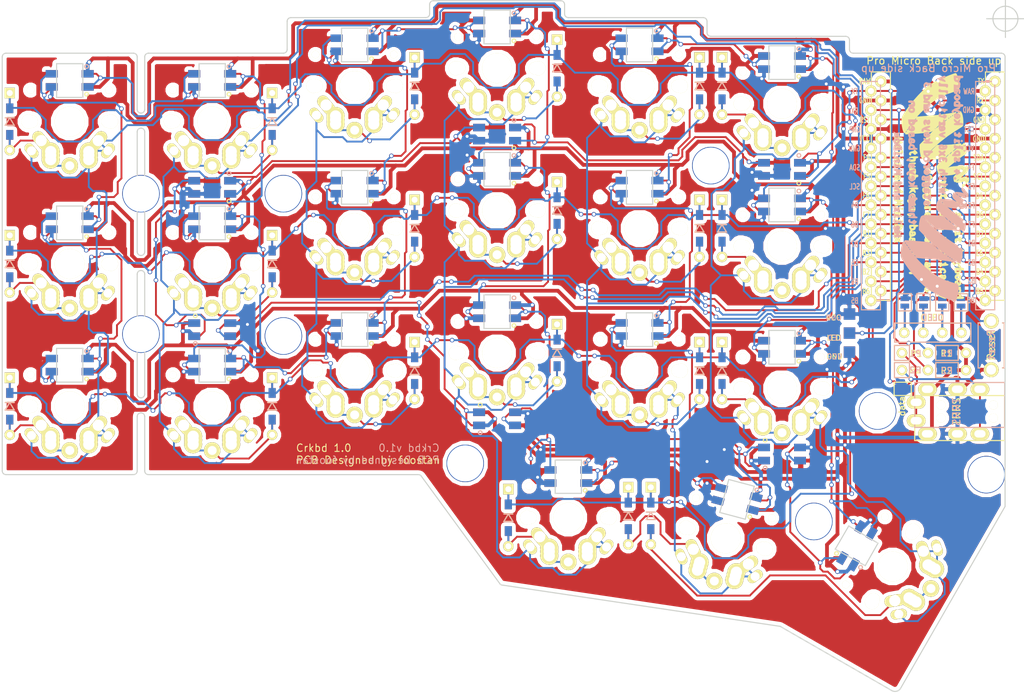
<source format=kicad_pcb>
(kicad_pcb (version 4) (host pcbnew 4.0.7)
  (title_block (title Crkbd) (date 2018/04/11) (rev 1.0) (company foostan))
  (layers (0 F.Cu signal) (31 B.Cu signal) (34 B.Paste user) (35 F.Paste user) (36 B.SilkS user) (37 F.SilkS user) (38 B.Mask user) (39 F.Mask user) (44 Edge.Cuts user))
  (net 0 "")
  (net 1 row0)
  (net 2 "Net-(D1-Pad2)")
  (net 3 row1)
  (net 4 "Net-(D2-Pad2)")
  (net 5 row2)
  (net 6 "Net-(D3-Pad2)")
  (net 7 row3)
  (net 8 "Net-(D4-Pad2)")
  (net 9 "Net-(D5-Pad2)")
  (net 10 "Net-(D6-Pad2)")
  (net 11 "Net-(D7-Pad2)")
  (net 12 "Net-(D8-Pad2)")
  (net 13 "Net-(D9-Pad2)")
  (net 14 "Net-(D10-Pad2)")
  (net 15 "Net-(D11-Pad2)")
  (net 16 "Net-(D12-Pad2)")
  (net 17 "Net-(D13-Pad2)")
  (net 18 "Net-(D14-Pad2)")
  (net 19 "Net-(D15-Pad2)")
  (net 20 "Net-(D16-Pad2)")
  (net 21 "Net-(D17-Pad2)")
  (net 22 "Net-(D18-Pad2)")
  (net 23 "Net-(D19-Pad2)")
  (net 24 "Net-(D20-Pad2)")
  (net 25 "Net-(D21-Pad2)")
  (net 26 GND)
  (net 27 VCC)
  (net 28 col0)
  (net 29 col1)
  (net 30 col2)
  (net 31 col3)
  (net 32 col4)
  (net 33 col5)
  (net 34 LED)
  (net 35 data)
  (net 36 "Net-(L1-Pad3)")
  (net 37 "Net-(L1-Pad1)")
  (net 38 "Net-(L3-Pad3)")
  (net 39 "Net-(L10-Pad1)")
  (net 40 "Net-(L11-Pad1)")
  (net 41 "Net-(L13-Pad1)")
  (net 42 "Net-(L14-Pad3)")
  (net 43 "Net-(L10-Pad3)")
  (net 44 "Net-(L12-Pad1)")
  (net 45 "Net-(L13-Pad3)")
  (net 46 "Net-(L15-Pad3)")
  (net 47 "Net-(L16-Pad3)")
  (net 48 reset)
  (net 49 SCL)
  (net 50 SDA)
  (net 51 "Net-(L5-Pad3)")
  (net 52 "Net-(U1-Pad14)")
  (net 53 "Net-(U1-Pad13)")
  (net 54 "Net-(U1-Pad12)")
  (net 55 "Net-(U1-Pad11)")
  (net 56 "Net-(J2-Pad1)")
  (net 57 "Net-(J2-Pad2)")
  (net 58 "Net-(J2-Pad3)")
  (net 59 "Net-(J2-Pad4)")
  (net 60 "Net-(L2-Pad3)")
  (net 61 "Net-(L3-Pad1)")
  (net 62 "Net-(L11-Pad3)")
  (net 63 "Net-(L14-Pad1)")
  (net 64 "Net-(L12-Pad3)")
  (net 65 "Net-(L17-Pad1)")
  (net 66 "Net-(L18-Pad3)")
  (net 67 "Net-(L19-Pad3)")
  (net 68 "Net-(J1-PadA)")
  (net 69 "Net-(J1-PadB)")
  (net 70 "Net-(U1-Pad24)")
  (net 71 "Net-(L21-Pad3)")
  (net 72 "Net-(L22-Pad3)")
  (net 73 "Net-(L22-Pad1)")
  (net 74 "Net-(L23-Pad3)")
  (net 75 "Net-(L25-Pad1)")
  (net 76 "Net-(L26-Pad1)")
  (module kbd:MX_ALPS_PG1350_noLed_1.75u (layer F.Cu) (at 179.75 136.5 240)
    (fp_text reference SW21 hide)
    (fp_text value SW_PUSH hide)
    (pad 1 thru_hole oval (at 5.1 -3.9 190) (size 2.2 1.25) (drill 1.2) (layers *.Cu *.Mask F.SilkS) (net 33 col5))
    (pad "" np_thru_hole circle (at 0 0 330) (size 4 4) (drill 4) (layers *.Cu *.Mask F.SilkS))
    (pad "" np_thru_hole circle (at -5.5 0 330) (size 1.9 1.9) (drill 1.9) (layers *.Cu *.Mask F.SilkS))
    (pad "" np_thru_hole circle (at 5.5 0 330) (size 1.9 1.9) (drill 1.9) (layers *.Cu *.Mask F.SilkS))
    (pad 1 thru_hole oval (at -5.1 -3.9 290) (size 2.2 1.25) (drill 1.2) (layers *.Cu *.Mask F.SilkS) (net 33 col5))
    (pad 2 thru_hole circle (at 0 -5.9 330) (size 2.2 2.2) (drill 1.2) (layers *.Cu *.Mask F.SilkS) (net 25 "Net-(D21-Pad2)"))
    (pad 2 thru_hole circle (at 2.54 -5.08 240) (size 2.4 2.4) (drill 1.5) (layers *.Cu *.Mask F.SilkS) (net 25 "Net-(D21-Pad2)"))
    (pad 1 thru_hole oval (at -3.81 -2.54 290) (size 2.8 1.55) (drill 1.5) (layers *.Cu *.Mask F.SilkS) (net 33 col5))
    (pad 1 thru_hole circle (at -2.54 -5.08 240) (size 2.4 2.4) (drill 1.5) (layers *.Cu *.Mask F.SilkS) (net 33 col5))
    (pad 2 thru_hole oval (at 3.81 -2.54 190) (size 2.8 1.55) (drill 1.5) (layers *.Cu *.Mask F.SilkS) (net 25 "Net-(D21-Pad2)"))
    (pad 2 thru_hole circle (at 2.54 -4.5 240) (size 2.4 2.4) (drill 1.5) (layers *.Cu *.Mask F.SilkS) (net 25 "Net-(D21-Pad2)"))
    (pad 2 thru_hole circle (at 2.54 -4 240) (size 2.4 2.4) (drill 1.5) (layers *.Cu *.Mask F.SilkS) (net 25 "Net-(D21-Pad2)"))
    (pad 1 thru_hole circle (at -2.54 -4 240) (size 2.4 2.4) (drill 1.5) (layers *.Cu *.Mask F.SilkS) (net 33 col5))
    (pad 1 thru_hole circle (at -2.54 -4.5 240) (size 2.4 2.4) (drill 1.5) (layers *.Cu *.Mask F.SilkS) (net 33 col5))
    (pad "" np_thru_hole circle (at 5.08 0 240) (size 1.7 1.7) (drill 1.7) (layers *.Cu *.Mask F.SilkS))
    (pad "" np_thru_hole circle (at -5.08 0 240) (size 1.7 1.7) (drill 1.7) (layers *.Cu *.Mask F.SilkS))
    (pad "" np_thru_hole circle (at 5.22 4.2 240) (size 1 1) (drill 1) (layers *.Cu *.Mask F.SilkS))
    (pad "" np_thru_hole circle (at -5.22 4.2 240) (size 1 1) (drill 1) (layers *.Cu *.Mask F.SilkS))
  )
  (module kbd:D3_TH_SMD (layer F.Cu) (at 62 77.125 270)
    (fp_text reference D1 hide)
    (fp_text value D hide)
    (pad 1 smd rect (at -1.775 0 270) (size 1.3 0.95) (layers F.Cu F.Paste F.Mask) (net 1 row0))
    (pad 2 smd rect (at 1.775 0 270) (size 1.3 0.95) (layers B.Cu B.Paste B.Mask) (net 2 "Net-(D1-Pad2)"))
    (pad 1 smd rect (at -1.775 0 270) (size 1.3 0.95) (layers B.Cu B.Paste B.Mask) (net 1 row0))
    (pad 1 thru_hole rect (at -3.81 0 270) (size 1.397 1.397) (drill 0.8128) (layers *.Cu *.Mask F.SilkS) (net 1 row0))
    (pad 2 thru_hole circle (at 3.81 0 270) (size 1.397 1.397) (drill 0.8128) (layers *.Cu *.Mask F.SilkS) (net 2 "Net-(D1-Pad2)"))
    (pad 2 smd rect (at 1.775 0 270) (size 1.3 0.95) (layers F.Cu F.Paste F.Mask) (net 2 "Net-(D1-Pad2)"))
  )
  (module kbd:D3_TH_SMD (layer F.Cu) (at 97 77.125 270)
    (fp_text reference D2 hide)
    (fp_text value D hide)
    (pad 1 smd rect (at -1.775 0 270) (size 1.3 0.95) (layers F.Cu F.Paste F.Mask) (net 1 row0))
    (pad 2 smd rect (at 1.775 0 270) (size 1.3 0.95) (layers B.Cu B.Paste B.Mask) (net 4 "Net-(D2-Pad2)"))
    (pad 1 smd rect (at -1.775 0 270) (size 1.3 0.95) (layers B.Cu B.Paste B.Mask) (net 1 row0))
    (pad 1 thru_hole rect (at -3.81 0 270) (size 1.397 1.397) (drill 0.8128) (layers *.Cu *.Mask F.SilkS) (net 1 row0))
    (pad 2 thru_hole circle (at 3.81 0 270) (size 1.397 1.397) (drill 0.8128) (layers *.Cu *.Mask F.SilkS) (net 4 "Net-(D2-Pad2)"))
    (pad 2 smd rect (at 1.775 0 270) (size 1.3 0.95) (layers F.Cu F.Paste F.Mask) (net 4 "Net-(D2-Pad2)"))
  )
  (module kbd:D3_TH_SMD (layer F.Cu) (at 116 72.375 270)
    (fp_text reference D3 hide)
    (fp_text value D hide)
    (pad 1 smd rect (at -1.775 0 270) (size 1.3 0.95) (layers F.Cu F.Paste F.Mask) (net 1 row0))
    (pad 2 smd rect (at 1.775 0 270) (size 1.3 0.95) (layers B.Cu B.Paste B.Mask) (net 6 "Net-(D3-Pad2)"))
    (pad 1 smd rect (at -1.775 0 270) (size 1.3 0.95) (layers B.Cu B.Paste B.Mask) (net 1 row0))
    (pad 1 thru_hole rect (at -3.81 0 270) (size 1.397 1.397) (drill 0.8128) (layers *.Cu *.Mask F.SilkS) (net 1 row0))
    (pad 2 thru_hole circle (at 3.81 0 270) (size 1.397 1.397) (drill 0.8128) (layers *.Cu *.Mask F.SilkS) (net 6 "Net-(D3-Pad2)"))
    (pad 2 smd rect (at 1.775 0 270) (size 1.3 0.95) (layers F.Cu F.Paste F.Mask) (net 6 "Net-(D3-Pad2)"))
  )
  (module kbd:D3_TH_SMD (layer F.Cu) (at 135 70 270)
    (fp_text reference D4 hide)
    (fp_text value D hide)
    (pad 1 smd rect (at -1.775 0 270) (size 1.3 0.95) (layers F.Cu F.Paste F.Mask) (net 1 row0))
    (pad 2 smd rect (at 1.775 0 270) (size 1.3 0.95) (layers B.Cu B.Paste B.Mask) (net 8 "Net-(D4-Pad2)"))
    (pad 1 smd rect (at -1.775 0 270) (size 1.3 0.95) (layers B.Cu B.Paste B.Mask) (net 1 row0))
    (pad 1 thru_hole rect (at -3.81 0 270) (size 1.397 1.397) (drill 0.8128) (layers *.Cu *.Mask F.SilkS) (net 1 row0))
    (pad 2 thru_hole circle (at 3.81 0 270) (size 1.397 1.397) (drill 0.8128) (layers *.Cu *.Mask F.SilkS) (net 8 "Net-(D4-Pad2)"))
    (pad 2 smd rect (at 1.775 0 270) (size 1.3 0.95) (layers F.Cu F.Paste F.Mask) (net 8 "Net-(D4-Pad2)"))
  )
  (module kbd:D3_TH_SMD (layer F.Cu) (at 154 72.375 270)
    (fp_text reference D5 hide)
    (fp_text value D hide)
    (pad 1 smd rect (at -1.775 0 270) (size 1.3 0.95) (layers F.Cu F.Paste F.Mask) (net 1 row0))
    (pad 2 smd rect (at 1.775 0 270) (size 1.3 0.95) (layers B.Cu B.Paste B.Mask) (net 9 "Net-(D5-Pad2)"))
    (pad 1 smd rect (at -1.775 0 270) (size 1.3 0.95) (layers B.Cu B.Paste B.Mask) (net 1 row0))
    (pad 1 thru_hole rect (at -3.81 0 270) (size 1.397 1.397) (drill 0.8128) (layers *.Cu *.Mask F.SilkS) (net 1 row0))
    (pad 2 thru_hole circle (at 3.81 0 270) (size 1.397 1.397) (drill 0.8128) (layers *.Cu *.Mask F.SilkS) (net 9 "Net-(D5-Pad2)"))
    (pad 2 smd rect (at 1.775 0 270) (size 1.3 0.95) (layers F.Cu F.Paste F.Mask) (net 9 "Net-(D5-Pad2)"))
  )
  (module kbd:D3_TH_SMD (layer F.Cu) (at 157 72.375 270)
    (fp_text reference D6 hide)
    (fp_text value D hide)
    (pad 1 smd rect (at -1.775 0 270) (size 1.3 0.95) (layers F.Cu F.Paste F.Mask) (net 1 row0))
    (pad 2 smd rect (at 1.775 0 270) (size 1.3 0.95) (layers B.Cu B.Paste B.Mask) (net 10 "Net-(D6-Pad2)"))
    (pad 1 smd rect (at -1.775 0 270) (size 1.3 0.95) (layers B.Cu B.Paste B.Mask) (net 1 row0))
    (pad 1 thru_hole rect (at -3.81 0 270) (size 1.397 1.397) (drill 0.8128) (layers *.Cu *.Mask F.SilkS) (net 1 row0))
    (pad 2 thru_hole circle (at 3.81 0 270) (size 1.397 1.397) (drill 0.8128) (layers *.Cu *.Mask F.SilkS) (net 10 "Net-(D6-Pad2)"))
    (pad 2 smd rect (at 1.775 0 270) (size 1.3 0.95) (layers F.Cu F.Paste F.Mask) (net 10 "Net-(D6-Pad2)"))
  )
  (module kbd:D3_TH_SMD (layer F.Cu) (at 62 96.125 270)
    (fp_text reference D7 hide)
    (fp_text value D hide)
    (pad 1 smd rect (at -1.775 0 270) (size 1.3 0.95) (layers F.Cu F.Paste F.Mask) (net 3 row1))
    (pad 2 smd rect (at 1.775 0 270) (size 1.3 0.95) (layers B.Cu B.Paste B.Mask) (net 11 "Net-(D7-Pad2)"))
    (pad 1 smd rect (at -1.775 0 270) (size 1.3 0.95) (layers B.Cu B.Paste B.Mask) (net 3 row1))
    (pad 1 thru_hole rect (at -3.81 0 270) (size 1.397 1.397) (drill 0.8128) (layers *.Cu *.Mask F.SilkS) (net 3 row1))
    (pad 2 thru_hole circle (at 3.81 0 270) (size 1.397 1.397) (drill 0.8128) (layers *.Cu *.Mask F.SilkS) (net 11 "Net-(D7-Pad2)"))
    (pad 2 smd rect (at 1.775 0 270) (size 1.3 0.95) (layers F.Cu F.Paste F.Mask) (net 11 "Net-(D7-Pad2)"))
  )
  (module kbd:D3_TH_SMD (layer F.Cu) (at 97 96.125 270)
    (fp_text reference D8 hide)
    (fp_text value D hide)
    (pad 1 smd rect (at -1.775 0 270) (size 1.3 0.95) (layers F.Cu F.Paste F.Mask) (net 3 row1))
    (pad 2 smd rect (at 1.775 0 270) (size 1.3 0.95) (layers B.Cu B.Paste B.Mask) (net 12 "Net-(D8-Pad2)"))
    (pad 1 smd rect (at -1.775 0 270) (size 1.3 0.95) (layers B.Cu B.Paste B.Mask) (net 3 row1))
    (pad 1 thru_hole rect (at -3.81 0 270) (size 1.397 1.397) (drill 0.8128) (layers *.Cu *.Mask F.SilkS) (net 3 row1))
    (pad 2 thru_hole circle (at 3.81 0 270) (size 1.397 1.397) (drill 0.8128) (layers *.Cu *.Mask F.SilkS) (net 12 "Net-(D8-Pad2)"))
    (pad 2 smd rect (at 1.775 0 270) (size 1.3 0.95) (layers F.Cu F.Paste F.Mask) (net 12 "Net-(D8-Pad2)"))
  )
  (module kbd:D3_TH_SMD (layer F.Cu) (at 116 91.375 270)
    (fp_text reference D9 hide)
    (fp_text value D hide)
    (pad 1 smd rect (at -1.775 0 270) (size 1.3 0.95) (layers F.Cu F.Paste F.Mask) (net 3 row1))
    (pad 2 smd rect (at 1.775 0 270) (size 1.3 0.95) (layers B.Cu B.Paste B.Mask) (net 13 "Net-(D9-Pad2)"))
    (pad 1 smd rect (at -1.775 0 270) (size 1.3 0.95) (layers B.Cu B.Paste B.Mask) (net 3 row1))
    (pad 1 thru_hole rect (at -3.81 0 270) (size 1.397 1.397) (drill 0.8128) (layers *.Cu *.Mask F.SilkS) (net 3 row1))
    (pad 2 thru_hole circle (at 3.81 0 270) (size 1.397 1.397) (drill 0.8128) (layers *.Cu *.Mask F.SilkS) (net 13 "Net-(D9-Pad2)"))
    (pad 2 smd rect (at 1.775 0 270) (size 1.3 0.95) (layers F.Cu F.Paste F.Mask) (net 13 "Net-(D9-Pad2)"))
  )
  (module kbd:D3_TH_SMD (layer F.Cu) (at 135 89 270)
    (fp_text reference D10 hide)
    (fp_text value D hide)
    (pad 1 smd rect (at -1.775 0 270) (size 1.3 0.95) (layers F.Cu F.Paste F.Mask) (net 3 row1))
    (pad 2 smd rect (at 1.775 0 270) (size 1.3 0.95) (layers B.Cu B.Paste B.Mask) (net 14 "Net-(D10-Pad2)"))
    (pad 1 smd rect (at -1.775 0 270) (size 1.3 0.95) (layers B.Cu B.Paste B.Mask) (net 3 row1))
    (pad 1 thru_hole rect (at -3.81 0 270) (size 1.397 1.397) (drill 0.8128) (layers *.Cu *.Mask F.SilkS) (net 3 row1))
    (pad 2 thru_hole circle (at 3.81 0 270) (size 1.397 1.397) (drill 0.8128) (layers *.Cu *.Mask F.SilkS) (net 14 "Net-(D10-Pad2)"))
    (pad 2 smd rect (at 1.775 0 270) (size 1.3 0.95) (layers F.Cu F.Paste F.Mask) (net 14 "Net-(D10-Pad2)"))
  )
  (module kbd:D3_TH_SMD (layer F.Cu) (at 154 91.375 270)
    (fp_text reference D11 hide)
    (fp_text value D hide)
    (pad 1 smd rect (at -1.775 0 270) (size 1.3 0.95) (layers F.Cu F.Paste F.Mask) (net 3 row1))
    (pad 2 smd rect (at 1.775 0 270) (size 1.3 0.95) (layers B.Cu B.Paste B.Mask) (net 15 "Net-(D11-Pad2)"))
    (pad 1 smd rect (at -1.775 0 270) (size 1.3 0.95) (layers B.Cu B.Paste B.Mask) (net 3 row1))
    (pad 1 thru_hole rect (at -3.81 0 270) (size 1.397 1.397) (drill 0.8128) (layers *.Cu *.Mask F.SilkS) (net 3 row1))
    (pad 2 thru_hole circle (at 3.81 0 270) (size 1.397 1.397) (drill 0.8128) (layers *.Cu *.Mask F.SilkS) (net 15 "Net-(D11-Pad2)"))
    (pad 2 smd rect (at 1.775 0 270) (size 1.3 0.95) (layers F.Cu F.Paste F.Mask) (net 15 "Net-(D11-Pad2)"))
  )
  (module kbd:D3_TH_SMD (layer F.Cu) (at 157 91.375 270)
    (fp_text reference D12 hide)
    (fp_text value D hide)
    (pad 1 smd rect (at -1.775 0 270) (size 1.3 0.95) (layers F.Cu F.Paste F.Mask) (net 3 row1))
    (pad 2 smd rect (at 1.775 0 270) (size 1.3 0.95) (layers B.Cu B.Paste B.Mask) (net 16 "Net-(D12-Pad2)"))
    (pad 1 smd rect (at -1.775 0 270) (size 1.3 0.95) (layers B.Cu B.Paste B.Mask) (net 3 row1))
    (pad 1 thru_hole rect (at -3.81 0 270) (size 1.397 1.397) (drill 0.8128) (layers *.Cu *.Mask F.SilkS) (net 3 row1))
    (pad 2 thru_hole circle (at 3.81 0 270) (size 1.397 1.397) (drill 0.8128) (layers *.Cu *.Mask F.SilkS) (net 16 "Net-(D12-Pad2)"))
    (pad 2 smd rect (at 1.775 0 270) (size 1.3 0.95) (layers F.Cu F.Paste F.Mask) (net 16 "Net-(D12-Pad2)"))
  )
  (module kbd:D3_TH_SMD (layer F.Cu) (at 62 115.125 270)
    (fp_text reference D13 hide)
    (fp_text value D hide)
    (pad 1 smd rect (at -1.775 0 270) (size 1.3 0.95) (layers F.Cu F.Paste F.Mask) (net 5 row2))
    (pad 2 smd rect (at 1.775 0 270) (size 1.3 0.95) (layers B.Cu B.Paste B.Mask) (net 17 "Net-(D13-Pad2)"))
    (pad 1 smd rect (at -1.775 0 270) (size 1.3 0.95) (layers B.Cu B.Paste B.Mask) (net 5 row2))
    (pad 1 thru_hole rect (at -3.81 0 270) (size 1.397 1.397) (drill 0.8128) (layers *.Cu *.Mask F.SilkS) (net 5 row2))
    (pad 2 thru_hole circle (at 3.81 0 270) (size 1.397 1.397) (drill 0.8128) (layers *.Cu *.Mask F.SilkS) (net 17 "Net-(D13-Pad2)"))
    (pad 2 smd rect (at 1.775 0 270) (size 1.3 0.95) (layers F.Cu F.Paste F.Mask) (net 17 "Net-(D13-Pad2)"))
  )
  (module kbd:D3_TH_SMD (layer F.Cu) (at 97 115.125 270)
    (fp_text reference D14 hide)
    (fp_text value D hide)
    (pad 1 smd rect (at -1.775 0 270) (size 1.3 0.95) (layers F.Cu F.Paste F.Mask) (net 5 row2))
    (pad 2 smd rect (at 1.775 0 270) (size 1.3 0.95) (layers B.Cu B.Paste B.Mask) (net 18 "Net-(D14-Pad2)"))
    (pad 1 smd rect (at -1.775 0 270) (size 1.3 0.95) (layers B.Cu B.Paste B.Mask) (net 5 row2))
    (pad 1 thru_hole rect (at -3.81 0 270) (size 1.397 1.397) (drill 0.8128) (layers *.Cu *.Mask F.SilkS) (net 5 row2))
    (pad 2 thru_hole circle (at 3.81 0 270) (size 1.397 1.397) (drill 0.8128) (layers *.Cu *.Mask F.SilkS) (net 18 "Net-(D14-Pad2)"))
    (pad 2 smd rect (at 1.775 0 270) (size 1.3 0.95) (layers F.Cu F.Paste F.Mask) (net 18 "Net-(D14-Pad2)"))
  )
  (module kbd:D3_TH_SMD (layer F.Cu) (at 116 110.375 270)
    (fp_text reference D15 hide)
    (fp_text value D hide)
    (pad 1 smd rect (at -1.775 0 270) (size 1.3 0.95) (layers F.Cu F.Paste F.Mask) (net 5 row2))
    (pad 2 smd rect (at 1.775 0 270) (size 1.3 0.95) (layers B.Cu B.Paste B.Mask) (net 19 "Net-(D15-Pad2)"))
    (pad 1 smd rect (at -1.775 0 270) (size 1.3 0.95) (layers B.Cu B.Paste B.Mask) (net 5 row2))
    (pad 1 thru_hole rect (at -3.81 0 270) (size 1.397 1.397) (drill 0.8128) (layers *.Cu *.Mask F.SilkS) (net 5 row2))
    (pad 2 thru_hole circle (at 3.81 0 270) (size 1.397 1.397) (drill 0.8128) (layers *.Cu *.Mask F.SilkS) (net 19 "Net-(D15-Pad2)"))
    (pad 2 smd rect (at 1.775 0 270) (size 1.3 0.95) (layers F.Cu F.Paste F.Mask) (net 19 "Net-(D15-Pad2)"))
  )
  (module kbd:D3_TH_SMD (layer F.Cu) (at 135 108 270)
    (fp_text reference D16 hide)
    (fp_text value D hide)
    (pad 1 smd rect (at -1.775 0 270) (size 1.3 0.95) (layers F.Cu F.Paste F.Mask) (net 5 row2))
    (pad 2 smd rect (at 1.775 0 270) (size 1.3 0.95) (layers B.Cu B.Paste B.Mask) (net 20 "Net-(D16-Pad2)"))
    (pad 1 smd rect (at -1.775 0 270) (size 1.3 0.95) (layers B.Cu B.Paste B.Mask) (net 5 row2))
    (pad 1 thru_hole rect (at -3.81 0 270) (size 1.397 1.397) (drill 0.8128) (layers *.Cu *.Mask F.SilkS) (net 5 row2))
    (pad 2 thru_hole circle (at 3.81 0 270) (size 1.397 1.397) (drill 0.8128) (layers *.Cu *.Mask F.SilkS) (net 20 "Net-(D16-Pad2)"))
    (pad 2 smd rect (at 1.775 0 270) (size 1.3 0.95) (layers F.Cu F.Paste F.Mask) (net 20 "Net-(D16-Pad2)"))
  )
  (module kbd:D3_TH_SMD (layer F.Cu) (at 157 110.375 270)
    (fp_text reference D18 hide)
    (fp_text value D hide)
    (pad 1 smd rect (at -1.775 0 270) (size 1.3 0.95) (layers F.Cu F.Paste F.Mask) (net 5 row2))
    (pad 2 smd rect (at 1.775 0 270) (size 1.3 0.95) (layers B.Cu B.Paste B.Mask) (net 22 "Net-(D18-Pad2)"))
    (pad 1 smd rect (at -1.775 0 270) (size 1.3 0.95) (layers B.Cu B.Paste B.Mask) (net 5 row2))
    (pad 1 thru_hole rect (at -3.81 0 270) (size 1.397 1.397) (drill 0.8128) (layers *.Cu *.Mask F.SilkS) (net 5 row2))
    (pad 2 thru_hole circle (at 3.81 0 270) (size 1.397 1.397) (drill 0.8128) (layers *.Cu *.Mask F.SilkS) (net 22 "Net-(D18-Pad2)"))
    (pad 2 smd rect (at 1.775 0 270) (size 1.3 0.95) (layers F.Cu F.Paste F.Mask) (net 22 "Net-(D18-Pad2)"))
  )
  (module kbd:D3_TH_SMD (layer F.Cu) (at 128.5 130 270)
    (fp_text reference D19 hide)
    (fp_text value D hide)
    (pad 1 smd rect (at -1.775 0 270) (size 1.3 0.95) (layers F.Cu F.Paste F.Mask) (net 7 row3))
    (pad 2 smd rect (at 1.775 0 270) (size 1.3 0.95) (layers B.Cu B.Paste B.Mask) (net 23 "Net-(D19-Pad2)"))
    (pad 1 smd rect (at -1.775 0 270) (size 1.3 0.95) (layers B.Cu B.Paste B.Mask) (net 7 row3))
    (pad 1 thru_hole rect (at -3.81 0 270) (size 1.397 1.397) (drill 0.8128) (layers *.Cu *.Mask F.SilkS) (net 7 row3))
    (pad 2 thru_hole circle (at 3.81 0 270) (size 1.397 1.397) (drill 0.8128) (layers *.Cu *.Mask F.SilkS) (net 23 "Net-(D19-Pad2)"))
    (pad 2 smd rect (at 1.775 0 270) (size 1.3 0.95) (layers F.Cu F.Paste F.Mask) (net 23 "Net-(D19-Pad2)"))
  )
  (module kbd:D3_TH_SMD (layer F.Cu) (at 144.5 129.75 270)
    (fp_text reference D20 hide)
    (fp_text value D hide)
    (pad 1 smd rect (at -1.775 0 270) (size 1.3 0.95) (layers F.Cu F.Paste F.Mask) (net 7 row3))
    (pad 2 smd rect (at 1.775 0 270) (size 1.3 0.95) (layers B.Cu B.Paste B.Mask) (net 24 "Net-(D20-Pad2)"))
    (pad 1 smd rect (at -1.775 0 270) (size 1.3 0.95) (layers B.Cu B.Paste B.Mask) (net 7 row3))
    (pad 1 thru_hole rect (at -3.81 0 270) (size 1.397 1.397) (drill 0.8128) (layers *.Cu *.Mask F.SilkS) (net 7 row3))
    (pad 2 thru_hole circle (at 3.81 0 270) (size 1.397 1.397) (drill 0.8128) (layers *.Cu *.Mask F.SilkS) (net 24 "Net-(D20-Pad2)"))
    (pad 2 smd rect (at 1.775 0 270) (size 1.3 0.95) (layers F.Cu F.Paste F.Mask) (net 24 "Net-(D20-Pad2)"))
  )
  (module kbd:D3_TH_SMD (layer F.Cu) (at 147.5 129.75 270)
    (fp_text reference D21 hide)
    (fp_text value D hide)
    (pad 1 smd rect (at -1.775 0 270) (size 1.3 0.95) (layers F.Cu F.Paste F.Mask) (net 7 row3))
    (pad 2 smd rect (at 1.775 0 270) (size 1.3 0.95) (layers B.Cu B.Paste B.Mask) (net 25 "Net-(D21-Pad2)"))
    (pad 1 smd rect (at -1.775 0 270) (size 1.3 0.95) (layers B.Cu B.Paste B.Mask) (net 7 row3))
    (pad 1 thru_hole rect (at -3.81 0 270) (size 1.397 1.397) (drill 0.8128) (layers *.Cu *.Mask F.SilkS) (net 7 row3))
    (pad 2 thru_hole circle (at 3.81 0 270) (size 1.397 1.397) (drill 0.8128) (layers *.Cu *.Mask F.SilkS) (net 25 "Net-(D21-Pad2)"))
    (pad 2 smd rect (at 1.775 0 270) (size 1.3 0.95) (layers F.Cu F.Paste F.Mask) (net 25 "Net-(D21-Pad2)"))
  )
  (module kbd:SK6812MINI_rev (layer F.Cu) (at 70 71.625)
    (fp_text reference L1 hide)
    (fp_text value SK6812MINI hide)
    (pad 4 smd rect (at 2.4 0.875) (size 1.6 1) (layers F.Cu F.Paste F.Mask) (net 27 VCC))
    (pad 3 smd rect (at 2.4 -0.875) (size 1.6 1) (layers F.Cu F.Paste F.Mask) (net 36 "Net-(L1-Pad3)"))
    (pad 1 smd rect (at -2.4 0.875) (size 1.6 1) (layers F.Cu F.Paste F.Mask) (net 37 "Net-(L1-Pad1)"))
    (pad 2 smd rect (at -2.4 -0.875) (size 1.6 1) (layers F.Cu F.Paste F.Mask) (net 26 GND))
    (pad 3 smd rect (at 2.4 0.875) (size 1.6 1) (layers B.Cu B.Paste B.Mask) (net 36 "Net-(L1-Pad3)"))
    (pad 4 smd rect (at 2.4 -0.875) (size 1.6 1) (layers B.Cu B.Paste B.Mask) (net 27 VCC))
    (pad 1 smd rect (at -2.4 -0.875) (size 1.6 1) (layers B.Cu B.Paste B.Mask) (net 37 "Net-(L1-Pad1)"))
    (pad 2 smd rect (at -2.4 0.875) (size 1.6 1) (layers B.Cu B.Paste B.Mask) (net 26 GND))
  )
  (module kbd:SK6812MINI_rev (layer F.Cu) (at 89 71.625)
    (fp_text reference L2 hide)
    (fp_text value SK6812MINI hide)
    (pad 4 smd rect (at 2.4 0.875) (size 1.6 1) (layers F.Cu F.Paste F.Mask) (net 27 VCC))
    (pad 3 smd rect (at 2.4 -0.875) (size 1.6 1) (layers F.Cu F.Paste F.Mask) (net 60 "Net-(L2-Pad3)"))
    (pad 1 smd rect (at -2.4 0.875) (size 1.6 1) (layers F.Cu F.Paste F.Mask) (net 36 "Net-(L1-Pad3)"))
    (pad 2 smd rect (at -2.4 -0.875) (size 1.6 1) (layers F.Cu F.Paste F.Mask) (net 26 GND))
    (pad 3 smd rect (at 2.4 0.875) (size 1.6 1) (layers B.Cu B.Paste B.Mask) (net 60 "Net-(L2-Pad3)"))
    (pad 4 smd rect (at 2.4 -0.875) (size 1.6 1) (layers B.Cu B.Paste B.Mask) (net 27 VCC))
    (pad 1 smd rect (at -2.4 -0.875) (size 1.6 1) (layers B.Cu B.Paste B.Mask) (net 36 "Net-(L1-Pad3)"))
    (pad 2 smd rect (at -2.4 0.875) (size 1.6 1) (layers B.Cu B.Paste B.Mask) (net 26 GND))
  )
  (module kbd:SK6812MINI_rev (layer F.Cu) (at 108 66.875)
    (fp_text reference L3 hide)
    (fp_text value SK6812MINI hide)
    (pad 4 smd rect (at 2.4 0.875) (size 1.6 1) (layers F.Cu F.Paste F.Mask) (net 27 VCC))
    (pad 3 smd rect (at 2.4 -0.875) (size 1.6 1) (layers F.Cu F.Paste F.Mask) (net 38 "Net-(L3-Pad3)"))
    (pad 1 smd rect (at -2.4 0.875) (size 1.6 1) (layers F.Cu F.Paste F.Mask) (net 61 "Net-(L3-Pad1)"))
    (pad 2 smd rect (at -2.4 -0.875) (size 1.6 1) (layers F.Cu F.Paste F.Mask) (net 26 GND))
    (pad 3 smd rect (at 2.4 0.875) (size 1.6 1) (layers B.Cu B.Paste B.Mask) (net 38 "Net-(L3-Pad3)"))
    (pad 4 smd rect (at 2.4 -0.875) (size 1.6 1) (layers B.Cu B.Paste B.Mask) (net 27 VCC))
    (pad 1 smd rect (at -2.4 -0.875) (size 1.6 1) (layers B.Cu B.Paste B.Mask) (net 61 "Net-(L3-Pad1)"))
    (pad 2 smd rect (at -2.4 0.875) (size 1.6 1) (layers B.Cu B.Paste B.Mask) (net 26 GND))
  )
  (module kbd:SK6812MINI_rev (layer F.Cu) (at 127 64.5)
    (fp_text reference L4 hide)
    (fp_text value SK6812MINI hide)
    (pad 4 smd rect (at 2.4 0.875) (size 1.6 1) (layers F.Cu F.Paste F.Mask) (net 27 VCC))
    (pad 3 smd rect (at 2.4 -0.875) (size 1.6 1) (layers F.Cu F.Paste F.Mask) (net 39 "Net-(L10-Pad1)"))
    (pad 1 smd rect (at -2.4 0.875) (size 1.6 1) (layers F.Cu F.Paste F.Mask) (net 38 "Net-(L3-Pad3)"))
    (pad 2 smd rect (at -2.4 -0.875) (size 1.6 1) (layers F.Cu F.Paste F.Mask) (net 26 GND))
    (pad 3 smd rect (at 2.4 0.875) (size 1.6 1) (layers B.Cu B.Paste B.Mask) (net 39 "Net-(L10-Pad1)"))
    (pad 4 smd rect (at 2.4 -0.875) (size 1.6 1) (layers B.Cu B.Paste B.Mask) (net 27 VCC))
    (pad 1 smd rect (at -2.4 -0.875) (size 1.6 1) (layers B.Cu B.Paste B.Mask) (net 38 "Net-(L3-Pad3)"))
    (pad 2 smd rect (at -2.4 0.875) (size 1.6 1) (layers B.Cu B.Paste B.Mask) (net 26 GND))
  )
  (module kbd:SK6812MINI_rev (layer F.Cu) (at 146 66.875)
    (fp_text reference L5 hide)
    (fp_text value SK6812MINI hide)
    (pad 4 smd rect (at 2.4 0.875) (size 1.6 1) (layers F.Cu F.Paste F.Mask) (net 27 VCC))
    (pad 3 smd rect (at 2.4 -0.875) (size 1.6 1) (layers F.Cu F.Paste F.Mask) (net 51 "Net-(L5-Pad3)"))
    (pad 1 smd rect (at -2.4 0.875) (size 1.6 1) (layers F.Cu F.Paste F.Mask) (net 62 "Net-(L11-Pad3)"))
    (pad 2 smd rect (at -2.4 -0.875) (size 1.6 1) (layers F.Cu F.Paste F.Mask) (net 26 GND))
    (pad 3 smd rect (at 2.4 0.875) (size 1.6 1) (layers B.Cu B.Paste B.Mask) (net 51 "Net-(L5-Pad3)"))
    (pad 4 smd rect (at 2.4 -0.875) (size 1.6 1) (layers B.Cu B.Paste B.Mask) (net 27 VCC))
    (pad 1 smd rect (at -2.4 -0.875) (size 1.6 1) (layers B.Cu B.Paste B.Mask) (net 62 "Net-(L11-Pad3)"))
    (pad 2 smd rect (at -2.4 0.875) (size 1.6 1) (layers B.Cu B.Paste B.Mask) (net 26 GND))
  )
  (module kbd:SK6812MINI_rev (layer F.Cu) (at 165 69.25)
    (fp_text reference L6 hide)
    (fp_text value SK6812MINI hide)
    (pad 4 smd rect (at 2.4 0.875) (size 1.6 1) (layers F.Cu F.Paste F.Mask) (net 27 VCC))
    (pad 3 smd rect (at 2.4 -0.875) (size 1.6 1) (layers F.Cu F.Paste F.Mask) (net 44 "Net-(L12-Pad1)"))
    (pad 1 smd rect (at -2.4 0.875) (size 1.6 1) (layers F.Cu F.Paste F.Mask) (net 51 "Net-(L5-Pad3)"))
    (pad 2 smd rect (at -2.4 -0.875) (size 1.6 1) (layers F.Cu F.Paste F.Mask) (net 26 GND))
    (pad 3 smd rect (at 2.4 0.875) (size 1.6 1) (layers B.Cu B.Paste B.Mask) (net 44 "Net-(L12-Pad1)"))
    (pad 4 smd rect (at 2.4 -0.875) (size 1.6 1) (layers B.Cu B.Paste B.Mask) (net 27 VCC))
    (pad 1 smd rect (at -2.4 -0.875) (size 1.6 1) (layers B.Cu B.Paste B.Mask) (net 51 "Net-(L5-Pad3)"))
    (pad 2 smd rect (at -2.4 0.875) (size 1.6 1) (layers B.Cu B.Paste B.Mask) (net 26 GND))
  )
  (module kbd:SK6812MINI_rev (layer F.Cu) (at 70 90.625)
    (fp_text reference L7 hide)
    (fp_text value SK6812MINI hide)
    (pad 4 smd rect (at 2.4 0.875) (size 1.6 1) (layers F.Cu F.Paste F.Mask) (net 27 VCC))
    (pad 3 smd rect (at 2.4 -0.875) (size 1.6 1) (layers F.Cu F.Paste F.Mask) (net 37 "Net-(L1-Pad1)"))
    (pad 1 smd rect (at -2.4 0.875) (size 1.6 1) (layers F.Cu F.Paste F.Mask) (net 45 "Net-(L13-Pad3)"))
    (pad 2 smd rect (at -2.4 -0.875) (size 1.6 1) (layers F.Cu F.Paste F.Mask) (net 26 GND))
    (pad 3 smd rect (at 2.4 0.875) (size 1.6 1) (layers B.Cu B.Paste B.Mask) (net 37 "Net-(L1-Pad1)"))
    (pad 4 smd rect (at 2.4 -0.875) (size 1.6 1) (layers B.Cu B.Paste B.Mask) (net 27 VCC))
    (pad 1 smd rect (at -2.4 -0.875) (size 1.6 1) (layers B.Cu B.Paste B.Mask) (net 45 "Net-(L13-Pad3)"))
    (pad 2 smd rect (at -2.4 0.875) (size 1.6 1) (layers B.Cu B.Paste B.Mask) (net 26 GND))
  )
  (module kbd:SK6812MINI_rev (layer F.Cu) (at 89 90.625)
    (fp_text reference L8 hide)
    (fp_text value SK6812MINI hide)
    (pad 4 smd rect (at 2.4 0.875) (size 1.6 1) (layers F.Cu F.Paste F.Mask) (net 27 VCC))
    (pad 3 smd rect (at 2.4 -0.875) (size 1.6 1) (layers F.Cu F.Paste F.Mask) (net 63 "Net-(L14-Pad1)"))
    (pad 1 smd rect (at -2.4 0.875) (size 1.6 1) (layers F.Cu F.Paste F.Mask) (net 60 "Net-(L2-Pad3)"))
    (pad 2 smd rect (at -2.4 -0.875) (size 1.6 1) (layers F.Cu F.Paste F.Mask) (net 26 GND))
    (pad 3 smd rect (at 2.4 0.875) (size 1.6 1) (layers B.Cu B.Paste B.Mask) (net 63 "Net-(L14-Pad1)"))
    (pad 4 smd rect (at 2.4 -0.875) (size 1.6 1) (layers B.Cu B.Paste B.Mask) (net 27 VCC))
    (pad 1 smd rect (at -2.4 -0.875) (size 1.6 1) (layers B.Cu B.Paste B.Mask) (net 60 "Net-(L2-Pad3)"))
    (pad 2 smd rect (at -2.4 0.875) (size 1.6 1) (layers B.Cu B.Paste B.Mask) (net 26 GND))
  )
  (module kbd:SK6812MINI_rev (layer F.Cu) (at 108 85.875)
    (fp_text reference L9 hide)
    (fp_text value SK6812MINI hide)
    (pad 4 smd rect (at 2.4 0.875) (size 1.6 1) (layers F.Cu F.Paste F.Mask) (net 27 VCC))
    (pad 3 smd rect (at 2.4 -0.875) (size 1.6 1) (layers F.Cu F.Paste F.Mask) (net 61 "Net-(L3-Pad1)"))
    (pad 1 smd rect (at -2.4 0.875) (size 1.6 1) (layers F.Cu F.Paste F.Mask) (net 46 "Net-(L15-Pad3)"))
    (pad 2 smd rect (at -2.4 -0.875) (size 1.6 1) (layers F.Cu F.Paste F.Mask) (net 26 GND))
    (pad 3 smd rect (at 2.4 0.875) (size 1.6 1) (layers B.Cu B.Paste B.Mask) (net 61 "Net-(L3-Pad1)"))
    (pad 4 smd rect (at 2.4 -0.875) (size 1.6 1) (layers B.Cu B.Paste B.Mask) (net 27 VCC))
    (pad 1 smd rect (at -2.4 -0.875) (size 1.6 1) (layers B.Cu B.Paste B.Mask) (net 46 "Net-(L15-Pad3)"))
    (pad 2 smd rect (at -2.4 0.875) (size 1.6 1) (layers B.Cu B.Paste B.Mask) (net 26 GND))
  )
  (module kbd:SK6812MINI_rev (layer F.Cu) (at 127 83.5)
    (fp_text reference L10 hide)
    (fp_text value SK6812MINI hide)
    (pad 4 smd rect (at 2.4 0.875) (size 1.6 1) (layers F.Cu F.Paste F.Mask) (net 27 VCC))
    (pad 3 smd rect (at 2.4 -0.875) (size 1.6 1) (layers F.Cu F.Paste F.Mask) (net 43 "Net-(L10-Pad3)"))
    (pad 1 smd rect (at -2.4 0.875) (size 1.6 1) (layers F.Cu F.Paste F.Mask) (net 39 "Net-(L10-Pad1)"))
    (pad 2 smd rect (at -2.4 -0.875) (size 1.6 1) (layers F.Cu F.Paste F.Mask) (net 26 GND))
    (pad 3 smd rect (at 2.4 0.875) (size 1.6 1) (layers B.Cu B.Paste B.Mask) (net 43 "Net-(L10-Pad3)"))
    (pad 4 smd rect (at 2.4 -0.875) (size 1.6 1) (layers B.Cu B.Paste B.Mask) (net 27 VCC))
    (pad 1 smd rect (at -2.4 -0.875) (size 1.6 1) (layers B.Cu B.Paste B.Mask) (net 39 "Net-(L10-Pad1)"))
    (pad 2 smd rect (at -2.4 0.875) (size 1.6 1) (layers B.Cu B.Paste B.Mask) (net 26 GND))
  )
  (module kbd:SK6812MINI_rev (layer F.Cu) (at 146 85.875)
    (fp_text reference L11 hide)
    (fp_text value SK6812MINI hide)
    (pad 4 smd rect (at 2.4 0.875) (size 1.6 1) (layers F.Cu F.Paste F.Mask) (net 27 VCC))
    (pad 3 smd rect (at 2.4 -0.875) (size 1.6 1) (layers F.Cu F.Paste F.Mask) (net 62 "Net-(L11-Pad3)"))
    (pad 1 smd rect (at -2.4 0.875) (size 1.6 1) (layers F.Cu F.Paste F.Mask) (net 40 "Net-(L11-Pad1)"))
    (pad 2 smd rect (at -2.4 -0.875) (size 1.6 1) (layers F.Cu F.Paste F.Mask) (net 26 GND))
    (pad 3 smd rect (at 2.4 0.875) (size 1.6 1) (layers B.Cu B.Paste B.Mask) (net 62 "Net-(L11-Pad3)"))
    (pad 4 smd rect (at 2.4 -0.875) (size 1.6 1) (layers B.Cu B.Paste B.Mask) (net 27 VCC))
    (pad 1 smd rect (at -2.4 -0.875) (size 1.6 1) (layers B.Cu B.Paste B.Mask) (net 40 "Net-(L11-Pad1)"))
    (pad 2 smd rect (at -2.4 0.875) (size 1.6 1) (layers B.Cu B.Paste B.Mask) (net 26 GND))
  )
  (module kbd:SK6812MINI_rev (layer F.Cu) (at 165 88.25)
    (fp_text reference L12 hide)
    (fp_text value SK6812MINI hide)
    (pad 4 smd rect (at 2.4 0.875) (size 1.6 1) (layers F.Cu F.Paste F.Mask) (net 27 VCC))
    (pad 3 smd rect (at 2.4 -0.875) (size 1.6 1) (layers F.Cu F.Paste F.Mask) (net 64 "Net-(L12-Pad3)"))
    (pad 1 smd rect (at -2.4 0.875) (size 1.6 1) (layers F.Cu F.Paste F.Mask) (net 44 "Net-(L12-Pad1)"))
    (pad 2 smd rect (at -2.4 -0.875) (size 1.6 1) (layers F.Cu F.Paste F.Mask) (net 26 GND))
    (pad 3 smd rect (at 2.4 0.875) (size 1.6 1) (layers B.Cu B.Paste B.Mask) (net 64 "Net-(L12-Pad3)"))
    (pad 4 smd rect (at 2.4 -0.875) (size 1.6 1) (layers B.Cu B.Paste B.Mask) (net 27 VCC))
    (pad 1 smd rect (at -2.4 -0.875) (size 1.6 1) (layers B.Cu B.Paste B.Mask) (net 44 "Net-(L12-Pad1)"))
    (pad 2 smd rect (at -2.4 0.875) (size 1.6 1) (layers B.Cu B.Paste B.Mask) (net 26 GND))
  )
  (module kbd:SK6812MINI_rev (layer F.Cu) (at 70 109.625)
    (fp_text reference L13 hide)
    (fp_text value SK6812MINI hide)
    (pad 4 smd rect (at 2.4 0.875) (size 1.6 1) (layers F.Cu F.Paste F.Mask) (net 27 VCC))
    (pad 3 smd rect (at 2.4 -0.875) (size 1.6 1) (layers F.Cu F.Paste F.Mask) (net 45 "Net-(L13-Pad3)"))
    (pad 1 smd rect (at -2.4 0.875) (size 1.6 1) (layers F.Cu F.Paste F.Mask) (net 41 "Net-(L13-Pad1)"))
    (pad 2 smd rect (at -2.4 -0.875) (size 1.6 1) (layers F.Cu F.Paste F.Mask) (net 26 GND))
    (pad 3 smd rect (at 2.4 0.875) (size 1.6 1) (layers B.Cu B.Paste B.Mask) (net 45 "Net-(L13-Pad3)"))
    (pad 4 smd rect (at 2.4 -0.875) (size 1.6 1) (layers B.Cu B.Paste B.Mask) (net 27 VCC))
    (pad 1 smd rect (at -2.4 -0.875) (size 1.6 1) (layers B.Cu B.Paste B.Mask) (net 41 "Net-(L13-Pad1)"))
    (pad 2 smd rect (at -2.4 0.875) (size 1.6 1) (layers B.Cu B.Paste B.Mask) (net 26 GND))
  )
  (module kbd:SK6812MINI_rev (layer F.Cu) (at 89 109.625)
    (fp_text reference L14 hide)
    (fp_text value SK6812MINI hide)
    (pad 4 smd rect (at 2.4 0.875) (size 1.6 1) (layers F.Cu F.Paste F.Mask) (net 27 VCC))
    (pad 3 smd rect (at 2.4 -0.875) (size 1.6 1) (layers F.Cu F.Paste F.Mask) (net 42 "Net-(L14-Pad3)"))
    (pad 1 smd rect (at -2.4 0.875) (size 1.6 1) (layers F.Cu F.Paste F.Mask) (net 63 "Net-(L14-Pad1)"))
    (pad 2 smd rect (at -2.4 -0.875) (size 1.6 1) (layers F.Cu F.Paste F.Mask) (net 26 GND))
    (pad 3 smd rect (at 2.4 0.875) (size 1.6 1) (layers B.Cu B.Paste B.Mask) (net 42 "Net-(L14-Pad3)"))
    (pad 4 smd rect (at 2.4 -0.875) (size 1.6 1) (layers B.Cu B.Paste B.Mask) (net 27 VCC))
    (pad 1 smd rect (at -2.4 -0.875) (size 1.6 1) (layers B.Cu B.Paste B.Mask) (net 63 "Net-(L14-Pad1)"))
    (pad 2 smd rect (at -2.4 0.875) (size 1.6 1) (layers B.Cu B.Paste B.Mask) (net 26 GND))
  )
  (module kbd:SK6812MINI_rev (layer F.Cu) (at 108 104.875)
    (fp_text reference L15 hide)
    (fp_text value SK6812MINI hide)
    (pad 4 smd rect (at 2.4 0.875) (size 1.6 1) (layers F.Cu F.Paste F.Mask) (net 27 VCC))
    (pad 3 smd rect (at 2.4 -0.875) (size 1.6 1) (layers F.Cu F.Paste F.Mask) (net 46 "Net-(L15-Pad3)"))
    (pad 1 smd rect (at -2.4 0.875) (size 1.6 1) (layers F.Cu F.Paste F.Mask) (net 42 "Net-(L14-Pad3)"))
    (pad 2 smd rect (at -2.4 -0.875) (size 1.6 1) (layers F.Cu F.Paste F.Mask) (net 26 GND))
    (pad 3 smd rect (at 2.4 0.875) (size 1.6 1) (layers B.Cu B.Paste B.Mask) (net 46 "Net-(L15-Pad3)"))
    (pad 4 smd rect (at 2.4 -0.875) (size 1.6 1) (layers B.Cu B.Paste B.Mask) (net 27 VCC))
    (pad 1 smd rect (at -2.4 -0.875) (size 1.6 1) (layers B.Cu B.Paste B.Mask) (net 42 "Net-(L14-Pad3)"))
    (pad 2 smd rect (at -2.4 0.875) (size 1.6 1) (layers B.Cu B.Paste B.Mask) (net 26 GND))
  )
  (module kbd:SK6812MINI_rev (layer F.Cu) (at 127 102.5)
    (fp_text reference L16 hide)
    (fp_text value SK6812MINI hide)
    (pad 4 smd rect (at 2.4 0.875) (size 1.6 1) (layers F.Cu F.Paste F.Mask) (net 27 VCC))
    (pad 3 smd rect (at 2.4 -0.875) (size 1.6 1) (layers F.Cu F.Paste F.Mask) (net 47 "Net-(L16-Pad3)"))
    (pad 1 smd rect (at -2.4 0.875) (size 1.6 1) (layers F.Cu F.Paste F.Mask) (net 43 "Net-(L10-Pad3)"))
    (pad 2 smd rect (at -2.4 -0.875) (size 1.6 1) (layers F.Cu F.Paste F.Mask) (net 26 GND))
    (pad 3 smd rect (at 2.4 0.875) (size 1.6 1) (layers B.Cu B.Paste B.Mask) (net 47 "Net-(L16-Pad3)"))
    (pad 4 smd rect (at 2.4 -0.875) (size 1.6 1) (layers B.Cu B.Paste B.Mask) (net 27 VCC))
    (pad 1 smd rect (at -2.4 -0.875) (size 1.6 1) (layers B.Cu B.Paste B.Mask) (net 43 "Net-(L10-Pad3)"))
    (pad 2 smd rect (at -2.4 0.875) (size 1.6 1) (layers B.Cu B.Paste B.Mask) (net 26 GND))
  )
  (module kbd:SK6812MINI_rev (layer F.Cu) (at 146 104.875)
    (fp_text reference L17 hide)
    (fp_text value SK6812MINI hide)
    (pad 4 smd rect (at 2.4 0.875) (size 1.6 1) (layers F.Cu F.Paste F.Mask) (net 27 VCC))
    (pad 3 smd rect (at 2.4 -0.875) (size 1.6 1) (layers F.Cu F.Paste F.Mask) (net 40 "Net-(L11-Pad1)"))
    (pad 1 smd rect (at -2.4 0.875) (size 1.6 1) (layers F.Cu F.Paste F.Mask) (net 65 "Net-(L17-Pad1)"))
    (pad 2 smd rect (at -2.4 -0.875) (size 1.6 1) (layers F.Cu F.Paste F.Mask) (net 26 GND))
    (pad 3 smd rect (at 2.4 0.875) (size 1.6 1) (layers B.Cu B.Paste B.Mask) (net 40 "Net-(L11-Pad1)"))
    (pad 4 smd rect (at 2.4 -0.875) (size 1.6 1) (layers B.Cu B.Paste B.Mask) (net 27 VCC))
    (pad 1 smd rect (at -2.4 -0.875) (size 1.6 1) (layers B.Cu B.Paste B.Mask) (net 65 "Net-(L17-Pad1)"))
    (pad 2 smd rect (at -2.4 0.875) (size 1.6 1) (layers B.Cu B.Paste B.Mask) (net 26 GND))
  )
  (module kbd:SK6812MINI_rev (layer F.Cu) (at 165 107.25)
    (fp_text reference L18 hide)
    (fp_text value SK6812MINI hide)
    (pad 4 smd rect (at 2.4 0.875) (size 1.6 1) (layers F.Cu F.Paste F.Mask) (net 27 VCC))
    (pad 3 smd rect (at 2.4 -0.875) (size 1.6 1) (layers F.Cu F.Paste F.Mask) (net 66 "Net-(L18-Pad3)"))
    (pad 1 smd rect (at -2.4 0.875) (size 1.6 1) (layers F.Cu F.Paste F.Mask) (net 64 "Net-(L12-Pad3)"))
    (pad 2 smd rect (at -2.4 -0.875) (size 1.6 1) (layers F.Cu F.Paste F.Mask) (net 26 GND))
    (pad 3 smd rect (at 2.4 0.875) (size 1.6 1) (layers B.Cu B.Paste B.Mask) (net 66 "Net-(L18-Pad3)"))
    (pad 4 smd rect (at 2.4 -0.875) (size 1.6 1) (layers B.Cu B.Paste B.Mask) (net 27 VCC))
    (pad 1 smd rect (at -2.4 -0.875) (size 1.6 1) (layers B.Cu B.Paste B.Mask) (net 64 "Net-(L12-Pad3)"))
    (pad 2 smd rect (at -2.4 0.875) (size 1.6 1) (layers B.Cu B.Paste B.Mask) (net 26 GND))
  )
  (module kbd:SK6812MINI_rev (layer F.Cu) (at 136.5 124.5)
    (fp_text reference L19 hide)
    (fp_text value SK6812MINI hide)
    (pad 4 smd rect (at 2.4 0.875) (size 1.6 1) (layers F.Cu F.Paste F.Mask) (net 27 VCC))
    (pad 3 smd rect (at 2.4 -0.875) (size 1.6 1) (layers F.Cu F.Paste F.Mask) (net 67 "Net-(L19-Pad3)"))
    (pad 1 smd rect (at -2.4 0.875) (size 1.6 1) (layers F.Cu F.Paste F.Mask) (net 47 "Net-(L16-Pad3)"))
    (pad 2 smd rect (at -2.4 -0.875) (size 1.6 1) (layers F.Cu F.Paste F.Mask) (net 26 GND))
    (pad 3 smd rect (at 2.4 0.875) (size 1.6 1) (layers B.Cu B.Paste B.Mask) (net 67 "Net-(L19-Pad3)"))
    (pad 4 smd rect (at 2.4 -0.875) (size 1.6 1) (layers B.Cu B.Paste B.Mask) (net 27 VCC))
    (pad 1 smd rect (at -2.4 -0.875) (size 1.6 1) (layers B.Cu B.Paste B.Mask) (net 47 "Net-(L16-Pad3)"))
    (pad 2 smd rect (at -2.4 0.875) (size 1.6 1) (layers B.Cu B.Paste B.Mask) (net 26 GND))
  )
  (module kbd:SK6812MINI_rev (layer F.Cu) (at 159 127.5 345)
    (fp_text reference L20 hide)
    (fp_text value SK6812MINI hide)
    (pad 4 smd rect (at 2.4 0.875 345) (size 1.6 1) (layers F.Cu F.Paste F.Mask) (net 27 VCC))
    (pad 3 smd rect (at 2.4 -0.875 345) (size 1.6 1) (layers F.Cu F.Paste F.Mask) (net 65 "Net-(L17-Pad1)"))
    (pad 1 smd rect (at -2.4 0.875 345) (size 1.6 1) (layers F.Cu F.Paste F.Mask) (net 67 "Net-(L19-Pad3)"))
    (pad 2 smd rect (at -2.4 -0.875 345) (size 1.6 1) (layers F.Cu F.Paste F.Mask) (net 26 GND))
    (pad 3 smd rect (at 2.4 0.875 345) (size 1.6 1) (layers B.Cu B.Paste B.Mask) (net 65 "Net-(L17-Pad1)"))
    (pad 4 smd rect (at 2.4 -0.875 345) (size 1.6 1) (layers B.Cu B.Paste B.Mask) (net 27 VCC))
    (pad 1 smd rect (at -2.4 -0.875 345) (size 1.6 1) (layers B.Cu B.Paste B.Mask) (net 67 "Net-(L19-Pad3)"))
    (pad 2 smd rect (at -2.4 0.875 345) (size 1.6 1) (layers B.Cu B.Paste B.Mask) (net 26 GND))
  )
  (module kbd:SK6812MINI_rev (layer F.Cu) (at 175 133.75 240)
    (fp_text reference L21 hide)
    (fp_text value SK6812MINI hide)
    (pad 4 smd rect (at 2.4 0.875 240) (size 1.6 1) (layers F.Cu F.Paste F.Mask) (net 27 VCC))
    (pad 3 smd rect (at 2.4 -0.875 240) (size 1.6 1) (layers F.Cu F.Paste F.Mask) (net 71 "Net-(L21-Pad3)"))
    (pad 1 smd rect (at -2.4 0.875 240) (size 1.6 1) (layers F.Cu F.Paste F.Mask) (net 66 "Net-(L18-Pad3)"))
    (pad 2 smd rect (at -2.4 -0.875 240) (size 1.6 1) (layers F.Cu F.Paste F.Mask) (net 26 GND))
    (pad 3 smd rect (at 2.4 0.875 240) (size 1.6 1) (layers B.Cu B.Paste B.Mask) (net 71 "Net-(L21-Pad3)"))
    (pad 4 smd rect (at 2.4 -0.875 240) (size 1.6 1) (layers B.Cu B.Paste B.Mask) (net 27 VCC))
    (pad 1 smd rect (at -2.4 -0.875 240) (size 1.6 1) (layers B.Cu B.Paste B.Mask) (net 66 "Net-(L18-Pad3)"))
    (pad 2 smd rect (at -2.4 0.875 240) (size 1.6 1) (layers B.Cu B.Paste B.Mask) (net 26 GND))
  )
  (module kbd:MX_ALPS_PG1350_noLed (layer F.Cu) (at 70 77.125 180)
    (fp_text reference SW1 hide)
    (fp_text value SW_PUSH hide)
    (pad 1 thru_hole oval (at 5.1 -3.9 130) (size 2.2 1.25) (drill 1.2) (layers *.Cu *.Mask F.SilkS) (net 28 col0))
    (pad "" np_thru_hole circle (at 0 0 270) (size 4 4) (drill 4) (layers *.Cu *.Mask F.SilkS))
    (pad "" np_thru_hole circle (at -5.5 0 270) (size 1.9 1.9) (drill 1.9) (layers *.Cu *.Mask F.SilkS))
    (pad "" np_thru_hole circle (at 5.5 0 270) (size 1.9 1.9) (drill 1.9) (layers *.Cu *.Mask F.SilkS))
    (pad 1 thru_hole oval (at -5.1 -3.9 230) (size 2.2 1.25) (drill 1.2) (layers *.Cu *.Mask F.SilkS) (net 28 col0))
    (pad 2 thru_hole circle (at 0 -5.9 270) (size 2.2 2.2) (drill 1.2) (layers *.Cu *.Mask F.SilkS) (net 2 "Net-(D1-Pad2)"))
    (pad 2 thru_hole circle (at 2.54 -5.08 180) (size 2.4 2.4) (drill 1.5) (layers *.Cu *.Mask F.SilkS) (net 2 "Net-(D1-Pad2)"))
    (pad 1 thru_hole oval (at -3.81 -2.54 230) (size 2.8 1.55) (drill 1.5) (layers *.Cu *.Mask F.SilkS) (net 28 col0))
    (pad 1 thru_hole circle (at -2.54 -5.08 180) (size 2.4 2.4) (drill 1.5) (layers *.Cu *.Mask F.SilkS) (net 28 col0))
    (pad 2 thru_hole oval (at 3.81 -2.54 130) (size 2.8 1.55) (drill 1.5) (layers *.Cu *.Mask F.SilkS) (net 2 "Net-(D1-Pad2)"))
    (pad 2 thru_hole circle (at 2.54 -4.5 180) (size 2.4 2.4) (drill 1.5) (layers *.Cu *.Mask F.SilkS) (net 2 "Net-(D1-Pad2)"))
    (pad 2 thru_hole circle (at 2.54 -4 180) (size 2.4 2.4) (drill 1.5) (layers *.Cu *.Mask F.SilkS) (net 2 "Net-(D1-Pad2)"))
    (pad 1 thru_hole circle (at -2.54 -4 180) (size 2.4 2.4) (drill 1.5) (layers *.Cu *.Mask F.SilkS) (net 28 col0))
    (pad 1 thru_hole circle (at -2.54 -4.5 180) (size 2.4 2.4) (drill 1.5) (layers *.Cu *.Mask F.SilkS) (net 28 col0))
    (pad "" np_thru_hole circle (at 5.08 0 180) (size 1.7 1.7) (drill 1.7) (layers *.Cu *.Mask F.SilkS))
    (pad "" np_thru_hole circle (at -5.08 0 180) (size 1.7 1.7) (drill 1.7) (layers *.Cu *.Mask F.SilkS))
    (pad "" np_thru_hole circle (at 5.22 4.2 180) (size 1 1) (drill 1) (layers *.Cu *.Mask F.SilkS))
    (pad "" np_thru_hole circle (at -5.22 4.2 180) (size 1 1) (drill 1) (layers *.Cu *.Mask F.SilkS))
  )
  (module kbd:MX_ALPS_PG1350_noLed (layer F.Cu) (at 89 77.125 180)
    (fp_text reference SW2 hide)
    (fp_text value SW_PUSH hide)
    (pad 1 thru_hole oval (at 5.1 -3.9 130) (size 2.2 1.25) (drill 1.2) (layers *.Cu *.Mask F.SilkS) (net 29 col1))
    (pad "" np_thru_hole circle (at 0 0 270) (size 4 4) (drill 4) (layers *.Cu *.Mask F.SilkS))
    (pad "" np_thru_hole circle (at -5.5 0 270) (size 1.9 1.9) (drill 1.9) (layers *.Cu *.Mask F.SilkS))
    (pad "" np_thru_hole circle (at 5.5 0 270) (size 1.9 1.9) (drill 1.9) (layers *.Cu *.Mask F.SilkS))
    (pad 1 thru_hole oval (at -5.1 -3.9 230) (size 2.2 1.25) (drill 1.2) (layers *.Cu *.Mask F.SilkS) (net 29 col1))
    (pad 2 thru_hole circle (at 0 -5.9 270) (size 2.2 2.2) (drill 1.2) (layers *.Cu *.Mask F.SilkS) (net 4 "Net-(D2-Pad2)"))
    (pad 2 thru_hole circle (at 2.54 -5.08 180) (size 2.4 2.4) (drill 1.5) (layers *.Cu *.Mask F.SilkS) (net 4 "Net-(D2-Pad2)"))
    (pad 1 thru_hole oval (at -3.81 -2.54 230) (size 2.8 1.55) (drill 1.5) (layers *.Cu *.Mask F.SilkS) (net 29 col1))
    (pad 1 thru_hole circle (at -2.54 -5.08 180) (size 2.4 2.4) (drill 1.5) (layers *.Cu *.Mask F.SilkS) (net 29 col1))
    (pad 2 thru_hole oval (at 3.81 -2.54 130) (size 2.8 1.55) (drill 1.5) (layers *.Cu *.Mask F.SilkS) (net 4 "Net-(D2-Pad2)"))
    (pad 2 thru_hole circle (at 2.54 -4.5 180) (size 2.4 2.4) (drill 1.5) (layers *.Cu *.Mask F.SilkS) (net 4 "Net-(D2-Pad2)"))
    (pad 2 thru_hole circle (at 2.54 -4 180) (size 2.4 2.4) (drill 1.5) (layers *.Cu *.Mask F.SilkS) (net 4 "Net-(D2-Pad2)"))
    (pad 1 thru_hole circle (at -2.54 -4 180) (size 2.4 2.4) (drill 1.5) (layers *.Cu *.Mask F.SilkS) (net 29 col1))
    (pad 1 thru_hole circle (at -2.54 -4.5 180) (size 2.4 2.4) (drill 1.5) (layers *.Cu *.Mask F.SilkS) (net 29 col1))
    (pad "" np_thru_hole circle (at 5.08 0 180) (size 1.7 1.7) (drill 1.7) (layers *.Cu *.Mask F.SilkS))
    (pad "" np_thru_hole circle (at -5.08 0 180) (size 1.7 1.7) (drill 1.7) (layers *.Cu *.Mask F.SilkS))
    (pad "" np_thru_hole circle (at 5.22 4.2 180) (size 1 1) (drill 1) (layers *.Cu *.Mask F.SilkS))
    (pad "" np_thru_hole circle (at -5.22 4.2 180) (size 1 1) (drill 1) (layers *.Cu *.Mask F.SilkS))
  )
  (module kbd:MX_ALPS_PG1350_noLed (layer F.Cu) (at 108 72.375 180)
    (fp_text reference SW3 hide)
    (fp_text value SW_PUSH hide)
    (pad 1 thru_hole oval (at 5.1 -3.9 130) (size 2.2 1.25) (drill 1.2) (layers *.Cu *.Mask F.SilkS) (net 30 col2))
    (pad "" np_thru_hole circle (at 0 0 270) (size 4 4) (drill 4) (layers *.Cu *.Mask F.SilkS))
    (pad "" np_thru_hole circle (at -5.5 0 270) (size 1.9 1.9) (drill 1.9) (layers *.Cu *.Mask F.SilkS))
    (pad "" np_thru_hole circle (at 5.5 0 270) (size 1.9 1.9) (drill 1.9) (layers *.Cu *.Mask F.SilkS))
    (pad 1 thru_hole oval (at -5.1 -3.9 230) (size 2.2 1.25) (drill 1.2) (layers *.Cu *.Mask F.SilkS) (net 30 col2))
    (pad 2 thru_hole circle (at 0 -5.9 270) (size 2.2 2.2) (drill 1.2) (layers *.Cu *.Mask F.SilkS) (net 6 "Net-(D3-Pad2)"))
    (pad 2 thru_hole circle (at 2.54 -5.08 180) (size 2.4 2.4) (drill 1.5) (layers *.Cu *.Mask F.SilkS) (net 6 "Net-(D3-Pad2)"))
    (pad 1 thru_hole oval (at -3.81 -2.54 230) (size 2.8 1.55) (drill 1.5) (layers *.Cu *.Mask F.SilkS) (net 30 col2))
    (pad 1 thru_hole circle (at -2.54 -5.08 180) (size 2.4 2.4) (drill 1.5) (layers *.Cu *.Mask F.SilkS) (net 30 col2))
    (pad 2 thru_hole oval (at 3.81 -2.54 130) (size 2.8 1.55) (drill 1.5) (layers *.Cu *.Mask F.SilkS) (net 6 "Net-(D3-Pad2)"))
    (pad 2 thru_hole circle (at 2.54 -4.5 180) (size 2.4 2.4) (drill 1.5) (layers *.Cu *.Mask F.SilkS) (net 6 "Net-(D3-Pad2)"))
    (pad 2 thru_hole circle (at 2.54 -4 180) (size 2.4 2.4) (drill 1.5) (layers *.Cu *.Mask F.SilkS) (net 6 "Net-(D3-Pad2)"))
    (pad 1 thru_hole circle (at -2.54 -4 180) (size 2.4 2.4) (drill 1.5) (layers *.Cu *.Mask F.SilkS) (net 30 col2))
    (pad 1 thru_hole circle (at -2.54 -4.5 180) (size 2.4 2.4) (drill 1.5) (layers *.Cu *.Mask F.SilkS) (net 30 col2))
    (pad "" np_thru_hole circle (at 5.08 0 180) (size 1.7 1.7) (drill 1.7) (layers *.Cu *.Mask F.SilkS))
    (pad "" np_thru_hole circle (at -5.08 0 180) (size 1.7 1.7) (drill 1.7) (layers *.Cu *.Mask F.SilkS))
    (pad "" np_thru_hole circle (at 5.22 4.2 180) (size 1 1) (drill 1) (layers *.Cu *.Mask F.SilkS))
    (pad "" np_thru_hole circle (at -5.22 4.2 180) (size 1 1) (drill 1) (layers *.Cu *.Mask F.SilkS))
  )
  (module kbd:MX_ALPS_PG1350_noLed (layer F.Cu) (at 127 70 180)
    (fp_text reference SW4 hide)
    (fp_text value SW_PUSH hide)
    (pad 1 thru_hole oval (at 5.1 -3.9 130) (size 2.2 1.25) (drill 1.2) (layers *.Cu *.Mask F.SilkS) (net 31 col3))
    (pad "" np_thru_hole circle (at 0 0 270) (size 4 4) (drill 4) (layers *.Cu *.Mask F.SilkS))
    (pad "" np_thru_hole circle (at -5.5 0 270) (size 1.9 1.9) (drill 1.9) (layers *.Cu *.Mask F.SilkS))
    (pad "" np_thru_hole circle (at 5.5 0 270) (size 1.9 1.9) (drill 1.9) (layers *.Cu *.Mask F.SilkS))
    (pad 1 thru_hole oval (at -5.1 -3.9 230) (size 2.2 1.25) (drill 1.2) (layers *.Cu *.Mask F.SilkS) (net 31 col3))
    (pad 2 thru_hole circle (at 0 -5.9 270) (size 2.2 2.2) (drill 1.2) (layers *.Cu *.Mask F.SilkS) (net 8 "Net-(D4-Pad2)"))
    (pad 2 thru_hole circle (at 2.54 -5.08 180) (size 2.4 2.4) (drill 1.5) (layers *.Cu *.Mask F.SilkS) (net 8 "Net-(D4-Pad2)"))
    (pad 1 thru_hole oval (at -3.81 -2.54 230) (size 2.8 1.55) (drill 1.5) (layers *.Cu *.Mask F.SilkS) (net 31 col3))
    (pad 1 thru_hole circle (at -2.54 -5.08 180) (size 2.4 2.4) (drill 1.5) (layers *.Cu *.Mask F.SilkS) (net 31 col3))
    (pad 2 thru_hole oval (at 3.81 -2.54 130) (size 2.8 1.55) (drill 1.5) (layers *.Cu *.Mask F.SilkS) (net 8 "Net-(D4-Pad2)"))
    (pad 2 thru_hole circle (at 2.54 -4.5 180) (size 2.4 2.4) (drill 1.5) (layers *.Cu *.Mask F.SilkS) (net 8 "Net-(D4-Pad2)"))
    (pad 2 thru_hole circle (at 2.54 -4 180) (size 2.4 2.4) (drill 1.5) (layers *.Cu *.Mask F.SilkS) (net 8 "Net-(D4-Pad2)"))
    (pad 1 thru_hole circle (at -2.54 -4 180) (size 2.4 2.4) (drill 1.5) (layers *.Cu *.Mask F.SilkS) (net 31 col3))
    (pad 1 thru_hole circle (at -2.54 -4.5 180) (size 2.4 2.4) (drill 1.5) (layers *.Cu *.Mask F.SilkS) (net 31 col3))
    (pad "" np_thru_hole circle (at 5.08 0 180) (size 1.7 1.7) (drill 1.7) (layers *.Cu *.Mask F.SilkS))
    (pad "" np_thru_hole circle (at -5.08 0 180) (size 1.7 1.7) (drill 1.7) (layers *.Cu *.Mask F.SilkS))
    (pad "" np_thru_hole circle (at 5.22 4.2 180) (size 1 1) (drill 1) (layers *.Cu *.Mask F.SilkS))
    (pad "" np_thru_hole circle (at -5.22 4.2 180) (size 1 1) (drill 1) (layers *.Cu *.Mask F.SilkS))
  )
  (module kbd:MX_ALPS_PG1350_noLed (layer F.Cu) (at 146 72.375 180)
    (fp_text reference SW5 hide)
    (fp_text value SW_PUSH hide)
    (pad 1 thru_hole oval (at 5.1 -3.9 130) (size 2.2 1.25) (drill 1.2) (layers *.Cu *.Mask F.SilkS) (net 32 col4))
    (pad "" np_thru_hole circle (at 0 0 270) (size 4 4) (drill 4) (layers *.Cu *.Mask F.SilkS))
    (pad "" np_thru_hole circle (at -5.5 0 270) (size 1.9 1.9) (drill 1.9) (layers *.Cu *.Mask F.SilkS))
    (pad "" np_thru_hole circle (at 5.5 0 270) (size 1.9 1.9) (drill 1.9) (layers *.Cu *.Mask F.SilkS))
    (pad 1 thru_hole oval (at -5.1 -3.9 230) (size 2.2 1.25) (drill 1.2) (layers *.Cu *.Mask F.SilkS) (net 32 col4))
    (pad 2 thru_hole circle (at 0 -5.9 270) (size 2.2 2.2) (drill 1.2) (layers *.Cu *.Mask F.SilkS) (net 9 "Net-(D5-Pad2)"))
    (pad 2 thru_hole circle (at 2.54 -5.08 180) (size 2.4 2.4) (drill 1.5) (layers *.Cu *.Mask F.SilkS) (net 9 "Net-(D5-Pad2)"))
    (pad 1 thru_hole oval (at -3.81 -2.54 230) (size 2.8 1.55) (drill 1.5) (layers *.Cu *.Mask F.SilkS) (net 32 col4))
    (pad 1 thru_hole circle (at -2.54 -5.08 180) (size 2.4 2.4) (drill 1.5) (layers *.Cu *.Mask F.SilkS) (net 32 col4))
    (pad 2 thru_hole oval (at 3.81 -2.54 130) (size 2.8 1.55) (drill 1.5) (layers *.Cu *.Mask F.SilkS) (net 9 "Net-(D5-Pad2)"))
    (pad 2 thru_hole circle (at 2.54 -4.5 180) (size 2.4 2.4) (drill 1.5) (layers *.Cu *.Mask F.SilkS) (net 9 "Net-(D5-Pad2)"))
    (pad 2 thru_hole circle (at 2.54 -4 180) (size 2.4 2.4) (drill 1.5) (layers *.Cu *.Mask F.SilkS) (net 9 "Net-(D5-Pad2)"))
    (pad 1 thru_hole circle (at -2.54 -4 180) (size 2.4 2.4) (drill 1.5) (layers *.Cu *.Mask F.SilkS) (net 32 col4))
    (pad 1 thru_hole circle (at -2.54 -4.5 180) (size 2.4 2.4) (drill 1.5) (layers *.Cu *.Mask F.SilkS) (net 32 col4))
    (pad "" np_thru_hole circle (at 5.08 0 180) (size 1.7 1.7) (drill 1.7) (layers *.Cu *.Mask F.SilkS))
    (pad "" np_thru_hole circle (at -5.08 0 180) (size 1.7 1.7) (drill 1.7) (layers *.Cu *.Mask F.SilkS))
    (pad "" np_thru_hole circle (at 5.22 4.2 180) (size 1 1) (drill 1) (layers *.Cu *.Mask F.SilkS))
    (pad "" np_thru_hole circle (at -5.22 4.2 180) (size 1 1) (drill 1) (layers *.Cu *.Mask F.SilkS))
  )
  (module kbd:MX_ALPS_PG1350_noLed (layer F.Cu) (at 165 74.75 180)
    (fp_text reference SW6 hide)
    (fp_text value SW_PUSH hide)
    (pad 1 thru_hole oval (at 5.1 -3.9 130) (size 2.2 1.25) (drill 1.2) (layers *.Cu *.Mask F.SilkS) (net 33 col5))
    (pad "" np_thru_hole circle (at 0 0 270) (size 4 4) (drill 4) (layers *.Cu *.Mask F.SilkS))
    (pad "" np_thru_hole circle (at -5.5 0 270) (size 1.9 1.9) (drill 1.9) (layers *.Cu *.Mask F.SilkS))
    (pad "" np_thru_hole circle (at 5.5 0 270) (size 1.9 1.9) (drill 1.9) (layers *.Cu *.Mask F.SilkS))
    (pad 1 thru_hole oval (at -5.1 -3.9 230) (size 2.2 1.25) (drill 1.2) (layers *.Cu *.Mask F.SilkS) (net 33 col5))
    (pad 2 thru_hole circle (at 0 -5.9 270) (size 2.2 2.2) (drill 1.2) (layers *.Cu *.Mask F.SilkS) (net 10 "Net-(D6-Pad2)"))
    (pad 2 thru_hole circle (at 2.54 -5.08 180) (size 2.4 2.4) (drill 1.5) (layers *.Cu *.Mask F.SilkS) (net 10 "Net-(D6-Pad2)"))
    (pad 1 thru_hole oval (at -3.81 -2.54 230) (size 2.8 1.55) (drill 1.5) (layers *.Cu *.Mask F.SilkS) (net 33 col5))
    (pad 1 thru_hole circle (at -2.54 -5.08 180) (size 2.4 2.4) (drill 1.5) (layers *.Cu *.Mask F.SilkS) (net 33 col5))
    (pad 2 thru_hole oval (at 3.81 -2.54 130) (size 2.8 1.55) (drill 1.5) (layers *.Cu *.Mask F.SilkS) (net 10 "Net-(D6-Pad2)"))
    (pad 2 thru_hole circle (at 2.54 -4.5 180) (size 2.4 2.4) (drill 1.5) (layers *.Cu *.Mask F.SilkS) (net 10 "Net-(D6-Pad2)"))
    (pad 2 thru_hole circle (at 2.54 -4 180) (size 2.4 2.4) (drill 1.5) (layers *.Cu *.Mask F.SilkS) (net 10 "Net-(D6-Pad2)"))
    (pad 1 thru_hole circle (at -2.54 -4 180) (size 2.4 2.4) (drill 1.5) (layers *.Cu *.Mask F.SilkS) (net 33 col5))
    (pad 1 thru_hole circle (at -2.54 -4.5 180) (size 2.4 2.4) (drill 1.5) (layers *.Cu *.Mask F.SilkS) (net 33 col5))
    (pad "" np_thru_hole circle (at 5.08 0 180) (size 1.7 1.7) (drill 1.7) (layers *.Cu *.Mask F.SilkS))
    (pad "" np_thru_hole circle (at -5.08 0 180) (size 1.7 1.7) (drill 1.7) (layers *.Cu *.Mask F.SilkS))
    (pad "" np_thru_hole circle (at 5.22 4.2 180) (size 1 1) (drill 1) (layers *.Cu *.Mask F.SilkS))
    (pad "" np_thru_hole circle (at -5.22 4.2 180) (size 1 1) (drill 1) (layers *.Cu *.Mask F.SilkS))
  )
  (module kbd:MX_ALPS_PG1350_noLed (layer F.Cu) (at 70 96.125 180)
    (fp_text reference SW7 hide)
    (fp_text value SW_PUSH hide)
    (pad 1 thru_hole oval (at 5.1 -3.9 130) (size 2.2 1.25) (drill 1.2) (layers *.Cu *.Mask F.SilkS) (net 28 col0))
    (pad "" np_thru_hole circle (at 0 0 270) (size 4 4) (drill 4) (layers *.Cu *.Mask F.SilkS))
    (pad "" np_thru_hole circle (at -5.5 0 270) (size 1.9 1.9) (drill 1.9) (layers *.Cu *.Mask F.SilkS))
    (pad "" np_thru_hole circle (at 5.5 0 270) (size 1.9 1.9) (drill 1.9) (layers *.Cu *.Mask F.SilkS))
    (pad 1 thru_hole oval (at -5.1 -3.9 230) (size 2.2 1.25) (drill 1.2) (layers *.Cu *.Mask F.SilkS) (net 28 col0))
    (pad 2 thru_hole circle (at 0 -5.9 270) (size 2.2 2.2) (drill 1.2) (layers *.Cu *.Mask F.SilkS) (net 11 "Net-(D7-Pad2)"))
    (pad 2 thru_hole circle (at 2.54 -5.08 180) (size 2.4 2.4) (drill 1.5) (layers *.Cu *.Mask F.SilkS) (net 11 "Net-(D7-Pad2)"))
    (pad 1 thru_hole oval (at -3.81 -2.54 230) (size 2.8 1.55) (drill 1.5) (layers *.Cu *.Mask F.SilkS) (net 28 col0))
    (pad 1 thru_hole circle (at -2.54 -5.08 180) (size 2.4 2.4) (drill 1.5) (layers *.Cu *.Mask F.SilkS) (net 28 col0))
    (pad 2 thru_hole oval (at 3.81 -2.54 130) (size 2.8 1.55) (drill 1.5) (layers *.Cu *.Mask F.SilkS) (net 11 "Net-(D7-Pad2)"))
    (pad 2 thru_hole circle (at 2.54 -4.5 180) (size 2.4 2.4) (drill 1.5) (layers *.Cu *.Mask F.SilkS) (net 11 "Net-(D7-Pad2)"))
    (pad 2 thru_hole circle (at 2.54 -4 180) (size 2.4 2.4) (drill 1.5) (layers *.Cu *.Mask F.SilkS) (net 11 "Net-(D7-Pad2)"))
    (pad 1 thru_hole circle (at -2.54 -4 180) (size 2.4 2.4) (drill 1.5) (layers *.Cu *.Mask F.SilkS) (net 28 col0))
    (pad 1 thru_hole circle (at -2.54 -4.5 180) (size 2.4 2.4) (drill 1.5) (layers *.Cu *.Mask F.SilkS) (net 28 col0))
    (pad "" np_thru_hole circle (at 5.08 0 180) (size 1.7 1.7) (drill 1.7) (layers *.Cu *.Mask F.SilkS))
    (pad "" np_thru_hole circle (at -5.08 0 180) (size 1.7 1.7) (drill 1.7) (layers *.Cu *.Mask F.SilkS))
    (pad "" np_thru_hole circle (at 5.22 4.2 180) (size 1 1) (drill 1) (layers *.Cu *.Mask F.SilkS))
    (pad "" np_thru_hole circle (at -5.22 4.2 180) (size 1 1) (drill 1) (layers *.Cu *.Mask F.SilkS))
  )
  (module kbd:MX_ALPS_PG1350_noLed (layer F.Cu) (at 89 96.125 180)
    (fp_text reference SW8 hide)
    (fp_text value SW_PUSH hide)
    (pad 1 thru_hole oval (at 5.1 -3.9 130) (size 2.2 1.25) (drill 1.2) (layers *.Cu *.Mask F.SilkS) (net 29 col1))
    (pad "" np_thru_hole circle (at 0 0 270) (size 4 4) (drill 4) (layers *.Cu *.Mask F.SilkS))
    (pad "" np_thru_hole circle (at -5.5 0 270) (size 1.9 1.9) (drill 1.9) (layers *.Cu *.Mask F.SilkS))
    (pad "" np_thru_hole circle (at 5.5 0 270) (size 1.9 1.9) (drill 1.9) (layers *.Cu *.Mask F.SilkS))
    (pad 1 thru_hole oval (at -5.1 -3.9 230) (size 2.2 1.25) (drill 1.2) (layers *.Cu *.Mask F.SilkS) (net 29 col1))
    (pad 2 thru_hole circle (at 0 -5.9 270) (size 2.2 2.2) (drill 1.2) (layers *.Cu *.Mask F.SilkS) (net 12 "Net-(D8-Pad2)"))
    (pad 2 thru_hole circle (at 2.54 -5.08 180) (size 2.4 2.4) (drill 1.5) (layers *.Cu *.Mask F.SilkS) (net 12 "Net-(D8-Pad2)"))
    (pad 1 thru_hole oval (at -3.81 -2.54 230) (size 2.8 1.55) (drill 1.5) (layers *.Cu *.Mask F.SilkS) (net 29 col1))
    (pad 1 thru_hole circle (at -2.54 -5.08 180) (size 2.4 2.4) (drill 1.5) (layers *.Cu *.Mask F.SilkS) (net 29 col1))
    (pad 2 thru_hole oval (at 3.81 -2.54 130) (size 2.8 1.55) (drill 1.5) (layers *.Cu *.Mask F.SilkS) (net 12 "Net-(D8-Pad2)"))
    (pad 2 thru_hole circle (at 2.54 -4.5 180) (size 2.4 2.4) (drill 1.5) (layers *.Cu *.Mask F.SilkS) (net 12 "Net-(D8-Pad2)"))
    (pad 2 thru_hole circle (at 2.54 -4 180) (size 2.4 2.4) (drill 1.5) (layers *.Cu *.Mask F.SilkS) (net 12 "Net-(D8-Pad2)"))
    (pad 1 thru_hole circle (at -2.54 -4 180) (size 2.4 2.4) (drill 1.5) (layers *.Cu *.Mask F.SilkS) (net 29 col1))
    (pad 1 thru_hole circle (at -2.54 -4.5 180) (size 2.4 2.4) (drill 1.5) (layers *.Cu *.Mask F.SilkS) (net 29 col1))
    (pad "" np_thru_hole circle (at 5.08 0 180) (size 1.7 1.7) (drill 1.7) (layers *.Cu *.Mask F.SilkS))
    (pad "" np_thru_hole circle (at -5.08 0 180) (size 1.7 1.7) (drill 1.7) (layers *.Cu *.Mask F.SilkS))
    (pad "" np_thru_hole circle (at 5.22 4.2 180) (size 1 1) (drill 1) (layers *.Cu *.Mask F.SilkS))
    (pad "" np_thru_hole circle (at -5.22 4.2 180) (size 1 1) (drill 1) (layers *.Cu *.Mask F.SilkS))
  )
  (module kbd:MX_ALPS_PG1350_noLed (layer F.Cu) (at 108 91.375 180)
    (fp_text reference SW9 hide)
    (fp_text value SW_PUSH hide)
    (pad 1 thru_hole oval (at 5.1 -3.9 130) (size 2.2 1.25) (drill 1.2) (layers *.Cu *.Mask F.SilkS) (net 30 col2))
    (pad "" np_thru_hole circle (at 0 0 270) (size 4 4) (drill 4) (layers *.Cu *.Mask F.SilkS))
    (pad "" np_thru_hole circle (at -5.5 0 270) (size 1.9 1.9) (drill 1.9) (layers *.Cu *.Mask F.SilkS))
    (pad "" np_thru_hole circle (at 5.5 0 270) (size 1.9 1.9) (drill 1.9) (layers *.Cu *.Mask F.SilkS))
    (pad 1 thru_hole oval (at -5.1 -3.9 230) (size 2.2 1.25) (drill 1.2) (layers *.Cu *.Mask F.SilkS) (net 30 col2))
    (pad 2 thru_hole circle (at 0 -5.9 270) (size 2.2 2.2) (drill 1.2) (layers *.Cu *.Mask F.SilkS) (net 13 "Net-(D9-Pad2)"))
    (pad 2 thru_hole circle (at 2.54 -5.08 180) (size 2.4 2.4) (drill 1.5) (layers *.Cu *.Mask F.SilkS) (net 13 "Net-(D9-Pad2)"))
    (pad 1 thru_hole oval (at -3.81 -2.54 230) (size 2.8 1.55) (drill 1.5) (layers *.Cu *.Mask F.SilkS) (net 30 col2))
    (pad 1 thru_hole circle (at -2.54 -5.08 180) (size 2.4 2.4) (drill 1.5) (layers *.Cu *.Mask F.SilkS) (net 30 col2))
    (pad 2 thru_hole oval (at 3.81 -2.54 130) (size 2.8 1.55) (drill 1.5) (layers *.Cu *.Mask F.SilkS) (net 13 "Net-(D9-Pad2)"))
    (pad 2 thru_hole circle (at 2.54 -4.5 180) (size 2.4 2.4) (drill 1.5) (layers *.Cu *.Mask F.SilkS) (net 13 "Net-(D9-Pad2)"))
    (pad 2 thru_hole circle (at 2.54 -4 180) (size 2.4 2.4) (drill 1.5) (layers *.Cu *.Mask F.SilkS) (net 13 "Net-(D9-Pad2)"))
    (pad 1 thru_hole circle (at -2.54 -4 180) (size 2.4 2.4) (drill 1.5) (layers *.Cu *.Mask F.SilkS) (net 30 col2))
    (pad 1 thru_hole circle (at -2.54 -4.5 180) (size 2.4 2.4) (drill 1.5) (layers *.Cu *.Mask F.SilkS) (net 30 col2))
    (pad "" np_thru_hole circle (at 5.08 0 180) (size 1.7 1.7) (drill 1.7) (layers *.Cu *.Mask F.SilkS))
    (pad "" np_thru_hole circle (at -5.08 0 180) (size 1.7 1.7) (drill 1.7) (layers *.Cu *.Mask F.SilkS))
    (pad "" np_thru_hole circle (at 5.22 4.2 180) (size 1 1) (drill 1) (layers *.Cu *.Mask F.SilkS))
    (pad "" np_thru_hole circle (at -5.22 4.2 180) (size 1 1) (drill 1) (layers *.Cu *.Mask F.SilkS))
  )
  (module kbd:MX_ALPS_PG1350_noLed (layer F.Cu) (at 127 89 180)
    (fp_text reference SW10 hide)
    (fp_text value SW_PUSH hide)
    (pad 1 thru_hole oval (at 5.1 -3.9 130) (size 2.2 1.25) (drill 1.2) (layers *.Cu *.Mask F.SilkS) (net 31 col3))
    (pad "" np_thru_hole circle (at 0 0 270) (size 4 4) (drill 4) (layers *.Cu *.Mask F.SilkS))
    (pad "" np_thru_hole circle (at -5.5 0 270) (size 1.9 1.9) (drill 1.9) (layers *.Cu *.Mask F.SilkS))
    (pad "" np_thru_hole circle (at 5.5 0 270) (size 1.9 1.9) (drill 1.9) (layers *.Cu *.Mask F.SilkS))
    (pad 1 thru_hole oval (at -5.1 -3.9 230) (size 2.2 1.25) (drill 1.2) (layers *.Cu *.Mask F.SilkS) (net 31 col3))
    (pad 2 thru_hole circle (at 0 -5.9 270) (size 2.2 2.2) (drill 1.2) (layers *.Cu *.Mask F.SilkS) (net 14 "Net-(D10-Pad2)"))
    (pad 2 thru_hole circle (at 2.54 -5.08 180) (size 2.4 2.4) (drill 1.5) (layers *.Cu *.Mask F.SilkS) (net 14 "Net-(D10-Pad2)"))
    (pad 1 thru_hole oval (at -3.81 -2.54 230) (size 2.8 1.55) (drill 1.5) (layers *.Cu *.Mask F.SilkS) (net 31 col3))
    (pad 1 thru_hole circle (at -2.54 -5.08 180) (size 2.4 2.4) (drill 1.5) (layers *.Cu *.Mask F.SilkS) (net 31 col3))
    (pad 2 thru_hole oval (at 3.81 -2.54 130) (size 2.8 1.55) (drill 1.5) (layers *.Cu *.Mask F.SilkS) (net 14 "Net-(D10-Pad2)"))
    (pad 2 thru_hole circle (at 2.54 -4.5 180) (size 2.4 2.4) (drill 1.5) (layers *.Cu *.Mask F.SilkS) (net 14 "Net-(D10-Pad2)"))
    (pad 2 thru_hole circle (at 2.54 -4 180) (size 2.4 2.4) (drill 1.5) (layers *.Cu *.Mask F.SilkS) (net 14 "Net-(D10-Pad2)"))
    (pad 1 thru_hole circle (at -2.54 -4 180) (size 2.4 2.4) (drill 1.5) (layers *.Cu *.Mask F.SilkS) (net 31 col3))
    (pad 1 thru_hole circle (at -2.54 -4.5 180) (size 2.4 2.4) (drill 1.5) (layers *.Cu *.Mask F.SilkS) (net 31 col3))
    (pad "" np_thru_hole circle (at 5.08 0 180) (size 1.7 1.7) (drill 1.7) (layers *.Cu *.Mask F.SilkS))
    (pad "" np_thru_hole circle (at -5.08 0 180) (size 1.7 1.7) (drill 1.7) (layers *.Cu *.Mask F.SilkS))
    (pad "" np_thru_hole circle (at 5.22 4.2 180) (size 1 1) (drill 1) (layers *.Cu *.Mask F.SilkS))
    (pad "" np_thru_hole circle (at -5.22 4.2 180) (size 1 1) (drill 1) (layers *.Cu *.Mask F.SilkS))
  )
  (module kbd:MX_ALPS_PG1350_noLed (layer F.Cu) (at 146 91.375 180)
    (fp_text reference SW11 hide)
    (fp_text value SW_PUSH hide)
    (pad 1 thru_hole oval (at 5.1 -3.9 130) (size 2.2 1.25) (drill 1.2) (layers *.Cu *.Mask F.SilkS) (net 32 col4))
    (pad "" np_thru_hole circle (at 0 0 270) (size 4 4) (drill 4) (layers *.Cu *.Mask F.SilkS))
    (pad "" np_thru_hole circle (at -5.5 0 270) (size 1.9 1.9) (drill 1.9) (layers *.Cu *.Mask F.SilkS))
    (pad "" np_thru_hole circle (at 5.5 0 270) (size 1.9 1.9) (drill 1.9) (layers *.Cu *.Mask F.SilkS))
    (pad 1 thru_hole oval (at -5.1 -3.9 230) (size 2.2 1.25) (drill 1.2) (layers *.Cu *.Mask F.SilkS) (net 32 col4))
    (pad 2 thru_hole circle (at 0 -5.9 270) (size 2.2 2.2) (drill 1.2) (layers *.Cu *.Mask F.SilkS) (net 15 "Net-(D11-Pad2)"))
    (pad 2 thru_hole circle (at 2.54 -5.08 180) (size 2.4 2.4) (drill 1.5) (layers *.Cu *.Mask F.SilkS) (net 15 "Net-(D11-Pad2)"))
    (pad 1 thru_hole oval (at -3.81 -2.54 230) (size 2.8 1.55) (drill 1.5) (layers *.Cu *.Mask F.SilkS) (net 32 col4))
    (pad 1 thru_hole circle (at -2.54 -5.08 180) (size 2.4 2.4) (drill 1.5) (layers *.Cu *.Mask F.SilkS) (net 32 col4))
    (pad 2 thru_hole oval (at 3.81 -2.54 130) (size 2.8 1.55) (drill 1.5) (layers *.Cu *.Mask F.SilkS) (net 15 "Net-(D11-Pad2)"))
    (pad 2 thru_hole circle (at 2.54 -4.5 180) (size 2.4 2.4) (drill 1.5) (layers *.Cu *.Mask F.SilkS) (net 15 "Net-(D11-Pad2)"))
    (pad 2 thru_hole circle (at 2.54 -4 180) (size 2.4 2.4) (drill 1.5) (layers *.Cu *.Mask F.SilkS) (net 15 "Net-(D11-Pad2)"))
    (pad 1 thru_hole circle (at -2.54 -4 180) (size 2.4 2.4) (drill 1.5) (layers *.Cu *.Mask F.SilkS) (net 32 col4))
    (pad 1 thru_hole circle (at -2.54 -4.5 180) (size 2.4 2.4) (drill 1.5) (layers *.Cu *.Mask F.SilkS) (net 32 col4))
    (pad "" np_thru_hole circle (at 5.08 0 180) (size 1.7 1.7) (drill 1.7) (layers *.Cu *.Mask F.SilkS))
    (pad "" np_thru_hole circle (at -5.08 0 180) (size 1.7 1.7) (drill 1.7) (layers *.Cu *.Mask F.SilkS))
    (pad "" np_thru_hole circle (at 5.22 4.2 180) (size 1 1) (drill 1) (layers *.Cu *.Mask F.SilkS))
    (pad "" np_thru_hole circle (at -5.22 4.2 180) (size 1 1) (drill 1) (layers *.Cu *.Mask F.SilkS))
  )
  (module kbd:MX_ALPS_PG1350_noLed (layer F.Cu) (at 165 93.75 180)
    (fp_text reference SW12 hide)
    (fp_text value SW_PUSH hide)
    (pad 1 thru_hole oval (at 5.1 -3.9 130) (size 2.2 1.25) (drill 1.2) (layers *.Cu *.Mask F.SilkS) (net 33 col5))
    (pad "" np_thru_hole circle (at 0 0 270) (size 4 4) (drill 4) (layers *.Cu *.Mask F.SilkS))
    (pad "" np_thru_hole circle (at -5.5 0 270) (size 1.9 1.9) (drill 1.9) (layers *.Cu *.Mask F.SilkS))
    (pad "" np_thru_hole circle (at 5.5 0 270) (size 1.9 1.9) (drill 1.9) (layers *.Cu *.Mask F.SilkS))
    (pad 1 thru_hole oval (at -5.1 -3.9 230) (size 2.2 1.25) (drill 1.2) (layers *.Cu *.Mask F.SilkS) (net 33 col5))
    (pad 2 thru_hole circle (at 0 -5.9 270) (size 2.2 2.2) (drill 1.2) (layers *.Cu *.Mask F.SilkS) (net 16 "Net-(D12-Pad2)"))
    (pad 2 thru_hole circle (at 2.54 -5.08 180) (size 2.4 2.4) (drill 1.5) (layers *.Cu *.Mask F.SilkS) (net 16 "Net-(D12-Pad2)"))
    (pad 1 thru_hole oval (at -3.81 -2.54 230) (size 2.8 1.55) (drill 1.5) (layers *.Cu *.Mask F.SilkS) (net 33 col5))
    (pad 1 thru_hole circle (at -2.54 -5.08 180) (size 2.4 2.4) (drill 1.5) (layers *.Cu *.Mask F.SilkS) (net 33 col5))
    (pad 2 thru_hole oval (at 3.81 -2.54 130) (size 2.8 1.55) (drill 1.5) (layers *.Cu *.Mask F.SilkS) (net 16 "Net-(D12-Pad2)"))
    (pad 2 thru_hole circle (at 2.54 -4.5 180) (size 2.4 2.4) (drill 1.5) (layers *.Cu *.Mask F.SilkS) (net 16 "Net-(D12-Pad2)"))
    (pad 2 thru_hole circle (at 2.54 -4 180) (size 2.4 2.4) (drill 1.5) (layers *.Cu *.Mask F.SilkS) (net 16 "Net-(D12-Pad2)"))
    (pad 1 thru_hole circle (at -2.54 -4 180) (size 2.4 2.4) (drill 1.5) (layers *.Cu *.Mask F.SilkS) (net 33 col5))
    (pad 1 thru_hole circle (at -2.54 -4.5 180) (size 2.4 2.4) (drill 1.5) (layers *.Cu *.Mask F.SilkS) (net 33 col5))
    (pad "" np_thru_hole circle (at 5.08 0 180) (size 1.7 1.7) (drill 1.7) (layers *.Cu *.Mask F.SilkS))
    (pad "" np_thru_hole circle (at -5.08 0 180) (size 1.7 1.7) (drill 1.7) (layers *.Cu *.Mask F.SilkS))
    (pad "" np_thru_hole circle (at 5.22 4.2 180) (size 1 1) (drill 1) (layers *.Cu *.Mask F.SilkS))
    (pad "" np_thru_hole circle (at -5.22 4.2 180) (size 1 1) (drill 1) (layers *.Cu *.Mask F.SilkS))
  )
  (module kbd:MX_ALPS_PG1350_noLed (layer F.Cu) (at 70 115.125 180)
    (fp_text reference SW13 hide)
    (fp_text value SW_PUSH hide)
    (pad 1 thru_hole oval (at 5.1 -3.9 130) (size 2.2 1.25) (drill 1.2) (layers *.Cu *.Mask F.SilkS) (net 28 col0))
    (pad "" np_thru_hole circle (at 0 0 270) (size 4 4) (drill 4) (layers *.Cu *.Mask F.SilkS))
    (pad "" np_thru_hole circle (at -5.5 0 270) (size 1.9 1.9) (drill 1.9) (layers *.Cu *.Mask F.SilkS))
    (pad "" np_thru_hole circle (at 5.5 0 270) (size 1.9 1.9) (drill 1.9) (layers *.Cu *.Mask F.SilkS))
    (pad 1 thru_hole oval (at -5.1 -3.9 230) (size 2.2 1.25) (drill 1.2) (layers *.Cu *.Mask F.SilkS) (net 28 col0))
    (pad 2 thru_hole circle (at 0 -5.9 270) (size 2.2 2.2) (drill 1.2) (layers *.Cu *.Mask F.SilkS) (net 17 "Net-(D13-Pad2)"))
    (pad 2 thru_hole circle (at 2.54 -5.08 180) (size 2.4 2.4) (drill 1.5) (layers *.Cu *.Mask F.SilkS) (net 17 "Net-(D13-Pad2)"))
    (pad 1 thru_hole oval (at -3.81 -2.54 230) (size 2.8 1.55) (drill 1.5) (layers *.Cu *.Mask F.SilkS) (net 28 col0))
    (pad 1 thru_hole circle (at -2.54 -5.08 180) (size 2.4 2.4) (drill 1.5) (layers *.Cu *.Mask F.SilkS) (net 28 col0))
    (pad 2 thru_hole oval (at 3.81 -2.54 130) (size 2.8 1.55) (drill 1.5) (layers *.Cu *.Mask F.SilkS) (net 17 "Net-(D13-Pad2)"))
    (pad 2 thru_hole circle (at 2.54 -4.5 180) (size 2.4 2.4) (drill 1.5) (layers *.Cu *.Mask F.SilkS) (net 17 "Net-(D13-Pad2)"))
    (pad 2 thru_hole circle (at 2.54 -4 180) (size 2.4 2.4) (drill 1.5) (layers *.Cu *.Mask F.SilkS) (net 17 "Net-(D13-Pad2)"))
    (pad 1 thru_hole circle (at -2.54 -4 180) (size 2.4 2.4) (drill 1.5) (layers *.Cu *.Mask F.SilkS) (net 28 col0))
    (pad 1 thru_hole circle (at -2.54 -4.5 180) (size 2.4 2.4) (drill 1.5) (layers *.Cu *.Mask F.SilkS) (net 28 col0))
    (pad "" np_thru_hole circle (at 5.08 0 180) (size 1.7 1.7) (drill 1.7) (layers *.Cu *.Mask F.SilkS))
    (pad "" np_thru_hole circle (at -5.08 0 180) (size 1.7 1.7) (drill 1.7) (layers *.Cu *.Mask F.SilkS))
    (pad "" np_thru_hole circle (at 5.22 4.2 180) (size 1 1) (drill 1) (layers *.Cu *.Mask F.SilkS))
    (pad "" np_thru_hole circle (at -5.22 4.2 180) (size 1 1) (drill 1) (layers *.Cu *.Mask F.SilkS))
  )
  (module kbd:MX_ALPS_PG1350_noLed (layer F.Cu) (at 89 115.125 180)
    (fp_text reference SW14 hide)
    (fp_text value SW_PUSH hide)
    (pad 1 thru_hole oval (at 5.1 -3.9 130) (size 2.2 1.25) (drill 1.2) (layers *.Cu *.Mask F.SilkS) (net 29 col1))
    (pad "" np_thru_hole circle (at 0 0 270) (size 4 4) (drill 4) (layers *.Cu *.Mask F.SilkS))
    (pad "" np_thru_hole circle (at -5.5 0 270) (size 1.9 1.9) (drill 1.9) (layers *.Cu *.Mask F.SilkS))
    (pad "" np_thru_hole circle (at 5.5 0 270) (size 1.9 1.9) (drill 1.9) (layers *.Cu *.Mask F.SilkS))
    (pad 1 thru_hole oval (at -5.1 -3.9 230) (size 2.2 1.25) (drill 1.2) (layers *.Cu *.Mask F.SilkS) (net 29 col1))
    (pad 2 thru_hole circle (at 0 -5.9 270) (size 2.2 2.2) (drill 1.2) (layers *.Cu *.Mask F.SilkS) (net 18 "Net-(D14-Pad2)"))
    (pad 2 thru_hole circle (at 2.54 -5.08 180) (size 2.4 2.4) (drill 1.5) (layers *.Cu *.Mask F.SilkS) (net 18 "Net-(D14-Pad2)"))
    (pad 1 thru_hole oval (at -3.81 -2.54 230) (size 2.8 1.55) (drill 1.5) (layers *.Cu *.Mask F.SilkS) (net 29 col1))
    (pad 1 thru_hole circle (at -2.54 -5.08 180) (size 2.4 2.4) (drill 1.5) (layers *.Cu *.Mask F.SilkS) (net 29 col1))
    (pad 2 thru_hole oval (at 3.81 -2.54 130) (size 2.8 1.55) (drill 1.5) (layers *.Cu *.Mask F.SilkS) (net 18 "Net-(D14-Pad2)"))
    (pad 2 thru_hole circle (at 2.54 -4.5 180) (size 2.4 2.4) (drill 1.5) (layers *.Cu *.Mask F.SilkS) (net 18 "Net-(D14-Pad2)"))
    (pad 2 thru_hole circle (at 2.54 -4 180) (size 2.4 2.4) (drill 1.5) (layers *.Cu *.Mask F.SilkS) (net 18 "Net-(D14-Pad2)"))
    (pad 1 thru_hole circle (at -2.54 -4 180) (size 2.4 2.4) (drill 1.5) (layers *.Cu *.Mask F.SilkS) (net 29 col1))
    (pad 1 thru_hole circle (at -2.54 -4.5 180) (size 2.4 2.4) (drill 1.5) (layers *.Cu *.Mask F.SilkS) (net 29 col1))
    (pad "" np_thru_hole circle (at 5.08 0 180) (size 1.7 1.7) (drill 1.7) (layers *.Cu *.Mask F.SilkS))
    (pad "" np_thru_hole circle (at -5.08 0 180) (size 1.7 1.7) (drill 1.7) (layers *.Cu *.Mask F.SilkS))
    (pad "" np_thru_hole circle (at 5.22 4.2 180) (size 1 1) (drill 1) (layers *.Cu *.Mask F.SilkS))
    (pad "" np_thru_hole circle (at -5.22 4.2 180) (size 1 1) (drill 1) (layers *.Cu *.Mask F.SilkS))
  )
  (module kbd:MX_ALPS_PG1350_noLed (layer F.Cu) (at 108 110.375 180)
    (fp_text reference SW15 hide)
    (fp_text value SW_PUSH hide)
    (pad 1 thru_hole oval (at 5.1 -3.9 130) (size 2.2 1.25) (drill 1.2) (layers *.Cu *.Mask F.SilkS) (net 30 col2))
    (pad "" np_thru_hole circle (at 0 0 270) (size 4 4) (drill 4) (layers *.Cu *.Mask F.SilkS))
    (pad "" np_thru_hole circle (at -5.5 0 270) (size 1.9 1.9) (drill 1.9) (layers *.Cu *.Mask F.SilkS))
    (pad "" np_thru_hole circle (at 5.5 0 270) (size 1.9 1.9) (drill 1.9) (layers *.Cu *.Mask F.SilkS))
    (pad 1 thru_hole oval (at -5.1 -3.9 230) (size 2.2 1.25) (drill 1.2) (layers *.Cu *.Mask F.SilkS) (net 30 col2))
    (pad 2 thru_hole circle (at 0 -5.9 270) (size 2.2 2.2) (drill 1.2) (layers *.Cu *.Mask F.SilkS) (net 19 "Net-(D15-Pad2)"))
    (pad 2 thru_hole circle (at 2.54 -5.08 180) (size 2.4 2.4) (drill 1.5) (layers *.Cu *.Mask F.SilkS) (net 19 "Net-(D15-Pad2)"))
    (pad 1 thru_hole oval (at -3.81 -2.54 230) (size 2.8 1.55) (drill 1.5) (layers *.Cu *.Mask F.SilkS) (net 30 col2))
    (pad 1 thru_hole circle (at -2.54 -5.08 180) (size 2.4 2.4) (drill 1.5) (layers *.Cu *.Mask F.SilkS) (net 30 col2))
    (pad 2 thru_hole oval (at 3.81 -2.54 130) (size 2.8 1.55) (drill 1.5) (layers *.Cu *.Mask F.SilkS) (net 19 "Net-(D15-Pad2)"))
    (pad 2 thru_hole circle (at 2.54 -4.5 180) (size 2.4 2.4) (drill 1.5) (layers *.Cu *.Mask F.SilkS) (net 19 "Net-(D15-Pad2)"))
    (pad 2 thru_hole circle (at 2.54 -4 180) (size 2.4 2.4) (drill 1.5) (layers *.Cu *.Mask F.SilkS) (net 19 "Net-(D15-Pad2)"))
    (pad 1 thru_hole circle (at -2.54 -4 180) (size 2.4 2.4) (drill 1.5) (layers *.Cu *.Mask F.SilkS) (net 30 col2))
    (pad 1 thru_hole circle (at -2.54 -4.5 180) (size 2.4 2.4) (drill 1.5) (layers *.Cu *.Mask F.SilkS) (net 30 col2))
    (pad "" np_thru_hole circle (at 5.08 0 180) (size 1.7 1.7) (drill 1.7) (layers *.Cu *.Mask F.SilkS))
    (pad "" np_thru_hole circle (at -5.08 0 180) (size 1.7 1.7) (drill 1.7) (layers *.Cu *.Mask F.SilkS))
    (pad "" np_thru_hole circle (at 5.22 4.2 180) (size 1 1) (drill 1) (layers *.Cu *.Mask F.SilkS))
    (pad "" np_thru_hole circle (at -5.22 4.2 180) (size 1 1) (drill 1) (layers *.Cu *.Mask F.SilkS))
  )
  (module kbd:MX_ALPS_PG1350_noLed (layer F.Cu) (at 146 110.375 180)
    (fp_text reference SW17 hide)
    (fp_text value SW_PUSH hide)
    (pad 1 thru_hole oval (at 5.1 -3.9 130) (size 2.2 1.25) (drill 1.2) (layers *.Cu *.Mask F.SilkS) (net 32 col4))
    (pad "" np_thru_hole circle (at 0 0 270) (size 4 4) (drill 4) (layers *.Cu *.Mask F.SilkS))
    (pad "" np_thru_hole circle (at -5.5 0 270) (size 1.9 1.9) (drill 1.9) (layers *.Cu *.Mask F.SilkS))
    (pad "" np_thru_hole circle (at 5.5 0 270) (size 1.9 1.9) (drill 1.9) (layers *.Cu *.Mask F.SilkS))
    (pad 1 thru_hole oval (at -5.1 -3.9 230) (size 2.2 1.25) (drill 1.2) (layers *.Cu *.Mask F.SilkS) (net 32 col4))
    (pad 2 thru_hole circle (at 0 -5.9 270) (size 2.2 2.2) (drill 1.2) (layers *.Cu *.Mask F.SilkS) (net 21 "Net-(D17-Pad2)"))
    (pad 2 thru_hole circle (at 2.54 -5.08 180) (size 2.4 2.4) (drill 1.5) (layers *.Cu *.Mask F.SilkS) (net 21 "Net-(D17-Pad2)"))
    (pad 1 thru_hole oval (at -3.81 -2.54 230) (size 2.8 1.55) (drill 1.5) (layers *.Cu *.Mask F.SilkS) (net 32 col4))
    (pad 1 thru_hole circle (at -2.54 -5.08 180) (size 2.4 2.4) (drill 1.5) (layers *.Cu *.Mask F.SilkS) (net 32 col4))
    (pad 2 thru_hole oval (at 3.81 -2.54 130) (size 2.8 1.55) (drill 1.5) (layers *.Cu *.Mask F.SilkS) (net 21 "Net-(D17-Pad2)"))
    (pad 2 thru_hole circle (at 2.54 -4.5 180) (size 2.4 2.4) (drill 1.5) (layers *.Cu *.Mask F.SilkS) (net 21 "Net-(D17-Pad2)"))
    (pad 2 thru_hole circle (at 2.54 -4 180) (size 2.4 2.4) (drill 1.5) (layers *.Cu *.Mask F.SilkS) (net 21 "Net-(D17-Pad2)"))
    (pad 1 thru_hole circle (at -2.54 -4 180) (size 2.4 2.4) (drill 1.5) (layers *.Cu *.Mask F.SilkS) (net 32 col4))
    (pad 1 thru_hole circle (at -2.54 -4.5 180) (size 2.4 2.4) (drill 1.5) (layers *.Cu *.Mask F.SilkS) (net 32 col4))
    (pad "" np_thru_hole circle (at 5.08 0 180) (size 1.7 1.7) (drill 1.7) (layers *.Cu *.Mask F.SilkS))
    (pad "" np_thru_hole circle (at -5.08 0 180) (size 1.7 1.7) (drill 1.7) (layers *.Cu *.Mask F.SilkS))
    (pad "" np_thru_hole circle (at 5.22 4.2 180) (size 1 1) (drill 1) (layers *.Cu *.Mask F.SilkS))
    (pad "" np_thru_hole circle (at -5.22 4.2 180) (size 1 1) (drill 1) (layers *.Cu *.Mask F.SilkS))
  )
  (module kbd:MX_ALPS_PG1350_noLed (layer F.Cu) (at 165 112.75 180)
    (fp_text reference SW18 hide)
    (fp_text value SW_PUSH hide)
    (pad 1 thru_hole oval (at 5.1 -3.9 130) (size 2.2 1.25) (drill 1.2) (layers *.Cu *.Mask F.SilkS) (net 33 col5))
    (pad "" np_thru_hole circle (at 0 0 270) (size 4 4) (drill 4) (layers *.Cu *.Mask F.SilkS))
    (pad "" np_thru_hole circle (at -5.5 0 270) (size 1.9 1.9) (drill 1.9) (layers *.Cu *.Mask F.SilkS))
    (pad "" np_thru_hole circle (at 5.5 0 270) (size 1.9 1.9) (drill 1.9) (layers *.Cu *.Mask F.SilkS))
    (pad 1 thru_hole oval (at -5.1 -3.9 230) (size 2.2 1.25) (drill 1.2) (layers *.Cu *.Mask F.SilkS) (net 33 col5))
    (pad 2 thru_hole circle (at 0 -5.9 270) (size 2.2 2.2) (drill 1.2) (layers *.Cu *.Mask F.SilkS) (net 22 "Net-(D18-Pad2)"))
    (pad 2 thru_hole circle (at 2.54 -5.08 180) (size 2.4 2.4) (drill 1.5) (layers *.Cu *.Mask F.SilkS) (net 22 "Net-(D18-Pad2)"))
    (pad 1 thru_hole oval (at -3.81 -2.54 230) (size 2.8 1.55) (drill 1.5) (layers *.Cu *.Mask F.SilkS) (net 33 col5))
    (pad 1 thru_hole circle (at -2.54 -5.08 180) (size 2.4 2.4) (drill 1.5) (layers *.Cu *.Mask F.SilkS) (net 33 col5))
    (pad 2 thru_hole oval (at 3.81 -2.54 130) (size 2.8 1.55) (drill 1.5) (layers *.Cu *.Mask F.SilkS) (net 22 "Net-(D18-Pad2)"))
    (pad 2 thru_hole circle (at 2.54 -4.5 180) (size 2.4 2.4) (drill 1.5) (layers *.Cu *.Mask F.SilkS) (net 22 "Net-(D18-Pad2)"))
    (pad 2 thru_hole circle (at 2.54 -4 180) (size 2.4 2.4) (drill 1.5) (layers *.Cu *.Mask F.SilkS) (net 22 "Net-(D18-Pad2)"))
    (pad 1 thru_hole circle (at -2.54 -4 180) (size 2.4 2.4) (drill 1.5) (layers *.Cu *.Mask F.SilkS) (net 33 col5))
    (pad 1 thru_hole circle (at -2.54 -4.5 180) (size 2.4 2.4) (drill 1.5) (layers *.Cu *.Mask F.SilkS) (net 33 col5))
    (pad "" np_thru_hole circle (at 5.08 0 180) (size 1.7 1.7) (drill 1.7) (layers *.Cu *.Mask F.SilkS))
    (pad "" np_thru_hole circle (at -5.08 0 180) (size 1.7 1.7) (drill 1.7) (layers *.Cu *.Mask F.SilkS))
    (pad "" np_thru_hole circle (at 5.22 4.2 180) (size 1 1) (drill 1) (layers *.Cu *.Mask F.SilkS))
    (pad "" np_thru_hole circle (at -5.22 4.2 180) (size 1 1) (drill 1) (layers *.Cu *.Mask F.SilkS))
  )
  (module kbd:MX_ALPS_PG1350_noLed (layer F.Cu) (at 136.5 130 180)
    (fp_text reference SW19 hide)
    (fp_text value SW_PUSH hide)
    (pad 1 thru_hole oval (at 5.1 -3.9 130) (size 2.2 1.25) (drill 1.2) (layers *.Cu *.Mask F.SilkS) (net 31 col3))
    (pad "" np_thru_hole circle (at 0 0 270) (size 4 4) (drill 4) (layers *.Cu *.Mask F.SilkS))
    (pad "" np_thru_hole circle (at -5.5 0 270) (size 1.9 1.9) (drill 1.9) (layers *.Cu *.Mask F.SilkS))
    (pad "" np_thru_hole circle (at 5.5 0 270) (size 1.9 1.9) (drill 1.9) (layers *.Cu *.Mask F.SilkS))
    (pad 1 thru_hole oval (at -5.1 -3.9 230) (size 2.2 1.25) (drill 1.2) (layers *.Cu *.Mask F.SilkS) (net 31 col3))
    (pad 2 thru_hole circle (at 0 -5.9 270) (size 2.2 2.2) (drill 1.2) (layers *.Cu *.Mask F.SilkS) (net 23 "Net-(D19-Pad2)"))
    (pad 2 thru_hole circle (at 2.54 -5.08 180) (size 2.4 2.4) (drill 1.5) (layers *.Cu *.Mask F.SilkS) (net 23 "Net-(D19-Pad2)"))
    (pad 1 thru_hole oval (at -3.81 -2.54 230) (size 2.8 1.55) (drill 1.5) (layers *.Cu *.Mask F.SilkS) (net 31 col3))
    (pad 1 thru_hole circle (at -2.54 -5.08 180) (size 2.4 2.4) (drill 1.5) (layers *.Cu *.Mask F.SilkS) (net 31 col3))
    (pad 2 thru_hole oval (at 3.81 -2.54 130) (size 2.8 1.55) (drill 1.5) (layers *.Cu *.Mask F.SilkS) (net 23 "Net-(D19-Pad2)"))
    (pad 2 thru_hole circle (at 2.54 -4.5 180) (size 2.4 2.4) (drill 1.5) (layers *.Cu *.Mask F.SilkS) (net 23 "Net-(D19-Pad2)"))
    (pad 2 thru_hole circle (at 2.54 -4 180) (size 2.4 2.4) (drill 1.5) (layers *.Cu *.Mask F.SilkS) (net 23 "Net-(D19-Pad2)"))
    (pad 1 thru_hole circle (at -2.54 -4 180) (size 2.4 2.4) (drill 1.5) (layers *.Cu *.Mask F.SilkS) (net 31 col3))
    (pad 1 thru_hole circle (at -2.54 -4.5 180) (size 2.4 2.4) (drill 1.5) (layers *.Cu *.Mask F.SilkS) (net 31 col3))
    (pad "" np_thru_hole circle (at 5.08 0 180) (size 1.7 1.7) (drill 1.7) (layers *.Cu *.Mask F.SilkS))
    (pad "" np_thru_hole circle (at -5.08 0 180) (size 1.7 1.7) (drill 1.7) (layers *.Cu *.Mask F.SilkS))
    (pad "" np_thru_hole circle (at 5.22 4.2 180) (size 1 1) (drill 1) (layers *.Cu *.Mask F.SilkS))
    (pad "" np_thru_hole circle (at -5.22 4.2 180) (size 1 1) (drill 1) (layers *.Cu *.Mask F.SilkS))
  )
  (module kbd:MX_ALPS_PG1350_noLed (layer F.Cu) (at 157.5 132.75 165)
    (fp_text reference SW20 hide)
    (fp_text value SW_PUSH hide)
    (pad 1 thru_hole oval (at 5.1 -3.9 115) (size 2.2 1.25) (drill 1.2) (layers *.Cu *.Mask F.SilkS) (net 32 col4))
    (pad "" np_thru_hole circle (at 0 0 255) (size 4 4) (drill 4) (layers *.Cu *.Mask F.SilkS))
    (pad "" np_thru_hole circle (at -5.5 0 255) (size 1.9 1.9) (drill 1.9) (layers *.Cu *.Mask F.SilkS))
    (pad "" np_thru_hole circle (at 5.5 0 255) (size 1.9 1.9) (drill 1.9) (layers *.Cu *.Mask F.SilkS))
    (pad 1 thru_hole oval (at -5.1 -3.9 215) (size 2.2 1.25) (drill 1.2) (layers *.Cu *.Mask F.SilkS) (net 32 col4))
    (pad 2 thru_hole circle (at 0 -5.9 255) (size 2.2 2.2) (drill 1.2) (layers *.Cu *.Mask F.SilkS) (net 24 "Net-(D20-Pad2)"))
    (pad 2 thru_hole circle (at 2.54 -5.08 165) (size 2.4 2.4) (drill 1.5) (layers *.Cu *.Mask F.SilkS) (net 24 "Net-(D20-Pad2)"))
    (pad 1 thru_hole oval (at -3.81 -2.54 215) (size 2.8 1.55) (drill 1.5) (layers *.Cu *.Mask F.SilkS) (net 32 col4))
    (pad 1 thru_hole circle (at -2.54 -5.08 165) (size 2.4 2.4) (drill 1.5) (layers *.Cu *.Mask F.SilkS) (net 32 col4))
    (pad 2 thru_hole oval (at 3.81 -2.54 115) (size 2.8 1.55) (drill 1.5) (layers *.Cu *.Mask F.SilkS) (net 24 "Net-(D20-Pad2)"))
    (pad 2 thru_hole circle (at 2.54 -4.5 165) (size 2.4 2.4) (drill 1.5) (layers *.Cu *.Mask F.SilkS) (net 24 "Net-(D20-Pad2)"))
    (pad 2 thru_hole circle (at 2.54 -4 165) (size 2.4 2.4) (drill 1.5) (layers *.Cu *.Mask F.SilkS) (net 24 "Net-(D20-Pad2)"))
    (pad 1 thru_hole circle (at -2.54 -4 165) (size 2.4 2.4) (drill 1.5) (layers *.Cu *.Mask F.SilkS) (net 32 col4))
    (pad 1 thru_hole circle (at -2.54 -4.5 165) (size 2.4 2.4) (drill 1.5) (layers *.Cu *.Mask F.SilkS) (net 32 col4))
    (pad "" np_thru_hole circle (at 5.08 0 165) (size 1.7 1.7) (drill 1.7) (layers *.Cu *.Mask F.SilkS))
    (pad "" np_thru_hole circle (at -5.08 0 165) (size 1.7 1.7) (drill 1.7) (layers *.Cu *.Mask F.SilkS))
    (pad "" np_thru_hole circle (at 5.22 4.2 165) (size 1 1) (drill 1) (layers *.Cu *.Mask F.SilkS))
    (pad "" np_thru_hole circle (at -5.22 4.2 165) (size 1 1) (drill 1) (layers *.Cu *.Mask F.SilkS))
  )
  (module kbd:R (layer F.Cu) (at 187 108 180)
    (fp_text reference R1 (at 0.05 -0.08 180) (layer F.SilkS) (effects (font (size 0.8128 0.8128))))
    (fp_text value R hide)
    (fp_text user R1 (at 0 -0.0635 180) (layer B.SilkS) (effects (font (size 0.8128 0.8128)) (justify mirror)))
    (pad 1 thru_hole circle (at -2.54 0 180) (size 1.397 1.397) (drill 0.8128) (layers *.Cu *.Mask F.SilkS) (net 27 VCC))
    (pad 2 thru_hole circle (at 2.54 0 180) (size 1.397 1.397) (drill 0.8128) (layers *.Cu *.Mask F.SilkS) (net 50 SDA))
  )
  (module kbd:R (layer F.Cu) (at 187 110.3 180)
    (fp_text reference R2 (at 0.05 -0.08 180) (layer F.SilkS) (effects (font (size 0.8128 0.8128))))
    (fp_text value R hide)
    (fp_text user R2 (at 0 -0.0635 180) (layer B.SilkS) (effects (font (size 0.8128 0.8128)) (justify mirror)))
    (pad 1 thru_hole circle (at -2.54 0 180) (size 1.397 1.397) (drill 0.8128) (layers *.Cu *.Mask F.SilkS) (net 27 VCC))
    (pad 2 thru_hole circle (at 2.54 0 180) (size 1.397 1.397) (drill 0.8128) (layers *.Cu *.Mask F.SilkS) (net 49 SCL))
  )
  (module kbd:Jumper (layer F.Cu) (at 188.875 101.25 270)
    (fp_text reference JP2 hide)
    (fp_text value " " (at -2.25 -0.125 270) (layer F.SilkS) (effects (font (size 0.8128 0.8128))))
    (pad 1 smd rect (at -0.50038 0 270) (size 0.635 1.143) (layers F.Cu F.Paste F.Mask) (net 26 GND) (clearance 0.1905))
    (pad 2 smd rect (at 0.50038 0 270) (size 0.635 1.143) (layers F.Cu F.Paste F.Mask) (net 59 "Net-(J2-Pad4)") (clearance 0.1905))
  )
  (module kbd:Jumper (layer F.Cu) (at 186.375 101.25 270)
    (fp_text reference JP3 hide)
    (fp_text value " " (at -2.25 0.125 270) (layer F.SilkS) (effects (font (size 0.8128 0.8128))))
    (pad 1 smd rect (at -0.50038 0 270) (size 0.635 1.143) (layers F.Cu F.Paste F.Mask) (net 27 VCC) (clearance 0.1905))
    (pad 2 smd rect (at 0.50038 0 270) (size 0.635 1.143) (layers F.Cu F.Paste F.Mask) (net 58 "Net-(J2-Pad3)") (clearance 0.1905))
  )
  (module kbd:Jumper (layer F.Cu) (at 183.875 101.25 270)
    (fp_text reference JP4 hide)
    (fp_text value " " (at -2.5 -0.125 270) (layer F.SilkS) (effects (font (size 0.8128 0.8128))))
    (pad 1 smd rect (at -0.50038 0 270) (size 0.635 1.143) (layers F.Cu F.Paste F.Mask) (net 49 SCL) (clearance 0.1905))
    (pad 2 smd rect (at 0.50038 0 270) (size 0.635 1.143) (layers F.Cu F.Paste F.Mask) (net 57 "Net-(J2-Pad2)") (clearance 0.1905))
  )
  (module kbd:Jumper (layer F.Cu) (at 181.375 101.25 270)
    (fp_text reference JP5 hide)
    (fp_text value " " (at -2.25 -0.125 270) (layer F.SilkS) (effects (font (size 0.8128 0.8128))))
    (pad 1 smd rect (at -0.50038 0 270) (size 0.635 1.143) (layers F.Cu F.Paste F.Mask) (net 50 SDA) (clearance 0.1905))
    (pad 2 smd rect (at 0.50038 0 270) (size 0.635 1.143) (layers F.Cu F.Paste F.Mask) (net 56 "Net-(J2-Pad1)") (clearance 0.1905))
  )
  (module kbd:Jumper (layer B.Cu) (at 188.875 101.25 270)
    (fp_text reference JP6 hide)
    (fp_text value " " (at -2.794 0 270) (layer B.SilkS) (effects (font (size 0.8128 0.8128)) (justify mirror)))
    (pad 1 smd rect (at -0.50038 0 270) (size 0.635 1.143) (layers B.Cu B.Paste B.Mask) (net 50 SDA) (clearance 0.1905))
    (pad 2 smd rect (at 0.50038 0 270) (size 0.635 1.143) (layers B.Cu B.Paste B.Mask) (net 59 "Net-(J2-Pad4)") (clearance 0.1905))
  )
  (module kbd:Jumper (layer B.Cu) (at 186.375 101.25 270)
    (fp_text reference JP7 hide)
    (fp_text value " " (at -2.794 0 270) (layer B.SilkS) (effects (font (size 0.8128 0.8128)) (justify mirror)))
    (pad 1 smd rect (at -0.50038 0 270) (size 0.635 1.143) (layers B.Cu B.Paste B.Mask) (net 49 SCL) (clearance 0.1905))
    (pad 2 smd rect (at 0.50038 0 270) (size 0.635 1.143) (layers B.Cu B.Paste B.Mask) (net 58 "Net-(J2-Pad3)") (clearance 0.1905))
  )
  (module kbd:Jumper (layer B.Cu) (at 183.875 101.25 270)
    (fp_text reference JP8 hide)
    (fp_text value " " (at -2.794 0 270) (layer B.SilkS) (effects (font (size 0.8128 0.8128)) (justify mirror)))
    (pad 1 smd rect (at -0.50038 0 270) (size 0.635 1.143) (layers B.Cu B.Paste B.Mask) (net 27 VCC) (clearance 0.1905))
    (pad 2 smd rect (at 0.50038 0 270) (size 0.635 1.143) (layers B.Cu B.Paste B.Mask) (net 57 "Net-(J2-Pad2)") (clearance 0.1905))
  )
  (module kbd:Jumper (layer B.Cu) (at 181.375 101.25 270)
    (fp_text reference JP9 hide)
    (fp_text value " " (at -2.794 0 270) (layer B.SilkS) (effects (font (size 0.8128 0.8128)) (justify mirror)))
    (pad 1 smd rect (at -0.50038 0 270) (size 0.635 1.143) (layers B.Cu B.Paste B.Mask) (net 26 GND) (clearance 0.1905))
    (pad 2 smd rect (at 0.50038 0 270) (size 0.635 1.143) (layers B.Cu B.Paste B.Mask) (net 56 "Net-(J2-Pad1)") (clearance 0.1905))
  )
  (module kbd:StripLED_rev (layer F.Cu) (at 174 107.9 180)
    (fp_text reference J3 hide)
    (fp_text value LED hide)
    (pad 3 smd rect (at 0 5.08 180) (size 1.524 1.524) (layers F.Cu F.Paste F.Mask) (net 27 VCC))
    (pad 2 smd rect (at 0 2.54 180) (size 1.524 1.524) (layers F.Cu F.Paste F.Mask) (net 34 LED))
    (pad 1 smd rect (at 0 0 180) (size 1.524 1.524) (layers F.Cu F.Paste F.Mask) (net 26 GND))
    (pad 1 smd rect (at 0 5.08 180) (size 1.524 1.524) (layers B.Cu B.Paste B.Mask) (net 26 GND))
    (pad 2 smd rect (at 0 2.54 180) (size 1.524 1.524) (layers B.Cu B.Paste B.Mask) (net 34 LED))
    (pad 3 smd rect (at 0 0 180) (size 1.524 1.524) (layers B.Cu B.Paste B.Mask) (net 27 VCC))
  )
  (module kbd:JPC2 (layer F.Cu) (at 181.1 112.8)
    (fp_text reference data (at -0.1 2.3 270) (layer F.SilkS) (effects (font (size 0.8128 0.8128) (thickness 0.1524))))
    (fp_text value " " hide)
    (pad 1 smd rect (at -0.50038 0) (size 0.635 1.143) (layers F.Cu F.Paste F.Mask) (net 35 data) (clearance 0.1905))
    (pad 2 smd rect (at 0.50038 0) (size 0.635 1.143) (layers F.Cu F.Paste F.Mask) (net 69 "Net-(J1-PadB)") (clearance 0.1905))
    (pad "" smd rect (at 0 0 90) (size 0.381 0.381) (layers F.Cu F.Paste F.Mask) (clearance 0.00254))
  )
  (module kbd:OLED (layer F.Cu) (at 181.3 105.3)
    (fp_text reference OLED (at 3.7 -2 180) (layer F.SilkS) (effects (font (size 0.8128 0.8128))))
    (fp_text value OLED hide)
    (pad 1 thru_hole circle (at 0 0) (size 1.397 1.397) (drill 0.8128) (layers *.Cu *.Mask F.SilkS) (net 56 "Net-(J2-Pad1)"))
    (pad 2 thru_hole circle (at 2.54 0) (size 1.397 1.397) (drill 0.8128) (layers *.Cu *.Mask F.SilkS) (net 57 "Net-(J2-Pad2)"))
    (pad 3 thru_hole circle (at 5.08 0) (size 1.397 1.397) (drill 0.8128) (layers *.Cu *.Mask F.SilkS) (net 58 "Net-(J2-Pad3)"))
    (pad 4 thru_hole circle (at 7.62 0) (size 1.397 1.397) (drill 0.8128) (layers *.Cu *.Mask F.SilkS) (net 59 "Net-(J2-Pad4)"))
  )
  (module kbd:ProMicro_v2 (layer F.Cu) (at 185.75 86.25)
    (fp_text reference U1 hide)
    (fp_text value ProMicro hide)
    (fp_text user RAW (at 4.191 -13.1445) (layer B.SilkS) (effects (font (size 0.75 0.5) (thickness 0.125)) (justify mirror)))
    (fp_text user TX (at -11.049 -13.1445) (layer B.SilkS) (effects (font (size 0.75 0.5) (thickness 0.125)) (justify mirror)))
    (fp_text user GND (at 4.1275 -10.668) (layer B.SilkS) (effects (font (size 0.75 0.5) (thickness 0.125)) (justify mirror)))
    (fp_text user RX (at -11.049 -10.541) (layer B.SilkS) (effects (font (size 0.75 0.5) (thickness 0.125)) (justify mirror)))
    (fp_text user RST (at 4.191 -8.0645) (layer B.SilkS) (effects (font (size 0.75 0.5) (thickness 0.125)) (justify mirror)))
    (fp_text user GND (at -11.049 -8.0645) (layer B.SilkS) (effects (font (size 0.75 0.5) (thickness 0.125)) (justify mirror)))
    (fp_text user VCC (at 4.1275 -5.5245) (layer B.SilkS) (effects (font (size 0.75 0.5) (thickness 0.125)) (justify mirror)))
    (fp_text user GND (at -11.049 -5.5245) (layer B.SilkS) (effects (font (size 0.75 0.5) (thickness 0.125)) (justify mirror)))
    (fp_text user F7 (at 4.5085 4.6355) (layer B.SilkS) (effects (font (size 0.75 0.5) (thickness 0.125)) (justify mirror)))
    (fp_text user D4 (at -11.049 2.032) (layer B.SilkS) (effects (font (size 0.75 0.5) (thickness 0.125)) (justify mirror)))
    (fp_text user F6 (at 4.5085 2.0955) (layer B.SilkS) (effects (font (size 0.75 0.5) (thickness 0.125)) (justify mirror)))
    (fp_text user SCL (at -11.049 -0.4445) (layer B.SilkS) (effects (font (size 0.75 0.5) (thickness 0.125)) (justify mirror)))
    (fp_text user F5 (at 4.5085 -0.4445) (layer B.SilkS) (effects (font (size 0.75 0.5) (thickness 0.125)) (justify mirror)))
    (fp_text user SDA (at -11.049 -2.9845) (layer B.SilkS) (effects (font (size 0.75 0.5) (thickness 0.125)) (justify mirror)))
    (fp_text user F4 (at 4.445 -2.9845) (layer B.SilkS) (effects (font (size 0.75 0.5) (thickness 0.125)) (justify mirror)))
    (fp_text user B6 (at 4.445 14.732) (layer B.SilkS) (effects (font (size 0.75 0.5) (thickness 0.125)) (justify mirror)))
    (fp_text user B5 (at -11.049 14.7955) (layer B.SilkS) (effects (font (size 0.75 0.5) (thickness 0.125)) (justify mirror)))
    (fp_text user B4 (at -11.049 12.2555) (layer B.SilkS) (effects (font (size 0.75 0.5) (thickness 0.125)) (justify mirror)))
    (fp_text user B2 (at 4.5085 12.1285) (layer B.SilkS) (effects (font (size 0.75 0.5) (thickness 0.125)) (justify mirror)))
    (fp_text user E6 (at -11.049 9.7155) (layer B.SilkS) (effects (font (size 0.75 0.5) (thickness 0.125)) (justify mirror)))
    (fp_text user B3 (at 4.5085 9.7155) (layer B.SilkS) (effects (font (size 0.75 0.5) (thickness 0.125)) (justify mirror)))
    (fp_text user D7 (at -11.049 7.239) (layer B.SilkS) (effects (font (size 0.75 0.5) (thickness 0.125)) (justify mirror)))
    (fp_text user B1 (at 4.5085 7.112) (layer B.SilkS) (effects (font (size 0.75 0.5) (thickness 0.125)) (justify mirror)))
    (fp_text user D6 (at -11.049 4.6355) (layer B.SilkS) (effects (font (size 0.75 0.5) (thickness 0.125)) (justify mirror)))
    (fp_text user D6 (at 5.6515 3.302) (layer F.SilkS) (effects (font (size 0.75 0.5) (thickness 0.125))))
    (fp_text user B1 (at -9.4615 5.842) (layer F.SilkS) (effects (font (size 0.75 0.5) (thickness 0.125))))
    (fp_text user D7 (at 5.6515 5.9055) (layer F.SilkS) (effects (font (size 0.75 0.5) (thickness 0.125))))
    (fp_text user B3 (at -9.525 8.4455) (layer F.SilkS) (effects (font (size 0.75 0.5) (thickness 0.125))))
    (fp_text user E6 (at 5.588 8.4455) (layer F.SilkS) (effects (font (size 0.75 0.5) (thickness 0.125))))
    (fp_text user B2 (at -9.525 10.922) (layer F.SilkS) (effects (font (size 0.75 0.5) (thickness 0.125))))
    (fp_text user B4 (at 5.6515 10.922) (layer F.SilkS) (effects (font (size 0.75 0.5) (thickness 0.125))))
    (fp_text user B5 (at 5.6515 13.5255) (layer F.SilkS) (effects (font (size 0.75 0.5) (thickness 0.125))))
    (fp_text user B6 (at -9.525 13.5255) (layer F.SilkS) (effects (font (size 0.75 0.5) (thickness 0.125))))
    (fp_text user F4 (at -9.4615 -4.318) (layer F.SilkS) (effects (font (size 0.75 0.5) (thickness 0.125))))
    (fp_text user SDA (at 5.461 -4.318) (layer F.SilkS) (effects (font (size 0.75 0.5) (thickness 0.125))))
    (fp_text user F5 (at -9.4615 -1.778) (layer F.SilkS) (effects (font (size 0.75 0.5) (thickness 0.125))))
    (fp_text user SCL (at 5.461 -1.778) (layer F.SilkS) (effects (font (size 0.75 0.5) (thickness 0.125))))
    (fp_text user F6 (at -9.525 0.762) (layer F.SilkS) (effects (font (size 0.75 0.5) (thickness 0.125))))
    (fp_text user D4 (at 5.588 0.8255) (layer F.SilkS) (effects (font (size 0.75 0.5) (thickness 0.125))))
    (fp_text user F7 (at -9.525 3.3655) (layer F.SilkS) (effects (font (size 0.75 0.5) (thickness 0.125))))
    (fp_text user GND (at 5.461 -6.7945) (layer F.SilkS) (effects (font (size 0.75 0.5) (thickness 0.125))))
    (fp_text user VCC (at -9.7155 -6.858) (layer F.SilkS) (effects (font (size 0.75 0.5) (thickness 0.125))))
    (fp_text user GND (at 5.5245 -9.3345) (layer F.SilkS) (effects (font (size 0.75 0.5) (thickness 0.125))))
    (fp_text user RST (at -9.7155 -9.3345) (layer F.SilkS) (effects (font (size 0.75 0.5) (thickness 0.125))))
    (fp_text user RX (at 5.715 -11.938) (layer F.SilkS) (effects (font (size 0.75 0.5) (thickness 0.125))))
    (fp_text user GND (at -9.7155 -11.938) (layer F.SilkS) (effects (font (size 0.75 0.5) (thickness 0.125))))
    (fp_text user TX (at 5.7785 -14.478) (layer F.SilkS) (effects (font (size 0.75 0.5) (thickness 0.125))))
    (fp_text user RAW (at -9.7155 -14.478) (layer F.SilkS) (effects (font (size 0.75 0.5) (thickness 0.125))))
    (fp_text user "Pro Micro Back side up" (at -1.2065 -16.256) (layer B.SilkS) (effects (justify mirror)))
    (fp_text user "Pro Micro Back side up" (at -0.5 -17.25) (layer F.SilkS))
    (pad 24 thru_hole circle (at -7.5636 -14.478) (size 1.524 1.524) (drill 0.8128) (layers *.Cu *.Mask F.SilkS) (net 70 "Net-(U1-Pad24)"))
    (pad 23 thru_hole circle (at -7.5636 -11.938) (size 1.524 1.524) (drill 0.8128) (layers *.Cu *.Mask F.SilkS) (net 26 GND))
    (pad 22 thru_hole circle (at -7.5636 -9.398) (size 1.524 1.524) (drill 0.8128) (layers *.Cu *.Mask F.SilkS) (net 48 reset))
    (pad 21 thru_hole circle (at -7.5636 -6.858) (size 1.524 1.524) (drill 0.8128) (layers *.Cu *.Mask F.SilkS) (net 27 VCC))
    (pad 20 thru_hole circle (at -7.5636 -4.318) (size 1.524 1.524) (drill 0.8128) (layers *.Cu *.Mask F.SilkS) (net 28 col0))
    (pad 19 thru_hole circle (at -7.5636 -1.778) (size 1.524 1.524) (drill 0.8128) (layers *.Cu *.Mask F.SilkS) (net 29 col1))
    (pad 18 thru_hole circle (at -7.5636 0.762) (size 1.524 1.524) (drill 0.8128) (layers *.Cu *.Mask F.SilkS) (net 30 col2))
    (pad 17 thru_hole circle (at -7.5636 3.302) (size 1.524 1.524) (drill 0.8128) (layers *.Cu *.Mask F.SilkS) (net 31 col3))
    (pad 16 thru_hole circle (at -7.5636 5.842) (size 1.524 1.524) (drill 0.8128) (layers *.Cu *.Mask F.SilkS) (net 32 col4))
    (pad 15 thru_hole circle (at -7.5636 8.382) (size 1.524 1.524) (drill 0.8128) (layers *.Cu *.Mask F.SilkS) (net 33 col5))
    (pad 14 thru_hole circle (at -7.5636 10.922) (size 1.524 1.524) (drill 0.8128) (layers *.Cu *.Mask F.SilkS) (net 52 "Net-(U1-Pad14)"))
    (pad 13 thru_hole circle (at -7.5636 13.462) (size 1.524 1.524) (drill 0.8128) (layers *.Cu *.Mask F.SilkS) (net 53 "Net-(U1-Pad13)"))
    (pad 12 thru_hole circle (at 7.6564 13.462) (size 1.524 1.524) (drill 0.8128) (layers *.Cu *.Mask F.SilkS) (net 54 "Net-(U1-Pad12)"))
    (pad 11 thru_hole circle (at 7.6564 10.922) (size 1.524 1.524) (drill 0.8128) (layers *.Cu *.Mask F.SilkS) (net 55 "Net-(U1-Pad11)"))
    (pad 10 thru_hole circle (at 7.6564 8.382) (size 1.524 1.524) (drill 0.8128) (layers *.Cu *.Mask F.SilkS) (net 7 row3))
    (pad 9 thru_hole circle (at 7.6564 5.842) (size 1.524 1.524) (drill 0.8128) (layers *.Cu *.Mask F.SilkS) (net 5 row2))
    (pad 8 thru_hole circle (at 7.6564 3.302) (size 1.524 1.524) (drill 0.8128) (layers *.Cu *.Mask F.SilkS) (net 3 row1))
    (pad 7 thru_hole circle (at 7.6564 0.762) (size 1.524 1.524) (drill 0.8128) (layers *.Cu *.Mask F.SilkS) (net 1 row0))
    (pad 6 thru_hole circle (at 7.6564 -1.778) (size 1.524 1.524) (drill 0.8128) (layers *.Cu *.Mask F.SilkS) (net 49 SCL))
    (pad 5 thru_hole circle (at 7.6564 -4.318) (size 1.524 1.524) (drill 0.8128) (layers *.Cu *.Mask F.SilkS) (net 50 SDA))
    (pad 4 thru_hole circle (at 7.6564 -6.858) (size 1.524 1.524) (drill 0.8128) (layers *.Cu *.Mask F.SilkS) (net 26 GND))
    (pad 3 thru_hole circle (at 7.6564 -9.398) (size 1.524 1.524) (drill 0.8128) (layers *.Cu *.Mask F.SilkS) (net 26 GND))
    (pad 2 thru_hole circle (at 7.6564 -11.938) (size 1.524 1.524) (drill 0.8128) (layers *.Cu *.Mask F.SilkS) (net 35 data))
    (pad 1 thru_hole circle (at 7.6564 -14.478) (size 1.524 1.524) (drill 0.8128) (layers *.Cu *.Mask F.SilkS) (net 34 LED))
    (pad 1 thru_hole circle (at -8.89 -13.208) (size 1.524 1.524) (drill 0.8128) (layers *.Cu *.Mask F.SilkS) (net 34 LED))
    (pad 2 thru_hole circle (at -8.89 -10.668) (size 1.524 1.524) (drill 0.8128) (layers *.Cu *.Mask F.SilkS) (net 35 data))
    (pad 3 thru_hole circle (at -8.89 -8.128) (size 1.524 1.524) (drill 0.8128) (layers *.Cu *.Mask F.SilkS) (net 26 GND))
    (pad 4 thru_hole circle (at -8.89 -5.588) (size 1.524 1.524) (drill 0.8128) (layers *.Cu *.Mask F.SilkS) (net 26 GND))
    (pad 5 thru_hole circle (at -8.89 -3.048) (size 1.524 1.524) (drill 0.8128) (layers *.Cu *.Mask F.SilkS) (net 50 SDA))
    (pad 6 thru_hole circle (at -8.89 -0.508) (size 1.524 1.524) (drill 0.8128) (layers *.Cu *.Mask F.SilkS) (net 49 SCL))
    (pad 7 thru_hole circle (at -8.89 2.032) (size 1.524 1.524) (drill 0.8128) (layers *.Cu *.Mask F.SilkS) (net 1 row0))
    (pad 8 thru_hole circle (at -8.89 4.572) (size 1.524 1.524) (drill 0.8128) (layers *.Cu *.Mask F.SilkS) (net 3 row1))
    (pad 9 thru_hole circle (at -8.89 7.112) (size 1.524 1.524) (drill 0.8128) (layers *.Cu *.Mask F.SilkS) (net 5 row2))
    (pad 10 thru_hole circle (at -8.89 9.652) (size 1.524 1.524) (drill 0.8128) (layers *.Cu *.Mask F.SilkS) (net 7 row3))
    (pad 11 thru_hole circle (at -8.89 12.192) (size 1.524 1.524) (drill 0.8128) (layers *.Cu *.Mask F.SilkS) (net 55 "Net-(U1-Pad11)"))
    (pad 12 thru_hole circle (at -8.89 14.732) (size 1.524 1.524) (drill 0.8128) (layers *.Cu *.Mask F.SilkS) (net 54 "Net-(U1-Pad12)"))
    (pad 13 thru_hole circle (at 6.35 14.732) (size 1.524 1.524) (drill 0.8128) (layers *.Cu *.Mask F.SilkS) (net 53 "Net-(U1-Pad13)"))
    (pad 14 thru_hole circle (at 6.35 12.192) (size 1.524 1.524) (drill 0.8128) (layers *.Cu *.Mask F.SilkS) (net 52 "Net-(U1-Pad14)"))
    (pad 15 thru_hole circle (at 6.35 9.652) (size 1.524 1.524) (drill 0.8128) (layers *.Cu *.Mask F.SilkS) (net 33 col5))
    (pad 16 thru_hole circle (at 6.35 7.112) (size 1.524 1.524) (drill 0.8128) (layers *.Cu *.Mask F.SilkS) (net 32 col4))
    (pad 17 thru_hole circle (at 6.35 4.572) (size 1.524 1.524) (drill 0.8128) (layers *.Cu *.Mask F.SilkS) (net 31 col3))
    (pad 18 thru_hole circle (at 6.35 2.032) (size 1.524 1.524) (drill 0.8128) (layers *.Cu *.Mask F.SilkS) (net 30 col2))
    (pad 19 thru_hole circle (at 6.35 -0.508) (size 1.524 1.524) (drill 0.8128) (layers *.Cu *.Mask F.SilkS) (net 29 col1))
    (pad 20 thru_hole circle (at 6.35 -3.048) (size 1.524 1.524) (drill 0.8128) (layers *.Cu *.Mask F.SilkS) (net 28 col0))
    (pad 21 thru_hole circle (at 6.35 -5.588) (size 1.524 1.524) (drill 0.8128) (layers *.Cu *.Mask F.SilkS) (net 27 VCC))
    (pad 22 thru_hole circle (at 6.35 -8.128) (size 1.524 1.524) (drill 0.8128) (layers *.Cu *.Mask F.SilkS) (net 48 reset))
    (pad 23 thru_hole circle (at 6.35 -10.668) (size 1.524 1.524) (drill 0.8128) (layers *.Cu *.Mask F.SilkS) (net 26 GND))
    (pad 24 thru_hole circle (at 6.35 -13.208) (size 1.524 1.524) (drill 0.8128) (layers *.Cu *.Mask F.SilkS) (net 70 "Net-(U1-Pad24)"))
  )
  (module kbd:LEGO_HOLE (layer F.Cu) (at 79.5 105.5)
    (fp_text reference "" (at 0 -3.2) (layer F.SilkS))
    (fp_text value "")
    (pad "" np_thru_hole circle (at 0 0) (size 5 5) (drill 4.8) (layers *.Cu *.Mask))
  )
  (module kbd:LEGO_HOLE (layer F.Cu) (at 177.75 115.75)
    (fp_text reference "" (at 0 -3.2) (layer F.SilkS))
    (fp_text value "")
    (pad "" np_thru_hole circle (at 0 0) (size 5 5) (drill 4.8) (layers *.Cu *.Mask))
  )
  (module kbd:LEGO_HOLE (layer F.Cu) (at 192.25 124.25)
    (fp_text reference "" (at 0 -3.2) (layer F.SilkS))
    (fp_text value "")
    (pad "" np_thru_hole circle (at 0 0) (size 5 5) (drill 4.8) (layers *.Cu *.Mask))
  )
  (module kbd:LEGO_HOLE (layer F.Cu) (at 79.5 86.75)
    (fp_text reference "" (at 0 -3.2) (layer F.SilkS))
    (fp_text value "")
    (pad "" np_thru_hole circle (at 0 0) (size 5 5) (drill 4.8) (layers *.Cu *.Mask))
  )
  (module kbd:LEGO_HOLE (layer F.Cu) (at 98.5 86.75)
    (fp_text reference "" (at 0 -3.2) (layer F.SilkS))
    (fp_text value "")
    (pad "" np_thru_hole circle (at 0 0) (size 5 5) (drill 4.8) (layers *.Cu *.Mask))
  )
  (module kbd:LEGO_HOLE (layer F.Cu) (at 98.5 105.75)
    (fp_text reference "" (at 0 -3.2) (layer F.SilkS))
    (fp_text value "")
    (pad "" np_thru_hole circle (at 0 0) (size 5 5) (drill 4.8) (layers *.Cu *.Mask))
  )
  (module kbd:LEGO_HOLE (layer F.Cu) (at 155.5 83)
    (fp_text reference "" (at 0 -3.2) (layer F.SilkS))
    (fp_text value "")
    (pad "" np_thru_hole circle (at 0 0) (size 5 5) (drill 4.8) (layers *.Cu *.Mask))
  )
  (module kbd:LEGO_HOLE (layer F.Cu) (at 122.75 122.75)
    (fp_text reference "" (at 0 -3.2) (layer F.SilkS))
    (fp_text value "")
    (pad "" np_thru_hole circle (at 0 0) (size 5 5) (drill 4.8) (layers *.Cu *.Mask))
  )
  (module kbd:LEGO_HOLE (layer F.Cu) (at 169.25 130.5)
    (fp_text reference "" (at 0 -3.2) (layer F.SilkS))
    (fp_text value "")
    (pad "" np_thru_hole circle (at 0 0) (size 5 5) (drill 4.8) (layers *.Cu *.Mask))
  )
  (module kbd:1pin_conn (layer F.Cu) (at 181 108)
    (fp_text reference P1 (at 1.9 0.1) (layer F.SilkS) (effects (font (size 0.8128 0.8128))))
    (fp_text value i2c-pin hide)
    (fp_text user P1 (at 1.8 0.1) (layer B.SilkS) (effects (font (size 0.8128 0.8128)) (justify mirror)))
    (pad 1 thru_hole circle (at 0 0) (size 1.397 1.397) (drill 0.8128) (layers *.Cu *.Mask F.SilkS) (net 68 "Net-(J1-PadA)"))
  )
  (module kbd:1pin_conn (layer F.Cu) (at 181 110.3)
    (fp_text reference P2 (at 1.8 0) (layer F.SilkS) (effects (font (size 0.8128 0.8128))))
    (fp_text value i2c-pin hide)
    (fp_text user P2 (at 1.8 0) (layer B.SilkS) (effects (font (size 0.8128 0.8128)) (justify mirror)))
    (pad 1 thru_hole circle (at 0 0) (size 1.397 1.397) (drill 0.8128) (layers *.Cu *.Mask F.SilkS) (net 69 "Net-(J1-PadB)"))
  )
  (module kbd:ResetSW (layer F.Cu) (at 192.9 107 90)
    (fp_text reference RSW1 hide)
    (fp_text value Reset (at 0 0 90) (layer F.SilkS))
    (fp_text user Reset (at 0.127 0 90) (layer B.SilkS) (effects (justify mirror)))
    (pad 1 thru_hole circle (at 3.25 0 90) (size 2 2) (drill 1.3) (layers *.Cu *.Mask F.SilkS) (net 48 reset))
    (pad 2 thru_hole circle (at -3.25 0 90) (size 2 2) (drill 1.3) (layers *.Cu *.Mask F.SilkS) (net 26 GND))
  )
  (module kbd:MJ-4PP-9 (layer F.Cu) (at 194.7 116.7 270)
    (fp_text reference TRRS (at -0.889 6.4135 270) (layer F.SilkS))
    (fp_text value MJ-4PP-9 hide)
    (fp_text user TRRS (at -0.8255 6.4135 270) (layer B.SilkS) (effects (justify mirror)))
    (pad "" np_thru_hole circle (at -1.75 8.5 270) (size 1.2 1.2) (drill 1.2) (layers *.Cu *.Mask F.SilkS))
    (pad "" np_thru_hole circle (at -1.75 1.5 270) (size 1.2 1.2) (drill 1.2) (layers *.Cu *.Mask F.SilkS))
    (pad D thru_hole oval (at -3.85 10.3 270) (size 1.7 2.5) (drill oval 1 1.5) (layers *.Cu *.Mask F.SilkS) (net 27 VCC) (clearance 0.15))
    (pad A thru_hole oval (at 0.35 11.8 270) (size 1.7 2.5) (drill oval 1 1.5) (layers *.Cu *.Mask F.SilkS) (net 68 "Net-(J1-PadA)") (clearance 0.15))
    (pad B thru_hole oval (at -3.85 3.3 270) (size 1.7 2.5) (drill oval 1 1.5) (layers *.Cu *.Mask F.SilkS) (net 69 "Net-(J1-PadB)"))
    (pad C thru_hole oval (at -3.85 6.3 270) (size 1.7 2.5) (drill oval 1 1.5) (layers *.Cu *.Mask F.SilkS) (net 26 GND))
    (pad "" np_thru_hole circle (at 0 1.5 270) (size 1.2 1.2) (drill 1.2) (layers *.Cu *.Mask F.SilkS))
    (pad "" np_thru_hole circle (at 0 8.5 270) (size 1.2 1.2) (drill 1.2) (layers *.Cu *.Mask F.SilkS))
    (pad B thru_hole oval (at 2.1 3.3 270) (size 1.7 2.5) (drill oval 1 1.5) (layers *.Cu *.Mask F.SilkS) (net 69 "Net-(J1-PadB)"))
    (pad C thru_hole oval (at 2.1 6.3 270) (size 1.7 2.5) (drill oval 1 1.5) (layers *.Cu *.Mask F.SilkS) (net 26 GND))
    (pad D thru_hole oval (at 2.1 10.3 270) (size 1.7 2.5) (drill oval 1 1.5) (layers *.Cu *.Mask F.SilkS) (net 27 VCC) (clearance 0.15))
    (pad A thru_hole oval (at -2.1 11.8 270) (size 1.7 2.5) (drill oval 1 1.5) (layers *.Cu *.Mask F.SilkS) (net 68 "Net-(J1-PadA)") (clearance 0.15))
  )
  (module kbd:MX_ALPS_PG1350_noLed (layer F.Cu) (at 127 108 180)
    (fp_text reference SW16 hide)
    (fp_text value SW_PUSH hide)
    (pad 1 thru_hole oval (at 5.1 -3.9 130) (size 2.2 1.25) (drill 1.2) (layers *.Cu *.Mask F.SilkS) (net 31 col3))
    (pad "" np_thru_hole circle (at 0 0 270) (size 4 4) (drill 4) (layers *.Cu *.Mask F.SilkS))
    (pad "" np_thru_hole circle (at -5.5 0 270) (size 1.9 1.9) (drill 1.9) (layers *.Cu *.Mask F.SilkS))
    (pad "" np_thru_hole circle (at 5.5 0 270) (size 1.9 1.9) (drill 1.9) (layers *.Cu *.Mask F.SilkS))
    (pad 1 thru_hole oval (at -5.1 -3.9 230) (size 2.2 1.25) (drill 1.2) (layers *.Cu *.Mask F.SilkS) (net 31 col3))
    (pad 2 thru_hole circle (at 0 -5.9 270) (size 2.2 2.2) (drill 1.2) (layers *.Cu *.Mask F.SilkS) (net 20 "Net-(D16-Pad2)"))
    (pad 2 thru_hole circle (at 2.54 -5.08 180) (size 2.4 2.4) (drill 1.5) (layers *.Cu *.Mask F.SilkS) (net 20 "Net-(D16-Pad2)"))
    (pad 1 thru_hole oval (at -3.81 -2.54 230) (size 2.8 1.55) (drill 1.5) (layers *.Cu *.Mask F.SilkS) (net 31 col3))
    (pad 1 thru_hole circle (at -2.54 -5.08 180) (size 2.4 2.4) (drill 1.5) (layers *.Cu *.Mask F.SilkS) (net 31 col3))
    (pad 2 thru_hole oval (at 3.81 -2.54 130) (size 2.8 1.55) (drill 1.5) (layers *.Cu *.Mask F.SilkS) (net 20 "Net-(D16-Pad2)"))
    (pad 2 thru_hole circle (at 2.54 -4.5 180) (size 2.4 2.4) (drill 1.5) (layers *.Cu *.Mask F.SilkS) (net 20 "Net-(D16-Pad2)"))
    (pad 2 thru_hole circle (at 2.54 -4 180) (size 2.4 2.4) (drill 1.5) (layers *.Cu *.Mask F.SilkS) (net 20 "Net-(D16-Pad2)"))
    (pad 1 thru_hole circle (at -2.54 -4 180) (size 2.4 2.4) (drill 1.5) (layers *.Cu *.Mask F.SilkS) (net 31 col3))
    (pad 1 thru_hole circle (at -2.54 -4.5 180) (size 2.4 2.4) (drill 1.5) (layers *.Cu *.Mask F.SilkS) (net 31 col3))
    (pad "" np_thru_hole circle (at 5.08 0 180) (size 1.7 1.7) (drill 1.7) (layers *.Cu *.Mask F.SilkS))
    (pad "" np_thru_hole circle (at -5.08 0 180) (size 1.7 1.7) (drill 1.7) (layers *.Cu *.Mask F.SilkS))
    (pad "" np_thru_hole circle (at 5.22 4.2 180) (size 1 1) (drill 1) (layers *.Cu *.Mask F.SilkS))
    (pad "" np_thru_hole circle (at -5.22 4.2 180) (size 1 1) (drill 1) (layers *.Cu *.Mask F.SilkS))
  )
  (module kbd:D3_TH_SMD (layer F.Cu) (at 154 110.375 270)
    (fp_text reference D17 hide)
    (fp_text value D hide)
    (pad 1 smd rect (at -1.775 0 270) (size 1.3 0.95) (layers F.Cu F.Paste F.Mask) (net 5 row2))
    (pad 2 smd rect (at 1.775 0 270) (size 1.3 0.95) (layers B.Cu B.Paste B.Mask) (net 21 "Net-(D17-Pad2)"))
    (pad 1 smd rect (at -1.775 0 270) (size 1.3 0.95) (layers B.Cu B.Paste B.Mask) (net 5 row2))
    (pad 1 thru_hole rect (at -3.81 0 270) (size 1.397 1.397) (drill 0.8128) (layers *.Cu *.Mask F.SilkS) (net 5 row2))
    (pad 2 thru_hole circle (at 3.81 0 270) (size 1.397 1.397) (drill 0.8128) (layers *.Cu *.Mask F.SilkS) (net 21 "Net-(D17-Pad2)"))
    (pad 2 smd rect (at 1.775 0 270) (size 1.3 0.95) (layers F.Cu F.Paste F.Mask) (net 21 "Net-(D17-Pad2)"))
  )
  (module kbd:corne_logo_text (layer B.Cu) (at 184.1 85.9)
    (fp_text reference G*** hide)
    (fp_text value LOGO hide)
  )
  (module kbd:corne_logo_text (layer F.Cu) (at 184.2 85.9)
    (fp_text reference G*** hide)
    (fp_text value LOGO hide)
  )
  (module kbd:SK6812MINI_underglow (layer F.Cu) (at 89 85.9)
    (fp_text reference L22 hide)
    (fp_text value SK6812MINI hide)
    (pad 4 smd rect (at 2.4 0.875) (size 1.6 1) (layers F.Cu F.Paste F.Mask) (net 27 VCC))
    (pad 3 smd rect (at 2.4 -0.875) (size 1.6 1) (layers F.Cu F.Paste F.Mask) (net 72 "Net-(L22-Pad3)"))
    (pad 1 smd rect (at -2.4 0.875) (size 1.6 1) (layers F.Cu F.Paste F.Mask) (net 73 "Net-(L22-Pad1)"))
    (pad 2 smd rect (at -2.4 -0.875) (size 1.6 1) (layers F.Cu F.Paste F.Mask) (net 26 GND))
    (pad 3 smd rect (at 2.4 0.875) (size 1.6 1) (layers B.Cu B.Paste B.Mask) (net 72 "Net-(L22-Pad3)"))
    (pad 4 smd rect (at 2.4 -0.875) (size 1.6 1) (layers B.Cu B.Paste B.Mask) (net 27 VCC))
    (pad 1 smd rect (at -2.4 -0.875) (size 1.6 1) (layers B.Cu B.Paste B.Mask) (net 73 "Net-(L22-Pad1)"))
    (pad 2 smd rect (at -2.4 0.875) (size 1.6 1) (layers B.Cu B.Paste B.Mask) (net 26 GND))
  )
  (module kbd:SK6812MINI_underglow (layer F.Cu) (at 127 78.8)
    (fp_text reference L23 hide)
    (fp_text value SK6812MINI hide)
    (pad 4 smd rect (at 2.4 0.875) (size 1.6 1) (layers F.Cu F.Paste F.Mask) (net 27 VCC))
    (pad 3 smd rect (at 2.4 -0.875) (size 1.6 1) (layers F.Cu F.Paste F.Mask) (net 74 "Net-(L23-Pad3)"))
    (pad 1 smd rect (at -2.4 0.875) (size 1.6 1) (layers F.Cu F.Paste F.Mask) (net 72 "Net-(L22-Pad3)"))
    (pad 2 smd rect (at -2.4 -0.875) (size 1.6 1) (layers F.Cu F.Paste F.Mask) (net 26 GND))
    (pad 3 smd rect (at 2.4 0.875) (size 1.6 1) (layers B.Cu B.Paste B.Mask) (net 74 "Net-(L23-Pad3)"))
    (pad 4 smd rect (at 2.4 -0.875) (size 1.6 1) (layers B.Cu B.Paste B.Mask) (net 27 VCC))
    (pad 1 smd rect (at -2.4 -0.875) (size 1.6 1) (layers B.Cu B.Paste B.Mask) (net 72 "Net-(L22-Pad3)"))
    (pad 2 smd rect (at -2.4 0.875) (size 1.6 1) (layers B.Cu B.Paste B.Mask) (net 26 GND))
  )
  (module kbd:SK6812MINI_underglow (layer F.Cu) (at 165 83.5)
    (fp_text reference L24 hide)
    (fp_text value SK6812MINI hide)
    (pad 4 smd rect (at 2.4 0.875) (size 1.6 1) (layers F.Cu F.Paste F.Mask) (net 27 VCC))
    (pad 3 smd rect (at 2.4 -0.875) (size 1.6 1) (layers F.Cu F.Paste F.Mask) (net 34 LED))
    (pad 1 smd rect (at -2.4 0.875) (size 1.6 1) (layers F.Cu F.Paste F.Mask) (net 74 "Net-(L23-Pad3)"))
    (pad 2 smd rect (at -2.4 -0.875) (size 1.6 1) (layers F.Cu F.Paste F.Mask) (net 26 GND))
    (pad 3 smd rect (at 2.4 0.875) (size 1.6 1) (layers B.Cu B.Paste B.Mask) (net 34 LED))
    (pad 4 smd rect (at 2.4 -0.875) (size 1.6 1) (layers B.Cu B.Paste B.Mask) (net 27 VCC))
    (pad 1 smd rect (at -2.4 -0.875) (size 1.6 1) (layers B.Cu B.Paste B.Mask) (net 74 "Net-(L23-Pad3)"))
    (pad 2 smd rect (at -2.4 0.875) (size 1.6 1) (layers B.Cu B.Paste B.Mask) (net 26 GND))
  )
  (module kbd:SK6812MINI_underglow (layer F.Cu) (at 89 104.9 180)
    (fp_text reference L25 hide)
    (fp_text value SK6812MINI hide)
    (pad 4 smd rect (at 2.4 0.875 180) (size 1.6 1) (layers F.Cu F.Paste F.Mask) (net 27 VCC))
    (pad 3 smd rect (at 2.4 -0.875 180) (size 1.6 1) (layers F.Cu F.Paste F.Mask) (net 73 "Net-(L22-Pad1)"))
    (pad 1 smd rect (at -2.4 0.875 180) (size 1.6 1) (layers F.Cu F.Paste F.Mask) (net 75 "Net-(L25-Pad1)"))
    (pad 2 smd rect (at -2.4 -0.875 180) (size 1.6 1) (layers F.Cu F.Paste F.Mask) (net 26 GND))
    (pad 3 smd rect (at 2.4 0.875 180) (size 1.6 1) (layers B.Cu B.Paste B.Mask) (net 73 "Net-(L22-Pad1)"))
    (pad 4 smd rect (at 2.4 -0.875 180) (size 1.6 1) (layers B.Cu B.Paste B.Mask) (net 27 VCC))
    (pad 1 smd rect (at -2.4 -0.875 180) (size 1.6 1) (layers B.Cu B.Paste B.Mask) (net 75 "Net-(L25-Pad1)"))
    (pad 2 smd rect (at -2.4 0.875 180) (size 1.6 1) (layers B.Cu B.Paste B.Mask) (net 26 GND))
  )
  (module kbd:SK6812MINI_underglow (layer F.Cu) (at 127 116.8 180)
    (fp_text reference L26 hide)
    (fp_text value SK6812MINI hide)
    (pad 4 smd rect (at 2.4 0.875 180) (size 1.6 1) (layers F.Cu F.Paste F.Mask) (net 27 VCC))
    (pad 3 smd rect (at 2.4 -0.875 180) (size 1.6 1) (layers F.Cu F.Paste F.Mask) (net 75 "Net-(L25-Pad1)"))
    (pad 1 smd rect (at -2.4 0.875 180) (size 1.6 1) (layers F.Cu F.Paste F.Mask) (net 76 "Net-(L26-Pad1)"))
    (pad 2 smd rect (at -2.4 -0.875 180) (size 1.6 1) (layers F.Cu F.Paste F.Mask) (net 26 GND))
    (pad 3 smd rect (at 2.4 0.875 180) (size 1.6 1) (layers B.Cu B.Paste B.Mask) (net 75 "Net-(L25-Pad1)"))
    (pad 4 smd rect (at 2.4 -0.875 180) (size 1.6 1) (layers B.Cu B.Paste B.Mask) (net 27 VCC))
    (pad 1 smd rect (at -2.4 -0.875 180) (size 1.6 1) (layers B.Cu B.Paste B.Mask) (net 76 "Net-(L26-Pad1)"))
    (pad 2 smd rect (at -2.4 0.875 180) (size 1.6 1) (layers B.Cu B.Paste B.Mask) (net 26 GND))
  )
  (module kbd:SK6812MINI_underglow (layer F.Cu) (at 165 121.5 180)
    (fp_text reference L27 hide)
    (fp_text value SK6812MINI hide)
    (pad 4 smd rect (at 2.4 0.875 180) (size 1.6 1) (layers F.Cu F.Paste F.Mask) (net 27 VCC))
    (pad 3 smd rect (at 2.4 -0.875 180) (size 1.6 1) (layers F.Cu F.Paste F.Mask) (net 76 "Net-(L26-Pad1)"))
    (pad 1 smd rect (at -2.4 0.875 180) (size 1.6 1) (layers F.Cu F.Paste F.Mask) (net 71 "Net-(L21-Pad3)"))
    (pad 2 smd rect (at -2.4 -0.875 180) (size 1.6 1) (layers F.Cu F.Paste F.Mask) (net 26 GND))
    (pad 3 smd rect (at 2.4 0.875 180) (size 1.6 1) (layers B.Cu B.Paste B.Mask) (net 76 "Net-(L26-Pad1)"))
    (pad 4 smd rect (at 2.4 -0.875 180) (size 1.6 1) (layers B.Cu B.Paste B.Mask) (net 27 VCC))
    (pad 1 smd rect (at -2.4 -0.875 180) (size 1.6 1) (layers B.Cu B.Paste B.Mask) (net 71 "Net-(L21-Pad3)"))
    (pad 2 smd rect (at -2.4 0.875 180) (size 1.6 1) (layers B.Cu B.Paste B.Mask) (net 26 GND))
  )
  (gr_text OLED (at 185.1 103.3) (layer B.SilkS) (effects (font (size 0.8128 0.8128)) (justify mirror)))
  (gr_text LED (at 171.9 106) (layer F.SilkS) (effects (font (size 0.7 0.7) (thickness 0.125))))
  (gr_text LED (at 172 106) (layer B.SilkS) (effects (font (size 0.7 0.7) (thickness 0.125)) (justify mirror)))
  (gr_text GND (at 172 108.5) (layer F.SilkS) (effects (font (size 0.7 0.7) (thickness 0.125))))
  (gr_text VCC (at 172 108.5) (layer B.SilkS) (effects (font (size 0.7 0.7) (thickness 0.125)) (justify mirror)))
  (gr_text GND (at 171.9 103.3) (layer B.SilkS) (effects (font (size 0.7 0.7) (thickness 0.125)) (justify mirror)))
  (gr_text VCC (at 171.9 103.3) (layer F.SilkS) (effects (font (size 0.7 0.7) (thickness 0.125))))
  (target plus (at 194.8 63.4) (size 5) (width 0.15) (layer Edge.Cuts))
  (gr_text "Crkbd v1.0\nPCB Designed by foostan" (at 119.4 121.5) (layer B.SilkS) (effects (font (size 1 1) (thickness 0.125)) (justify left mirror)))
  (gr_text "Crkbd 1.0\nPCB Designed by foostan" (at 100.1 121.5) (layer F.SilkS) (effects (font (size 1 1) (thickness 0.125)) (justify left)))
  (gr_line (start 174 66.25) (end 174 67.5) (angle 90) (layer Edge.Cuts) (width 0.15))
  (gr_arc (start 173.5 66.25) (end 173.5 65.75) (angle 90) (layer Edge.Cuts) (width 0.15))
  (gr_arc (start 174.5 67.5) (end 174.5 68) (angle 90) (layer Edge.Cuts) (width 0.15))
  (gr_line (start 194.25 68) (end 174.5 68) (angle 90) (layer Edge.Cuts) (width 0.15))
  (gr_arc (start 180.07 152.3) (end 180.8 152.8) (angle 90) (layer Edge.Cuts) (width 0.15))
  (gr_arc (start 127.75 138.5) (end 127.75 139) (angle 45) (layer Edge.Cuts) (width 0.15))
  (gr_arc (start 116.5 124.75) (end 116.5 124.25) (angle 45) (layer Edge.Cuts) (width 0.15))
  (gr_line (start 116.85 124.4) (end 127.4 138.85) (angle 90) (layer Edge.Cuts) (width 0.15))
  (gr_arc (start 61.5 123.75) (end 61.5 124.25) (angle 90) (layer Edge.Cuts) (width 0.15))
  (gr_arc (start 61.5 68.5) (end 61 68.5) (angle 90) (layer Edge.Cuts) (width 0.15))
  (gr_arc (start 78.5 123.75) (end 79 123.75) (angle 90) (layer Edge.Cuts) (width 0.15))
  (gr_arc (start 80.5 123.75) (end 80.5 124.25) (angle 90) (layer Edge.Cuts) (width 0.15))
  (gr_arc (start 79.5 116.5) (end 79 116.5) (angle 90) (layer Edge.Cuts) (width 0.15))
  (gr_arc (start 79.5 116.5) (end 79.5 116) (angle 90) (layer Edge.Cuts) (width 0.15))
  (gr_arc (start 79.5 113.5) (end 80 113.5) (angle 90) (layer Edge.Cuts) (width 0.15))
  (gr_arc (start 79.5 113.5) (end 79.5 114) (angle 90) (layer Edge.Cuts) (width 0.15))
  (gr_arc (start 79.5 97.5) (end 79 97.5) (angle 90) (layer Edge.Cuts) (width 0.15))
  (gr_arc (start 79.5 97.5) (end 79.5 97) (angle 90) (layer Edge.Cuts) (width 0.15))
  (gr_arc (start 79.5 94.5) (end 79.5 95) (angle 90) (layer Edge.Cuts) (width 0.15))
  (gr_arc (start 79.5 94.5) (end 80 94.5) (angle 90) (layer Edge.Cuts) (width 0.15))
  (gr_arc (start 78.5 68.5) (end 78.5 68) (angle 90) (layer Edge.Cuts) (width 0.15))
  (gr_arc (start 80.5 68.5) (end 80 68.5) (angle 90) (layer Edge.Cuts) (width 0.15))
  (gr_arc (start 79.5 78.5) (end 79.5 78) (angle 90) (layer Edge.Cuts) (width 0.15))
  (gr_arc (start 79.5 78.5) (end 79 78.5) (angle 90) (layer Edge.Cuts) (width 0.15))
  (gr_arc (start 79.5 75.5) (end 80 75.5) (angle 90) (layer Edge.Cuts) (width 0.15))
  (gr_arc (start 79.5 75.5) (end 79.5 76) (angle 90) (layer Edge.Cuts) (width 0.15))
  (gr_arc (start 98.5 67.5) (end 99 67.5) (angle 90) (layer Edge.Cuts) (width 0.15))
  (gr_arc (start 99.5 63.75) (end 99 63.75) (angle 90) (layer Edge.Cuts) (width 0.15))
  (gr_arc (start 117.5 62.75) (end 118 62.75) (angle 90) (layer Edge.Cuts) (width 0.15))
  (gr_arc (start 118.5 61.5) (end 118 61.5) (angle 90) (layer Edge.Cuts) (width 0.15))
  (gr_arc (start 135.5 61.5) (end 135.5 61) (angle 90) (layer Edge.Cuts) (width 0.15))
  (gr_arc (start 136.5 62.75) (end 136.5 63.25) (angle 90) (layer Edge.Cuts) (width 0.15))
  (gr_arc (start 154.5 63.75) (end 154.5 63.25) (angle 90) (layer Edge.Cuts) (width 0.15))
  (gr_arc (start 155.5 65.25) (end 155.5 65.75) (angle 90) (layer Edge.Cuts) (width 0.15))
  (gr_arc (start 194.25 68.5) (end 194.25 68) (angle 90) (layer Edge.Cuts) (width 0.15))
  (gr_line (start 180.8 152.8) (end 194.75 128.5) (angle 90) (layer Edge.Cuts) (width 0.15))
  (gr_line (start 164.75 144.5) (end 179.57 153.03) (angle 90) (layer Edge.Cuts) (width 0.15))
  (gr_line (start 127.75 139) (end 164.75 144.5) (angle 90) (layer Edge.Cuts) (width 0.15))
  (gr_line (start 138.25 122.3) (end 134.75 122.3) (angle 90) (layer Edge.Cuts) (width 0.15))
  (gr_line (start 194.75 68.5) (end 194.75 128.5) (angle 90) (layer Edge.Cuts) (width 0.15))
  (gr_line (start 79 123.75) (end 79 116.5) (angle 90) (layer Edge.Cuts) (width 0.15))
  (gr_line (start 116.5 124.25) (end 80.5 124.25) (angle 90) (layer Edge.Cuts) (width 0.15))
  (gr_line (start 80 116.5) (end 80 123.75) (angle 90) (layer Edge.Cuts) (width 0.15))
  (gr_line (start 79 113.5) (end 79 97.5) (angle 90) (layer Edge.Cuts) (width 0.15))
  (gr_line (start 80 97.5) (end 80 113.5) (angle 90) (layer Edge.Cuts) (width 0.15))
  (gr_line (start 80 94.5) (end 80 78.5) (angle 90) (layer Edge.Cuts) (width 0.15))
  (gr_line (start 79 78.5) (end 79 94.5) (angle 90) (layer Edge.Cuts) (width 0.15))
  (gr_line (start 78.5 68) (end 61.5 68) (angle 90) (layer Edge.Cuts) (width 0.15))
  (gr_line (start 80 75.5) (end 80 68.5) (angle 90) (layer Edge.Cuts) (width 0.15))
  (gr_line (start 79 68.5) (end 79 75.5) (angle 90) (layer Edge.Cuts) (width 0.15))
  (gr_line (start 173.9 131.1) (end 172.1 134.2) (angle 90) (layer Edge.Cuts) (width 0.15))
  (gr_line (start 177.8 133.4) (end 173.9 131.1) (angle 90) (layer Edge.Cuts) (width 0.15))
  (gr_line (start 176.1 136.4) (end 177.8 133.4) (angle 90) (layer Edge.Cuts) (width 0.15))
  (gr_line (start 172.1 134.2) (end 176.1 136.4) (angle 90) (layer Edge.Cuts) (width 0.15))
  (gr_line (start 161.3 125.8) (end 157.9 124.9) (angle 90) (layer Edge.Cuts) (width 0.15))
  (gr_line (start 160.1 130.2) (end 161.3 125.8) (angle 90) (layer Edge.Cuts) (width 0.15))
  (gr_line (start 156.7 129.3) (end 160.1 130.2) (angle 90) (layer Edge.Cuts) (width 0.15))
  (gr_line (start 157.9 124.9) (end 156.7 129.3) (angle 90) (layer Edge.Cuts) (width 0.15))
  (gr_line (start 138.25 126.75) (end 138.25 122.3) (angle 90) (layer Edge.Cuts) (width 0.15))
  (gr_line (start 134.75 126.75) (end 138.25 126.75) (angle 90) (layer Edge.Cuts) (width 0.15))
  (gr_line (start 134.75 122.35) (end 134.75 126.75) (angle 90) (layer Edge.Cuts) (width 0.15))
  (gr_line (start 166.75 105) (end 163.25 105) (angle 90) (layer Edge.Cuts) (width 0.15))
  (gr_line (start 166.75 109.5) (end 166.75 105) (angle 90) (layer Edge.Cuts) (width 0.15))
  (gr_line (start 163.25 109.5) (end 166.75 109.5) (angle 90) (layer Edge.Cuts) (width 0.15))
  (gr_line (start 163.25 105) (end 163.25 109.5) (angle 90) (layer Edge.Cuts) (width 0.15))
  (gr_line (start 147.75 102.65) (end 144.25 102.65) (angle 90) (layer Edge.Cuts) (width 0.15))
  (gr_line (start 147.75 107.15) (end 147.75 102.65) (angle 90) (layer Edge.Cuts) (width 0.15))
  (gr_line (start 144.25 107.15) (end 147.75 107.15) (angle 90) (layer Edge.Cuts) (width 0.15))
  (gr_line (start 144.25 102.65) (end 144.25 107.1) (angle 90) (layer Edge.Cuts) (width 0.15))
  (gr_line (start 128.75 100.25) (end 125.25 100.25) (angle 90) (layer Edge.Cuts) (width 0.15))
  (gr_line (start 128.75 104.75) (end 128.75 100.3) (angle 90) (layer Edge.Cuts) (width 0.15))
  (gr_line (start 125.25 104.75) (end 128.75 104.75) (angle 90) (layer Edge.Cuts) (width 0.15))
  (gr_line (start 125.25 100.3) (end 125.25 104.75) (angle 90) (layer Edge.Cuts) (width 0.15))
  (gr_line (start 109.75 102.65) (end 106.25 102.65) (angle 90) (layer Edge.Cuts) (width 0.15))
  (gr_line (start 109.75 107.15) (end 109.75 102.65) (angle 90) (layer Edge.Cuts) (width 0.15))
  (gr_line (start 106.25 107.15) (end 109.75 107.15) (angle 90) (layer Edge.Cuts) (width 0.15))
  (gr_line (start 106.25 102.65) (end 106.25 107.1) (angle 90) (layer Edge.Cuts) (width 0.15))
  (gr_line (start 166.75 86) (end 163.25 86) (angle 90) (layer Edge.Cuts) (width 0.15))
  (gr_line (start 166.75 90.5) (end 166.75 86) (angle 90) (layer Edge.Cuts) (width 0.15))
  (gr_line (start 163.25 90.5) (end 166.75 90.5) (angle 90) (layer Edge.Cuts) (width 0.15))
  (gr_line (start 163.25 86) (end 163.25 90.5) (angle 90) (layer Edge.Cuts) (width 0.15))
  (gr_line (start 147.75 83.65) (end 144.25 83.65) (angle 90) (layer Edge.Cuts) (width 0.15))
  (gr_line (start 147.75 88.15) (end 147.75 83.65) (angle 90) (layer Edge.Cuts) (width 0.15))
  (gr_line (start 144.25 88.15) (end 147.75 88.15) (angle 90) (layer Edge.Cuts) (width 0.15))
  (gr_line (start 144.25 83.65) (end 144.25 88.1) (angle 90) (layer Edge.Cuts) (width 0.15))
  (gr_line (start 128.75 81.25) (end 125.25 81.25) (angle 90) (layer Edge.Cuts) (width 0.15))
  (gr_line (start 128.75 85.75) (end 128.75 81.3) (angle 90) (layer Edge.Cuts) (width 0.15))
  (gr_line (start 125.25 85.75) (end 128.75 85.75) (angle 90) (layer Edge.Cuts) (width 0.15))
  (gr_line (start 125.25 81.3) (end 125.25 85.75) (angle 90) (layer Edge.Cuts) (width 0.15))
  (gr_line (start 109.75 83.65) (end 106.25 83.65) (angle 90) (layer Edge.Cuts) (width 0.15))
  (gr_line (start 109.75 88.15) (end 109.75 83.65) (angle 90) (layer Edge.Cuts) (width 0.15))
  (gr_line (start 106.25 88.15) (end 109.75 88.15) (angle 90) (layer Edge.Cuts) (width 0.15))
  (gr_line (start 106.25 83.65) (end 106.25 88.1) (angle 90) (layer Edge.Cuts) (width 0.15))
  (gr_line (start 166.75 67) (end 163.25 67) (angle 90) (layer Edge.Cuts) (width 0.15))
  (gr_line (start 166.75 71.5) (end 166.75 67) (angle 90) (layer Edge.Cuts) (width 0.15))
  (gr_line (start 163.25 71.5) (end 166.75 71.5) (angle 90) (layer Edge.Cuts) (width 0.15))
  (gr_line (start 163.25 67) (end 163.25 71.5) (angle 90) (layer Edge.Cuts) (width 0.15))
  (gr_line (start 147.75 64.65) (end 144.25 64.65) (angle 90) (layer Edge.Cuts) (width 0.15))
  (gr_line (start 147.75 69.15) (end 147.75 64.65) (angle 90) (layer Edge.Cuts) (width 0.15))
  (gr_line (start 144.25 69.15) (end 147.75 69.15) (angle 90) (layer Edge.Cuts) (width 0.15))
  (gr_line (start 144.25 64.65) (end 144.25 69.1) (angle 90) (layer Edge.Cuts) (width 0.15))
  (gr_line (start 128.75 62.25) (end 125.25 62.25) (angle 90) (layer Edge.Cuts) (width 0.15))
  (gr_line (start 128.75 66.75) (end 128.75 62.25) (angle 90) (layer Edge.Cuts) (width 0.15))
  (gr_line (start 125.25 66.75) (end 128.75 66.75) (angle 90) (layer Edge.Cuts) (width 0.15))
  (gr_line (start 125.25 62.25) (end 125.25 66.7) (angle 90) (layer Edge.Cuts) (width 0.15))
  (gr_line (start 109.75 64.65) (end 106.25 64.65) (angle 90) (layer Edge.Cuts) (width 0.15))
  (gr_line (start 109.75 69.15) (end 109.75 64.65) (angle 90) (layer Edge.Cuts) (width 0.15))
  (gr_line (start 106.25 69.15) (end 109.75 69.15) (angle 90) (layer Edge.Cuts) (width 0.15))
  (gr_line (start 106.25 64.65) (end 106.25 69.1) (angle 90) (layer Edge.Cuts) (width 0.15))
  (gr_line (start 90.75 107.4) (end 87.25 107.4) (angle 90) (layer Edge.Cuts) (width 0.15))
  (gr_line (start 90.75 111.9) (end 90.75 107.4) (angle 90) (layer Edge.Cuts) (width 0.15))
  (gr_line (start 87.25 111.9) (end 90.75 111.9) (angle 90) (layer Edge.Cuts) (width 0.15))
  (gr_line (start 87.25 107.4) (end 87.25 111.9) (angle 90) (layer Edge.Cuts) (width 0.15))
  (gr_line (start 71.75 107.4) (end 68.25 107.4) (angle 90) (layer Edge.Cuts) (width 0.15))
  (gr_line (start 71.75 111.9) (end 71.75 107.4) (angle 90) (layer Edge.Cuts) (width 0.15))
  (gr_line (start 68.25 111.9) (end 71.75 111.9) (angle 90) (layer Edge.Cuts) (width 0.15))
  (gr_line (start 68.25 107.4) (end 68.25 111.9) (angle 90) (layer Edge.Cuts) (width 0.15))
  (gr_line (start 90.75 88.4) (end 87.25 88.4) (angle 90) (layer Edge.Cuts) (width 0.15))
  (gr_line (start 90.75 92.9) (end 90.75 88.4) (angle 90) (layer Edge.Cuts) (width 0.15))
  (gr_line (start 87.25 92.9) (end 90.75 92.9) (angle 90) (layer Edge.Cuts) (width 0.15))
  (gr_line (start 87.25 88.4) (end 87.25 92.9) (angle 90) (layer Edge.Cuts) (width 0.15))
  (gr_line (start 71.75 88.4) (end 68.25 88.4) (angle 90) (layer Edge.Cuts) (width 0.15))
  (gr_line (start 71.75 92.9) (end 71.75 88.4) (angle 90) (layer Edge.Cuts) (width 0.15))
  (gr_line (start 68.25 92.9) (end 71.75 92.9) (angle 90) (layer Edge.Cuts) (width 0.15))
  (gr_line (start 68.25 88.4) (end 68.25 92.9) (angle 90) (layer Edge.Cuts) (width 0.15))
  (gr_line (start 90.75 69.4) (end 87.25 69.4) (angle 90) (layer Edge.Cuts) (width 0.15))
  (gr_line (start 90.75 73.9) (end 90.75 69.4) (angle 90) (layer Edge.Cuts) (width 0.15))
  (gr_line (start 87.25 73.9) (end 90.75 73.9) (angle 90) (layer Edge.Cuts) (width 0.15))
  (gr_line (start 87.25 69.4) (end 87.25 73.9) (angle 90) (layer Edge.Cuts) (width 0.15))
  (gr_line (start 71.75 69.4) (end 68.25 69.4) (angle 90) (layer Edge.Cuts) (width 0.15))
  (gr_line (start 71.75 73.9) (end 71.75 69.4) (angle 90) (layer Edge.Cuts) (width 0.15))
  (gr_line (start 68.25 73.9) (end 71.75 73.9) (angle 90) (layer Edge.Cuts) (width 0.15))
  (gr_line (start 68.25 69.4) (end 68.25 73.9) (angle 90) (layer Edge.Cuts) (width 0.15))
  (gr_line (start 61.5 124.25) (end 78.5 124.25) (angle 90) (layer Edge.Cuts) (width 0.15))
  (gr_line (start 61 68.5) (end 61 123.75) (angle 90) (layer Edge.Cuts) (width 0.15))
  (gr_line (start 98.5 68) (end 80.5 68) (angle 90) (layer Edge.Cuts) (width 0.15))
  (gr_line (start 99 63.75) (end 99 67.5) (angle 90) (layer Edge.Cuts) (width 0.15))
  (gr_line (start 117.5 63.25) (end 99.5 63.25) (angle 90) (layer Edge.Cuts) (width 0.15))
  (gr_line (start 118 61.5) (end 118 62.75) (angle 90) (layer Edge.Cuts) (width 0.15))
  (gr_line (start 135.5 61) (end 118.5 61) (angle 90) (layer Edge.Cuts) (width 0.15))
  (gr_line (start 136 62.75) (end 136 61.5) (angle 90) (layer Edge.Cuts) (width 0.15))
  (gr_line (start 154.5 63.25) (end 136.5 63.25) (angle 90) (layer Edge.Cuts) (width 0.15))
  (gr_line (start 155 65.25) (end 155 63.75) (angle 90) (layer Edge.Cuts) (width 0.15))
  (gr_line (start 173.5 65.75) (end 155.5 65.75) (angle 90) (layer Edge.Cuts) (width 0.15))
  (segment (start 176.86 88.282) (end 187.518 88.282) (width 0.25) (layer F.Cu) (net 1))
  (segment (start 188.788 87.012) (end 193.4064 87.012) (width 0.25) (layer F.Cu) (net 1))
  (segment (start 187.518 88.282) (end 188.788 87.012) (width 0.25) (layer F.Cu) (net 1))
  (segment (start 154 70.6) (end 154 68.565) (width 0.25) (layer F.Cu) (net 1))
  (segment (start 173.5 76.2) (end 174.4 76.2) (width 0.25) (layer B.Cu) (net 1))
  (segment (start 174.1 80.775002) (end 173.775002 81.1) (width 0.25) (layer F.Cu) (net 1))
  (segment (start 173.775002 81.1) (end 173.775002 87.875002) (width 0.25) (layer F.Cu) (net 1))
  (segment (start 173.775002 87.875002) (end 174.182 88.282) (width 0.25) (layer F.Cu) (net 1))
  (segment (start 176.86 88.282) (end 174.182 88.282) (width 0.25) (layer F.Cu) (net 1))
  (segment (start 158.2 70.6) (end 157 70.6) (width 0.25) (layer B.Cu) (net 1))
  (via (at 174.1 80.2) (size 0.6) (drill 0.4) (layers F.Cu B.Cu) (net 1))
  (segment (start 174.1 78.5) (end 174.1 80.2) (width 0.25) (layer B.Cu) (net 1))
  (via (at 174.1 78.5) (size 0.6) (drill 0.4) (layers F.Cu B.Cu) (net 1))
  (segment (start 174.3 78.3) (end 174.1 78.5) (width 0.25) (layer F.Cu) (net 1))
  (segment (start 174.3 78.1) (end 174.3 78.3) (width 0.25) (layer F.Cu) (net 1))
  (segment (start 174.8 77.6) (end 174.3 78.1) (width 0.25) (layer F.Cu) (net 1))
  (segment (start 174.8 77) (end 174.8 77.6) (width 0.25) (layer F.Cu) (net 1))
  (via (at 174.8 77) (size 0.6) (drill 0.4) (layers F.Cu B.Cu) (net 1))
  (segment (start 173.1 75.8) (end 173.5 76.2) (width 0.25) (layer B.Cu) (net 1))
  (segment (start 173.1 74.2) (end 173.1 75.8) (width 0.25) (layer B.Cu) (net 1))
  (segment (start 171.9 73) (end 173.1 74.2) (width 0.25) (layer B.Cu) (net 1))
  (segment (start 169.1 73) (end 171.9 73) (width 0.25) (layer B.Cu) (net 1))
  (segment (start 168.1 74) (end 169.1 73) (width 0.25) (layer B.Cu) (net 1))
  (segment (start 168.1 75.5) (end 168.1 74) (width 0.25) (layer B.Cu) (net 1))
  (segment (start 166.3 77.3) (end 168.1 75.5) (width 0.25) (layer B.Cu) (net 1))
  (segment (start 163.8 77.3) (end 166.3 77.3) (width 0.25) (layer B.Cu) (net 1))
  (segment (start 161.9 75.4) (end 163.8 77.3) (width 0.25) (layer B.Cu) (net 1))
  (segment (start 161.9 74.3) (end 161.9 75.4) (width 0.25) (layer B.Cu) (net 1))
  (segment (start 158.2 70.6) (end 161.9 74.3) (width 0.25) (layer B.Cu) (net 1))
  (segment (start 174.1 80.2) (end 174.1 80.775002) (width 0.25) (layer F.Cu) (net 1))
  (segment (start 174.8 76.6) (end 174.8 77) (width 0.25) (layer B.Cu) (net 1))
  (segment (start 174.4 76.2) (end 174.8 76.6) (width 0.25) (layer B.Cu) (net 1))
  (segment (start 154 70.6) (end 157 70.6) (width 0.25) (layer B.Cu) (net 1))
  (segment (start 154 70.6) (end 150.3 70.6) (width 0.25) (layer B.Cu) (net 1))
  (segment (start 137.375 70.6) (end 135 68.225) (width 0.25) (layer B.Cu) (net 1))
  (segment (start 142.2 70.6) (end 137.375 70.6) (width 0.25) (layer B.Cu) (net 1))
  (segment (start 143.1 71.5) (end 142.2 70.6) (width 0.25) (layer B.Cu) (net 1))
  (segment (start 143.1 73.5) (end 143.1 71.5) (width 0.25) (layer B.Cu) (net 1))
  (segment (start 144.5 74.9) (end 143.1 73.5) (width 0.25) (layer B.Cu) (net 1))
  (segment (start 147.2 74.9) (end 144.5 74.9) (width 0.25) (layer B.Cu) (net 1))
  (segment (start 148.8 73.3) (end 147.2 74.9) (width 0.25) (layer B.Cu) (net 1))
  (segment (start 148.8 72.1) (end 148.8 73.3) (width 0.25) (layer B.Cu) (net 1))
  (segment (start 150.3 70.6) (end 148.8 72.1) (width 0.25) (layer B.Cu) (net 1))
  (segment (start 135 68.225) (end 131.175 68.225) (width 0.25) (layer B.Cu) (net 1))
  (segment (start 131.175 68.225) (end 129.9 69.5) (width 0.25) (layer B.Cu) (net 1))
  (segment (start 129.9 69.5) (end 129.9 70.9) (width 0.25) (layer B.Cu) (net 1))
  (segment (start 129.9 70.9) (end 128.2 72.6) (width 0.25) (layer B.Cu) (net 1))
  (segment (start 128.2 72.6) (end 125.6 72.6) (width 0.25) (layer B.Cu) (net 1))
  (segment (start 125.6 72.6) (end 123.8 70.8) (width 0.25) (layer B.Cu) (net 1))
  (segment (start 123.8 70.8) (end 123.8 69.2) (width 0.25) (layer B.Cu) (net 1))
  (segment (start 123.8 69.2) (end 122.7 68.1) (width 0.25) (layer B.Cu) (net 1))
  (segment (start 122.7 68.1) (end 120.8 68.1) (width 0.25) (layer B.Cu) (net 1))
  (segment (start 120.8 68.1) (end 119.5 69.4) (width 0.25) (layer B.Cu) (net 1))
  (segment (start 119.5 69.4) (end 117.2 69.4) (width 0.25) (layer B.Cu) (net 1))
  (segment (start 117.2 69.4) (end 116 70.6) (width 0.25) (layer B.Cu) (net 1))
  (segment (start 97 75.35) (end 97.85 75.35) (width 0.25) (layer B.Cu) (net 1))
  (segment (start 112.1 70.8) (end 115.8 70.8) (width 0.25) (layer B.Cu) (net 1))
  (segment (start 111 71.9) (end 112.1 70.8) (width 0.25) (layer B.Cu) (net 1))
  (segment (start 111 73.1) (end 111 71.9) (width 0.25) (layer B.Cu) (net 1))
  (segment (start 109.2 74.9) (end 111 73.1) (width 0.25) (layer B.Cu) (net 1))
  (segment (start 106.6 74.9) (end 109.2 74.9) (width 0.25) (layer B.Cu) (net 1))
  (segment (start 104.9 73.2) (end 106.6 74.9) (width 0.25) (layer B.Cu) (net 1))
  (segment (start 104.9 72.3) (end 104.9 73.2) (width 0.25) (layer B.Cu) (net 1))
  (segment (start 103.4 70.8) (end 104.9 72.3) (width 0.25) (layer B.Cu) (net 1))
  (segment (start 101.4 70.8) (end 103.4 70.8) (width 0.25) (layer B.Cu) (net 1))
  (segment (start 100.8 71.4) (end 101.4 70.8) (width 0.25) (layer B.Cu) (net 1))
  (segment (start 100.8 72.4) (end 100.8 71.4) (width 0.25) (layer B.Cu) (net 1))
  (segment (start 97.85 75.35) (end 100.8 72.4) (width 0.25) (layer B.Cu) (net 1))
  (segment (start 115.8 70.8) (end 116 70.6) (width 0.25) (layer B.Cu) (net 1))
  (segment (start 66.8 76.9) (end 65.2 75.3) (width 0.25) (layer B.Cu) (net 1))
  (segment (start 66.8 76.9) (end 66.8 78.1) (width 0.25) (layer B.Cu) (net 1))
  (segment (start 66.8 78.1) (end 68.5 79.8) (width 0.25) (layer B.Cu) (net 1))
  (segment (start 68.5 79.8) (end 71.4 79.8) (width 0.25) (layer B.Cu) (net 1))
  (segment (start 71.4 79.8) (end 73.1 78.1) (width 0.25) (layer B.Cu) (net 1))
  (segment (start 73.1 78.1) (end 73.1 76.9) (width 0.25) (layer B.Cu) (net 1))
  (segment (start 73.1 76.9) (end 74.4 75.6) (width 0.25) (layer B.Cu) (net 1))
  (segment (start 74.4 75.6) (end 76.2 75.6) (width 0.25) (layer B.Cu) (net 1))
  (segment (start 76.2 75.6) (end 77.6 77) (width 0.25) (layer B.Cu) (net 1))
  (segment (start 77.6 77) (end 80.8 77) (width 0.25) (layer B.Cu) (net 1))
  (segment (start 80.8 77) (end 81.4 76.4) (width 0.25) (layer B.Cu) (net 1))
  (segment (start 81.4 76.4) (end 81.4 75.2) (width 0.25) (layer B.Cu) (net 1))
  (segment (start 81.4 75.2) (end 81.6 75) (width 0.25) (layer B.Cu) (net 1))
  (segment (start 81.6 75) (end 87.4 75) (width 0.25) (layer B.Cu) (net 1))
  (segment (start 87.4 75) (end 87.9 74.5) (width 0.25) (layer B.Cu) (net 1))
  (segment (start 87.9 74.5) (end 90.2 74.5) (width 0.25) (layer B.Cu) (net 1))
  (segment (start 90.2 74.5) (end 90.8 75.1) (width 0.25) (layer B.Cu) (net 1))
  (segment (start 90.8 75.1) (end 95 75.1) (width 0.25) (layer B.Cu) (net 1))
  (segment (start 95 75.1) (end 95.25 75.35) (width 0.25) (layer B.Cu) (net 1))
  (segment (start 97 75.35) (end 95.25 75.35) (width 0.25) (layer B.Cu) (net 1))
  (segment (start 65.2 75.3) (end 62.05 75.3) (width 0.25) (layer B.Cu) (net 1))
  (segment (start 62.05 75.3) (end 62 75.35) (width 0.25) (layer B.Cu) (net 1))
  (segment (start 157 70.6) (end 157 68.565) (width 0.25) (layer F.Cu) (net 1))
  (segment (start 135 66.19) (end 135 68.225) (width 0.25) (layer F.Cu) (net 1))
  (segment (start 116 70.6) (end 116 68.565) (width 0.25) (layer F.Cu) (net 1))
  (segment (start 97 73.315) (end 97 75.35) (width 0.25) (layer F.Cu) (net 1))
  (segment (start 62 73.315) (end 62 75.35) (width 0.25) (layer F.Cu) (net 1))
  (segment (start 157 68.565) (end 157 70.6) (width 0.25) (layer B.Cu) (net 1))
  (segment (start 154 68.565) (end 154 70.6) (width 0.25) (layer B.Cu) (net 1))
  (segment (start 135 66.19) (end 135 68.225) (width 0.25) (layer B.Cu) (net 1))
  (segment (start 116 70.6) (end 116 68.565) (width 0.25) (layer B.Cu) (net 1))
  (segment (start 97 73.315) (end 97 75.35) (width 0.25) (layer B.Cu) (net 1))
  (segment (start 62 73.315) (end 62 75.35) (width 0.25) (layer B.Cu) (net 1))
  (segment (start 62 80.935) (end 62.165 80.935) (width 0.25) (layer F.Cu) (net 2))
  (segment (start 62.165 80.935) (end 63.435 79.665) (width 0.25) (layer F.Cu) (net 2))
  (segment (start 63.435 79.665) (end 66.19 79.665) (width 0.25) (layer F.Cu) (net 2))
  (segment (start 70 83.025) (end 68.28 83.025) (width 0.25) (layer B.Cu) (net 2))
  (segment (start 68.28 83.025) (end 67.46 82.205) (width 0.25) (layer B.Cu) (net 2))
  (segment (start 67.46 82.205) (end 67.46 80.935) (width 0.25) (layer B.Cu) (net 2))
  (segment (start 67.46 80.935) (end 66.19 79.665) (width 0.25) (layer B.Cu) (net 2))
  (segment (start 62 78.9) (end 62 80.935) (width 0.25) (layer F.Cu) (net 2))
  (segment (start 62 78.9) (end 62 80.935) (width 0.25) (layer B.Cu) (net 2))
  (segment (start 176.86 90.822) (end 182.478 90.822) (width 0.25) (layer F.Cu) (net 3))
  (segment (start 183.748 89.552) (end 193.4064 89.552) (width 0.25) (layer F.Cu) (net 3))
  (segment (start 182.478 90.822) (end 183.748 89.552) (width 0.25) (layer F.Cu) (net 3))
  (segment (start 157 89.6) (end 157.7 89.6) (width 0.25) (layer B.Cu) (net 3))
  (segment (start 174.222 90.822) (end 176.86 90.822) (width 0.25) (layer F.Cu) (net 3))
  (segment (start 174 90.6) (end 174.222 90.822) (width 0.25) (layer F.Cu) (net 3))
  (via (at 174 90.6) (size 0.6) (drill 0.4) (layers F.Cu B.Cu) (net 3))
  (segment (start 170.6 90.6) (end 174 90.6) (width 0.25) (layer B.Cu) (net 3))
  (segment (start 170.1 91.1) (end 170.6 90.6) (width 0.25) (layer B.Cu) (net 3))
  (segment (start 159.2 91.1) (end 170.1 91.1) (width 0.25) (layer B.Cu) (net 3))
  (segment (start 157.7 89.6) (end 159.2 91.1) (width 0.25) (layer B.Cu) (net 3))
  (segment (start 154 89.6) (end 157 89.6) (width 0.25) (layer F.Cu) (net 3))
  (segment (start 154 89.6) (end 153.3 89.6) (width 0.25) (layer B.Cu) (net 3))
  (segment (start 135.925 87.225) (end 135 87.225) (width 0.25) (layer B.Cu) (net 3))
  (segment (start 138.2 89.5) (end 135.925 87.225) (width 0.25) (layer B.Cu) (net 3))
  (via (at 138.2 89.5) (size 0.6) (drill 0.4) (layers F.Cu B.Cu) (net 3))
  (segment (start 139.9 89.5) (end 138.2 89.5) (width 0.25) (layer F.Cu) (net 3))
  (via (at 139.9 89.5) (size 0.6) (drill 0.4) (layers F.Cu B.Cu) (net 3))
  (segment (start 142.2 89.5) (end 139.9 89.5) (width 0.25) (layer B.Cu) (net 3))
  (segment (start 143.1 90.4) (end 142.2 89.5) (width 0.25) (layer B.Cu) (net 3))
  (segment (start 143.1 92.3) (end 143.1 90.4) (width 0.25) (layer B.Cu) (net 3))
  (segment (start 144.9 94.1) (end 143.1 92.3) (width 0.25) (layer B.Cu) (net 3))
  (segment (start 147.1 94.1) (end 144.9 94.1) (width 0.25) (layer B.Cu) (net 3))
  (segment (start 148.9 92.3) (end 147.1 94.1) (width 0.25) (layer B.Cu) (net 3))
  (segment (start 148.9 90.5) (end 148.9 92.3) (width 0.25) (layer B.Cu) (net 3))
  (segment (start 149.8 89.6) (end 148.9 90.5) (width 0.25) (layer B.Cu) (net 3))
  (segment (start 152 89.6) (end 149.8 89.6) (width 0.25) (layer B.Cu) (net 3))
  (segment (start 152.6 90.2) (end 152 89.6) (width 0.25) (layer B.Cu) (net 3))
  (segment (start 152.7 90.2) (end 152.6 90.2) (width 0.25) (layer B.Cu) (net 3))
  (segment (start 153.3 89.6) (end 152.7 90.2) (width 0.25) (layer B.Cu) (net 3))
  (segment (start 135 87.225) (end 134.275 87.225) (width 0.25) (layer B.Cu) (net 3))
  (segment (start 134.275 87.225) (end 133.8 87.7) (width 0.25) (layer B.Cu) (net 3))
  (segment (start 133.8 87.7) (end 133.4 87.7) (width 0.25) (layer B.Cu) (net 3))
  (segment (start 133.4 87.7) (end 133.2 87.5) (width 0.25) (layer B.Cu) (net 3))
  (segment (start 133.2 87.5) (end 131.4 87.5) (width 0.25) (layer B.Cu) (net 3))
  (segment (start 131.4 87.5) (end 129.9 89) (width 0.25) (layer B.Cu) (net 3))
  (segment (start 129.9 89) (end 129.9 89.9) (width 0.25) (layer B.Cu) (net 3))
  (segment (start 129.9 89.9) (end 128.3 91.5) (width 0.25) (layer B.Cu) (net 3))
  (segment (start 128.3 91.5) (end 125.7 91.5) (width 0.25) (layer B.Cu) (net 3))
  (segment (start 125.7 91.5) (end 123.9 89.7) (width 0.25) (layer B.Cu) (net 3))
  (segment (start 123.9 89.7) (end 123.9 88.1) (width 0.25) (layer B.Cu) (net 3))
  (segment (start 123.9 88.1) (end 123.1 87.3) (width 0.25) (layer B.Cu) (net 3))
  (segment (start 123.1 87.3) (end 121 87.3) (width 0.25) (layer B.Cu) (net 3))
  (via (at 121 87.3) (size 0.6) (drill 0.4) (layers F.Cu B.Cu) (net 3))
  (segment (start 121 87.3) (end 119 87.3) (width 0.25) (layer F.Cu) (net 3))
  (via (at 119 87.3) (size 0.6) (drill 0.4) (layers F.Cu B.Cu) (net 3))
  (segment (start 119 87.3) (end 118.2 88.1) (width 0.25) (layer B.Cu) (net 3))
  (segment (start 118.2 88.1) (end 118.2 89) (width 0.25) (layer B.Cu) (net 3))
  (segment (start 118.2 89) (end 117.6 89.6) (width 0.25) (layer B.Cu) (net 3))
  (segment (start 117.6 89.6) (end 116 89.6) (width 0.25) (layer B.Cu) (net 3))
  (segment (start 116 89.6) (end 115.6 89.6) (width 0.25) (layer B.Cu) (net 3))
  (segment (start 115.6 89.6) (end 115.1 90.1) (width 0.25) (layer B.Cu) (net 3))
  (segment (start 100.2 91.4) (end 97.25 94.35) (width 0.25) (layer B.Cu) (net 3))
  (via (at 100.2 91.4) (size 0.6) (drill 0.4) (layers F.Cu B.Cu) (net 3))
  (segment (start 101.9 89.7) (end 100.2 91.4) (width 0.25) (layer F.Cu) (net 3))
  (segment (start 102.4 89.7) (end 101.9 89.7) (width 0.25) (layer F.Cu) (net 3))
  (segment (start 102.5 89.6) (end 102.4 89.7) (width 0.25) (layer F.Cu) (net 3))
  (via (at 102.5 89.6) (size 0.6) (drill 0.4) (layers F.Cu B.Cu) (net 3))
  (segment (start 103.9 89.6) (end 102.5 89.6) (width 0.25) (layer B.Cu) (net 3))
  (segment (start 105.1 90.8) (end 103.9 89.6) (width 0.25) (layer B.Cu) (net 3))
  (segment (start 105.1 92.3) (end 105.1 90.8) (width 0.25) (layer B.Cu) (net 3))
  (segment (start 106.8 94) (end 105.1 92.3) (width 0.25) (layer B.Cu) (net 3))
  (segment (start 109.1 94) (end 106.8 94) (width 0.25) (layer B.Cu) (net 3))
  (segment (start 110.9 92.2) (end 109.1 94) (width 0.25) (layer B.Cu) (net 3))
  (segment (start 110.9 90.8) (end 110.9 92.2) (width 0.25) (layer B.Cu) (net 3))
  (segment (start 112 89.7) (end 110.9 90.8) (width 0.25) (layer B.Cu) (net 3))
  (segment (start 114.2 89.7) (end 112 89.7) (width 0.25) (layer B.Cu) (net 3))
  (segment (start 114.6 90.1) (end 114.2 89.7) (width 0.25) (layer B.Cu) (net 3))
  (segment (start 115.1 90.1) (end 114.6 90.1) (width 0.25) (layer B.Cu) (net 3))
  (segment (start 97.25 94.35) (end 97 94.35) (width 0.25) (layer B.Cu) (net 3))
  (segment (start 80.7 97.2) (end 79.5 96) (width 0.25) (layer B.Cu) (net 3))
  (via (at 82.9 94.6) (size 0.6) (drill 0.4) (layers F.Cu B.Cu) (net 3))
  (segment (start 82.9 94.6) (end 82.3 95.2) (width 0.25) (layer F.Cu) (net 3))
  (segment (start 82.3 95.2) (end 82.3 95.6) (width 0.25) (layer F.Cu) (net 3))
  (segment (start 82.3 95.6) (end 80.7 97.2) (width 0.25) (layer F.Cu) (net 3))
  (via (at 80.7 97.2) (size 0.6) (drill 0.4) (layers F.Cu B.Cu) (net 3))
  (segment (start 96.65 94.35) (end 95.9 95.1) (width 0.25) (layer B.Cu) (net 3))
  (segment (start 86 95.8) (end 84.8 94.6) (width 0.25) (layer B.Cu) (net 3))
  (segment (start 86 97.1) (end 86 95.8) (width 0.25) (layer B.Cu) (net 3))
  (segment (start 87.7 98.8) (end 86 97.1) (width 0.25) (layer B.Cu) (net 3))
  (segment (start 90.1 98.8) (end 87.7 98.8) (width 0.25) (layer B.Cu) (net 3))
  (segment (start 92.2 96.7) (end 90.1 98.8) (width 0.25) (layer B.Cu) (net 3))
  (segment (start 92.2 95.7) (end 92.2 96.7) (width 0.25) (layer B.Cu) (net 3))
  (segment (start 93.2 94.7) (end 92.2 95.7) (width 0.25) (layer B.Cu) (net 3))
  (segment (start 95.3 94.7) (end 93.2 94.7) (width 0.25) (layer B.Cu) (net 3))
  (segment (start 95.7 95.1) (end 95.3 94.7) (width 0.25) (layer B.Cu) (net 3))
  (segment (start 95.9 95.1) (end 95.7 95.1) (width 0.25) (layer B.Cu) (net 3))
  (segment (start 84.8 94.6) (end 82.9 94.6) (width 0.25) (layer B.Cu) (net 3))
  (segment (start 65.65 94.35) (end 62 94.35) (width 0.25) (layer B.Cu) (net 3))
  (segment (start 67.1 95.8) (end 65.65 94.35) (width 0.25) (layer B.Cu) (net 3))
  (segment (start 67.1 97) (end 67.1 95.8) (width 0.25) (layer B.Cu) (net 3))
  (segment (start 68.8 98.7) (end 67.1 97) (width 0.25) (layer B.Cu) (net 3))
  (segment (start 71.2 98.7) (end 68.8 98.7) (width 0.25) (layer B.Cu) (net 3))
  (segment (start 72.7 97.2) (end 71.2 98.7) (width 0.25) (layer B.Cu) (net 3))
  (segment (start 72.7 95.4) (end 72.7 97.2) (width 0.25) (layer B.Cu) (net 3))
  (segment (start 72.9 95.2) (end 72.7 95.4) (width 0.25) (layer B.Cu) (net 3))
  (via (at 72.9 95.2) (size 0.6) (drill 0.4) (layers F.Cu B.Cu) (net 3))
  (segment (start 73.9 95.2) (end 72.9 95.2) (width 0.25) (layer F.Cu) (net 3))
  (segment (start 74.3 94.8) (end 73.9 95.2) (width 0.25) (layer F.Cu) (net 3))
  (via (at 74.3 94.8) (size 0.6) (drill 0.4) (layers F.Cu B.Cu) (net 3))
  (segment (start 76.6 94.8) (end 74.3 94.8) (width 0.25) (layer B.Cu) (net 3))
  (segment (start 77.8 96) (end 76.6 94.8) (width 0.25) (layer B.Cu) (net 3))
  (segment (start 79.5 96) (end 77.8 96) (width 0.25) (layer B.Cu) (net 3))
  (segment (start 97 94.35) (end 96.65 94.35) (width 0.25) (layer B.Cu) (net 3))
  (segment (start 154 89.6) (end 154 87.565) (width 0.25) (layer F.Cu) (net 3))
  (segment (start 157 89.6) (end 157 87.565) (width 0.25) (layer F.Cu) (net 3))
  (segment (start 135 87.225) (end 135 85.19) (width 0.25) (layer F.Cu) (net 3))
  (segment (start 116 89.6) (end 116 87.565) (width 0.25) (layer F.Cu) (net 3))
  (segment (start 97 92.315) (end 97 94.35) (width 0.25) (layer F.Cu) (net 3))
  (segment (start 62 92.315) (end 62 94.35) (width 0.25) (layer F.Cu) (net 3))
  (segment (start 157 87.565) (end 157 89.6) (width 0.25) (layer B.Cu) (net 3))
  (segment (start 154 89.6) (end 154 87.565) (width 0.25) (layer B.Cu) (net 3))
  (segment (start 135 85.19) (end 135 87.225) (width 0.25) (layer B.Cu) (net 3))
  (segment (start 116 89.6) (end 116 87.565) (width 0.25) (layer B.Cu) (net 3))
  (segment (start 97 92.315) (end 97 94.35) (width 0.25) (layer B.Cu) (net 3))
  (segment (start 62 92.315) (end 62 94.35) (width 0.25) (layer B.Cu) (net 3))
  (segment (start 97 80.935) (end 97 81.3) (width 0.25) (layer F.Cu) (net 4))
  (segment (start 97 81.3) (end 94.3 84) (width 0.25) (layer F.Cu) (net 4))
  (segment (start 89.975 84) (end 89 83.025) (width 0.25) (layer F.Cu) (net 4))
  (segment (start 94.3 84) (end 89.975 84) (width 0.25) (layer F.Cu) (net 4))
  (segment (start 89 83.025) (end 87.28 83.025) (width 0.25) (layer B.Cu) (net 4))
  (segment (start 87.28 83.025) (end 86.46 82.205) (width 0.25) (layer B.Cu) (net 4))
  (segment (start 86.46 82.205) (end 86.46 80.935) (width 0.25) (layer B.Cu) (net 4))
  (segment (start 86.46 80.935) (end 85.19 79.665) (width 0.25) (layer B.Cu) (net 4))
  (segment (start 97 78.9) (end 97 80.935) (width 0.25) (layer F.Cu) (net 4))
  (segment (start 97 78.9) (end 97 80.935) (width 0.25) (layer B.Cu) (net 4))
  (segment (start 176.86 93.362) (end 181.938 93.362) (width 0.25) (layer F.Cu) (net 5))
  (segment (start 183.208 92.092) (end 193.4064 92.092) (width 0.25) (layer F.Cu) (net 5))
  (segment (start 181.938 93.362) (end 183.208 92.092) (width 0.25) (layer F.Cu) (net 5))
  (segment (start 173.9 100.6) (end 173.9 93.6) (width 0.25) (layer F.Cu) (net 5))
  (segment (start 157.6 108.6) (end 159.3 110.3) (width 0.25) (layer B.Cu) (net 5))
  (segment (start 159.3 110.3) (end 160 110.3) (width 0.25) (layer B.Cu) (net 5))
  (segment (start 160 110.3) (end 162.1 112.4) (width 0.25) (layer B.Cu) (net 5))
  (segment (start 162.1 112.4) (end 162.1 113.6) (width 0.25) (layer B.Cu) (net 5))
  (segment (start 162.1 113.6) (end 163.9 115.4) (width 0.25) (layer B.Cu) (net 5))
  (segment (start 163.9 115.4) (end 166.3 115.4) (width 0.25) (layer B.Cu) (net 5))
  (segment (start 166.3 115.4) (end 168.1 113.6) (width 0.25) (layer B.Cu) (net 5))
  (segment (start 168.1 113.6) (end 168.1 112.2) (width 0.25) (layer B.Cu) (net 5))
  (segment (start 168.1 112.2) (end 169.1 111.2) (width 0.25) (layer B.Cu) (net 5))
  (segment (start 169.1 111.2) (end 172.2 111.2) (width 0.25) (layer B.Cu) (net 5))
  (segment (start 172.2 111.2) (end 172.9 111.9) (width 0.25) (layer B.Cu) (net 5))
  (segment (start 172.9 111.9) (end 174.3 111.9) (width 0.25) (layer B.Cu) (net 5))
  (via (at 174.3 111.9) (size 0.6) (drill 0.4) (layers F.Cu B.Cu) (net 5))
  (segment (start 174.3 111.9) (end 175.7 110.5) (width 0.25) (layer F.Cu) (net 5))
  (segment (start 175.7 110.5) (end 175.7 108.4) (width 0.25) (layer F.Cu) (net 5))
  (segment (start 175.7 108.4) (end 176.6 107.5) (width 0.25) (layer F.Cu) (net 5))
  (segment (start 176.6 107.5) (end 176.6 103.9) (width 0.25) (layer F.Cu) (net 5))
  (segment (start 176.6 103.9) (end 175.3 102.6) (width 0.25) (layer F.Cu) (net 5))
  (segment (start 175.3 102.6) (end 175.3 102) (width 0.25) (layer F.Cu) (net 5))
  (segment (start 175.3 102) (end 173.9 100.6) (width 0.25) (layer F.Cu) (net 5))
  (segment (start 157 108.6) (end 157.6 108.6) (width 0.25) (layer B.Cu) (net 5))
  (segment (start 174.138 93.362) (end 176.86 93.362) (width 0.25) (layer F.Cu) (net 5))
  (segment (start 173.9 93.6) (end 174.138 93.362) (width 0.25) (layer F.Cu) (net 5))
  (segment (start 154 108.6) (end 157 108.6) (width 0.25) (layer F.Cu) (net 5))
  (segment (start 154 108.6) (end 150.2 108.6) (width 0.25) (layer B.Cu) (net 5))
  (segment (start 135.725 106.225) (end 135 106.225) (width 0.25) (layer B.Cu) (net 5))
  (segment (start 137.9 108.4) (end 135.725 106.225) (width 0.25) (layer B.Cu) (net 5))
  (via (at 137.9 108.4) (size 0.6) (drill 0.4) (layers F.Cu B.Cu) (net 5))
  (segment (start 140 108.4) (end 137.9 108.4) (width 0.25) (layer F.Cu) (net 5))
  (via (at 140 108.4) (size 0.6) (drill 0.4) (layers F.Cu B.Cu) (net 5))
  (segment (start 142 108.4) (end 140 108.4) (width 0.25) (layer B.Cu) (net 5))
  (segment (start 142.9 109.3) (end 142 108.4) (width 0.25) (layer B.Cu) (net 5))
  (segment (start 142.9 111.3) (end 142.9 109.3) (width 0.25) (layer B.Cu) (net 5))
  (segment (start 144.6 113) (end 142.9 111.3) (width 0.25) (layer B.Cu) (net 5))
  (segment (start 147 113) (end 144.6 113) (width 0.25) (layer B.Cu) (net 5))
  (segment (start 149 111) (end 147 113) (width 0.25) (layer B.Cu) (net 5))
  (segment (start 149 109.8) (end 149 111) (width 0.25) (layer B.Cu) (net 5))
  (segment (start 150.2 108.6) (end 149 109.8) (width 0.25) (layer B.Cu) (net 5))
  (segment (start 135 106.225) (end 131.375 106.225) (width 0.25) (layer B.Cu) (net 5))
  (segment (start 131.375 106.225) (end 130.1 107.5) (width 0.25) (layer B.Cu) (net 5))
  (segment (start 130.1 107.5) (end 130.1 108.7) (width 0.25) (layer B.Cu) (net 5))
  (segment (start 130.1 108.7) (end 128.1 110.7) (width 0.25) (layer B.Cu) (net 5))
  (segment (start 128.1 110.7) (end 125.9 110.7) (width 0.25) (layer B.Cu) (net 5))
  (segment (start 125.9 110.7) (end 124 108.8) (width 0.25) (layer B.Cu) (net 5))
  (segment (start 124 108.8) (end 124 107.1) (width 0.25) (layer B.Cu) (net 5))
  (segment (start 124 107.1) (end 123.2 106.3) (width 0.25) (layer B.Cu) (net 5))
  (segment (start 123.2 106.3) (end 121 106.3) (width 0.25) (layer B.Cu) (net 5))
  (via (at 121 106.3) (size 0.6) (drill 0.4) (layers F.Cu B.Cu) (net 5))
  (segment (start 121 106.3) (end 119 106.3) (width 0.25) (layer F.Cu) (net 5))
  (via (at 119 106.3) (size 0.6) (drill 0.4) (layers F.Cu B.Cu) (net 5))
  (segment (start 119 106.3) (end 116.7 108.6) (width 0.25) (layer B.Cu) (net 5))
  (segment (start 116.7 108.6) (end 116 108.6) (width 0.25) (layer B.Cu) (net 5))
  (segment (start 116 108.6) (end 112.4 108.6) (width 0.25) (layer B.Cu) (net 5))
  (segment (start 112.4 108.6) (end 110.9 110.1) (width 0.25) (layer B.Cu) (net 5))
  (segment (start 110.9 110.1) (end 110.9 111.1) (width 0.25) (layer B.Cu) (net 5))
  (segment (start 110.9 111.1) (end 109.1 112.9) (width 0.25) (layer B.Cu) (net 5))
  (segment (start 109.1 112.9) (end 106.6 112.9) (width 0.25) (layer B.Cu) (net 5))
  (segment (start 106.6 112.9) (end 104.8 111.1) (width 0.25) (layer B.Cu) (net 5))
  (segment (start 104.8 111.1) (end 104.8 109.4) (width 0.25) (layer B.Cu) (net 5))
  (via (at 104.8 109.4) (size 0.6) (drill 0.4) (layers F.Cu B.Cu) (net 5))
  (segment (start 104.8 109.4) (end 104.7 109.3) (width 0.25) (layer F.Cu) (net 5))
  (segment (start 104.7 109.3) (end 103.8 109.3) (width 0.25) (layer F.Cu) (net 5))
  (segment (start 103.8 109.3) (end 103.5 109) (width 0.25) (layer F.Cu) (net 5))
  (segment (start 103.5 109) (end 101.9 109) (width 0.25) (layer F.Cu) (net 5))
  (segment (start 101.9 109) (end 99.4 111.5) (width 0.25) (layer F.Cu) (net 5))
  (via (at 99.4 111.5) (size 0.6) (drill 0.4) (layers F.Cu B.Cu) (net 5))
  (segment (start 99.4 111.5) (end 97.55 113.35) (width 0.25) (layer B.Cu) (net 5))
  (segment (start 97.55 113.35) (end 97 113.35) (width 0.25) (layer B.Cu) (net 5))
  (segment (start 62 113.35) (end 65.45 113.35) (width 0.25) (layer B.Cu) (net 5))
  (segment (start 65.45 113.35) (end 66.9 114.8) (width 0.25) (layer B.Cu) (net 5))
  (segment (start 66.9 114.8) (end 66.9 115.8) (width 0.25) (layer B.Cu) (net 5))
  (segment (start 66.9 115.8) (end 68.7 117.6) (width 0.25) (layer B.Cu) (net 5))
  (segment (start 68.7 117.6) (end 71.3 117.6) (width 0.25) (layer B.Cu) (net 5))
  (segment (start 71.3 117.6) (end 72.7 116.2) (width 0.25) (layer B.Cu) (net 5))
  (segment (start 72.7 116.2) (end 72.7 114.2) (width 0.25) (layer B.Cu) (net 5))
  (segment (start 72.7 114.2) (end 73.1 113.8) (width 0.25) (layer B.Cu) (net 5))
  (via (at 73.1 113.8) (size 0.6) (drill 0.4) (layers F.Cu B.Cu) (net 5))
  (segment (start 73.1 113.8) (end 73.4 113.5) (width 0.25) (layer F.Cu) (net 5))
  (segment (start 73.4 113.5) (end 74.7 113.5) (width 0.25) (layer F.Cu) (net 5))
  (via (at 74.7 113.5) (size 0.6) (drill 0.4) (layers F.Cu B.Cu) (net 5))
  (segment (start 74.7 113.5) (end 77.5 113.5) (width 0.25) (layer B.Cu) (net 5))
  (segment (start 77.5 113.5) (end 78.5 114.5) (width 0.25) (layer B.Cu) (net 5))
  (segment (start 78.5 114.5) (end 79.9 114.5) (width 0.25) (layer B.Cu) (net 5))
  (segment (start 79.9 114.5) (end 81.1 115.7) (width 0.25) (layer B.Cu) (net 5))
  (via (at 81.1 115.7) (size 0.6) (drill 0.4) (layers F.Cu B.Cu) (net 5))
  (segment (start 81.1 115.7) (end 82.1 114.7) (width 0.25) (layer F.Cu) (net 5))
  (segment (start 82.1 114.7) (end 82.1 114) (width 0.25) (layer F.Cu) (net 5))
  (segment (start 82.1 114) (end 82.7 113.4) (width 0.25) (layer F.Cu) (net 5))
  (segment (start 82.7 113.4) (end 83.3 113.4) (width 0.25) (layer F.Cu) (net 5))
  (via (at 83.3 113.4) (size 0.6) (drill 0.4) (layers F.Cu B.Cu) (net 5))
  (segment (start 83.3 113.4) (end 84.6 113.4) (width 0.25) (layer B.Cu) (net 5))
  (segment (start 84.6 113.4) (end 85.9 114.7) (width 0.25) (layer B.Cu) (net 5))
  (segment (start 85.9 114.7) (end 85.9 115.9) (width 0.25) (layer B.Cu) (net 5))
  (segment (start 85.9 115.9) (end 87.7 117.7) (width 0.25) (layer B.Cu) (net 5))
  (segment (start 87.7 117.7) (end 90.2 117.7) (width 0.25) (layer B.Cu) (net 5))
  (segment (start 90.2 117.7) (end 92.1 115.8) (width 0.25) (layer B.Cu) (net 5))
  (segment (start 92.1 115.8) (end 92.1 114.4) (width 0.25) (layer B.Cu) (net 5))
  (segment (start 92.1 114.4) (end 93.15 113.35) (width 0.25) (layer B.Cu) (net 5))
  (segment (start 93.15 113.35) (end 97 113.35) (width 0.25) (layer B.Cu) (net 5))
  (segment (start 157 106.565) (end 157 108.6) (width 0.25) (layer F.Cu) (net 5))
  (segment (start 154 108.6) (end 154 106.565) (width 0.25) (layer F.Cu) (net 5))
  (segment (start 135 104.19) (end 135 106.225) (width 0.25) (layer F.Cu) (net 5))
  (segment (start 116 108.6) (end 116 106.565) (width 0.25) (layer F.Cu) (net 5))
  (segment (start 97 113.35) (end 97 111.315) (width 0.25) (layer F.Cu) (net 5))
  (segment (start 62 111.315) (end 62 113.35) (width 0.25) (layer F.Cu) (net 5))
  (segment (start 157 108.6) (end 157 106.565) (width 0.25) (layer B.Cu) (net 5))
  (segment (start 154 106.565) (end 154 108.6) (width 0.25) (layer B.Cu) (net 5))
  (segment (start 135 104.19) (end 135 106.225) (width 0.25) (layer B.Cu) (net 5))
  (segment (start 116 108.6) (end 116 106.565) (width 0.25) (layer B.Cu) (net 5))
  (segment (start 97 111.315) (end 97 113.35) (width 0.25) (layer B.Cu) (net 5))
  (segment (start 62 111.315) (end 62 113.35) (width 0.25) (layer B.Cu) (net 5))
  (segment (start 108 78.275) (end 108.575 78.275) (width 0.25) (layer F.Cu) (net 6))
  (segment (start 108.575 78.275) (end 110 79.7) (width 0.25) (layer F.Cu) (net 6))
  (segment (start 112.685 79.5) (end 116 76.185) (width 0.25) (layer B.Cu) (net 6))
  (segment (start 110.2 79.5) (end 112.685 79.5) (width 0.25) (layer B.Cu) (net 6))
  (segment (start 110 79.7) (end 110.2 79.5) (width 0.25) (layer B.Cu) (net 6))
  (via (at 110 79.7) (size 0.6) (drill 0.4) (layers F.Cu B.Cu) (net 6))
  (segment (start 116 76.185) (end 116 76.2) (width 0.25) (layer F.Cu) (net 6))
  (segment (start 108 78.275) (end 106.28 78.275) (width 0.25) (layer B.Cu) (net 6))
  (segment (start 106.28 78.275) (end 105.46 77.455) (width 0.25) (layer B.Cu) (net 6))
  (segment (start 105.46 77.455) (end 105.46 76.185) (width 0.25) (layer B.Cu) (net 6))
  (segment (start 105.46 76.185) (end 104.19 74.915) (width 0.25) (layer B.Cu) (net 6))
  (segment (start 116 76.185) (end 116 74.15) (width 0.25) (layer F.Cu) (net 6))
  (segment (start 116 76.185) (end 116 74.15) (width 0.25) (layer B.Cu) (net 6))
  (segment (start 176.86 95.902) (end 181.398 95.902) (width 0.25) (layer F.Cu) (net 7))
  (segment (start 182.668 94.632) (end 193.4064 94.632) (width 0.25) (layer F.Cu) (net 7))
  (segment (start 181.398 95.902) (end 182.668 94.632) (width 0.25) (layer F.Cu) (net 7))
  (via (at 174.3 126.8) (size 0.6) (drill 0.4) (layers F.Cu B.Cu) (net 7))
  (segment (start 149.825 127.975) (end 149.9 127.9) (width 0.25) (layer B.Cu) (net 7))
  (via (at 149.9 127.9) (size 0.6) (drill 0.4) (layers F.Cu B.Cu) (net 7))
  (segment (start 149.9 127.9) (end 151.5 127.9) (width 0.25) (layer F.Cu) (net 7))
  (via (at 151.5 127.9) (size 0.6) (drill 0.4) (layers F.Cu B.Cu) (net 7))
  (segment (start 151.5 127.9) (end 154.7 131.1) (width 0.25) (layer B.Cu) (net 7))
  (segment (start 154.7 131.1) (end 154.7 134.1) (width 0.25) (layer B.Cu) (net 7))
  (segment (start 154.7 134.1) (end 156 135.4) (width 0.25) (layer B.Cu) (net 7))
  (segment (start 156 135.4) (end 159 135.4) (width 0.25) (layer B.Cu) (net 7))
  (segment (start 159 135.4) (end 160.5 133.9) (width 0.25) (layer B.Cu) (net 7))
  (segment (start 160.5 133.9) (end 160.5 132.4) (width 0.25) (layer B.Cu) (net 7))
  (segment (start 160.5 132.4) (end 161.5 131.4) (width 0.25) (layer B.Cu) (net 7))
  (segment (start 161.5 131.4) (end 165.2 131.4) (width 0.25) (layer B.Cu) (net 7))
  (segment (start 165.2 131.4) (end 166.1 130.5) (width 0.25) (layer B.Cu) (net 7))
  (segment (start 166.1 130.5) (end 166.1 128.2) (width 0.25) (layer B.Cu) (net 7))
  (segment (start 166.1 128.2) (end 167.5 126.8) (width 0.25) (layer B.Cu) (net 7))
  (segment (start 167.5 126.8) (end 174.3 126.8) (width 0.25) (layer B.Cu) (net 7))
  (segment (start 147.5 127.975) (end 149.825 127.975) (width 0.25) (layer B.Cu) (net 7))
  (segment (start 174.798 95.902) (end 176.86 95.902) (width 0.25) (layer F.Cu) (net 7))
  (segment (start 174.4 96.3) (end 174.798 95.902) (width 0.25) (layer F.Cu) (net 7))
  (segment (start 174.4 100.449998) (end 174.4 96.3) (width 0.25) (layer F.Cu) (net 7))
  (segment (start 175.9 101.949998) (end 174.4 100.449998) (width 0.25) (layer F.Cu) (net 7))
  (segment (start 175.9 102.563602) (end 175.9 101.949998) (width 0.25) (layer F.Cu) (net 7))
  (segment (start 177.1 103.763602) (end 175.9 102.563602) (width 0.25) (layer F.Cu) (net 7))
  (segment (start 177.1 107.8) (end 177.1 103.763602) (width 0.25) (layer F.Cu) (net 7))
  (segment (start 176.3 108.6) (end 177.1 107.8) (width 0.25) (layer F.Cu) (net 7))
  (segment (start 176.3 111) (end 176.3 108.6) (width 0.25) (layer F.Cu) (net 7))
  (segment (start 176.118199 111.181801) (end 176.3 111) (width 0.25) (layer F.Cu) (net 7))
  (segment (start 174.1 113.2) (end 176.118199 111.181801) (width 0.25) (layer F.Cu) (net 7))
  (segment (start 174.1 126.6) (end 174.1 113.2) (width 0.25) (layer F.Cu) (net 7))
  (segment (start 174.3 126.8) (end 174.1 126.6) (width 0.25) (layer F.Cu) (net 7))
  (segment (start 144.5 127.975) (end 147.5 127.975) (width 0.25) (layer B.Cu) (net 7))
  (segment (start 128.5 128.225) (end 134.375 128.225) (width 0.25) (layer B.Cu) (net 7))
  (segment (start 138.475 127.975) (end 144.5 127.975) (width 0.25) (layer B.Cu) (net 7))
  (segment (start 138 127.5) (end 138.475 127.975) (width 0.25) (layer B.Cu) (net 7))
  (segment (start 135.1 127.5) (end 138 127.5) (width 0.25) (layer B.Cu) (net 7))
  (segment (start 134.375 128.225) (end 135.1 127.5) (width 0.25) (layer B.Cu) (net 7))
  (segment (start 147.5 127.975) (end 147.5 125.94) (width 0.25) (layer F.Cu) (net 7))
  (segment (start 144.5 125.94) (end 144.5 127.975) (width 0.25) (layer F.Cu) (net 7))
  (segment (start 128.5 126.19) (end 128.5 128.225) (width 0.25) (layer F.Cu) (net 7))
  (segment (start 147.5 125.94) (end 147.5 127.975) (width 0.25) (layer B.Cu) (net 7))
  (segment (start 144.5 125.94) (end 144.5 127.975) (width 0.25) (layer B.Cu) (net 7))
  (segment (start 128.5 126.19) (end 128.5 128.225) (width 0.25) (layer B.Cu) (net 7))
  (segment (start 128 76.9) (end 130.4 76.9) (width 0.25) (layer F.Cu) (net 8))
  (segment (start 127 75.9) (end 128 76.9) (width 0.25) (layer F.Cu) (net 8))
  (segment (start 132.2 76.7) (end 135 73.9) (width 0.25) (layer B.Cu) (net 8))
  (segment (start 130.6 76.7) (end 132.2 76.7) (width 0.25) (layer B.Cu) (net 8))
  (via (at 130.6 76.7) (size 0.6) (drill 0.4) (layers F.Cu B.Cu) (net 8))
  (segment (start 130.4 76.9) (end 130.6 76.7) (width 0.25) (layer F.Cu) (net 8))
  (segment (start 135 73.9) (end 135 73.81) (width 0.25) (layer B.Cu) (net 8))
  (segment (start 135 73.81) (end 135 74.3) (width 0.25) (layer F.Cu) (net 8))
  (segment (start 127 75.9) (end 125.28 75.9) (width 0.25) (layer B.Cu) (net 8))
  (segment (start 125.28 75.9) (end 124.46 75.08) (width 0.25) (layer B.Cu) (net 8))
  (segment (start 124.46 75.08) (end 124.46 73.81) (width 0.25) (layer B.Cu) (net 8))
  (segment (start 124.46 73.81) (end 123.19 72.54) (width 0.25) (layer B.Cu) (net 8))
  (segment (start 135 71.775) (end 135 73.81) (width 0.25) (layer F.Cu) (net 8))
  (segment (start 135 71.775) (end 135 73.81) (width 0.25) (layer B.Cu) (net 8))
  (segment (start 154 74.15) (end 154 76.185) (width 0.25) (layer F.Cu) (net 9))
  (segment (start 154 76.185) (end 154 76.8) (width 0.25) (layer B.Cu) (net 9))
  (segment (start 154 76.8) (end 151.4 79.4) (width 0.25) (layer B.Cu) (net 9))
  (segment (start 147.2 79.4) (end 146.075 78.275) (width 0.25) (layer F.Cu) (net 9))
  (segment (start 148.4 79.4) (end 147.2 79.4) (width 0.25) (layer F.Cu) (net 9))
  (via (at 148.4 79.4) (size 0.6) (drill 0.4) (layers F.Cu B.Cu) (net 9))
  (segment (start 151.4 79.4) (end 148.4 79.4) (width 0.25) (layer B.Cu) (net 9))
  (segment (start 146.075 78.275) (end 146 78.275) (width 0.25) (layer F.Cu) (net 9))
  (segment (start 146 78.275) (end 144.28 78.275) (width 0.25) (layer B.Cu) (net 9))
  (segment (start 144.28 78.275) (end 143.46 77.455) (width 0.25) (layer B.Cu) (net 9))
  (segment (start 143.46 77.455) (end 143.46 76.185) (width 0.25) (layer B.Cu) (net 9))
  (segment (start 143.46 76.185) (end 142.19 74.915) (width 0.25) (layer B.Cu) (net 9))
  (segment (start 154 76.185) (end 154 74.15) (width 0.25) (layer B.Cu) (net 9))
  (segment (start 157 76.185) (end 160.085 76.185) (width 0.25) (layer F.Cu) (net 10))
  (segment (start 160.085 76.185) (end 161.19 77.29) (width 0.25) (layer F.Cu) (net 10))
  (segment (start 165 80.65) (end 163.28 80.65) (width 0.25) (layer B.Cu) (net 10))
  (segment (start 163.28 80.65) (end 162.46 79.83) (width 0.25) (layer B.Cu) (net 10))
  (segment (start 162.46 79.83) (end 162.46 78.56) (width 0.25) (layer B.Cu) (net 10))
  (segment (start 162.46 78.56) (end 161.19 77.29) (width 0.25) (layer B.Cu) (net 10))
  (segment (start 157 76.185) (end 157 74.15) (width 0.25) (layer F.Cu) (net 10))
  (segment (start 157 74.15) (end 157 76.185) (width 0.25) (layer B.Cu) (net 10))
  (segment (start 62 99.935) (end 62.065 99.935) (width 0.25) (layer F.Cu) (net 11))
  (segment (start 62.065 99.935) (end 63.335 98.665) (width 0.25) (layer F.Cu) (net 11))
  (segment (start 63.335 98.665) (end 66.19 98.665) (width 0.25) (layer F.Cu) (net 11))
  (segment (start 70 102.025) (end 68.28 102.025) (width 0.25) (layer B.Cu) (net 11))
  (segment (start 68.28 102.025) (end 67.46 101.205) (width 0.25) (layer B.Cu) (net 11))
  (segment (start 67.46 101.205) (end 67.46 99.935) (width 0.25) (layer B.Cu) (net 11))
  (segment (start 67.46 99.935) (end 66.19 98.665) (width 0.25) (layer B.Cu) (net 11))
  (segment (start 62 97.9) (end 62 99.935) (width 0.25) (layer F.Cu) (net 11))
  (segment (start 62 97.9) (end 62 99.935) (width 0.25) (layer B.Cu) (net 11))
  (segment (start 97 99.935) (end 97 100) (width 0.25) (layer F.Cu) (net 12))
  (segment (start 97 100) (end 94 103) (width 0.25) (layer F.Cu) (net 12))
  (segment (start 89.975 103) (end 89 102.025) (width 0.25) (layer F.Cu) (net 12))
  (segment (start 94 103) (end 89.975 103) (width 0.25) (layer F.Cu) (net 12))
  (segment (start 89 102.025) (end 87.28 102.025) (width 0.25) (layer B.Cu) (net 12))
  (segment (start 87.28 102.025) (end 86.46 101.205) (width 0.25) (layer B.Cu) (net 12))
  (segment (start 86.46 101.205) (end 86.46 99.935) (width 0.25) (layer B.Cu) (net 12))
  (segment (start 86.46 99.935) (end 85.19 98.665) (width 0.25) (layer B.Cu) (net 12))
  (segment (start 97 97.9) (end 97 99.935) (width 0.25) (layer F.Cu) (net 12))
  (segment (start 97 97.9) (end 97 99.935) (width 0.25) (layer B.Cu) (net 12))
  (segment (start 116 95.185) (end 116 95.3) (width 0.25) (layer B.Cu) (net 13))
  (segment (start 116 95.3) (end 112.9 98.4) (width 0.25) (layer B.Cu) (net 13))
  (segment (start 109.1 98.4) (end 108 97.3) (width 0.25) (layer F.Cu) (net 13))
  (segment (start 110.5 98.4) (end 109.1 98.4) (width 0.25) (layer F.Cu) (net 13))
  (via (at 110.5 98.4) (size 0.6) (drill 0.4) (layers F.Cu B.Cu) (net 13))
  (segment (start 112.9 98.4) (end 110.5 98.4) (width 0.25) (layer B.Cu) (net 13))
  (segment (start 108 97.3) (end 108 97.275) (width 0.25) (layer F.Cu) (net 13))
  (segment (start 116 95.185) (end 116 95.5) (width 0.25) (layer F.Cu) (net 13))
  (segment (start 108 97.275) (end 106.28 97.275) (width 0.25) (layer B.Cu) (net 13))
  (segment (start 106.28 97.275) (end 105.46 96.455) (width 0.25) (layer B.Cu) (net 13))
  (segment (start 105.46 96.455) (end 105.46 95.185) (width 0.25) (layer B.Cu) (net 13))
  (segment (start 105.46 95.185) (end 104.19 93.915) (width 0.25) (layer B.Cu) (net 13))
  (segment (start 116 95.185) (end 116 93.15) (width 0.25) (layer F.Cu) (net 13))
  (segment (start 116 95.185) (end 116 93.15) (width 0.25) (layer B.Cu) (net 13))
  (segment (start 128.2 96.1) (end 129.7 96.1) (width 0.25) (layer F.Cu) (net 14))
  (segment (start 127 94.9) (end 128.2 96.1) (width 0.25) (layer F.Cu) (net 14))
  (segment (start 132.3 96.1) (end 135 93.4) (width 0.25) (layer B.Cu) (net 14))
  (segment (start 129.7 96.1) (end 132.3 96.1) (width 0.25) (layer B.Cu) (net 14))
  (via (at 129.7 96.1) (size 0.6) (drill 0.4) (layers F.Cu B.Cu) (net 14))
  (segment (start 135 93.4) (end 135 92.81) (width 0.25) (layer B.Cu) (net 14))
  (segment (start 135 92.81) (end 134.89 92.81) (width 0.25) (layer F.Cu) (net 14))
  (segment (start 127 94.9) (end 125.28 94.9) (width 0.25) (layer B.Cu) (net 14))
  (segment (start 125.28 94.9) (end 124.46 94.08) (width 0.25) (layer B.Cu) (net 14))
  (segment (start 124.46 94.08) (end 124.46 92.81) (width 0.25) (layer B.Cu) (net 14))
  (segment (start 124.46 92.81) (end 123.19 91.54) (width 0.25) (layer B.Cu) (net 14))
  (segment (start 135 90.775) (end 135 92.81) (width 0.25) (layer F.Cu) (net 14))
  (segment (start 135 90.775) (end 135 92.81) (width 0.25) (layer B.Cu) (net 14))
  (segment (start 146 97.275) (end 146.075 97.275) (width 0.25) (layer F.Cu) (net 15))
  (segment (start 146.075 97.275) (end 147.3 98.5) (width 0.25) (layer F.Cu) (net 15))
  (segment (start 154 96) (end 154 95.185) (width 0.25) (layer B.Cu) (net 15))
  (segment (start 151.5 98.5) (end 154 96) (width 0.25) (layer B.Cu) (net 15))
  (segment (start 148.3 98.5) (end 151.5 98.5) (width 0.25) (layer B.Cu) (net 15))
  (via (at 148.3 98.5) (size 0.6) (drill 0.4) (layers F.Cu B.Cu) (net 15))
  (segment (start 147.3 98.5) (end 148.3 98.5) (width 0.25) (layer F.Cu) (net 15))
  (segment (start 154 95.185) (end 154 95.6) (width 0.25) (layer F.Cu) (net 15))
  (segment (start 146 97.275) (end 144.28 97.275) (width 0.25) (layer B.Cu) (net 15))
  (segment (start 144.28 97.275) (end 143.46 96.455) (width 0.25) (layer B.Cu) (net 15))
  (segment (start 143.46 96.455) (end 143.46 95.185) (width 0.25) (layer B.Cu) (net 15))
  (segment (start 143.46 95.185) (end 142.19 93.915) (width 0.25) (layer B.Cu) (net 15))
  (segment (start 154 95.185) (end 154 93.15) (width 0.25) (layer F.Cu) (net 15))
  (segment (start 154 95.185) (end 154 93.15) (width 0.25) (layer B.Cu) (net 15))
  (segment (start 157 95.185) (end 160.085 95.185) (width 0.25) (layer F.Cu) (net 16))
  (segment (start 160.085 95.185) (end 161.19 96.29) (width 0.25) (layer F.Cu) (net 16))
  (segment (start 165 99.65) (end 163.28 99.65) (width 0.25) (layer B.Cu) (net 16))
  (segment (start 163.28 99.65) (end 162.46 98.83) (width 0.25) (layer B.Cu) (net 16))
  (segment (start 162.46 98.83) (end 162.46 97.56) (width 0.25) (layer B.Cu) (net 16))
  (segment (start 162.46 97.56) (end 161.19 96.29) (width 0.25) (layer B.Cu) (net 16))
  (segment (start 157 93.15) (end 157 95.185) (width 0.25) (layer F.Cu) (net 16))
  (segment (start 157 93.15) (end 157 95.185) (width 0.25) (layer B.Cu) (net 16))
  (segment (start 62 118.935) (end 62.165 118.935) (width 0.25) (layer F.Cu) (net 17))
  (segment (start 62.165 118.935) (end 63.435 117.665) (width 0.25) (layer F.Cu) (net 17))
  (segment (start 63.435 117.665) (end 66.19 117.665) (width 0.25) (layer F.Cu) (net 17))
  (segment (start 70 121.025) (end 68.28 121.025) (width 0.25) (layer B.Cu) (net 17))
  (segment (start 68.28 121.025) (end 67.46 120.205) (width 0.25) (layer B.Cu) (net 17))
  (segment (start 67.46 120.205) (end 67.46 118.935) (width 0.25) (layer B.Cu) (net 17))
  (segment (start 67.46 118.935) (end 66.19 117.665) (width 0.25) (layer B.Cu) (net 17))
  (segment (start 62 116.9) (end 62 118.935) (width 0.25) (layer F.Cu) (net 17))
  (segment (start 62 116.9) (end 62 118.935) (width 0.25) (layer B.Cu) (net 17))
  (segment (start 97 118.935) (end 97 119) (width 0.25) (layer F.Cu) (net 18))
  (segment (start 97 119) (end 93.9 122.1) (width 0.25) (layer F.Cu) (net 18))
  (segment (start 90.075 122.1) (end 89 121.025) (width 0.25) (layer F.Cu) (net 18))
  (segment (start 93.9 122.1) (end 90.075 122.1) (width 0.25) (layer F.Cu) (net 18))
  (segment (start 89 121.025) (end 87.28 121.025) (width 0.25) (layer B.Cu) (net 18))
  (segment (start 87.28 121.025) (end 86.46 120.205) (width 0.25) (layer B.Cu) (net 18))
  (segment (start 86.46 120.205) (end 86.46 118.935) (width 0.25) (layer B.Cu) (net 18))
  (segment (start 86.46 118.935) (end 85.19 117.665) (width 0.25) (layer B.Cu) (net 18))
  (segment (start 97 116.9) (end 97 118.935) (width 0.25) (layer F.Cu) (net 18))
  (segment (start 97 116.9) (end 97 118.935) (width 0.25) (layer B.Cu) (net 18))
  (segment (start 108 116.275) (end 108 116.3) (width 0.25) (layer F.Cu) (net 19))
  (segment (start 108 116.3) (end 109.2 117.5) (width 0.25) (layer F.Cu) (net 19))
  (segment (start 112.8 117.5) (end 116 114.3) (width 0.25) (layer B.Cu) (net 19))
  (segment (start 110.8 117.5) (end 112.8 117.5) (width 0.25) (layer B.Cu) (net 19))
  (via (at 110.8 117.5) (size 0.6) (drill 0.4) (layers F.Cu B.Cu) (net 19))
  (segment (start 109.2 117.5) (end 110.8 117.5) (width 0.25) (layer F.Cu) (net 19))
  (segment (start 116 114.3) (end 116 114.185) (width 0.25) (layer B.Cu) (net 19))
  (segment (start 116 114.185) (end 116 114.4) (width 0.25) (layer F.Cu) (net 19))
  (segment (start 108 116.275) (end 106.28 116.275) (width 0.25) (layer B.Cu) (net 19))
  (segment (start 106.28 116.275) (end 105.46 115.455) (width 0.25) (layer B.Cu) (net 19))
  (segment (start 105.46 115.455) (end 105.46 114.185) (width 0.25) (layer B.Cu) (net 19))
  (segment (start 105.46 114.185) (end 104.19 112.915) (width 0.25) (layer B.Cu) (net 19))
  (segment (start 116 114.185) (end 116 112.15) (width 0.25) (layer F.Cu) (net 19))
  (segment (start 116 114.185) (end 116 112.15) (width 0.25) (layer B.Cu) (net 19))
  (segment (start 128 114.9) (end 129.4 114.9) (width 0.25) (layer F.Cu) (net 20))
  (segment (start 127 113.9) (end 128 114.9) (width 0.25) (layer F.Cu) (net 20))
  (segment (start 131.81 115) (end 135 111.81) (width 0.25) (layer B.Cu) (net 20))
  (segment (start 129.5 115) (end 131.81 115) (width 0.25) (layer B.Cu) (net 20))
  (segment (start 129.4 114.9) (end 129.5 115) (width 0.25) (layer B.Cu) (net 20))
  (via (at 129.4 114.9) (size 0.6) (drill 0.4) (layers F.Cu B.Cu) (net 20))
  (segment (start 135 111.81) (end 134.99 111.81) (width 0.25) (layer F.Cu) (net 20))
  (segment (start 127 113.9) (end 125.28 113.9) (width 0.25) (layer B.Cu) (net 20))
  (segment (start 125.28 113.9) (end 124.46 113.08) (width 0.25) (layer B.Cu) (net 20))
  (segment (start 124.46 113.08) (end 124.46 111.81) (width 0.25) (layer B.Cu) (net 20))
  (segment (start 124.46 111.81) (end 123.19 110.54) (width 0.25) (layer B.Cu) (net 20))
  (segment (start 135 109.775) (end 135 111.81) (width 0.25) (layer F.Cu) (net 20))
  (segment (start 135 109.775) (end 135 111.81) (width 0.25) (layer B.Cu) (net 20))
  (segment (start 147.2125 117.4875) (end 148.3875 117.4875) (width 0.25) (layer F.Cu) (net 21))
  (segment (start 151 117.5) (end 154 114.5) (width 0.25) (layer B.Cu) (net 21))
  (segment (start 148.4 117.5) (end 151 117.5) (width 0.25) (layer B.Cu) (net 21))
  (via (at 148.4 117.5) (size 0.6) (drill 0.4) (layers F.Cu B.Cu) (net 21))
  (segment (start 148.3875 117.4875) (end 148.4 117.5) (width 0.25) (layer F.Cu) (net 21))
  (segment (start 154 114.5) (end 154 114.185) (width 0.25) (layer B.Cu) (net 21))
  (segment (start 154 114.185) (end 154 114.5) (width 0.25) (layer F.Cu) (net 21))
  (segment (start 147.225 117.5) (end 147.2125 117.4875) (width 0.25) (layer F.Cu) (net 21))
  (segment (start 147.2125 117.4875) (end 146 116.275) (width 0.25) (layer F.Cu) (net 21))
  (segment (start 146 116.275) (end 144.28 116.275) (width 0.25) (layer B.Cu) (net 21))
  (segment (start 144.28 116.275) (end 143.46 115.455) (width 0.25) (layer B.Cu) (net 21))
  (segment (start 143.46 115.455) (end 143.46 114.185) (width 0.25) (layer B.Cu) (net 21))
  (segment (start 143.46 114.185) (end 142.19 112.915) (width 0.25) (layer B.Cu) (net 21))
  (segment (start 154 114.185) (end 154 112.15) (width 0.25) (layer F.Cu) (net 21))
  (segment (start 154 112.15) (end 154 114.185) (width 0.25) (layer B.Cu) (net 21))
  (segment (start 157 114.185) (end 160.085 114.185) (width 0.25) (layer F.Cu) (net 22))
  (segment (start 160.085 114.185) (end 161.19 115.29) (width 0.25) (layer F.Cu) (net 22))
  (segment (start 165 118.65) (end 163.28 118.65) (width 0.25) (layer B.Cu) (net 22))
  (segment (start 163.28 118.65) (end 162.46 117.83) (width 0.25) (layer B.Cu) (net 22))
  (segment (start 162.46 117.83) (end 162.46 116.56) (width 0.25) (layer B.Cu) (net 22))
  (segment (start 162.46 116.56) (end 161.19 115.29) (width 0.25) (layer B.Cu) (net 22))
  (segment (start 157 112.15) (end 157 114.185) (width 0.25) (layer F.Cu) (net 22))
  (segment (start 157 114.185) (end 157 112.15) (width 0.25) (layer B.Cu) (net 22))
  (segment (start 128.5 133.81) (end 128.5 133.7) (width 0.25) (layer F.Cu) (net 23))
  (segment (start 128.5 133.7) (end 129.66 132.54) (width 0.25) (layer F.Cu) (net 23))
  (segment (start 129.66 132.54) (end 132.69 132.54) (width 0.25) (layer F.Cu) (net 23))
  (segment (start 136.5 135.9) (end 134.78 135.9) (width 0.25) (layer B.Cu) (net 23))
  (segment (start 134.78 135.9) (end 133.96 135.08) (width 0.25) (layer B.Cu) (net 23))
  (segment (start 133.96 135.08) (end 133.96 133.81) (width 0.25) (layer B.Cu) (net 23))
  (segment (start 133.96 133.81) (end 132.69 132.54) (width 0.25) (layer B.Cu) (net 23))
  (segment (start 128.5 131.775) (end 128.5 133.81) (width 0.25) (layer F.Cu) (net 23))
  (segment (start 128.5 131.775) (end 128.5 133.81) (width 0.25) (layer B.Cu) (net 23))
  (segment (start 144.5 133.56) (end 144.74 133.56) (width 0.25) (layer F.Cu) (net 24))
  (segment (start 144.74 133.56) (end 146.1 132.2) (width 0.25) (layer F.Cu) (net 24))
  (segment (start 150.1 133.5) (end 152.445071 133.5) (width 0.25) (layer F.Cu) (net 24))
  (segment (start 148.8 132.2) (end 150.1 133.5) (width 0.25) (layer F.Cu) (net 24))
  (segment (start 148.8 130.6) (end 148.8 132.2) (width 0.25) (layer F.Cu) (net 24))
  (segment (start 148 129.8) (end 148.8 130.6) (width 0.25) (layer F.Cu) (net 24))
  (segment (start 146.8 129.8) (end 148 129.8) (width 0.25) (layer F.Cu) (net 24))
  (segment (start 146.1 130.5) (end 146.8 129.8) (width 0.25) (layer F.Cu) (net 24))
  (segment (start 146.1 132.2) (end 146.1 130.5) (width 0.25) (layer F.Cu) (net 24))
  (segment (start 152.445071 133.5) (end 153.162422 134.217351) (width 0.25) (layer F.Cu) (net 24))
  (segment (start 155.972968 138.448962) (end 155.181207 138.448962) (width 0.25) (layer B.Cu) (net 24))
  (segment (start 155.181207 138.448962) (end 154.011272 137.279027) (width 0.25) (layer B.Cu) (net 24))
  (segment (start 154.011272 137.279027) (end 154.011272 135.066201) (width 0.25) (layer B.Cu) (net 24))
  (segment (start 154.011272 135.066201) (end 153.162422 134.217351) (width 0.25) (layer B.Cu) (net 24))
  (segment (start 144.5 131.525) (end 144.5 133.56) (width 0.25) (layer F.Cu) (net 24))
  (segment (start 144.5 131.525) (end 144.5 133.56) (width 0.25) (layer B.Cu) (net 24))
  (segment (start 147.5 133.56) (end 147.5 134.2) (width 0.25) (layer F.Cu) (net 25))
  (segment (start 147.5 134.2) (end 153.7 140.4) (width 0.25) (layer F.Cu) (net 25))
  (segment (start 178.114262 143) (end 180.044705 141.069557) (width 0.25) (layer F.Cu) (net 25))
  (segment (start 176.1 143) (end 178.114262 143) (width 0.25) (layer F.Cu) (net 25))
  (segment (start 170.8 137.7) (end 176.1 143) (width 0.25) (layer F.Cu) (net 25))
  (segment (start 163.4 137.7) (end 170.8 137.7) (width 0.25) (layer F.Cu) (net 25))
  (segment (start 160.7 140.4) (end 163.4 137.7) (width 0.25) (layer F.Cu) (net 25))
  (segment (start 153.7 140.4) (end 160.7 140.4) (width 0.25) (layer F.Cu) (net 25))
  (segment (start 184.85955 139.45) (end 184.669114 139.45) (width 0.25) (layer B.Cu) (net 25))
  (segment (start 184.669114 139.45) (end 182.879409 141.239705) (width 0.25) (layer B.Cu) (net 25))
  (segment (start 182.879409 141.239705) (end 182.484102 141.239705) (width 0.25) (layer B.Cu) (net 25))
  (segment (start 182.484102 141.239705) (end 181.944102 140.699705) (width 0.25) (layer B.Cu) (net 25))
  (segment (start 181.944102 140.699705) (end 180.414557 140.699705) (width 0.25) (layer B.Cu) (net 25))
  (segment (start 180.414557 140.699705) (end 180.044705 141.069557) (width 0.25) (layer B.Cu) (net 25))
  (segment (start 147.5 133.56) (end 147.5 131.525) (width 0.25) (layer F.Cu) (net 25))
  (segment (start 147.5 131.525) (end 147.5 133.56) (width 0.25) (layer B.Cu) (net 25))
  (segment (start 176.86 80.662) (end 176.86 78.122) (width 0.5) (layer B.Cu) (net 26))
  (segment (start 186.1 75.582) (end 186.082 75.582) (width 0.5) (layer F.Cu) (net 26))
  (via (at 186.082 75.582) (size 0.6) (drill 0.4) (layers F.Cu B.Cu) (net 26))
  (segment (start 185.7 79.392) (end 185.692 79.392) (width 0.5) (layer F.Cu) (net 26))
  (segment (start 185.7 79.4) (end 185.7 79.392) (width 0.5) (layer F.Cu) (net 26))
  (via (at 185.7 79.4) (size 0.6) (drill 0.4) (layers F.Cu B.Cu) (net 26))
  (segment (start 185.7 75.964) (end 185.7 79.4) (width 0.5) (layer B.Cu) (net 26))
  (segment (start 186.082 75.582) (end 185.7 75.964) (width 0.5) (layer B.Cu) (net 26))
  (segment (start 178.1864 74.312) (end 184.812 74.312) (width 0.5) (layer F.Cu) (net 26))
  (segment (start 186.1 75.582) (end 192.1 75.582) (width 0.5) (layer F.Cu) (net 26))
  (segment (start 184.812 74.312) (end 186.082 75.582) (width 0.5) (layer F.Cu) (net 26))
  (segment (start 176.86 78.122) (end 184.422 78.122) (width 0.5) (layer F.Cu) (net 26))
  (segment (start 185.692 79.392) (end 193.4064 79.392) (width 0.5) (layer F.Cu) (net 26))
  (segment (start 184.422 78.122) (end 185.692 79.392) (width 0.5) (layer F.Cu) (net 26))
  (segment (start 188.875 100.74962) (end 189.74962 100.74962) (width 0.5) (layer F.Cu) (net 26))
  (segment (start 191.1 108.45) (end 192.9 110.25) (width 0.5) (layer F.Cu) (net 26))
  (segment (start 191.1 102.1) (end 191.1 108.45) (width 0.5) (layer F.Cu) (net 26))
  (segment (start 189.74962 100.74962) (end 191.1 102.1) (width 0.5) (layer F.Cu) (net 26))
  (segment (start 181.375 100.74962) (end 181.375 100.425) (width 0.5) (layer B.Cu) (net 26))
  (segment (start 186.4 98.2) (end 188.875 100.675) (width 0.5) (layer F.Cu) (net 26))
  (segment (start 183.6 98.2) (end 186.4 98.2) (width 0.5) (layer F.Cu) (net 26))
  (via (at 183.6 98.2) (size 0.6) (drill 0.4) (layers F.Cu B.Cu) (net 26))
  (segment (start 183.6 98.2) (end 183.6 98.2) (width 0.5) (layer B.Cu) (net 26))
  (segment (start 181.375 100.425) (end 183.6 98.2) (width 0.5) (layer B.Cu) (net 26))
  (segment (start 188.875 100.675) (end 188.875 100.74962) (width 0.5) (layer F.Cu) (net 26))
  (via (at 173.4 120.3) (size 0.6) (drill 0.4) (layers F.Cu B.Cu) (net 26))
  (segment (start 188.4 118.8) (end 186.6 120.6) (width 0.5) (layer B.Cu) (net 26))
  (segment (start 173.7 120.6) (end 186.6 120.6) (width 0.5) (layer B.Cu) (net 26))
  (segment (start 173.7 120.6) (end 173.4 120.3) (width 0.5) (layer B.Cu) (net 26))
  (segment (start 188.4 112.85) (end 188.95 112.85) (width 0.5) (layer F.Cu) (net 26))
  (segment (start 188.95 112.85) (end 191.55 110.25) (width 0.5) (layer F.Cu) (net 26))
  (segment (start 191.55 110.25) (end 192.9 110.25) (width 0.5) (layer F.Cu) (net 26))
  (segment (start 188.4 112.85) (end 188.4 118.8) (width 0.5) (layer F.Cu) (net 26))
  (segment (start 67.6 110.5) (end 67.6 111.6) (width 0.5) (layer B.Cu) (net 26))
  (segment (start 67.9 111.9) (end 67.9 112.5) (width 0.5) (layer F.Cu) (net 26))
  (segment (start 67.7 111.7) (end 67.9 111.9) (width 0.5) (layer F.Cu) (net 26))
  (via (at 67.7 111.7) (size 0.6) (drill 0.4) (layers F.Cu B.Cu) (net 26))
  (segment (start 67.6 111.6) (end 67.7 111.7) (width 0.5) (layer B.Cu) (net 26))
  (segment (start 67.6 89.75) (end 66.65 89.75) (width 0.5) (layer F.Cu) (net 26))
  (segment (start 66.5 93.5) (end 68 93.5) (width 0.5) (layer F.Cu) (net 26))
  (segment (start 65.8 92.8) (end 66.5 93.5) (width 0.5) (layer F.Cu) (net 26))
  (segment (start 65.8 90.6) (end 65.8 92.8) (width 0.5) (layer F.Cu) (net 26))
  (segment (start 66.65 89.75) (end 65.8 90.6) (width 0.5) (layer F.Cu) (net 26))
  (segment (start 85.2 110.5) (end 85.1 110.5) (width 0.5) (layer F.Cu) (net 26))
  (segment (start 84.75 108.75) (end 86.6 108.75) (width 0.5) (layer F.Cu) (net 26))
  (segment (start 84.4 109.1) (end 84.75 108.75) (width 0.5) (layer F.Cu) (net 26))
  (segment (start 84.4 109.8) (end 84.4 109.1) (width 0.5) (layer F.Cu) (net 26))
  (segment (start 85.1 110.5) (end 84.4 109.8) (width 0.5) (layer F.Cu) (net 26))
  (segment (start 93.7 104.2) (end 93.7 106.3) (width 0.5) (layer B.Cu) (net 26))
  (segment (start 95.1 109.2) (end 95.8 109.9) (width 0.5) (layer F.Cu) (net 26))
  (segment (start 95.8 109.9) (end 96.1 109.9) (width 0.5) (layer F.Cu) (net 26))
  (segment (start 95.1 107.7) (end 95.1 109.2) (width 0.5) (layer F.Cu) (net 26))
  (via (at 95.1 107.7) (size 0.6) (drill 0.4) (layers F.Cu B.Cu) (net 26))
  (segment (start 93.7 106.3) (end 95.1 107.7) (width 0.5) (layer B.Cu) (net 26))
  (segment (start 85.2 110.5) (end 85.2 111.9) (width 0.5) (layer F.Cu) (net 26))
  (segment (start 85.2 111.9) (end 84.7 112.4) (width 0.5) (layer F.Cu) (net 26))
  (segment (start 105.6 104) (end 104.1 104) (width 0.5) (layer F.Cu) (net 26))
  (segment (start 103.8 105.7) (end 103.8 107.7) (width 0.5) (layer F.Cu) (net 26))
  (segment (start 103.3 105.2) (end 103.8 105.7) (width 0.5) (layer F.Cu) (net 26))
  (segment (start 103.3 104.8) (end 103.3 105.2) (width 0.5) (layer F.Cu) (net 26))
  (segment (start 104.1 104) (end 103.3 104.8) (width 0.5) (layer F.Cu) (net 26))
  (segment (start 105.6 105.75) (end 105.6 106.9) (width 0.5) (layer B.Cu) (net 26))
  (segment (start 105.6 106.9) (end 105.6 107.7) (width 0.5) (layer F.Cu) (net 26))
  (via (at 105.6 106.9) (size 0.6) (drill 0.4) (layers F.Cu B.Cu) (net 26))
  (segment (start 105.6 107.7) (end 105.6 107.6) (width 0.5) (layer F.Cu) (net 26))
  (segment (start 105.6 107.6) (end 105.6 107.7) (width 0.5) (layer F.Cu) (net 26))
  (segment (start 105.6 85) (end 103.3 85) (width 0.5) (layer F.Cu) (net 26))
  (segment (start 103.9 86.6) (end 103.9 88.7) (width 0.5) (layer F.Cu) (net 26))
  (segment (start 103 85.7) (end 103.9 86.6) (width 0.5) (layer F.Cu) (net 26))
  (segment (start 103 85.3) (end 103 85.7) (width 0.5) (layer F.Cu) (net 26))
  (segment (start 103.3 85) (end 103 85.3) (width 0.5) (layer F.Cu) (net 26))
  (segment (start 124.6 63.625) (end 122.975 63.625) (width 0.5) (layer F.Cu) (net 26))
  (segment (start 122.8 66.7) (end 122.2 67.3) (width 0.5) (layer F.Cu) (net 26))
  (segment (start 122.8 65.4) (end 122.8 66.7) (width 0.5) (layer F.Cu) (net 26))
  (segment (start 122.2 64.8) (end 122.8 65.4) (width 0.5) (layer F.Cu) (net 26))
  (segment (start 122.2 64.4) (end 122.2 64.8) (width 0.5) (layer F.Cu) (net 26))
  (segment (start 122.975 63.625) (end 122.2 64.4) (width 0.5) (layer F.Cu) (net 26))
  (segment (start 124.275 84.375) (end 124.6 84.375) (width 0.25) (layer B.Cu) (net 26))
  (segment (start 123 81.6) (end 123.575 81.6) (width 0.5) (layer F.Cu) (net 26))
  (segment (start 123.575 81.6) (end 124.6 82.625) (width 0.5) (layer F.Cu) (net 26))
  (segment (start 123 81.6) (end 123 81.9) (width 0.5) (layer F.Cu) (net 26))
  (segment (start 123.7 86.3) (end 123 85.6) (width 0.5) (layer F.Cu) (net 26))
  (via (at 123 81.6) (size 0.6) (drill 0.4) (layers F.Cu B.Cu) (net 26))
  (segment (start 123 81.6) (end 123 79.1) (width 0.5) (layer B.Cu) (net 26))
  (segment (start 123 84.3) (end 123 85.6) (width 0.5) (layer F.Cu) (net 26))
  (segment (start 122.4 83.7) (end 123 84.3) (width 0.5) (layer F.Cu) (net 26))
  (segment (start 122.4 82.5) (end 122.4 83.7) (width 0.5) (layer F.Cu) (net 26))
  (segment (start 123 81.9) (end 122.4 82.5) (width 0.5) (layer F.Cu) (net 26))
  (segment (start 122.9 103.4) (end 122.2 102.7) (width 0.5) (layer F.Cu) (net 26))
  (segment (start 122.575 101.625) (end 123.875 101.625) (width 0.5) (layer F.Cu) (net 26))
  (segment (start 122.2 102) (end 122.575 101.625) (width 0.5) (layer F.Cu) (net 26))
  (segment (start 122.2 102.7) (end 122.2 102) (width 0.5) (layer F.Cu) (net 26))
  (segment (start 123.875 101.625) (end 124.6 101.625) (width 0.5) (layer F.Cu) (net 26))
  (segment (start 124.6 103.375) (end 122.925 103.375) (width 0.5) (layer B.Cu) (net 26))
  (segment (start 122.9 104.5) (end 123.7 105.3) (width 0.5) (layer F.Cu) (net 26))
  (segment (start 122.9 103.4) (end 122.9 104.5) (width 0.5) (layer F.Cu) (net 26))
  (via (at 122.9 103.4) (size 0.6) (drill 0.4) (layers F.Cu B.Cu) (net 26))
  (segment (start 122.925 103.375) (end 122.9 103.4) (width 0.5) (layer B.Cu) (net 26))
  (segment (start 143.6 104) (end 141.3 104) (width 0.5) (layer F.Cu) (net 26))
  (segment (start 141.3 104) (end 140.8 104.5) (width 0.5) (layer F.Cu) (net 26))
  (segment (start 142.5 85) (end 142.1 85) (width 0.5) (layer F.Cu) (net 26))
  (segment (start 143.6 85) (end 142.5 85) (width 0.5) (layer F.Cu) (net 26))
  (segment (start 142.1 85) (end 141.1 86) (width 0.5) (layer F.Cu) (net 26))
  (segment (start 142.1 66) (end 142 66) (width 0.5) (layer F.Cu) (net 26))
  (segment (start 143.6 66) (end 142.1 66) (width 0.5) (layer F.Cu) (net 26))
  (segment (start 142 66) (end 141.1 66.9) (width 0.5) (layer F.Cu) (net 26))
  (segment (start 158.4 68.8) (end 158.4 67.8) (width 0.5) (layer F.Cu) (net 26))
  (segment (start 158.4 68.8) (end 159.1 69.5) (width 0.5) (layer F.Cu) (net 26))
  (segment (start 151.4 69.7) (end 152.6 68.5) (width 0.5) (layer F.Cu) (net 26))
  (segment (start 143.9 69.7) (end 151.4 69.7) (width 0.5) (layer F.Cu) (net 26))
  (segment (start 159.1 69.5) (end 160.2 69.5) (width 0.5) (layer F.Cu) (net 26))
  (segment (start 152.6 67.8) (end 152.6 68.5) (width 0.5) (layer F.Cu) (net 26))
  (segment (start 153 67.4) (end 152.6 67.8) (width 0.5) (layer F.Cu) (net 26))
  (segment (start 158 67.4) (end 153 67.4) (width 0.5) (layer F.Cu) (net 26))
  (segment (start 158.4 67.8) (end 158 67.4) (width 0.5) (layer F.Cu) (net 26))
  (segment (start 162.6 68.375) (end 162.6 68.1) (width 0.25) (layer F.Cu) (net 26))
  (segment (start 162.6 68.375) (end 161.325 68.375) (width 0.5) (layer F.Cu) (net 26))
  (segment (start 161.325 68.375) (end 160.2 69.5) (width 0.5) (layer F.Cu) (net 26))
  (segment (start 170.9 72.1) (end 172.8 72.1) (width 0.5) (layer B.Cu) (net 26))
  (segment (start 163 72.1) (end 170.9 72.1) (width 0.5) (layer F.Cu) (net 26))
  (via (at 170.9 72.1) (size 0.6) (drill 0.4) (layers F.Cu B.Cu) (net 26))
  (segment (start 173.812 74.312) (end 173.788 74.312) (width 0.5) (layer F.Cu) (net 26))
  (segment (start 173.2 73.7) (end 173.812 74.312) (width 0.5) (layer F.Cu) (net 26))
  (segment (start 173.2 72.5) (end 173.2 73.7) (width 0.5) (layer F.Cu) (net 26))
  (via (at 173.2 72.5) (size 0.6) (drill 0.4) (layers F.Cu B.Cu) (net 26))
  (segment (start 172.8 72.1) (end 173.2 72.5) (width 0.5) (layer B.Cu) (net 26))
  (segment (start 178.1864 74.312) (end 173.788 74.312) (width 0.5) (layer F.Cu) (net 26))
  (segment (start 173.2 80.7) (end 173.2 91.4) (width 0.5) (layer F.Cu) (net 26))
  (segment (start 173.788 74.312) (end 173.2 74.9) (width 0.5) (layer F.Cu) (net 26))
  (segment (start 173.2 74.9) (end 173.2 78.1) (width 0.5) (layer F.Cu) (net 26))
  (via (at 173.2 78.1) (size 0.6) (drill 0.4) (layers F.Cu B.Cu) (net 26))
  (segment (start 173.2 78.1) (end 173.2 80.7) (width 0.5) (layer B.Cu) (net 26))
  (via (at 173.2 80.7) (size 0.6) (drill 0.4) (layers F.Cu B.Cu) (net 26))
  (segment (start 160.05 87.25) (end 160.65 87.25) (width 0.5) (layer F.Cu) (net 26))
  (segment (start 160.65 87.25) (end 161 86.9) (width 0.5) (layer F.Cu) (net 26))
  (segment (start 161.3 90.6) (end 161.3 89.5) (width 0.5) (layer F.Cu) (net 26))
  (segment (start 144 88.7) (end 151.9 88.7) (width 0.5) (layer F.Cu) (net 26))
  (segment (start 152.5 88.1) (end 151.9 88.7) (width 0.5) (layer F.Cu) (net 26))
  (segment (start 152.5 86.8) (end 152.5 88.1) (width 0.5) (layer F.Cu) (net 26))
  (segment (start 153.1 86.2) (end 152.5 86.8) (width 0.5) (layer F.Cu) (net 26))
  (segment (start 159 86.2) (end 153.1 86.2) (width 0.5) (layer F.Cu) (net 26))
  (segment (start 161.8 91.1) (end 161.3 90.6) (width 0.5) (layer F.Cu) (net 26))
  (segment (start 161.8 91.1) (end 162.9 91.1) (width 0.5) (layer F.Cu) (net 26))
  (segment (start 160.1 87.3) (end 160.05 87.25) (width 0.5) (layer F.Cu) (net 26))
  (segment (start 160.05 87.25) (end 159 86.2) (width 0.5) (layer F.Cu) (net 26))
  (segment (start 160.1 88.3) (end 160.1 87.3) (width 0.5) (layer F.Cu) (net 26))
  (segment (start 161.3 89.5) (end 160.1 88.3) (width 0.5) (layer F.Cu) (net 26))
  (segment (start 161.7 106.375) (end 159.875 106.375) (width 0.5) (layer F.Cu) (net 26))
  (segment (start 159.875 106.375) (end 159.45 105.95) (width 0.5) (layer F.Cu) (net 26))
  (segment (start 161.3 109.2) (end 161.3 108.4) (width 0.5) (layer F.Cu) (net 26))
  (segment (start 161.3 108.4) (end 159.45 106.55) (width 0.5) (layer F.Cu) (net 26))
  (segment (start 159.45 106.55) (end 159.45 105.95) (width 0.5) (layer F.Cu) (net 26))
  (segment (start 162.2 110.1) (end 162.3 110.1) (width 0.5) (layer F.Cu) (net 26))
  (segment (start 162.2 110.1) (end 161.3 109.2) (width 0.5) (layer F.Cu) (net 26))
  (segment (start 158.6 105.1) (end 153.2 105.1) (width 0.5) (layer F.Cu) (net 26))
  (segment (start 159.45 105.95) (end 158.6 105.1) (width 0.5) (layer F.Cu) (net 26))
  (segment (start 143.7 107.7) (end 151.8 107.7) (width 0.5) (layer F.Cu) (net 26))
  (segment (start 152.4 107.1) (end 151.8 107.7) (width 0.5) (layer F.Cu) (net 26))
  (segment (start 152.4 105.9) (end 152.4 107.1) (width 0.5) (layer F.Cu) (net 26))
  (segment (start 153.2 105.1) (end 152.4 105.9) (width 0.5) (layer F.Cu) (net 26))
  (segment (start 176.8 130.3) (end 177.4 130.9) (width 0.5) (layer F.Cu) (net 26))
  (segment (start 177.4 130.9) (end 177.4 131.666811) (width 0.5) (layer F.Cu) (net 26))
  (segment (start 177.4 131.666811) (end 176.957772 132.109039) (width 0.5) (layer F.Cu) (net 26))
  (segment (start 174.3 129.5) (end 176 129.5) (width 0.5) (layer F.Cu) (net 26))
  (segment (start 173.4 122.9) (end 173.4 128.6) (width 0.5) (layer F.Cu) (net 26))
  (segment (start 173.4 128.6) (end 174.3 129.5) (width 0.5) (layer F.Cu) (net 26))
  (segment (start 176.8 130.3) (end 175.865961 131.234039) (width 0.5) (layer B.Cu) (net 26))
  (via (at 176.8 130.3) (size 0.6) (drill 0.4) (layers F.Cu B.Cu) (net 26))
  (segment (start 176 129.5) (end 176.8 130.3) (width 0.5) (layer F.Cu) (net 26))
  (segment (start 175.865961 131.234039) (end 175.442228 131.234039) (width 0.5) (layer B.Cu) (net 26))
  (via (at 132.4 124.6) (size 0.6) (drill 0.4) (layers F.Cu B.Cu) (net 26))
  (segment (start 132.4 124.6) (end 133.375 123.625) (width 0.5) (layer F.Cu) (net 26))
  (segment (start 133.375 123.625) (end 134.1 123.625) (width 0.5) (layer F.Cu) (net 26))
  (via (at 132.8 120.9) (size 0.6) (drill 0.4) (layers F.Cu B.Cu) (net 26))
  (segment (start 134.1 125.375) (end 133.175 125.375) (width 0.5) (layer B.Cu) (net 26))
  (segment (start 132.4 124.6) (end 133.175 125.375) (width 0.5) (layer B.Cu) (net 26))
  (segment (start 132.4 121.3) (end 132.4 124.6) (width 0.5) (layer B.Cu) (net 26))
  (segment (start 132.4 121.3) (end 132.8 120.9) (width 0.5) (layer B.Cu) (net 26))
  (segment (start 85.2 86.1) (end 85.925 86.1) (width 0.5) (layer B.Cu) (net 26))
  (segment (start 85.925 86.1) (end 86.6 86.775) (width 0.5) (layer B.Cu) (net 26))
  (segment (start 123 79.1) (end 124.025 79.1) (width 0.5) (layer B.Cu) (net 26))
  (segment (start 124.025 79.1) (end 124.6 79.675) (width 0.5) (layer B.Cu) (net 26))
  (segment (start 161 83.9) (end 162.125 83.9) (width 0.5) (layer B.Cu) (net 26))
  (segment (start 162.125 83.9) (end 162.6 84.375) (width 0.5) (layer B.Cu) (net 26))
  (via (at 157.3 120.9) (size 0.6) (drill 0.4) (layers F.Cu B.Cu) (net 26))
  (segment (start 155 125.4) (end 155 122.5) (width 0.5) (layer F.Cu) (net 26))
  (via (at 155 122.5) (size 0.6) (drill 0.4) (layers F.Cu B.Cu) (net 26))
  (segment (start 155.7 122.5) (end 155 122.5) (width 0.5) (layer B.Cu) (net 26))
  (segment (start 155.7 122.5) (end 157.3 120.9) (width 0.5) (layer B.Cu) (net 26))
  (segment (start 156.455311 127.724019) (end 155.924019 127.724019) (width 0.5) (layer B.Cu) (net 26))
  (segment (start 155.924019 127.724019) (end 155 126.8) (width 0.5) (layer B.Cu) (net 26))
  (segment (start 155 126.8) (end 155 125.4) (width 0.5) (layer B.Cu) (net 26))
  (via (at 155 125.4) (size 0.6) (drill 0.4) (layers F.Cu B.Cu) (net 26))
  (segment (start 155 125.4) (end 155.633649 126.033649) (width 0.5) (layer F.Cu) (net 26))
  (segment (start 155.633649 126.033649) (end 156.908245 126.033649) (width 0.5) (layer F.Cu) (net 26))
  (segment (start 169.2 123.9) (end 169.2 120.9) (width 0.5) (layer F.Cu) (net 26))
  (segment (start 168.875 120.625) (end 167.4 120.625) (width 0.5) (layer B.Cu) (net 26))
  (segment (start 168.9 120.6) (end 168.875 120.625) (width 0.5) (layer B.Cu) (net 26))
  (via (at 168.9 120.6) (size 0.6) (drill 0.4) (layers F.Cu B.Cu) (net 26))
  (segment (start 169.2 120.9) (end 168.9 120.6) (width 0.5) (layer F.Cu) (net 26))
  (segment (start 167.6 123.9) (end 167.6 122.575) (width 0.5) (layer F.Cu) (net 26))
  (segment (start 167.6 122.575) (end 167.4 122.375) (width 0.5) (layer F.Cu) (net 26))
  (segment (start 129.4 117.675) (end 130.575 117.675) (width 0.5) (layer F.Cu) (net 26))
  (segment (start 130.575 117.675) (end 131.1 118.2) (width 0.5) (layer F.Cu) (net 26))
  (segment (start 173.4 122.9) (end 172.4 123.9) (width 0.5) (layer F.Cu) (net 26))
  (segment (start 130.925 115.925) (end 129.4 115.925) (width 0.5) (layer B.Cu) (net 26))
  (segment (start 131.1 116.1) (end 130.925 115.925) (width 0.5) (layer B.Cu) (net 26))
  (via (at 131.1 116.1) (size 0.6) (drill 0.4) (layers F.Cu B.Cu) (net 26))
  (segment (start 131.1 119.2) (end 131.1 118.2) (width 0.5) (layer F.Cu) (net 26))
  (segment (start 157.3 120.9) (end 132.8 120.9) (width 0.5) (layer F.Cu) (net 26))
  (segment (start 132.8 120.9) (end 131.1 119.2) (width 0.5) (layer F.Cu) (net 26))
  (segment (start 131.1 118.2) (end 131.1 116.1) (width 0.5) (layer F.Cu) (net 26))
  (segment (start 160.3 123.9) (end 157.3 120.9) (width 0.5) (layer F.Cu) (net 26))
  (segment (start 163.2 123.9) (end 160.3 123.9) (width 0.5) (layer F.Cu) (net 26))
  (segment (start 167.6 123.9) (end 163.2 123.9) (width 0.5) (layer F.Cu) (net 26))
  (segment (start 172.4 123.9) (end 169.2 123.9) (width 0.5) (layer F.Cu) (net 26))
  (segment (start 169.2 123.9) (end 167.6 123.9) (width 0.5) (layer F.Cu) (net 26))
  (segment (start 161.7 106.375) (end 162.6 106.375) (width 0.5) (layer F.Cu) (net 26))
  (segment (start 162.3 109.6) (end 162.3 110.1) (width 0.5) (layer F.Cu) (net 26))
  (segment (start 162.6 108.125) (end 162.6 109.3) (width 0.5) (layer B.Cu) (net 26))
  (via (at 162.6 109.3) (size 0.6) (drill 0.4) (layers F.Cu B.Cu) (net 26))
  (segment (start 162.6 109.3) (end 162.3 109.6) (width 0.5) (layer F.Cu) (net 26))
  (segment (start 143.7 107.7) (end 143.7 107.3) (width 0.5) (layer F.Cu) (net 26))
  (segment (start 143.6 106.8) (end 143.6 105.75) (width 0.5) (layer B.Cu) (net 26))
  (segment (start 143.4 107) (end 143.6 106.8) (width 0.5) (layer B.Cu) (net 26))
  (via (at 143.4 107) (size 0.6) (drill 0.4) (layers F.Cu B.Cu) (net 26))
  (segment (start 143.7 107.3) (end 143.4 107) (width 0.5) (layer F.Cu) (net 26))
  (segment (start 105.6 104) (end 104.9 104) (width 0.5) (layer F.Cu) (net 26))
  (segment (start 91.4 105.775) (end 92.125 105.775) (width 0.5) (layer F.Cu) (net 26))
  (segment (start 92.125 105.775) (end 93.7 104.2) (width 0.5) (layer F.Cu) (net 26))
  (via (at 93.7 104.2) (size 0.6) (drill 0.4) (layers F.Cu B.Cu) (net 26))
  (segment (start 93.7 104.2) (end 93.525 104.025) (width 0.5) (layer B.Cu) (net 26))
  (segment (start 93.525 104.025) (end 91.4 104.025) (width 0.5) (layer B.Cu) (net 26))
  (segment (start 172.4 110.2) (end 171 110.2) (width 0.5) (layer B.Cu) (net 26))
  (segment (start 170.9 110.1) (end 162.3 110.1) (width 0.5) (layer F.Cu) (net 26))
  (segment (start 171 110.2) (end 170.9 110.1) (width 0.5) (layer F.Cu) (net 26))
  (via (at 171 110.2) (size 0.6) (drill 0.4) (layers F.Cu B.Cu) (net 26))
  (segment (start 143.7 107.7) (end 142.9 107.7) (width 0.5) (layer F.Cu) (net 26))
  (segment (start 142 105.7) (end 140.8 104.5) (width 0.5) (layer F.Cu) (net 26))
  (segment (start 142 106.8) (end 142 105.7) (width 0.5) (layer F.Cu) (net 26))
  (segment (start 142.9 107.7) (end 142 106.8) (width 0.5) (layer F.Cu) (net 26))
  (segment (start 140.8 104.5) (end 139.1 102.8) (width 0.5) (layer F.Cu) (net 26))
  (segment (start 139.1 102.8) (end 134 102.8) (width 0.5) (layer F.Cu) (net 26))
  (segment (start 134 102.8) (end 133.4 103.4) (width 0.5) (layer F.Cu) (net 26))
  (segment (start 133.4 103.4) (end 133.4 104.6) (width 0.5) (layer F.Cu) (net 26))
  (segment (start 133.4 104.6) (end 132.7 105.3) (width 0.5) (layer F.Cu) (net 26))
  (segment (start 132.7 105.3) (end 123.7 105.3) (width 0.5) (layer F.Cu) (net 26))
  (segment (start 113.7 107.7) (end 105.6 107.7) (width 0.5) (layer F.Cu) (net 26))
  (segment (start 105.6 107.7) (end 104.7 107.7) (width 0.5) (layer F.Cu) (net 26))
  (segment (start 104.7 107.7) (end 103.8 107.7) (width 0.5) (layer F.Cu) (net 26))
  (segment (start 114.4 107) (end 113.7 107.7) (width 0.5) (layer F.Cu) (net 26))
  (segment (start 114.4 105.6) (end 114.4 107) (width 0.5) (layer F.Cu) (net 26))
  (segment (start 114.9 105.1) (end 114.4 105.6) (width 0.5) (layer F.Cu) (net 26))
  (segment (start 117 105.1) (end 114.9 105.1) (width 0.5) (layer F.Cu) (net 26))
  (segment (start 117.2 105.3) (end 117 105.1) (width 0.5) (layer F.Cu) (net 26))
  (segment (start 123.7 105.3) (end 117.2 105.3) (width 0.5) (layer F.Cu) (net 26))
  (segment (start 103.8 107.7) (end 101.4 107.7) (width 0.5) (layer F.Cu) (net 26))
  (segment (start 99.2 109.9) (end 96.1 109.9) (width 0.5) (layer F.Cu) (net 26))
  (segment (start 101.4 107.7) (end 99.2 109.9) (width 0.5) (layer F.Cu) (net 26))
  (segment (start 65.8 112) (end 65.8 110) (width 0.5) (layer F.Cu) (net 26))
  (segment (start 66.3 112.5) (end 65.8 112) (width 0.5) (layer F.Cu) (net 26))
  (segment (start 76.6 112.5) (end 67.9 112.5) (width 0.5) (layer F.Cu) (net 26))
  (segment (start 67.9 112.5) (end 66.3 112.5) (width 0.5) (layer F.Cu) (net 26))
  (segment (start 77.4 113.3) (end 76.6 112.5) (width 0.5) (layer F.Cu) (net 26))
  (segment (start 77.4 114.2) (end 77.4 113.3) (width 0.5) (layer F.Cu) (net 26))
  (segment (start 78.8 115.6) (end 77.4 114.2) (width 0.5) (layer F.Cu) (net 26))
  (segment (start 80.1 115.6) (end 78.8 115.6) (width 0.5) (layer F.Cu) (net 26))
  (segment (start 81.5 114.2) (end 80.1 115.6) (width 0.5) (layer F.Cu) (net 26))
  (segment (start 81.5 113.1) (end 81.5 114.2) (width 0.5) (layer F.Cu) (net 26))
  (segment (start 82.2 112.4) (end 81.5 113.1) (width 0.5) (layer F.Cu) (net 26))
  (segment (start 84.7 112.4) (end 82.2 112.4) (width 0.5) (layer F.Cu) (net 26))
  (segment (start 96.1 109.9) (end 95.5 110.5) (width 0.5) (layer F.Cu) (net 26))
  (segment (start 95.5 110.5) (end 95.5 111.7) (width 0.5) (layer F.Cu) (net 26))
  (segment (start 95.5 111.7) (end 94.8 112.4) (width 0.5) (layer F.Cu) (net 26))
  (segment (start 94.8 112.4) (end 84.7 112.4) (width 0.5) (layer F.Cu) (net 26))
  (segment (start 85.2 110.5) (end 86.6 110.5) (width 0.5) (layer B.Cu) (net 26))
  (via (at 85.2 110.5) (size 0.6) (drill 0.4) (layers F.Cu B.Cu) (net 26))
  (segment (start 84.8 90.4) (end 84.8 89.1) (width 0.5) (layer F.Cu) (net 26))
  (segment (start 85.225 88.675) (end 85.2 86.1) (width 0.5) (layer B.Cu) (net 26))
  (segment (start 85.2 88.7) (end 85.225 88.675) (width 0.5) (layer B.Cu) (net 26))
  (via (at 85.2 88.7) (size 0.6) (drill 0.4) (layers F.Cu B.Cu) (net 26))
  (segment (start 84.8 89.1) (end 85.2 88.7) (width 0.5) (layer F.Cu) (net 26))
  (via (at 85.2 86.1) (size 0.6) (drill 0.4) (layers F.Cu B.Cu) (net 26))
  (segment (start 85.175 86.075) (end 85.2 86.1) (width 0.5) (layer F.Cu) (net 26))
  (segment (start 85.175 86.075) (end 85.2 85.4) (width 0.5) (layer F.Cu) (net 26))
  (segment (start 85.2 85.4) (end 85.575 85.025) (width 0.5) (layer F.Cu) (net 26))
  (segment (start 86.6 85.025) (end 85.575 85.025) (width 0.5) (layer F.Cu) (net 26))
  (segment (start 85.2 86.1) (end 85.175 86.125) (width 0.5) (layer B.Cu) (net 26))
  (segment (start 124.6 77.925) (end 123.575 77.925) (width 0.5) (layer F.Cu) (net 26))
  (segment (start 123.575 77.925) (end 123 78.5) (width 0.5) (layer F.Cu) (net 26))
  (segment (start 123 78.5) (end 123 79.1) (width 0.5) (layer F.Cu) (net 26))
  (via (at 123 79.1) (size 0.6) (drill 0.4) (layers F.Cu B.Cu) (net 26))
  (segment (start 161.5 87.375) (end 161.475 87.375) (width 0.5) (layer F.Cu) (net 26))
  (segment (start 161.475 87.375) (end 161 86.9) (width 0.5) (layer F.Cu) (net 26))
  (segment (start 161 86.3) (end 161 83.9) (width 0.5) (layer B.Cu) (net 26))
  (segment (start 161 86.9) (end 161 86.3) (width 0.5) (layer F.Cu) (net 26))
  (via (at 161 86.3) (size 0.6) (drill 0.4) (layers F.Cu B.Cu) (net 26))
  (segment (start 162.6 82.625) (end 161.675 82.625) (width 0.5) (layer F.Cu) (net 26))
  (segment (start 161.675 82.625) (end 161 83.3) (width 0.5) (layer F.Cu) (net 26))
  (segment (start 161 83.3) (end 161 83.9) (width 0.5) (layer F.Cu) (net 26))
  (via (at 161 83.9) (size 0.6) (drill 0.4) (layers F.Cu B.Cu) (net 26))
  (segment (start 170.4 91.1) (end 162.9 91.1) (width 0.5) (layer F.Cu) (net 26))
  (via (at 170.8 91.4) (size 0.6) (drill 0.4) (layers F.Cu B.Cu) (net 26))
  (segment (start 170.8 91.4) (end 173.2 91.4) (width 0.5) (layer B.Cu) (net 26))
  (via (at 173.2 91.4) (size 0.6) (drill 0.4) (layers F.Cu B.Cu) (net 26))
  (segment (start 170.8 91.4) (end 170.4 91.1) (width 0.5) (layer F.Cu) (net 26))
  (segment (start 161.425 87.375) (end 161.5 87.375) (width 0.5) (layer F.Cu) (net 26))
  (segment (start 161.5 87.375) (end 162.6 87.375) (width 0.5) (layer F.Cu) (net 26))
  (segment (start 162.6 89.125) (end 162.6 90) (width 0.5) (layer B.Cu) (net 26))
  (segment (start 162.6 90) (end 162.3 90.3) (width 0.5) (layer B.Cu) (net 26))
  (via (at 162.3 90.3) (size 0.6) (drill 0.4) (layers F.Cu B.Cu) (net 26))
  (segment (start 162.3 90.3) (end 162.9 90.9) (width 0.5) (layer F.Cu) (net 26))
  (segment (start 162.9 90.9) (end 162.9 91.1) (width 0.5) (layer F.Cu) (net 26))
  (segment (start 144 88.7) (end 143.3 88) (width 0.5) (layer F.Cu) (net 26))
  (segment (start 143.6 87.7) (end 143.6 86.75) (width 0.5) (layer B.Cu) (net 26))
  (segment (start 143.3 88) (end 143.6 87.7) (width 0.5) (layer B.Cu) (net 26))
  (via (at 143.3 88) (size 0.6) (drill 0.4) (layers F.Cu B.Cu) (net 26))
  (segment (start 124.6 84.375) (end 124.6 85.3) (width 0.5) (layer B.Cu) (net 26))
  (segment (start 125.1 86.2) (end 125.1 86.3) (width 0.5) (layer F.Cu) (net 26))
  (segment (start 124.4 85.5) (end 125.1 86.2) (width 0.5) (layer F.Cu) (net 26))
  (via (at 124.4 85.5) (size 0.6) (drill 0.4) (layers F.Cu B.Cu) (net 26))
  (segment (start 124.6 85.3) (end 124.4 85.5) (width 0.5) (layer B.Cu) (net 26))
  (segment (start 106.3 88.7) (end 106.1 88.7) (width 0.5) (layer F.Cu) (net 26))
  (segment (start 105.6 87.8) (end 105.6 86.75) (width 0.5) (layer B.Cu) (net 26))
  (segment (start 105.4 88) (end 105.6 87.8) (width 0.5) (layer B.Cu) (net 26))
  (via (at 105.4 88) (size 0.6) (drill 0.4) (layers F.Cu B.Cu) (net 26))
  (segment (start 106.1 88.7) (end 105.4 88) (width 0.5) (layer F.Cu) (net 26))
  (segment (start 85.4 93.5) (end 84.8 92.9) (width 0.5) (layer F.Cu) (net 26))
  (segment (start 85.45 89.75) (end 86.6 89.75) (width 0.5) (layer F.Cu) (net 26))
  (segment (start 84.8 90.4) (end 85.45 89.75) (width 0.5) (layer F.Cu) (net 26))
  (segment (start 84.8 92.9) (end 84.8 90.4) (width 0.5) (layer F.Cu) (net 26))
  (segment (start 86.6 91.5) (end 86.6 92.5) (width 0.5) (layer B.Cu) (net 26))
  (segment (start 86.9 93.2) (end 86.9 93.5) (width 0.5) (layer F.Cu) (net 26))
  (segment (start 86.4 92.7) (end 86.9 93.2) (width 0.5) (layer F.Cu) (net 26))
  (via (at 86.4 92.7) (size 0.6) (drill 0.4) (layers F.Cu B.Cu) (net 26))
  (segment (start 86.6 92.5) (end 86.4 92.7) (width 0.5) (layer B.Cu) (net 26))
  (segment (start 68 93.5) (end 68 93.3) (width 0.5) (layer F.Cu) (net 26))
  (segment (start 68 93.3) (end 67.5 92.8) (width 0.5) (layer F.Cu) (net 26))
  (via (at 67.5 92.8) (size 0.6) (drill 0.4) (layers F.Cu B.Cu) (net 26))
  (segment (start 67.5 92.8) (end 67.6 92.7) (width 0.5) (layer B.Cu) (net 26))
  (segment (start 67.6 92.7) (end 67.6 91.5) (width 0.5) (layer B.Cu) (net 26))
  (segment (start 144 88.7) (end 142.7 88.7) (width 0.5) (layer F.Cu) (net 26))
  (segment (start 142.7 88.7) (end 142 88) (width 0.5) (layer F.Cu) (net 26))
  (segment (start 142 88) (end 142 86.9) (width 0.5) (layer F.Cu) (net 26))
  (segment (start 142 86.9) (end 141.1 86) (width 0.5) (layer F.Cu) (net 26))
  (segment (start 141.1 86) (end 138.8 83.7) (width 0.5) (layer F.Cu) (net 26))
  (segment (start 138.8 83.7) (end 134.1 83.7) (width 0.5) (layer F.Cu) (net 26))
  (segment (start 134.1 83.7) (end 133.5 84.3) (width 0.5) (layer F.Cu) (net 26))
  (segment (start 133.5 84.3) (end 133.5 85.6) (width 0.5) (layer F.Cu) (net 26))
  (segment (start 133.5 85.6) (end 132.8 86.3) (width 0.5) (layer F.Cu) (net 26))
  (segment (start 132.8 86.3) (end 125.1 86.3) (width 0.5) (layer F.Cu) (net 26))
  (segment (start 125.1 86.3) (end 123.7 86.3) (width 0.5) (layer F.Cu) (net 26))
  (segment (start 123.7 86.3) (end 117.4 86.3) (width 0.5) (layer F.Cu) (net 26))
  (segment (start 117.4 86.3) (end 117 85.9) (width 0.5) (layer F.Cu) (net 26))
  (segment (start 117 85.9) (end 114.7 85.9) (width 0.5) (layer F.Cu) (net 26))
  (segment (start 114.7 85.9) (end 114.4 86.2) (width 0.5) (layer F.Cu) (net 26))
  (segment (start 114.4 86.2) (end 114.4 88.3) (width 0.5) (layer F.Cu) (net 26))
  (segment (start 114.4 88.3) (end 114 88.7) (width 0.5) (layer F.Cu) (net 26))
  (segment (start 114 88.7) (end 106.3 88.7) (width 0.5) (layer F.Cu) (net 26))
  (segment (start 106.3 88.7) (end 104.5 88.7) (width 0.5) (layer F.Cu) (net 26))
  (segment (start 104.5 88.7) (end 103.9 88.7) (width 0.5) (layer F.Cu) (net 26))
  (segment (start 103.9 88.7) (end 101.3 88.7) (width 0.5) (layer F.Cu) (net 26))
  (segment (start 101.3 88.7) (end 99.1 90.9) (width 0.5) (layer F.Cu) (net 26))
  (segment (start 99.1 90.9) (end 96.1 90.9) (width 0.5) (layer F.Cu) (net 26))
  (segment (start 96.1 90.9) (end 95.6 91.4) (width 0.5) (layer F.Cu) (net 26))
  (segment (start 95.6 91.4) (end 95.6 93.2) (width 0.5) (layer F.Cu) (net 26))
  (segment (start 95.6 93.2) (end 95.3 93.5) (width 0.5) (layer F.Cu) (net 26))
  (segment (start 95.3 93.5) (end 86.9 93.5) (width 0.5) (layer F.Cu) (net 26))
  (segment (start 76.8 93.5) (end 68 93.5) (width 0.5) (layer F.Cu) (net 26))
  (segment (start 77.4 94.1) (end 76.8 93.5) (width 0.5) (layer F.Cu) (net 26))
  (segment (start 77.4 95.1) (end 77.4 94.1) (width 0.5) (layer F.Cu) (net 26))
  (segment (start 78.7 96.4) (end 77.4 95.1) (width 0.5) (layer F.Cu) (net 26))
  (segment (start 80.3 96.4) (end 78.7 96.4) (width 0.5) (layer F.Cu) (net 26))
  (segment (start 81.4 95.3) (end 80.3 96.4) (width 0.5) (layer F.Cu) (net 26))
  (segment (start 81.4 94.1) (end 81.4 95.3) (width 0.5) (layer F.Cu) (net 26))
  (segment (start 82 93.5) (end 81.4 94.1) (width 0.5) (layer F.Cu) (net 26))
  (segment (start 85.4 93.5) (end 82 93.5) (width 0.5) (layer F.Cu) (net 26))
  (segment (start 86.9 93.5) (end 85.4 93.5) (width 0.5) (layer F.Cu) (net 26))
  (segment (start 66.95 89.75) (end 67.6 89.75) (width 0.5) (layer F.Cu) (net 26))
  (segment (start 173.3 111.1) (end 175 109.4) (width 0.5) (layer F.Cu) (net 26))
  (segment (start 175 108.9) (end 174 107.9) (width 0.5) (layer F.Cu) (net 26))
  (segment (start 175 109.4) (end 175 108.9) (width 0.5) (layer F.Cu) (net 26))
  (segment (start 172.4 102.3) (end 172.4 102.4) (width 0.5) (layer B.Cu) (net 26))
  (segment (start 172.82 102.82) (end 174 102.82) (width 0.5) (layer B.Cu) (net 26))
  (segment (start 172.4 102.4) (end 172.82 102.82) (width 0.5) (layer B.Cu) (net 26))
  (segment (start 175.034039 131.234039) (end 175.442228 131.234039) (width 0.5) (layer B.Cu) (net 26))
  (segment (start 173.4 111.2) (end 173.4 120.3) (width 0.5) (layer F.Cu) (net 26))
  (segment (start 173.3 111.1) (end 173.4 111.2) (width 0.5) (layer F.Cu) (net 26))
  (segment (start 173.4 120.3) (end 173.4 122.9) (width 0.5) (layer F.Cu) (net 26))
  (via (at 173.3 111.1) (size 0.6) (drill 0.4) (layers F.Cu B.Cu) (net 26))
  (segment (start 172.4 110.2) (end 173.3 111.1) (width 0.5) (layer B.Cu) (net 26))
  (segment (start 172.4 101) (end 172.4 102.3) (width 0.5) (layer B.Cu) (net 26))
  (segment (start 173.2 91.4) (end 173.2 100.2) (width 0.5) (layer F.Cu) (net 26))
  (via (at 173.2 100.2) (size 0.6) (drill 0.4) (layers F.Cu B.Cu) (net 26))
  (segment (start 173.2 100.2) (end 172.4 101) (width 0.5) (layer B.Cu) (net 26))
  (segment (start 172.4 102.3) (end 172.4 110.2) (width 0.5) (layer B.Cu) (net 26))
  (segment (start 162.6 70.125) (end 162.6 71.1) (width 0.5) (layer B.Cu) (net 26))
  (segment (start 162.3 71.4) (end 163 72.1) (width 0.5) (layer F.Cu) (net 26))
  (via (at 162.3 71.4) (size 0.6) (drill 0.4) (layers F.Cu B.Cu) (net 26))
  (segment (start 162.6 71.1) (end 162.3 71.4) (width 0.5) (layer B.Cu) (net 26))
  (segment (start 143.9 69.7) (end 143.9 69.5) (width 0.5) (layer F.Cu) (net 26))
  (segment (start 143.6 68.8) (end 143.6 67.75) (width 0.5) (layer B.Cu) (net 26))
  (segment (start 143.4 69) (end 143.6 68.8) (width 0.5) (layer B.Cu) (net 26))
  (via (at 143.4 69) (size 0.6) (drill 0.4) (layers F.Cu B.Cu) (net 26))
  (segment (start 143.9 69.5) (end 143.4 69) (width 0.5) (layer F.Cu) (net 26))
  (segment (start 124.6 65.375) (end 124.6 66.3) (width 0.5) (layer B.Cu) (net 26))
  (segment (start 124.3 66.6) (end 125 67.3) (width 0.5) (layer F.Cu) (net 26))
  (via (at 124.3 66.6) (size 0.6) (drill 0.4) (layers F.Cu B.Cu) (net 26))
  (segment (start 124.6 66.3) (end 124.3 66.6) (width 0.5) (layer B.Cu) (net 26))
  (segment (start 125 67.3) (end 125 67.4) (width 0.5) (layer F.Cu) (net 26))
  (segment (start 125 67.4) (end 125 67.3) (width 0.5) (layer F.Cu) (net 26))
  (segment (start 106 69.7) (end 106 69.6) (width 0.5) (layer F.Cu) (net 26))
  (segment (start 105.6 68.8) (end 105.6 67.75) (width 0.5) (layer B.Cu) (net 26))
  (segment (start 105.4 69) (end 105.6 68.8) (width 0.5) (layer B.Cu) (net 26))
  (via (at 105.4 69) (size 0.6) (drill 0.4) (layers F.Cu B.Cu) (net 26))
  (segment (start 106 69.6) (end 105.4 69) (width 0.5) (layer F.Cu) (net 26))
  (segment (start 86.6 72.5) (end 86.6 73.5) (width 0.5) (layer B.Cu) (net 26))
  (segment (start 86.8 73.7) (end 86.8 74.4) (width 0.5) (layer F.Cu) (net 26))
  (via (at 86.8 73.7) (size 0.6) (drill 0.4) (layers F.Cu B.Cu) (net 26))
  (segment (start 86.6 73.5) (end 86.8 73.7) (width 0.5) (layer B.Cu) (net 26))
  (segment (start 86.8 74.4) (end 86.8 74.3) (width 0.5) (layer F.Cu) (net 26))
  (segment (start 86.8 74.3) (end 86.8 74.4) (width 0.5) (layer F.Cu) (net 26))
  (segment (start 68.2 74.4) (end 68 74.4) (width 0.5) (layer F.Cu) (net 26))
  (segment (start 67.6 73.6) (end 67.6 72.5) (width 0.5) (layer B.Cu) (net 26))
  (segment (start 67.4 73.8) (end 67.6 73.6) (width 0.5) (layer B.Cu) (net 26))
  (via (at 67.4 73.8) (size 0.6) (drill 0.4) (layers F.Cu B.Cu) (net 26))
  (segment (start 68 74.4) (end 67.4 73.8) (width 0.5) (layer F.Cu) (net 26))
  (segment (start 84.2 74.4) (end 84.8 73.8) (width 0.5) (layer F.Cu) (net 26))
  (segment (start 85.75 70.75) (end 86.6 70.75) (width 0.5) (layer F.Cu) (net 26))
  (segment (start 86.6 70.75) (end 85.75 70.75) (width 0.5) (layer F.Cu) (net 26))
  (segment (start 84.8 71.7) (end 84.8 73.8) (width 0.5) (layer F.Cu) (net 26))
  (segment (start 85.75 70.75) (end 84.8 71.7) (width 0.5) (layer F.Cu) (net 26))
  (segment (start 105.6 66) (end 104.8 66) (width 0.5) (layer F.Cu) (net 26))
  (segment (start 104.8 66) (end 103.8 67) (width 0.5) (layer F.Cu) (net 26))
  (segment (start 103.8 68.9) (end 103 69.7) (width 0.5) (layer F.Cu) (net 26))
  (segment (start 103.8 67) (end 103.8 68.9) (width 0.5) (layer F.Cu) (net 26))
  (segment (start 81.9 74.4) (end 84.2 74.4) (width 0.5) (layer F.Cu) (net 26))
  (segment (start 66.65 70.75) (end 65.8 71.6) (width 0.5) (layer F.Cu) (net 26))
  (segment (start 65.8 71.6) (end 65.8 73.9) (width 0.5) (layer F.Cu) (net 26))
  (segment (start 65.8 73.9) (end 66.3 74.4) (width 0.5) (layer F.Cu) (net 26))
  (segment (start 66.3 74.4) (end 68.2 74.4) (width 0.5) (layer F.Cu) (net 26))
  (segment (start 68.2 74.4) (end 77.2 74.4) (width 0.5) (layer F.Cu) (net 26))
  (segment (start 77.2 74.4) (end 77.699998 74.899998) (width 0.5) (layer F.Cu) (net 26))
  (segment (start 77.699998 74.899998) (end 77.699998 76.299998) (width 0.5) (layer F.Cu) (net 26))
  (segment (start 77.699998 76.299998) (end 78.8 77.4) (width 0.5) (layer F.Cu) (net 26))
  (segment (start 78.8 77.4) (end 80.4 77.4) (width 0.5) (layer F.Cu) (net 26))
  (segment (start 80.4 77.4) (end 81.4 76.4) (width 0.5) (layer F.Cu) (net 26))
  (segment (start 81.4 76.4) (end 81.4 74.9) (width 0.5) (layer F.Cu) (net 26))
  (segment (start 81.4 74.9) (end 81.9 74.4) (width 0.5) (layer F.Cu) (net 26))
  (segment (start 67.6 70.75) (end 66.65 70.75) (width 0.5) (layer F.Cu) (net 26))
  (segment (start 84.2 74.4) (end 86.8 74.4) (width 0.5) (layer F.Cu) (net 26))
  (segment (start 86.8 74.4) (end 94.6 74.4) (width 0.5) (layer F.Cu) (net 26))
  (segment (start 94.6 74.4) (end 95.5 73.5) (width 0.5) (layer F.Cu) (net 26))
  (segment (start 95.5 73.5) (end 95.5 70.4) (width 0.5) (layer F.Cu) (net 26))
  (segment (start 95.5 70.4) (end 96.2 69.7) (width 0.5) (layer F.Cu) (net 26))
  (segment (start 96.2 69.7) (end 103 69.7) (width 0.5) (layer F.Cu) (net 26))
  (segment (start 103 69.7) (end 106 69.7) (width 0.5) (layer F.Cu) (net 26))
  (segment (start 106 69.7) (end 113.7 69.7) (width 0.5) (layer F.Cu) (net 26))
  (segment (start 114.9 67.3) (end 122.2 67.3) (width 0.5) (layer F.Cu) (net 26))
  (segment (start 114.5 67.7) (end 114.9 67.3) (width 0.5) (layer F.Cu) (net 26))
  (segment (start 114.5 68.9) (end 114.5 67.7) (width 0.5) (layer F.Cu) (net 26))
  (segment (start 113.7 69.7) (end 114.5 68.9) (width 0.5) (layer F.Cu) (net 26))
  (segment (start 161.7 72.1) (end 163 72.1) (width 0.5) (layer F.Cu) (net 26))
  (segment (start 160.2 69.5) (end 161.2 70.5) (width 0.5) (layer F.Cu) (net 26))
  (segment (start 161.2 70.5) (end 161.2 71.6) (width 0.5) (layer F.Cu) (net 26))
  (segment (start 161.2 71.6) (end 161.7 72.1) (width 0.5) (layer F.Cu) (net 26))
  (segment (start 142.6 69.7) (end 143.9 69.7) (width 0.5) (layer F.Cu) (net 26))
  (segment (start 141.1 66.9) (end 141.8 67.6) (width 0.5) (layer F.Cu) (net 26))
  (segment (start 141.8 67.6) (end 141.8 68.9) (width 0.5) (layer F.Cu) (net 26))
  (segment (start 141.8 68.9) (end 142.6 69.7) (width 0.5) (layer F.Cu) (net 26))
  (segment (start 137 66.9) (end 141.1 66.9) (width 0.5) (layer F.Cu) (net 26))
  (segment (start 125 67.3) (end 132.5 67.3) (width 0.5) (layer F.Cu) (net 26))
  (segment (start 132.5 67.3) (end 133.5 66.3) (width 0.5) (layer F.Cu) (net 26))
  (segment (start 133.5 66.3) (end 133.5 65.2) (width 0.5) (layer F.Cu) (net 26))
  (segment (start 133.5 65.2) (end 134 64.7) (width 0.5) (layer F.Cu) (net 26))
  (segment (start 134 64.7) (end 136 64.7) (width 0.5) (layer F.Cu) (net 26))
  (segment (start 136 64.7) (end 136.3 65) (width 0.5) (layer F.Cu) (net 26))
  (segment (start 136.3 65) (end 136.3 66.2) (width 0.5) (layer F.Cu) (net 26))
  (segment (start 136.3 66.2) (end 137 66.9) (width 0.5) (layer F.Cu) (net 26))
  (segment (start 122.2 67.3) (end 125 67.3) (width 0.5) (layer F.Cu) (net 26))
  (segment (start 67.6 108.75) (end 67.05 108.75) (width 0.5) (layer F.Cu) (net 26))
  (segment (start 67.05 108.75) (end 65.8 110) (width 0.5) (layer F.Cu) (net 26))
  (segment (start 86.6 110.5) (end 85.8 110.5) (width 0.5) (layer B.Cu) (net 26))
  (segment (start 85.95 108.75) (end 86.6 108.75) (width 0.5) (layer F.Cu) (net 26))
  (segment (start 105.6 104) (end 105 104) (width 0.5) (layer F.Cu) (net 26))
  (segment (start 124.6 103.375) (end 123.875 103.375) (width 0.5) (layer B.Cu) (net 26))
  (segment (start 123.875 101.625) (end 124.6 101.625) (width 0.5) (layer F.Cu) (net 26))
  (segment (start 143.6 104) (end 142.9 104) (width 0.5) (layer F.Cu) (net 26))
  (segment (start 161.925 106.375) (end 161.7 106.375) (width 0.5) (layer F.Cu) (net 26))
  (segment (start 162.6 87.375) (end 162.025 87.375) (width 0.5) (layer F.Cu) (net 26))
  (segment (start 86.6 89.75) (end 86.05 89.75) (width 0.5) (layer F.Cu) (net 26))
  (segment (start 67.6 89.75) (end 66.95 89.75) (width 0.5) (layer F.Cu) (net 26))
  (segment (start 67 91.5) (end 67.6 91.5) (width 0.5) (layer B.Cu) (net 26))
  (segment (start 67.05 70.75) (end 67.6 70.75) (width 0.5) (layer F.Cu) (net 26))
  (segment (start 86.6 70.75) (end 85.95 70.75) (width 0.5) (layer F.Cu) (net 26))
  (segment (start 105.6 67.75) (end 104.95 67.75) (width 0.5) (layer B.Cu) (net 26))
  (segment (start 105 66) (end 105.6 66) (width 0.5) (layer F.Cu) (net 26))
  (segment (start 124.6 63.625) (end 123.975 63.625) (width 0.5) (layer F.Cu) (net 26))
  (segment (start 123.975 65.375) (end 124.6 65.375) (width 0.5) (layer B.Cu) (net 26))
  (segment (start 143.6 67.75) (end 143.05 67.75) (width 0.5) (layer B.Cu) (net 26))
  (segment (start 143.1 66) (end 143.6 66) (width 0.5) (layer F.Cu) (net 26))
  (segment (start 162.6 68.375) (end 161.925 68.375) (width 0.5) (layer F.Cu) (net 26))
  (segment (start 162.025 70.125) (end 162.6 70.125) (width 0.5) (layer B.Cu) (net 26))
  (segment (start 186.375 100.74962) (end 187.04962 100.74962) (width 0.5) (layer F.Cu) (net 27))
  (segment (start 187.7 106.16) (end 189.54 108) (width 0.5) (layer F.Cu) (net 27))
  (segment (start 187.7 101.4) (end 187.7 106.16) (width 0.5) (layer F.Cu) (net 27))
  (segment (start 187.04962 100.74962) (end 187.7 101.4) (width 0.5) (layer F.Cu) (net 27))
  (segment (start 183.875 100.74962) (end 185.05038 100.74962) (width 0.5) (layer B.Cu) (net 27))
  (segment (start 185.14962 100.74962) (end 186.375 100.74962) (width 0.5) (layer F.Cu) (net 27))
  (segment (start 185.1 100.7) (end 185.14962 100.74962) (width 0.5) (layer F.Cu) (net 27))
  (via (at 185.1 100.7) (size 0.6) (drill 0.4) (layers F.Cu B.Cu) (net 27))
  (segment (start 185.05038 100.74962) (end 185.1 100.7) (width 0.5) (layer B.Cu) (net 27))
  (via (at 172.4 118.9) (size 0.6) (drill 0.4) (layers F.Cu B.Cu) (net 27))
  (segment (start 183.9 119.3) (end 172.8 119.3) (width 0.5) (layer B.Cu) (net 27))
  (segment (start 172.8 119.3) (end 172.4 118.9) (width 0.5) (layer B.Cu) (net 27))
  (segment (start 183.9 119.3) (end 184.4 118.8) (width 0.5) (layer B.Cu) (net 27))
  (segment (start 178.1864 79.392) (end 184.192 79.392) (width 0.5) (layer F.Cu) (net 27))
  (segment (start 185.462 80.662) (end 192.1 80.662) (width 0.5) (layer F.Cu) (net 27))
  (segment (start 184.192 79.392) (end 185.462 80.662) (width 0.5) (layer F.Cu) (net 27))
  (segment (start 189.54 110.3) (end 189.54 108) (width 0.5) (layer F.Cu) (net 27))
  (segment (start 184.4 112.85) (end 185.15 112.85) (width 0.5) (layer F.Cu) (net 27))
  (segment (start 185.15 112.85) (end 187.7 110.3) (width 0.5) (layer F.Cu) (net 27))
  (segment (start 187.7 110.3) (end 189.54 110.3) (width 0.5) (layer F.Cu) (net 27))
  (segment (start 184.4 112.85) (end 184.4 113.1) (width 0.5) (layer F.Cu) (net 27))
  (segment (start 184.4 113.1) (end 185 113.7) (width 0.5) (layer F.Cu) (net 27))
  (segment (start 185 113.7) (end 185 118.2) (width 0.5) (layer F.Cu) (net 27))
  (segment (start 185 118.2) (end 184.4 118.8) (width 0.5) (layer F.Cu) (net 27))
  (segment (start 75.1 68.7) (end 75.1 71.4) (width 0.5) (layer F.Cu) (net 27))
  (segment (start 74 72.5) (end 72.4 72.5) (width 0.5) (layer F.Cu) (net 27))
  (segment (start 75.1 71.4) (end 74 72.5) (width 0.5) (layer F.Cu) (net 27))
  (segment (start 94.4 68.7) (end 94.4 71) (width 0.5) (layer F.Cu) (net 27))
  (segment (start 92.9 72.5) (end 91.4 72.5) (width 0.5) (layer F.Cu) (net 27))
  (segment (start 94.4 71) (end 92.9 72.5) (width 0.5) (layer F.Cu) (net 27))
  (segment (start 132.2 61.7) (end 132.2 63.5) (width 0.5) (layer F.Cu) (net 27))
  (segment (start 131.025 65.375) (end 129.4 65.375) (width 0.5) (layer F.Cu) (net 27))
  (segment (start 131.7 64.7) (end 131.025 65.375) (width 0.5) (layer F.Cu) (net 27))
  (segment (start 131.7 64) (end 131.7 64.7) (width 0.5) (layer F.Cu) (net 27))
  (segment (start 132.2 63.5) (end 131.7 64) (width 0.5) (layer F.Cu) (net 27))
  (segment (start 129.4 84.375) (end 131.125 84.375) (width 0.5) (layer F.Cu) (net 27))
  (segment (start 132 83.5) (end 132 80.7) (width 0.5) (layer F.Cu) (net 27))
  (segment (start 131.125 84.375) (end 132 83.5) (width 0.5) (layer F.Cu) (net 27))
  (segment (start 130.3 99.7) (end 130.3 100.2) (width 0.5) (layer F.Cu) (net 27))
  (via (at 131.7 101.6) (size 0.6) (drill 0.4) (layers F.Cu B.Cu) (net 27))
  (segment (start 131.025 103.375) (end 129.4 103.375) (width 0.5) (layer F.Cu) (net 27))
  (segment (start 131.8 102.6) (end 131.025 103.375) (width 0.5) (layer F.Cu) (net 27))
  (segment (start 131.8 101.7) (end 131.8 102.6) (width 0.5) (layer F.Cu) (net 27))
  (segment (start 130.3 100.2) (end 131.8 101.7) (width 0.5) (layer F.Cu) (net 27))
  (segment (start 138.9 125.375) (end 140.525 125.375) (width 0.5) (layer F.Cu) (net 27))
  (segment (start 141.4 122.5) (end 140.6 121.7) (width 0.5) (layer F.Cu) (net 27))
  (segment (start 141.4 124.5) (end 141.4 122.5) (width 0.5) (layer F.Cu) (net 27))
  (segment (start 140.525 125.375) (end 141.4 124.5) (width 0.5) (layer F.Cu) (net 27))
  (segment (start 162.1 126.3) (end 162.1 124.9) (width 0.5) (layer F.Cu) (net 27))
  (via (at 162.1 126.3) (size 0.6) (drill 0.4) (layers F.Cu B.Cu) (net 27))
  (segment (start 161.544689 126.855311) (end 162.1 126.3) (width 0.5) (layer B.Cu) (net 27))
  (segment (start 162.1 124.9) (end 162.2 124.8) (width 0.5) (layer F.Cu) (net 27))
  (segment (start 164.5 124.8) (end 164.5 128.3) (width 0.5) (layer F.Cu) (net 27))
  (segment (start 163.833649 128.966351) (end 161.091755 128.966351) (width 0.5) (layer F.Cu) (net 27))
  (segment (start 164.5 128.3) (end 163.833649 128.966351) (width 0.5) (layer F.Cu) (net 27))
  (segment (start 160.9 122.4) (end 160.9 122.7) (width 0.5) (layer B.Cu) (net 27))
  (segment (start 160.9 122.7) (end 162.2 124) (width 0.5) (layer B.Cu) (net 27))
  (segment (start 162.2 124) (end 162.2 124.8) (width 0.5) (layer B.Cu) (net 27))
  (via (at 162.2 124.8) (size 0.6) (drill 0.4) (layers F.Cu B.Cu) (net 27))
  (segment (start 168.8 67.5) (end 168.8 67.3) (width 0.5) (layer F.Cu) (net 27))
  (segment (start 167.4 67.5) (end 168.8 67.5) (width 0.5) (layer B.Cu) (net 27))
  (via (at 168.8 67.5) (size 0.6) (drill 0.4) (layers F.Cu B.Cu) (net 27))
  (segment (start 167.4 68.375) (end 167.4 67.5) (width 0.5) (layer B.Cu) (net 27))
  (segment (start 168.8 67.3) (end 166.9 66.2) (width 0.5) (layer F.Cu) (net 27))
  (segment (start 169.6 69.3) (end 169.6 66.9) (width 0.5) (layer F.Cu) (net 27))
  (segment (start 168.775 70.125) (end 169.6 69.3) (width 0.5) (layer F.Cu) (net 27))
  (segment (start 167.4 70.125) (end 168.775 70.125) (width 0.5) (layer F.Cu) (net 27))
  (segment (start 169.6 66.9) (end 168.9 66.2) (width 0.5) (layer F.Cu) (net 27))
  (segment (start 172.4 67.5) (end 171.1 66.2) (width 0.5) (layer F.Cu) (net 27))
  (segment (start 173.392 79.4) (end 173.2 79.4) (width 0.5) (layer F.Cu) (net 27))
  (segment (start 172.4 78.6) (end 172.4 67.5) (width 0.5) (layer F.Cu) (net 27))
  (segment (start 173.2 79.4) (end 172.4 78.6) (width 0.5) (layer F.Cu) (net 27))
  (segment (start 155 66.2) (end 154.3 65.5) (width 0.5) (layer F.Cu) (net 27))
  (segment (start 171.1 66.2) (end 168.9 66.2) (width 0.5) (layer F.Cu) (net 27))
  (segment (start 168.9 66.2) (end 166.9 66.2) (width 0.5) (layer F.Cu) (net 27))
  (segment (start 166.9 66.2) (end 155 66.2) (width 0.5) (layer F.Cu) (net 27))
  (segment (start 154.3 64.6) (end 153.6 63.9) (width 0.5) (layer F.Cu) (net 27))
  (segment (start 153.6 63.9) (end 151.2 63.9) (width 0.5) (layer F.Cu) (net 27))
  (segment (start 154.3 65.5) (end 154.3 64.6) (width 0.5) (layer F.Cu) (net 27))
  (segment (start 171 136.4) (end 171.6 136.4) (width 0.5) (layer F.Cu) (net 27))
  (segment (start 173.6 137.2) (end 174.534039 136.265961) (width 0.5) (layer B.Cu) (net 27))
  (segment (start 172.4 137.2) (end 173.6 137.2) (width 0.5) (layer B.Cu) (net 27))
  (via (at 172.4 137.2) (size 0.6) (drill 0.4) (layers F.Cu B.Cu) (net 27))
  (segment (start 171.6 136.4) (end 172.4 137.2) (width 0.5) (layer F.Cu) (net 27))
  (segment (start 174.534039 136.265961) (end 174.557772 136.265961) (width 0.5) (layer B.Cu) (net 27))
  (segment (start 126.7 116.8) (end 126.7 118) (width 0.5) (layer F.Cu) (net 27))
  (segment (start 132.3 121.7) (end 139.8 121.7) (width 0.5) (layer F.Cu) (net 27))
  (segment (start 129.8 119.2) (end 132.3 121.7) (width 0.5) (layer F.Cu) (net 27))
  (segment (start 127.9 119.2) (end 129.8 119.2) (width 0.5) (layer F.Cu) (net 27))
  (segment (start 126.7 118) (end 127.9 119.2) (width 0.5) (layer F.Cu) (net 27))
  (segment (start 124.6 117.675) (end 125.825 117.675) (width 0.5) (layer B.Cu) (net 27))
  (segment (start 125.825 115.925) (end 124.6 115.925) (width 0.5) (layer F.Cu) (net 27))
  (segment (start 126.7 116.8) (end 125.825 115.925) (width 0.5) (layer F.Cu) (net 27))
  (via (at 126.7 116.8) (size 0.6) (drill 0.4) (layers F.Cu B.Cu) (net 27))
  (segment (start 125.825 117.675) (end 126.7 116.8) (width 0.5) (layer B.Cu) (net 27))
  (segment (start 85.1 105.1) (end 85.925 105.1) (width 0.5) (layer B.Cu) (net 27))
  (segment (start 85.925 105.1) (end 86.6 105.775) (width 0.5) (layer B.Cu) (net 27))
  (segment (start 161.544689 126.855311) (end 161.544689 127.275981) (width 0.5) (layer B.Cu) (net 27))
  (via (at 160.9 122.4) (size 0.6) (drill 0.4) (layers F.Cu B.Cu) (net 27))
  (segment (start 162.6 120.625) (end 161.775 120.625) (width 0.5) (layer F.Cu) (net 27))
  (segment (start 160.9 121.5) (end 161.775 120.625) (width 0.5) (layer F.Cu) (net 27))
  (segment (start 160.9 121.5) (end 160.9 122.4) (width 0.5) (layer F.Cu) (net 27))
  (segment (start 162.6 122.375) (end 161.425 122.375) (width 0.5) (layer B.Cu) (net 27))
  (segment (start 160.9 122.4) (end 161.425 122.375) (width 0.5) (layer B.Cu) (net 27))
  (segment (start 156.908245 122.108245) (end 159.6 124.8) (width 0.5) (layer F.Cu) (net 27))
  (segment (start 152.7 121.7) (end 140.6 121.7) (width 0.5) (layer F.Cu) (net 27))
  (segment (start 140.6 121.7) (end 139.8 121.7) (width 0.5) (layer F.Cu) (net 27))
  (segment (start 156.908245 122.108245) (end 156.5 121.7) (width 0.5) (layer F.Cu) (net 27))
  (segment (start 156.5 121.7) (end 152.7 121.7) (width 0.5) (layer F.Cu) (net 27))
  (segment (start 159.6 124.8) (end 162.2 124.8) (width 0.5) (layer F.Cu) (net 27))
  (segment (start 172.2 124.8) (end 172.4 125) (width 0.5) (layer F.Cu) (net 27))
  (segment (start 162.2 124.8) (end 164.5 124.8) (width 0.5) (layer F.Cu) (net 27))
  (segment (start 164.5 124.8) (end 172.2 124.8) (width 0.5) (layer F.Cu) (net 27))
  (via (at 172.4 122.1) (size 0.6) (drill 0.4) (layers F.Cu B.Cu) (net 27))
  (segment (start 172.4 118.9) (end 172.4 122.1) (width 0.5) (layer F.Cu) (net 27))
  (via (at 172.4 125) (size 0.6) (drill 0.4) (layers F.Cu B.Cu) (net 27))
  (segment (start 172.4 122.1) (end 172.4 125) (width 0.5) (layer B.Cu) (net 27))
  (segment (start 172.4 110.1) (end 172.4 118.9) (width 0.5) (layer F.Cu) (net 27))
  (segment (start 171 133.6) (end 171 136.4) (width 0.5) (layer F.Cu) (net 27))
  (segment (start 172.4 125) (end 172.4 132.2) (width 0.5) (layer F.Cu) (net 27))
  (segment (start 172.4 132.2) (end 171 133.6) (width 0.5) (layer F.Cu) (net 27))
  (segment (start 131.675 101.625) (end 129.4 101.625) (width 0.5) (layer B.Cu) (net 27))
  (segment (start 131.7 101.6) (end 131.675 101.625) (width 0.5) (layer B.Cu) (net 27))
  (segment (start 85.1 105.1) (end 85.1 106.6) (width 0.5) (layer F.Cu) (net 27))
  (segment (start 85.1 106.6) (end 84.7 107) (width 0.5) (layer F.Cu) (net 27))
  (segment (start 86.6 104.025) (end 85.375 104.025) (width 0.5) (layer F.Cu) (net 27))
  (segment (start 85.1 105.1) (end 85.125 105.075) (width 0.5) (layer B.Cu) (net 27))
  (via (at 85.1 105.1) (size 0.6) (drill 0.4) (layers F.Cu B.Cu) (net 27))
  (segment (start 85.1 104.3) (end 85.1 105.1) (width 0.5) (layer F.Cu) (net 27))
  (segment (start 85.375 104.025) (end 85.1 104.3) (width 0.5) (layer F.Cu) (net 27))
  (segment (start 91.4 107.7) (end 91.4 107.5) (width 0.5) (layer F.Cu) (net 27))
  (segment (start 91.4 107.5) (end 90.9 107) (width 0.5) (layer F.Cu) (net 27))
  (segment (start 90.9 107) (end 84.7 107) (width 0.5) (layer F.Cu) (net 27))
  (segment (start 80.6 109) (end 80.6 114) (width 0.5) (layer F.Cu) (net 27))
  (segment (start 84.7 107) (end 82.6 107) (width 0.5) (layer F.Cu) (net 27))
  (segment (start 82.6 107) (end 80.6 109) (width 0.5) (layer F.Cu) (net 27))
  (segment (start 76.1 106.9) (end 75.5 106.9) (width 0.5) (layer F.Cu) (net 27))
  (segment (start 78.3 109.1) (end 76.1 106.9) (width 0.5) (layer F.Cu) (net 27))
  (segment (start 78.3 113.8) (end 78.3 109.1) (width 0.5) (layer F.Cu) (net 27))
  (segment (start 79.2 114.7) (end 78.3 113.8) (width 0.5) (layer F.Cu) (net 27))
  (segment (start 79.9 114.7) (end 79.2 114.7) (width 0.5) (layer F.Cu) (net 27))
  (segment (start 80.6 114) (end 79.9 114.7) (width 0.5) (layer F.Cu) (net 27))
  (segment (start 93.2 87) (end 93.2 85.6) (width 0.5) (layer F.Cu) (net 27))
  (segment (start 92.625 85.025) (end 91.4 85.025) (width 0.5) (layer B.Cu) (net 27))
  (segment (start 92.8 85.2) (end 92.625 85.025) (width 0.5) (layer B.Cu) (net 27))
  (via (at 92.8 85.2) (size 0.6) (drill 0.4) (layers F.Cu B.Cu) (net 27))
  (segment (start 93.2 85.6) (end 92.8 85.2) (width 0.5) (layer F.Cu) (net 27))
  (segment (start 91.1 87.9) (end 91.1 87.075) (width 0.5) (layer F.Cu) (net 27))
  (segment (start 91.1 87.075) (end 91.4 86.775) (width 0.5) (layer F.Cu) (net 27))
  (segment (start 91.7 88.5) (end 91.1 87.9) (width 0.5) (layer F.Cu) (net 27))
  (segment (start 75.9 88) (end 75.2 88) (width 0.5) (layer F.Cu) (net 27))
  (segment (start 78.3 90.4) (end 75.9 88) (width 0.5) (layer F.Cu) (net 27))
  (segment (start 78.3 95) (end 78.3 90.4) (width 0.5) (layer F.Cu) (net 27))
  (segment (start 78.9 95.6) (end 78.3 95) (width 0.5) (layer F.Cu) (net 27))
  (segment (start 80 95.6) (end 78.9 95.6) (width 0.5) (layer F.Cu) (net 27))
  (segment (start 80.6 95) (end 80 95.6) (width 0.5) (layer F.Cu) (net 27))
  (segment (start 80.6 90.4) (end 80.6 95) (width 0.5) (layer F.Cu) (net 27))
  (segment (start 83.1 87.9) (end 80.6 90.4) (width 0.5) (layer F.Cu) (net 27))
  (segment (start 91.1 87.9) (end 83.1 87.9) (width 0.5) (layer F.Cu) (net 27))
  (segment (start 129.4 79.675) (end 129.4 80.3) (width 0.5) (layer F.Cu) (net 27))
  (segment (start 129.4 80.3) (end 129.8 80.7) (width 0.5) (layer F.Cu) (net 27))
  (segment (start 129.4 77.925) (end 130.625 77.925) (width 0.5) (layer B.Cu) (net 27))
  (segment (start 131.2 78.5) (end 131.2 80.7) (width 0.5) (layer F.Cu) (net 27))
  (segment (start 131 78.3) (end 131.2 78.5) (width 0.5) (layer F.Cu) (net 27))
  (via (at 131 78.3) (size 0.6) (drill 0.4) (layers F.Cu B.Cu) (net 27))
  (segment (start 130.625 77.925) (end 131 78.3) (width 0.5) (layer B.Cu) (net 27))
  (segment (start 130.3 80.7) (end 130.3 81.1) (width 0.5) (layer F.Cu) (net 27))
  (segment (start 129.4 82) (end 129.4 82.625) (width 0.5) (layer B.Cu) (net 27))
  (segment (start 129.9 81.5) (end 129.4 82) (width 0.5) (layer B.Cu) (net 27))
  (via (at 129.9 81.5) (size 0.6) (drill 0.4) (layers F.Cu B.Cu) (net 27))
  (segment (start 130.3 81.1) (end 129.9 81.5) (width 0.5) (layer F.Cu) (net 27))
  (segment (start 138.5 82.9) (end 136.3 80.7) (width 0.5) (layer F.Cu) (net 27))
  (segment (start 149.4 82.9) (end 138.5 82.9) (width 0.5) (layer F.Cu) (net 27))
  (segment (start 114.7 83) (end 113.5 83) (width 0.5) (layer F.Cu) (net 27))
  (segment (start 117 80.7) (end 114.7 83) (width 0.5) (layer F.Cu) (net 27))
  (segment (start 136.3 80.7) (end 132 80.7) (width 0.5) (layer F.Cu) (net 27))
  (segment (start 132 80.7) (end 131.2 80.7) (width 0.5) (layer F.Cu) (net 27))
  (segment (start 131.2 80.7) (end 130.3 80.7) (width 0.5) (layer F.Cu) (net 27))
  (segment (start 130.3 80.7) (end 129.8 80.7) (width 0.5) (layer F.Cu) (net 27))
  (segment (start 129.8 80.7) (end 117 80.7) (width 0.5) (layer F.Cu) (net 27))
  (segment (start 167.4 84.375) (end 168.325 84.375) (width 0.5) (layer F.Cu) (net 27))
  (segment (start 169 83.7) (end 169 82.4) (width 0.5) (layer F.Cu) (net 27))
  (segment (start 168.325 84.375) (end 169 83.7) (width 0.5) (layer F.Cu) (net 27))
  (segment (start 172.4 81.5) (end 172.4 81.6) (width 0.5) (layer F.Cu) (net 27))
  (segment (start 168.775 82.625) (end 167.4 82.625) (width 0.5) (layer B.Cu) (net 27))
  (segment (start 169 82.4) (end 168.775 82.625) (width 0.5) (layer B.Cu) (net 27))
  (via (at 169 82.4) (size 0.6) (drill 0.4) (layers F.Cu B.Cu) (net 27))
  (segment (start 171.6 82.4) (end 169 82.4) (width 0.5) (layer F.Cu) (net 27))
  (segment (start 172.4 81.6) (end 171.6 82.4) (width 0.5) (layer F.Cu) (net 27))
  (segment (start 168.8 85.5) (end 168.8 86) (width 0.5) (layer F.Cu) (net 27))
  (segment (start 168.4 86.4) (end 167.425 87.375) (width 0.5) (layer B.Cu) (net 27))
  (via (at 168.4 86.4) (size 0.6) (drill 0.4) (layers F.Cu B.Cu) (net 27))
  (segment (start 168.8 86) (end 168.4 86.4) (width 0.5) (layer F.Cu) (net 27))
  (segment (start 167.425 87.375) (end 167.4 87.375) (width 0.5) (layer B.Cu) (net 27))
  (segment (start 169.7 86.3) (end 169.7 88.1) (width 0.5) (layer F.Cu) (net 27))
  (segment (start 168.675 89.125) (end 167.4 89.125) (width 0.5) (layer F.Cu) (net 27))
  (segment (start 169.7 88.1) (end 168.675 89.125) (width 0.5) (layer F.Cu) (net 27))
  (segment (start 172.4 86.3) (end 169.7 86.3) (width 0.5) (layer F.Cu) (net 27))
  (segment (start 159.8 85.1) (end 158.6 83.9) (width 0.5) (layer F.Cu) (net 27))
  (segment (start 158.6 83.9) (end 158.6 81.2) (width 0.5) (layer F.Cu) (net 27))
  (segment (start 158.6 81.2) (end 157.2 79.8) (width 0.5) (layer F.Cu) (net 27))
  (segment (start 157.2 79.8) (end 153.8 79.8) (width 0.5) (layer F.Cu) (net 27))
  (segment (start 153.8 79.8) (end 152.4 81.2) (width 0.5) (layer F.Cu) (net 27))
  (segment (start 152.4 81.2) (end 152.4 82.2) (width 0.5) (layer F.Cu) (net 27))
  (segment (start 152.4 82.2) (end 151.7 82.9) (width 0.5) (layer F.Cu) (net 27))
  (segment (start 151.7 82.9) (end 151.3 82.9) (width 0.5) (layer F.Cu) (net 27))
  (segment (start 160.2 85.5) (end 159.8 85.1) (width 0.5) (layer F.Cu) (net 27))
  (segment (start 168.9 85.5) (end 168.8 85.5) (width 0.5) (layer F.Cu) (net 27))
  (segment (start 168.8 85.5) (end 160.2 85.5) (width 0.5) (layer F.Cu) (net 27))
  (segment (start 169.7 86.3) (end 168.9 85.5) (width 0.5) (layer F.Cu) (net 27))
  (segment (start 172.4 80.4) (end 172.4 81.5) (width 0.5) (layer F.Cu) (net 27))
  (segment (start 172.4 81.5) (end 172.4 86.3) (width 0.5) (layer F.Cu) (net 27))
  (segment (start 148.4 86.75) (end 149.55 86.75) (width 0.5) (layer F.Cu) (net 27))
  (segment (start 149.55 86.75) (end 150.7 85.6) (width 0.5) (layer F.Cu) (net 27))
  (segment (start 150.7 85.6) (end 150.7 83.5) (width 0.5) (layer F.Cu) (net 27))
  (segment (start 150.7 83.5) (end 151.3 82.9) (width 0.5) (layer F.Cu) (net 27))
  (segment (start 151.3 82.9) (end 149.4 82.9) (width 0.5) (layer F.Cu) (net 27))
  (segment (start 167.4 108.125) (end 168.675 108.125) (width 0.5) (layer F.Cu) (net 27))
  (segment (start 169.8 104.9) (end 170.4 104.3) (width 0.5) (layer F.Cu) (net 27))
  (segment (start 169.8 107) (end 169.8 104.9) (width 0.5) (layer F.Cu) (net 27))
  (segment (start 168.675 108.125) (end 169.8 107) (width 0.5) (layer F.Cu) (net 27))
  (segment (start 167.4 106.375) (end 167.4 105.3) (width 0.5) (layer B.Cu) (net 27))
  (segment (start 167.6 105.1) (end 168.4 104.3) (width 0.5) (layer F.Cu) (net 27))
  (via (at 167.6 105.1) (size 0.6) (drill 0.4) (layers F.Cu B.Cu) (net 27))
  (segment (start 167.4 105.3) (end 167.6 105.1) (width 0.5) (layer B.Cu) (net 27))
  (segment (start 149.5 102) (end 149.3 102) (width 0.5) (layer F.Cu) (net 27))
  (segment (start 148.4 102.9) (end 148.4 104) (width 0.5) (layer B.Cu) (net 27))
  (segment (start 148.6 102.7) (end 148.4 102.9) (width 0.5) (layer B.Cu) (net 27))
  (via (at 148.6 102.7) (size 0.6) (drill 0.4) (layers F.Cu B.Cu) (net 27))
  (segment (start 149.3 102) (end 148.6 102.7) (width 0.5) (layer F.Cu) (net 27))
  (segment (start 148.4 105.75) (end 149.85 105.75) (width 0.5) (layer F.Cu) (net 27))
  (segment (start 150.9 102.6) (end 151.5 102) (width 0.5) (layer F.Cu) (net 27))
  (segment (start 150.9 104.7) (end 150.9 102.6) (width 0.5) (layer F.Cu) (net 27))
  (segment (start 149.85 105.75) (end 150.9 104.7) (width 0.5) (layer F.Cu) (net 27))
  (segment (start 110.4 105.75) (end 111.75 105.75) (width 0.5) (layer F.Cu) (net 27))
  (segment (start 113.1 102.8) (end 113.8 102.1) (width 0.5) (layer F.Cu) (net 27))
  (segment (start 113.1 104.4) (end 113.1 102.8) (width 0.5) (layer F.Cu) (net 27))
  (segment (start 111.75 105.75) (end 113.1 104.4) (width 0.5) (layer F.Cu) (net 27))
  (segment (start 110.4 104) (end 110.4 103.3) (width 0.5) (layer B.Cu) (net 27))
  (segment (start 110.8 102.9) (end 111.6 102.1) (width 0.5) (layer F.Cu) (net 27))
  (via (at 110.8 102.9) (size 0.6) (drill 0.4) (layers F.Cu B.Cu) (net 27))
  (segment (start 110.4 103.3) (end 110.8 102.9) (width 0.5) (layer B.Cu) (net 27))
  (segment (start 91.4 107.7) (end 91.4 108.75) (width 0.5) (layer B.Cu) (net 27))
  (via (at 91.4 107.7) (size 0.6) (drill 0.4) (layers F.Cu B.Cu) (net 27))
  (segment (start 91.4 110.5) (end 92.8 110.5) (width 0.5) (layer F.Cu) (net 27))
  (segment (start 94.2 105.7) (end 93.85 105.35) (width 0.5) (layer F.Cu) (net 27))
  (segment (start 94.2 109.1) (end 94.2 105.7) (width 0.5) (layer F.Cu) (net 27))
  (segment (start 92.8 110.5) (end 94.2 109.1) (width 0.5) (layer F.Cu) (net 27))
  (segment (start 72.4 110.5) (end 73.6 110.5) (width 0.5) (layer F.Cu) (net 27))
  (segment (start 73.6 110.5) (end 74.8 109.3) (width 0.5) (layer F.Cu) (net 27))
  (segment (start 74.8 109.3) (end 74.8 107.6) (width 0.5) (layer F.Cu) (net 27))
  (segment (start 74.8 107.6) (end 75.5 106.9) (width 0.5) (layer F.Cu) (net 27))
  (segment (start 172.4 103.9) (end 172.3 103.9) (width 0.5) (layer F.Cu) (net 27))
  (segment (start 72.4 107.6) (end 72.4 108.75) (width 0.5) (layer B.Cu) (net 27))
  (segment (start 75.5 106.9) (end 73.1 106.9) (width 0.5) (layer F.Cu) (net 27))
  (segment (start 73.1 106.9) (end 72.6 107.4) (width 0.5) (layer F.Cu) (net 27))
  (via (at 72.6 107.4) (size 0.6) (drill 0.4) (layers F.Cu B.Cu) (net 27))
  (segment (start 72.6 107.4) (end 72.4 107.6) (width 0.5) (layer B.Cu) (net 27))
  (segment (start 97.1 102.1) (end 93.85 105.35) (width 0.5) (layer F.Cu) (net 27))
  (segment (start 93.85 105.35) (end 91.4 107.7) (width 0.5) (layer F.Cu) (net 27))
  (segment (start 116.9 102.1) (end 113.8 102.1) (width 0.5) (layer F.Cu) (net 27))
  (segment (start 130.3 99.7) (end 119.3 99.7) (width 0.5) (layer F.Cu) (net 27))
  (segment (start 119.3 99.7) (end 116.9 102.1) (width 0.5) (layer F.Cu) (net 27))
  (segment (start 113.8 102.1) (end 111.6 102.1) (width 0.5) (layer F.Cu) (net 27))
  (segment (start 111.6 102.1) (end 97.1 102.1) (width 0.5) (layer F.Cu) (net 27))
  (segment (start 135.1 99.7) (end 130.3 99.7) (width 0.5) (layer F.Cu) (net 27))
  (segment (start 149.5 102) (end 137.4 102) (width 0.5) (layer F.Cu) (net 27))
  (segment (start 137.4 102) (end 135.1 99.7) (width 0.5) (layer F.Cu) (net 27))
  (segment (start 153.1 102) (end 151.5 102) (width 0.5) (layer F.Cu) (net 27))
  (segment (start 151.5 102) (end 149.5 102) (width 0.5) (layer F.Cu) (net 27))
  (segment (start 155.4 104.3) (end 153.1 102) (width 0.5) (layer F.Cu) (net 27))
  (segment (start 171.9 104.3) (end 170.4 104.3) (width 0.5) (layer F.Cu) (net 27))
  (segment (start 170.4 104.3) (end 168.4 104.3) (width 0.5) (layer F.Cu) (net 27))
  (segment (start 168.4 104.3) (end 155.4 104.3) (width 0.5) (layer F.Cu) (net 27))
  (segment (start 172.3 103.9) (end 171.9 104.3) (width 0.5) (layer F.Cu) (net 27))
  (segment (start 148.4 85) (end 148.4 84) (width 0.5) (layer B.Cu) (net 27))
  (segment (start 148.4 84) (end 148.6 83.8) (width 0.5) (layer B.Cu) (net 27))
  (via (at 148.6 83.8) (size 0.6) (drill 0.4) (layers F.Cu B.Cu) (net 27))
  (segment (start 148.6 83.8) (end 149.4 83) (width 0.5) (layer F.Cu) (net 27))
  (segment (start 149.4 83) (end 149.4 82.9) (width 0.5) (layer F.Cu) (net 27))
  (segment (start 110.4 86.75) (end 111.85 86.75) (width 0.5) (layer F.Cu) (net 27))
  (segment (start 111.85 86.75) (end 112.8 85.8) (width 0.5) (layer F.Cu) (net 27))
  (segment (start 112.8 85.8) (end 112.8 83.7) (width 0.5) (layer F.Cu) (net 27))
  (segment (start 112.8 83.7) (end 113.5 83) (width 0.5) (layer F.Cu) (net 27))
  (segment (start 110.4 85) (end 110.4 84.1) (width 0.5) (layer B.Cu) (net 27))
  (segment (start 110.7 83.8) (end 111.5 83) (width 0.5) (layer F.Cu) (net 27))
  (via (at 110.7 83.8) (size 0.6) (drill 0.4) (layers F.Cu B.Cu) (net 27))
  (segment (start 110.4 84.1) (end 110.7 83.8) (width 0.5) (layer B.Cu) (net 27))
  (via (at 91.7 88.5) (size 0.6) (drill 0.4) (layers F.Cu B.Cu) (net 27))
  (segment (start 91.7 88.5) (end 91.4 88.8) (width 0.5) (layer B.Cu) (net 27))
  (segment (start 91.4 88.8) (end 91.4 89.75) (width 0.5) (layer B.Cu) (net 27))
  (segment (start 92.5 87.7) (end 91.7 88.5) (width 0.5) (layer F.Cu) (net 27))
  (segment (start 93.2 87) (end 92.5 87.7) (width 0.5) (layer F.Cu) (net 27))
  (segment (start 91.4 91.5) (end 92.8 91.5) (width 0.5) (layer F.Cu) (net 27))
  (segment (start 93.8 87.6) (end 93.2 87) (width 0.5) (layer F.Cu) (net 27))
  (segment (start 93.8 90.5) (end 93.8 87.6) (width 0.5) (layer F.Cu) (net 27))
  (segment (start 92.8 91.5) (end 93.8 90.5) (width 0.5) (layer F.Cu) (net 27))
  (segment (start 72.4 91.5) (end 73.8 91.5) (width 0.5) (layer F.Cu) (net 27))
  (segment (start 73.8 91.5) (end 74.8 90.5) (width 0.5) (layer F.Cu) (net 27))
  (segment (start 74.8 90.5) (end 74.8 88.4) (width 0.5) (layer F.Cu) (net 27))
  (segment (start 74.8 88.4) (end 75.2 88) (width 0.5) (layer F.Cu) (net 27))
  (segment (start 72.4 88.7) (end 72.4 89.75) (width 0.5) (layer B.Cu) (net 27))
  (segment (start 75.2 88) (end 73.1 88) (width 0.5) (layer F.Cu) (net 27))
  (segment (start 73.1 88) (end 72.6 88.5) (width 0.5) (layer F.Cu) (net 27))
  (via (at 72.6 88.5) (size 0.6) (drill 0.4) (layers F.Cu B.Cu) (net 27))
  (segment (start 72.6 88.5) (end 72.4 88.7) (width 0.5) (layer B.Cu) (net 27))
  (segment (start 97.2 83) (end 93.2 87) (width 0.5) (layer F.Cu) (net 27))
  (segment (start 113.5 83) (end 111.5 83) (width 0.5) (layer F.Cu) (net 27))
  (segment (start 111.5 83) (end 97.2 83) (width 0.5) (layer F.Cu) (net 27))
  (segment (start 172.4 101) (end 173.4 101) (width 0.5) (layer F.Cu) (net 27))
  (segment (start 174 101.6) (end 174 102.82) (width 0.5) (layer F.Cu) (net 27))
  (segment (start 173.4 101) (end 174 101.6) (width 0.5) (layer F.Cu) (net 27))
  (segment (start 174 107.9) (end 174 109.2) (width 0.5) (layer B.Cu) (net 27))
  (segment (start 173.1 110.1) (end 172.4 110.1) (width 0.5) (layer F.Cu) (net 27))
  (segment (start 173.5 109.7) (end 173.1 110.1) (width 0.5) (layer F.Cu) (net 27))
  (via (at 173.5 109.7) (size 0.6) (drill 0.4) (layers F.Cu B.Cu) (net 27))
  (segment (start 174 109.2) (end 173.5 109.7) (width 0.5) (layer B.Cu) (net 27))
  (segment (start 173.042228 135.390961) (end 172.009039 135.390961) (width 0.5) (layer F.Cu) (net 27))
  (segment (start 172.009039 135.390961) (end 171 136.4) (width 0.5) (layer F.Cu) (net 27))
  (segment (start 174.334039 136.265961) (end 174.557772 136.265961) (width 0.5) (layer B.Cu) (net 27))
  (segment (start 173.392 79.392) (end 173.392 79.4) (width 0.5) (layer F.Cu) (net 27))
  (segment (start 173.392 79.4) (end 173.392 79.408) (width 0.5) (layer F.Cu) (net 27))
  (segment (start 138.9 122.6) (end 138.9 123.625) (width 0.5) (layer B.Cu) (net 27))
  (segment (start 139.8 121.7) (end 139.2 122.3) (width 0.5) (layer F.Cu) (net 27))
  (via (at 139.2 122.3) (size 0.6) (drill 0.4) (layers F.Cu B.Cu) (net 27))
  (segment (start 139.2 122.3) (end 138.9 122.6) (width 0.5) (layer B.Cu) (net 27))
  (segment (start 172.4 86.3) (end 172.4 101) (width 0.5) (layer F.Cu) (net 27))
  (segment (start 172.4 101) (end 172.4 103.9) (width 0.5) (layer F.Cu) (net 27))
  (segment (start 172.4 103.9) (end 172.4 110.1) (width 0.5) (layer F.Cu) (net 27))
  (segment (start 173.392 79.408) (end 172.4 80.4) (width 0.5) (layer F.Cu) (net 27))
  (segment (start 149.4 63.9) (end 148.6 64.9) (width 0.5) (layer F.Cu) (net 27))
  (segment (start 148.4 65.1) (end 148.4 66) (width 0.5) (layer B.Cu) (net 27))
  (segment (start 148.6 64.9) (end 148.4 65.1) (width 0.5) (layer B.Cu) (net 27))
  (via (at 148.6 64.9) (size 0.6) (drill 0.4) (layers F.Cu B.Cu) (net 27))
  (segment (start 148.4 67.75) (end 149.75 67.75) (width 0.5) (layer F.Cu) (net 27))
  (segment (start 149.75 67.75) (end 150.7 66.8) (width 0.5) (layer F.Cu) (net 27))
  (segment (start 150.7 66.8) (end 150.7 64.4) (width 0.5) (layer F.Cu) (net 27))
  (segment (start 150.7 64.4) (end 151.2 63.9) (width 0.5) (layer F.Cu) (net 27))
  (segment (start 129.4 63.625) (end 129.4 62.8) (width 0.5) (layer B.Cu) (net 27))
  (segment (start 129.7 62.5) (end 130.5 61.7) (width 0.5) (layer F.Cu) (net 27))
  (via (at 129.7 62.5) (size 0.6) (drill 0.4) (layers F.Cu B.Cu) (net 27))
  (segment (start 129.4 62.8) (end 129.7 62.5) (width 0.5) (layer B.Cu) (net 27))
  (segment (start 111.7 64) (end 111.4 64) (width 0.5) (layer F.Cu) (net 27))
  (segment (start 110.4 65) (end 110.4 66) (width 0.5) (layer B.Cu) (net 27))
  (segment (start 110.6 64.8) (end 110.4 65) (width 0.5) (layer B.Cu) (net 27))
  (via (at 110.6 64.8) (size 0.6) (drill 0.4) (layers F.Cu B.Cu) (net 27))
  (segment (start 111.4 64) (end 110.6 64.8) (width 0.5) (layer F.Cu) (net 27))
  (segment (start 110.4 67.75) (end 111.45 67.75) (width 0.5) (layer F.Cu) (net 27))
  (segment (start 112.5 65) (end 113.5 64) (width 0.5) (layer F.Cu) (net 27))
  (segment (start 112.5 66.7) (end 112.5 65) (width 0.5) (layer F.Cu) (net 27))
  (segment (start 111.45 67.75) (end 112.5 66.7) (width 0.5) (layer F.Cu) (net 27))
  (segment (start 92.4 68.7) (end 91.6 69.5) (width 0.5) (layer F.Cu) (net 27))
  (segment (start 91.4 69.7) (end 91.4 70.75) (width 0.5) (layer B.Cu) (net 27))
  (segment (start 91.6 69.5) (end 91.4 69.7) (width 0.5) (layer B.Cu) (net 27))
  (via (at 91.6 69.5) (size 0.6) (drill 0.4) (layers F.Cu B.Cu) (net 27))
  (via (at 72.6 69.2) (size 0.6) (drill 0.4) (layers F.Cu B.Cu) (net 27))
  (segment (start 80.6 76) (end 80 76.6) (width 0.5) (layer F.Cu) (net 27))
  (segment (start 80 76.6) (end 79.1 76.6) (width 0.5) (layer F.Cu) (net 27))
  (segment (start 79.1 76.6) (end 78.4 75.9) (width 0.5) (layer F.Cu) (net 27))
  (segment (start 78.4 75.9) (end 78.4 69.3) (width 0.5) (layer F.Cu) (net 27))
  (segment (start 78.4 69.3) (end 77.8 68.7) (width 0.5) (layer F.Cu) (net 27))
  (segment (start 77.8 68.7) (end 75.1 68.7) (width 0.5) (layer F.Cu) (net 27))
  (segment (start 75.1 68.7) (end 73.1 68.7) (width 0.5) (layer F.Cu) (net 27))
  (segment (start 73.1 68.7) (end 72.6 69.2) (width 0.5) (layer F.Cu) (net 27))
  (segment (start 178.1864 79.392) (end 173.392 79.392) (width 0.5) (layer F.Cu) (net 27))
  (segment (start 80.6 69.3) (end 80.6 74.9) (width 0.5) (layer F.Cu) (net 27))
  (segment (start 81.2 68.7) (end 80.6 69.3) (width 0.5) (layer F.Cu) (net 27))
  (segment (start 99.3 68.7) (end 94.4 68.7) (width 0.5) (layer F.Cu) (net 27))
  (segment (start 94.4 68.7) (end 92.4 68.7) (width 0.5) (layer F.Cu) (net 27))
  (segment (start 92.4 68.7) (end 81.2 68.7) (width 0.5) (layer F.Cu) (net 27))
  (segment (start 99.8 68.2) (end 99.3 68.7) (width 0.5) (layer F.Cu) (net 27))
  (segment (start 99.8 64.3) (end 99.8 68.2) (width 0.5) (layer F.Cu) (net 27))
  (segment (start 100.1 64) (end 99.8 64.3) (width 0.5) (layer F.Cu) (net 27))
  (segment (start 118.3 64) (end 113.5 64) (width 0.5) (layer F.Cu) (net 27))
  (segment (start 113.5 64) (end 111.7 64) (width 0.5) (layer F.Cu) (net 27))
  (segment (start 111.7 64) (end 100.1 64) (width 0.5) (layer F.Cu) (net 27))
  (segment (start 118.9 63.4) (end 118.3 64) (width 0.5) (layer F.Cu) (net 27))
  (segment (start 118.9 62) (end 118.9 63.4) (width 0.5) (layer F.Cu) (net 27))
  (segment (start 119.2 61.7) (end 118.9 62) (width 0.5) (layer F.Cu) (net 27))
  (segment (start 134.8 61.7) (end 132.2 61.7) (width 0.5) (layer F.Cu) (net 27))
  (segment (start 132.2 61.7) (end 130.5 61.7) (width 0.5) (layer F.Cu) (net 27))
  (segment (start 130.5 61.7) (end 119.2 61.7) (width 0.5) (layer F.Cu) (net 27))
  (segment (start 135.2 62.1) (end 134.8 61.7) (width 0.5) (layer F.Cu) (net 27))
  (segment (start 135.2 63.3) (end 135.2 62.1) (width 0.5) (layer F.Cu) (net 27))
  (segment (start 135.8 63.9) (end 135.2 63.3) (width 0.5) (layer F.Cu) (net 27))
  (segment (start 151.2 63.9) (end 149.4 63.9) (width 0.5) (layer F.Cu) (net 27))
  (segment (start 149.4 63.9) (end 135.8 63.9) (width 0.5) (layer F.Cu) (net 27))
  (segment (start 80.6 74.9) (end 80.6 76) (width 0.5) (layer F.Cu) (net 27))
  (segment (start 72.4 69.4) (end 72.4 70.75) (width 0.5) (layer B.Cu) (net 27))
  (segment (start 72.6 69.2) (end 72.4 69.4) (width 0.5) (layer B.Cu) (net 27))
  (via (at 185 83.3) (size 0.6) (drill 0.4) (layers F.Cu B.Cu) (net 28))
  (segment (start 184.032 81.932) (end 184.2 82.1) (width 0.25) (layer F.Cu) (net 28))
  (via (at 184.2 82.1) (size 0.6) (drill 0.4) (layers F.Cu B.Cu) (net 28))
  (segment (start 184.2 82.1) (end 185 82.9) (width 0.25) (layer B.Cu) (net 28))
  (segment (start 185 82.9) (end 185 83.3) (width 0.25) (layer B.Cu) (net 28))
  (segment (start 178.1864 81.932) (end 184.032 81.932) (width 0.25) (layer F.Cu) (net 28))
  (segment (start 185.5 82.8) (end 191.698 82.8) (width 0.25) (layer F.Cu) (net 28))
  (segment (start 185 83.3) (end 185.5 82.8) (width 0.25) (layer F.Cu) (net 28))
  (segment (start 191.698 82.8) (end 192.1 83.202) (width 0.25) (layer F.Cu) (net 28))
  (segment (start 175.7 76) (end 175.7 72.3) (width 0.25) (layer B.Cu) (net 28))
  (segment (start 175.7 76) (end 176 76.3) (width 0.25) (layer B.Cu) (net 28))
  (segment (start 176 76.3) (end 176 77.4) (width 0.25) (layer B.Cu) (net 28))
  (segment (start 176 77.4) (end 175.7 77.7) (width 0.25) (layer B.Cu) (net 28))
  (segment (start 175.7 77.7) (end 175.7 81.5) (width 0.25) (layer B.Cu) (net 28))
  (segment (start 169.2 66.2) (end 169.4 66.2) (width 0.25) (layer B.Cu) (net 28))
  (segment (start 153.5 63.7) (end 154.3 64.5) (width 0.25) (layer B.Cu) (net 28))
  (segment (start 154.3 64.5) (end 154.3 65.6) (width 0.25) (layer B.Cu) (net 28))
  (segment (start 154.3 65.6) (end 154.9 66.2) (width 0.25) (layer B.Cu) (net 28))
  (segment (start 154.9 66.2) (end 169.2 66.2) (width 0.25) (layer B.Cu) (net 28))
  (segment (start 99.4 69) (end 99.4 68.8) (width 0.25) (layer B.Cu) (net 28))
  (segment (start 99.35 74.85) (end 99.4 74.8) (width 0.25) (layer B.Cu) (net 28))
  (via (at 99.4 74.8) (size 0.6) (drill 0.4) (layers F.Cu B.Cu) (net 28))
  (segment (start 99.4 74.8) (end 99.2 74.6) (width 0.25) (layer F.Cu) (net 28))
  (segment (start 99.2 74.6) (end 99.2 73.1) (width 0.25) (layer F.Cu) (net 28))
  (via (at 99.2 73.1) (size 0.6) (drill 0.4) (layers F.Cu B.Cu) (net 28))
  (segment (start 99.2 73.1) (end 99.4 72.9) (width 0.25) (layer B.Cu) (net 28))
  (segment (start 99.4 72.9) (end 99.4 69) (width 0.25) (layer B.Cu) (net 28))
  (segment (start 99.35 75.15) (end 99.35 74.85) (width 0.25) (layer B.Cu) (net 28))
  (segment (start 136.031801 63.731801) (end 153.4 63.7) (width 0.25) (layer B.Cu) (net 28))
  (segment (start 135.4 63.1) (end 136.031801 63.731801) (width 0.25) (layer B.Cu) (net 28))
  (segment (start 135.4 62.1) (end 135.4 63.1) (width 0.25) (layer B.Cu) (net 28))
  (segment (start 134.649998 61.349998) (end 135.4 62.1) (width 0.25) (layer B.Cu) (net 28))
  (segment (start 119.150002 61.349998) (end 134.649998 61.349998) (width 0.25) (layer B.Cu) (net 28))
  (segment (start 118.6 61.9) (end 119.150002 61.349998) (width 0.25) (layer B.Cu) (net 28))
  (segment (start 118.6 63.1) (end 118.6 61.9) (width 0.25) (layer B.Cu) (net 28))
  (segment (start 118.050002 63.649998) (end 118.6 63.1) (width 0.25) (layer B.Cu) (net 28))
  (segment (start 101.350002 63.649998) (end 118.050002 63.649998) (width 0.25) (layer B.Cu) (net 28))
  (segment (start 100.4 64.6) (end 101.350002 63.649998) (width 0.25) (layer B.Cu) (net 28))
  (segment (start 100.4 67.8) (end 100.4 64.6) (width 0.25) (layer B.Cu) (net 28))
  (segment (start 99.4 68.8) (end 100.4 67.8) (width 0.25) (layer B.Cu) (net 28))
  (segment (start 153.4 63.7) (end 153.5 63.7) (width 0.25) (layer B.Cu) (net 28))
  (segment (start 176.132 81.932) (end 178.1864 81.932) (width 0.25) (layer B.Cu) (net 28))
  (segment (start 175.7 81.5) (end 176.132 81.932) (width 0.25) (layer B.Cu) (net 28))
  (segment (start 170.1 67.3) (end 170.349998 67.549998) (width 0.25) (layer B.Cu) (net 28))
  (segment (start 170.1 66.9) (end 170.1 67.3) (width 0.25) (layer B.Cu) (net 28))
  (segment (start 169.4 66.2) (end 170.1 66.9) (width 0.25) (layer B.Cu) (net 28))
  (segment (start 171.349998 67.549998) (end 170.349998 67.549998) (width 0.25) (layer B.Cu) (net 28))
  (segment (start 172.4 68.6) (end 171.349998 67.549998) (width 0.25) (layer B.Cu) (net 28))
  (segment (start 172.4 70.549998) (end 172.4 68.6) (width 0.25) (layer B.Cu) (net 28))
  (segment (start 172.8 70.949998) (end 172.4 70.549998) (width 0.25) (layer B.Cu) (net 28))
  (segment (start 174.349998 70.949998) (end 172.8 70.949998) (width 0.25) (layer B.Cu) (net 28))
  (segment (start 175.7 72.3) (end 174.349998 70.949998) (width 0.25) (layer B.Cu) (net 28))
  (segment (start 82.2 76) (end 82.749998 75.450002) (width 0.25) (layer B.Cu) (net 28))
  (segment (start 73.81 79.665) (end 75.635 79.665) (width 0.25) (layer B.Cu) (net 28))
  (segment (start 97.5 77) (end 99.35 75.15) (width 0.25) (layer B.Cu) (net 28))
  (segment (start 99.35 75.15) (end 99.4 75.1) (width 0.25) (layer B.Cu) (net 28))
  (segment (start 96.3 77) (end 97.5 77) (width 0.25) (layer B.Cu) (net 28))
  (segment (start 96 76.7) (end 96.3 77) (width 0.25) (layer B.Cu) (net 28))
  (segment (start 96 76.2) (end 96 76.7) (width 0.25) (layer B.Cu) (net 28))
  (segment (start 95.7 75.9) (end 96 76.2) (width 0.25) (layer B.Cu) (net 28))
  (segment (start 95.1 75.9) (end 95.7 75.9) (width 0.25) (layer B.Cu) (net 28))
  (segment (start 94.8 75.6) (end 95.1 75.9) (width 0.25) (layer B.Cu) (net 28))
  (segment (start 93.1 75.6) (end 94.8 75.6) (width 0.25) (layer B.Cu) (net 28))
  (segment (start 92.3 76.4) (end 93.1 75.6) (width 0.25) (layer B.Cu) (net 28))
  (segment (start 92.3 77.8) (end 92.3 76.4) (width 0.25) (layer B.Cu) (net 28))
  (segment (start 90.5 79.6) (end 92.3 77.8) (width 0.25) (layer B.Cu) (net 28))
  (segment (start 87.4 79.6) (end 90.5 79.6) (width 0.25) (layer B.Cu) (net 28))
  (segment (start 85.9 78.1) (end 87.4 79.6) (width 0.25) (layer B.Cu) (net 28))
  (segment (start 85.9 76.4) (end 85.9 78.1) (width 0.25) (layer B.Cu) (net 28))
  (segment (start 84.950002 75.450002) (end 85.9 76.4) (width 0.25) (layer B.Cu) (net 28))
  (segment (start 82.749998 75.450002) (end 84.950002 75.450002) (width 0.25) (layer B.Cu) (net 28))
  (segment (start 82.2 76.5) (end 82.2 76) (width 0.25) (layer B.Cu) (net 28))
  (segment (start 81.1 77.6) (end 82.2 76.5) (width 0.25) (layer B.Cu) (net 28))
  (segment (start 77.7 77.6) (end 81.1 77.6) (width 0.25) (layer B.Cu) (net 28))
  (segment (start 75.635 79.665) (end 77.7 77.6) (width 0.25) (layer B.Cu) (net 28))
  (segment (start 72.54 101.205) (end 72.54 104.74) (width 0.25) (layer B.Cu) (net 28))
  (segment (start 73.81 110.79) (end 73.81 117.665) (width 0.25) (layer B.Cu) (net 28))
  (segment (start 75.1 109.5) (end 73.81 110.79) (width 0.25) (layer B.Cu) (net 28))
  (segment (start 75.1 105.8) (end 75.1 109.5) (width 0.25) (layer B.Cu) (net 28))
  (segment (start 74.6 105.3) (end 75.1 105.8) (width 0.25) (layer B.Cu) (net 28))
  (segment (start 73.1 105.3) (end 74.6 105.3) (width 0.25) (layer B.Cu) (net 28))
  (segment (start 72.54 104.74) (end 73.1 105.3) (width 0.25) (layer B.Cu) (net 28))
  (segment (start 72.54 82.205) (end 72.54 85.84) (width 0.25) (layer B.Cu) (net 28))
  (segment (start 73.6 91.7) (end 73.6 98.865) (width 0.25) (layer B.Cu) (net 28))
  (segment (start 74.9 90.4) (end 73.6 91.7) (width 0.25) (layer B.Cu) (net 28))
  (segment (start 74.9 86.7) (end 74.9 90.4) (width 0.25) (layer B.Cu) (net 28))
  (segment (start 74.6 86.4) (end 74.9 86.7) (width 0.25) (layer B.Cu) (net 28))
  (segment (start 73.1 86.4) (end 74.6 86.4) (width 0.25) (layer B.Cu) (net 28))
  (segment (start 72.54 85.84) (end 73.1 86.4) (width 0.25) (layer B.Cu) (net 28))
  (segment (start 72.54 120.205) (end 72.54 121.26) (width 0.25) (layer B.Cu) (net 28))
  (segment (start 72.54 121.26) (end 71.1 122.7) (width 0.25) (layer B.Cu) (net 28))
  (segment (start 64.9 121.1) (end 64.9 119.025) (width 0.25) (layer B.Cu) (net 28))
  (segment (start 65.8 122) (end 64.9 121.1) (width 0.25) (layer B.Cu) (net 28))
  (segment (start 68.2 122) (end 65.8 122) (width 0.25) (layer B.Cu) (net 28))
  (segment (start 68.9 122.7) (end 68.2 122) (width 0.25) (layer B.Cu) (net 28))
  (segment (start 71.1 122.7) (end 68.9 122.7) (width 0.25) (layer B.Cu) (net 28))
  (segment (start 73.81 117.665) (end 73.81 117.735) (width 0.25) (layer B.Cu) (net 28))
  (segment (start 73.81 117.735) (end 75.1 119.025) (width 0.25) (layer B.Cu) (net 28))
  (segment (start 75.1 119.025) (end 73.72 119.025) (width 0.25) (layer B.Cu) (net 28))
  (segment (start 73.72 119.025) (end 72.54 120.205) (width 0.25) (layer B.Cu) (net 28))
  (segment (start 72.54 101.205) (end 72.54 101.96) (width 0.25) (layer B.Cu) (net 28))
  (segment (start 72.54 101.96) (end 70.8 103.7) (width 0.25) (layer B.Cu) (net 28))
  (segment (start 64.9 101.9) (end 64.9 100.025) (width 0.25) (layer B.Cu) (net 28))
  (segment (start 65.9 102.9) (end 64.9 101.9) (width 0.25) (layer B.Cu) (net 28))
  (segment (start 68.4 102.9) (end 65.9 102.9) (width 0.25) (layer B.Cu) (net 28))
  (segment (start 69.2 103.7) (end 68.4 102.9) (width 0.25) (layer B.Cu) (net 28))
  (segment (start 70.8 103.7) (end 69.2 103.7) (width 0.25) (layer B.Cu) (net 28))
  (segment (start 73.81 98.665) (end 73.81 98.735) (width 0.25) (layer B.Cu) (net 28))
  (segment (start 73.81 98.735) (end 75.1 100.025) (width 0.25) (layer B.Cu) (net 28))
  (segment (start 75.1 100.025) (end 73.72 100.025) (width 0.25) (layer B.Cu) (net 28))
  (segment (start 73.72 100.025) (end 72.54 101.205) (width 0.25) (layer B.Cu) (net 28))
  (segment (start 72.54 82.205) (end 72.54 83.06) (width 0.25) (layer B.Cu) (net 28))
  (segment (start 72.54 83.06) (end 71 84.6) (width 0.25) (layer B.Cu) (net 28))
  (segment (start 64.9 83) (end 64.9 81.025) (width 0.25) (layer B.Cu) (net 28))
  (segment (start 65.8 83.9) (end 64.9 83) (width 0.25) (layer B.Cu) (net 28))
  (segment (start 68.3 83.9) (end 65.8 83.9) (width 0.25) (layer B.Cu) (net 28))
  (segment (start 69 84.6) (end 68.3 83.9) (width 0.25) (layer B.Cu) (net 28))
  (segment (start 71 84.6) (end 69 84.6) (width 0.25) (layer B.Cu) (net 28))
  (segment (start 73.81 79.665) (end 73.81 79.735) (width 0.25) (layer B.Cu) (net 28))
  (segment (start 73.81 79.735) (end 75.1 81.025) (width 0.25) (layer B.Cu) (net 28))
  (segment (start 75.1 81.025) (end 73.72 81.025) (width 0.25) (layer B.Cu) (net 28))
  (segment (start 73.72 81.025) (end 72.54 82.205) (width 0.25) (layer B.Cu) (net 28))
  (segment (start 178.1864 84.472) (end 185.028 84.472) (width 0.25) (layer F.Cu) (net 29))
  (segment (start 189.742 85.742) (end 192.1 85.742) (width 0.25) (layer F.Cu) (net 29))
  (segment (start 189.3 85.3) (end 189.742 85.742) (width 0.25) (layer F.Cu) (net 29))
  (via (at 189.3 85.3) (size 0.6) (drill 0.4) (layers F.Cu B.Cu) (net 29))
  (segment (start 189.3 84.1) (end 189.3 85.3) (width 0.25) (layer B.Cu) (net 29))
  (segment (start 188.9 83.7) (end 189.3 84.1) (width 0.25) (layer B.Cu) (net 29))
  (via (at 188.9 83.7) (size 0.6) (drill 0.4) (layers F.Cu B.Cu) (net 29))
  (segment (start 185.8 83.7) (end 188.9 83.7) (width 0.25) (layer F.Cu) (net 29))
  (segment (start 185.028 84.472) (end 185.8 83.7) (width 0.25) (layer F.Cu) (net 29))
  (segment (start 178.1864 84.472) (end 176.172 84.472) (width 0.25) (layer B.Cu) (net 29))
  (segment (start 169.2 66.7) (end 167 66.7) (width 0.25) (layer B.Cu) (net 29))
  (segment (start 169.2 66.7) (end 169.6 67.1) (width 0.25) (layer B.Cu) (net 29))
  (segment (start 169.6 67.1) (end 169.6 67.7) (width 0.25) (layer B.Cu) (net 29))
  (segment (start 169.6 67.7) (end 169.9 68) (width 0.25) (layer B.Cu) (net 29))
  (segment (start 169.9 68) (end 171.1 68) (width 0.25) (layer B.Cu) (net 29))
  (segment (start 171.9 68.8) (end 171.1 68) (width 0.25) (layer B.Cu) (net 29))
  (segment (start 171.9 70.8) (end 171.9 68.8) (width 0.25) (layer B.Cu) (net 29))
  (segment (start 172.5 71.4) (end 171.9 70.8) (width 0.25) (layer B.Cu) (net 29))
  (segment (start 174.1 71.4) (end 172.5 71.4) (width 0.25) (layer B.Cu) (net 29))
  (segment (start 175.2 72.5) (end 174.1 71.4) (width 0.25) (layer B.Cu) (net 29))
  (segment (start 175.2 76.2) (end 175.2 72.5) (width 0.25) (layer B.Cu) (net 29))
  (segment (start 175.549998 76.549998) (end 175.2 76.2) (width 0.25) (layer B.Cu) (net 29))
  (segment (start 175.549998 77.213604) (end 175.549998 76.549998) (width 0.25) (layer B.Cu) (net 29))
  (segment (start 175.249998 77.513604) (end 175.549998 77.213604) (width 0.25) (layer B.Cu) (net 29))
  (segment (start 175.249998 83.549998) (end 175.249998 77.513604) (width 0.25) (layer B.Cu) (net 29))
  (segment (start 176.172 84.472) (end 175.249998 83.549998) (width 0.25) (layer B.Cu) (net 29))
  (segment (start 100.45 74.95) (end 100.45 73.85) (width 0.25) (layer B.Cu) (net 29))
  (segment (start 94.235 79.665) (end 96.3 77.6) (width 0.25) (layer B.Cu) (net 29))
  (segment (start 96.3 77.6) (end 97.8 77.6) (width 0.25) (layer B.Cu) (net 29))
  (segment (start 97.8 77.6) (end 100.45 74.95) (width 0.25) (layer B.Cu) (net 29))
  (segment (start 92.81 79.665) (end 94.235 79.665) (width 0.25) (layer B.Cu) (net 29))
  (segment (start 167 66.7) (end 167 66.7) (width 0.25) (layer B.Cu) (net 29))
  (segment (start 153.7 66.7) (end 167 66.7) (width 0.25) (layer B.Cu) (net 29))
  (segment (start 152.8 65.8) (end 153.7 66.7) (width 0.25) (layer B.Cu) (net 29))
  (segment (start 151 65.8) (end 152.8 65.8) (width 0.25) (layer B.Cu) (net 29))
  (segment (start 149.4 64.2) (end 151 65.8) (width 0.25) (layer B.Cu) (net 29))
  (segment (start 148.2 64.2) (end 149.4 64.2) (width 0.25) (layer B.Cu) (net 29))
  (segment (start 148 64.4) (end 148.2 64.2) (width 0.25) (layer B.Cu) (net 29))
  (segment (start 136 64.4) (end 148 64.4) (width 0.25) (layer B.Cu) (net 29))
  (segment (start 134.9 63.3) (end 136 64.4) (width 0.25) (layer B.Cu) (net 29))
  (segment (start 134.9 62.3) (end 134.9 63.3) (width 0.25) (layer B.Cu) (net 29))
  (segment (start 134.4 61.8) (end 134.9 62.3) (width 0.25) (layer B.Cu) (net 29))
  (segment (start 129.4 61.8) (end 134.4 61.8) (width 0.25) (layer B.Cu) (net 29))
  (segment (start 129.2 62) (end 129.4 61.8) (width 0.25) (layer B.Cu) (net 29))
  (segment (start 119.9 62) (end 129.2 62) (width 0.25) (layer B.Cu) (net 29))
  (segment (start 119.4 62.5) (end 119.9 62) (width 0.25) (layer B.Cu) (net 29))
  (segment (start 119.4 63.6) (end 119.4 62.5) (width 0.25) (layer B.Cu) (net 29))
  (segment (start 118.9 64.1) (end 119.4 63.6) (width 0.25) (layer B.Cu) (net 29))
  (segment (start 110.3 64.1) (end 118.9 64.1) (width 0.25) (layer B.Cu) (net 29))
  (segment (start 110.1 64.3) (end 110.3 64.1) (width 0.25) (layer B.Cu) (net 29))
  (segment (start 101.7 64.3) (end 110.1 64.3) (width 0.25) (layer B.Cu) (net 29))
  (segment (start 101 65) (end 101.7 64.3) (width 0.25) (layer B.Cu) (net 29))
  (segment (start 101 68.1) (end 101 65) (width 0.25) (layer B.Cu) (net 29))
  (segment (start 100.3 68.8) (end 101 68.1) (width 0.25) (layer B.Cu) (net 29))
  (segment (start 100.3 71.9) (end 100.3 68.8) (width 0.25) (layer B.Cu) (net 29))
  (segment (start 100.1 72.1) (end 100.3 71.9) (width 0.25) (layer B.Cu) (net 29))
  (via (at 100.1 72.1) (size 0.6) (drill 0.4) (layers F.Cu B.Cu) (net 29))
  (segment (start 100.1 73.5) (end 100.1 72.1) (width 0.25) (layer F.Cu) (net 29))
  (segment (start 100.4 73.8) (end 100.1 73.5) (width 0.25) (layer F.Cu) (net 29))
  (via (at 100.4 73.8) (size 0.6) (drill 0.4) (layers F.Cu B.Cu) (net 29))
  (segment (start 100.45 73.85) (end 100.4 73.8) (width 0.25) (layer B.Cu) (net 29))
  (segment (start 83.9 81.025) (end 83.9 83.1) (width 0.25) (layer B.Cu) (net 29))
  (segment (start 83.9 83.1) (end 82.5 84.5) (width 0.25) (layer B.Cu) (net 29))
  (segment (start 82.2 98.325) (end 83.9 100.025) (width 0.25) (layer B.Cu) (net 29))
  (segment (start 82.2 89) (end 82.2 98.325) (width 0.25) (layer B.Cu) (net 29))
  (segment (start 82.5 88.7) (end 82.2 89) (width 0.25) (layer B.Cu) (net 29))
  (segment (start 82.5 84.5) (end 82.5 88.7) (width 0.25) (layer B.Cu) (net 29))
  (segment (start 83.9 102.1) (end 83.9 102.7) (width 0.25) (layer B.Cu) (net 29))
  (segment (start 82 117.125) (end 83.9 119.025) (width 0.25) (layer B.Cu) (net 29))
  (segment (start 82 107.6) (end 82 117.125) (width 0.25) (layer B.Cu) (net 29))
  (segment (start 82.5 107.1) (end 82 107.6) (width 0.25) (layer B.Cu) (net 29))
  (segment (start 82.5 104.1) (end 82.5 107.1) (width 0.25) (layer B.Cu) (net 29))
  (segment (start 83.9 102.7) (end 82.5 104.1) (width 0.25) (layer B.Cu) (net 29))
  (segment (start 91.54 82.205) (end 92.505 82.205) (width 0.25) (layer B.Cu) (net 29))
  (segment (start 91.54 120.205) (end 91.54 121.26) (width 0.25) (layer B.Cu) (net 29))
  (segment (start 91.54 121.26) (end 90.1 122.7) (width 0.25) (layer B.Cu) (net 29))
  (segment (start 90.1 122.7) (end 88 122.7) (width 0.25) (layer B.Cu) (net 29))
  (segment (start 88 122.7) (end 87.2 121.9) (width 0.25) (layer B.Cu) (net 29))
  (segment (start 87.2 121.9) (end 85 121.9) (width 0.25) (layer B.Cu) (net 29))
  (segment (start 85 121.9) (end 83.9 120.8) (width 0.25) (layer B.Cu) (net 29))
  (segment (start 83.9 120.8) (end 83.9 119.025) (width 0.25) (layer B.Cu) (net 29))
  (segment (start 94.1 119.025) (end 92.72 119.025) (width 0.25) (layer B.Cu) (net 29))
  (segment (start 92.72 119.025) (end 91.54 120.205) (width 0.25) (layer B.Cu) (net 29))
  (segment (start 92.81 117.665) (end 92.81 117.735) (width 0.25) (layer B.Cu) (net 29))
  (segment (start 92.81 117.735) (end 94.1 119.025) (width 0.25) (layer B.Cu) (net 29))
  (segment (start 91.54 101.205) (end 91.54 101.86) (width 0.25) (layer B.Cu) (net 29))
  (segment (start 91.54 101.86) (end 89.8 103.6) (width 0.25) (layer B.Cu) (net 29))
  (segment (start 83.9 102.1) (end 83.9 100.025) (width 0.25) (layer B.Cu) (net 29))
  (segment (start 84.7 102.9) (end 83.9 102.1) (width 0.25) (layer B.Cu) (net 29))
  (segment (start 87.4 102.9) (end 84.7 102.9) (width 0.25) (layer B.Cu) (net 29))
  (segment (start 88.1 103.6) (end 87.4 102.9) (width 0.25) (layer B.Cu) (net 29))
  (segment (start 89.8 103.6) (end 88.1 103.6) (width 0.25) (layer B.Cu) (net 29))
  (segment (start 92.81 98.665) (end 92.81 98.735) (width 0.25) (layer B.Cu) (net 29))
  (segment (start 92.81 98.735) (end 94.1 100.025) (width 0.25) (layer B.Cu) (net 29))
  (segment (start 94.1 100.025) (end 92.72 100.025) (width 0.25) (layer B.Cu) (net 29))
  (segment (start 92.72 100.025) (end 91.54 101.205) (width 0.25) (layer B.Cu) (net 29))
  (segment (start 91.54 82.205) (end 91.54 82.96) (width 0.25) (layer B.Cu) (net 29))
  (segment (start 91.54 82.96) (end 89.8 84.7) (width 0.25) (layer B.Cu) (net 29))
  (segment (start 84.6 83.8) (end 83.9 83.1) (width 0.25) (layer B.Cu) (net 29))
  (segment (start 87.3 83.8) (end 84.6 83.8) (width 0.25) (layer B.Cu) (net 29))
  (segment (start 88.2 84.7) (end 87.3 83.8) (width 0.25) (layer B.Cu) (net 29))
  (segment (start 89.8 84.7) (end 88.2 84.7) (width 0.25) (layer B.Cu) (net 29))
  (segment (start 92.81 79.665) (end 92.81 79.735) (width 0.25) (layer B.Cu) (net 29))
  (segment (start 92.81 79.735) (end 94.1 81.025) (width 0.25) (layer B.Cu) (net 29))
  (segment (start 94.1 81.025) (end 92.72 81.025) (width 0.25) (layer B.Cu) (net 29))
  (segment (start 92.72 81.025) (end 91.54 82.205) (width 0.25) (layer B.Cu) (net 29))
  (segment (start 178.1864 87.012) (end 187.388 87.012) (width 0.25) (layer F.Cu) (net 30))
  (segment (start 189.682 88.282) (end 192.1 88.282) (width 0.25) (layer F.Cu) (net 30))
  (segment (start 189.3 87.9) (end 189.682 88.282) (width 0.25) (layer F.Cu) (net 30))
  (via (at 189.3 87.9) (size 0.6) (drill 0.4) (layers F.Cu B.Cu) (net 30))
  (segment (start 188.3 87.9) (end 189.3 87.9) (width 0.25) (layer B.Cu) (net 30))
  (segment (start 187.4 87) (end 188.3 87.9) (width 0.25) (layer B.Cu) (net 30))
  (via (at 187.4 87) (size 0.6) (drill 0.4) (layers F.Cu B.Cu) (net 30))
  (segment (start 187.388 87.012) (end 187.4 87) (width 0.25) (layer F.Cu) (net 30))
  (segment (start 170.9 98.8) (end 169.9 99.8) (width 0.25) (layer F.Cu) (net 30))
  (via (at 170.9 98.8) (size 0.6) (drill 0.4) (layers F.Cu B.Cu) (net 30))
  (segment (start 170.9 98.8) (end 171.7 98) (width 0.25) (layer B.Cu) (net 30))
  (segment (start 171.7 98) (end 172.1 98) (width 0.25) (layer B.Cu) (net 30))
  (segment (start 178.1864 87.012) (end 175.988 87.012) (width 0.25) (layer B.Cu) (net 30))
  (segment (start 175.988 87.012) (end 175.1 87.9) (width 0.25) (layer B.Cu) (net 30))
  (segment (start 175.1 87.9) (end 175.1 91.5) (width 0.25) (layer B.Cu) (net 30))
  (segment (start 175.1 91.5) (end 174 92.6) (width 0.25) (layer B.Cu) (net 30))
  (segment (start 174 92.6) (end 174 97.7) (width 0.25) (layer B.Cu) (net 30))
  (segment (start 174 97.7) (end 173.7 98) (width 0.25) (layer B.Cu) (net 30))
  (segment (start 173.7 98) (end 172.1 98) (width 0.25) (layer B.Cu) (net 30))
  (segment (start 111.4 100.9) (end 102.9 100.9) (width 0.25) (layer B.Cu) (net 30))
  (segment (start 156 100.8) (end 157.5 102.3) (width 0.25) (layer F.Cu) (net 30))
  (segment (start 154.9 100.8) (end 156 100.8) (width 0.25) (layer F.Cu) (net 30))
  (segment (start 154.8 100.7) (end 154.9 100.8) (width 0.25) (layer F.Cu) (net 30))
  (via (at 154.8 100.7) (size 0.6) (drill 0.4) (layers F.Cu B.Cu) (net 30))
  (segment (start 153.5 99.4) (end 154.8 100.7) (width 0.25) (layer B.Cu) (net 30))
  (segment (start 149.5 99.4) (end 153.5 99.4) (width 0.25) (layer B.Cu) (net 30))
  (segment (start 148.6 100.3) (end 149.5 99.4) (width 0.25) (layer B.Cu) (net 30))
  (segment (start 140.5 100.3) (end 148.6 100.3) (width 0.25) (layer B.Cu) (net 30))
  (segment (start 139.8 99.6) (end 140.5 100.3) (width 0.25) (layer B.Cu) (net 30))
  (via (at 139.8 99.6) (size 0.6) (drill 0.4) (layers F.Cu B.Cu) (net 30))
  (segment (start 138.4 99.6) (end 139.8 99.6) (width 0.25) (layer F.Cu) (net 30))
  (segment (start 138.3 99.5) (end 138.4 99.6) (width 0.25) (layer F.Cu) (net 30))
  (via (at 138.3 99.5) (size 0.6) (drill 0.4) (layers F.Cu B.Cu) (net 30))
  (segment (start 136.5 97.7) (end 138.3 99.5) (width 0.25) (layer B.Cu) (net 30))
  (segment (start 124 97.7) (end 136.5 97.7) (width 0.25) (layer B.Cu) (net 30))
  (segment (start 123.2 98.5) (end 124 97.7) (width 0.25) (layer B.Cu) (net 30))
  (segment (start 120.9 98.5) (end 123.2 98.5) (width 0.25) (layer B.Cu) (net 30))
  (via (at 120.9 98.5) (size 0.6) (drill 0.4) (layers F.Cu B.Cu) (net 30))
  (segment (start 119.3 98.5) (end 120.9 98.5) (width 0.25) (layer F.Cu) (net 30))
  (via (at 119.3 98.5) (size 0.6) (drill 0.4) (layers F.Cu B.Cu) (net 30))
  (segment (start 119.1 98.5) (end 119.3 98.5) (width 0.25) (layer B.Cu) (net 30))
  (segment (start 117.9 99.7) (end 119.1 98.5) (width 0.25) (layer B.Cu) (net 30))
  (segment (start 112.6 99.7) (end 117.9 99.7) (width 0.25) (layer B.Cu) (net 30))
  (segment (start 111.4 100.9) (end 112.6 99.7) (width 0.25) (layer B.Cu) (net 30))
  (segment (start 169.4 102.3) (end 157.5 102.3) (width 0.25) (layer F.Cu) (net 30))
  (segment (start 169.9 101.8) (end 169.4 102.3) (width 0.25) (layer F.Cu) (net 30))
  (segment (start 169.9 99.8) (end 169.9 101.8) (width 0.25) (layer F.Cu) (net 30))
  (segment (start 102.9 95.275) (end 102.9 100.9) (width 0.25) (layer B.Cu) (net 30))
  (segment (start 102.9 100.9) (end 102.9 104.1) (width 0.25) (layer B.Cu) (net 30))
  (segment (start 101 112.375) (end 102.9 114.275) (width 0.25) (layer B.Cu) (net 30))
  (segment (start 101 109.6) (end 101 112.375) (width 0.25) (layer B.Cu) (net 30))
  (segment (start 101.7 108.9) (end 101 109.6) (width 0.25) (layer B.Cu) (net 30))
  (segment (start 101.7 105.3) (end 101.7 108.9) (width 0.25) (layer B.Cu) (net 30))
  (segment (start 102.9 104.1) (end 101.7 105.3) (width 0.25) (layer B.Cu) (net 30))
  (segment (start 102.9 76.275) (end 102.9 85.1) (width 0.25) (layer B.Cu) (net 30))
  (segment (start 101 93.375) (end 102.9 95.275) (width 0.25) (layer B.Cu) (net 30))
  (segment (start 101 90.6) (end 101 93.375) (width 0.25) (layer B.Cu) (net 30))
  (segment (start 101.6 90) (end 101 90.6) (width 0.25) (layer B.Cu) (net 30))
  (segment (start 101.6 86.4) (end 101.6 90) (width 0.25) (layer B.Cu) (net 30))
  (segment (start 102.9 85.1) (end 101.6 86.4) (width 0.25) (layer B.Cu) (net 30))
  (segment (start 110.54 115.455) (end 110.54 116.46) (width 0.25) (layer B.Cu) (net 30))
  (segment (start 110.54 116.46) (end 109 118) (width 0.25) (layer B.Cu) (net 30))
  (segment (start 109 118) (end 106.8 118) (width 0.25) (layer B.Cu) (net 30))
  (segment (start 106.8 118) (end 106.2 117.4) (width 0.25) (layer B.Cu) (net 30))
  (segment (start 106.2 117.4) (end 104.2 117.4) (width 0.25) (layer B.Cu) (net 30))
  (segment (start 104.2 117.4) (end 102.9 116.1) (width 0.25) (layer B.Cu) (net 30))
  (segment (start 102.9 116.1) (end 102.9 114.275) (width 0.25) (layer B.Cu) (net 30))
  (segment (start 111.81 112.915) (end 111.81 112.985) (width 0.25) (layer B.Cu) (net 30))
  (segment (start 111.81 112.985) (end 113.1 114.275) (width 0.25) (layer B.Cu) (net 30))
  (segment (start 113.1 114.275) (end 111.72 114.275) (width 0.25) (layer B.Cu) (net 30))
  (segment (start 111.72 114.275) (end 110.54 115.455) (width 0.25) (layer B.Cu) (net 30))
  (segment (start 110.54 96.455) (end 110.54 97.16) (width 0.25) (layer B.Cu) (net 30))
  (segment (start 110.54 97.16) (end 108.9 98.8) (width 0.25) (layer B.Cu) (net 30))
  (segment (start 108.9 98.8) (end 106.8 98.8) (width 0.25) (layer B.Cu) (net 30))
  (segment (start 106.8 98.8) (end 106.1 98.1) (width 0.25) (layer B.Cu) (net 30))
  (segment (start 106.1 98.1) (end 103.8 98.1) (width 0.25) (layer B.Cu) (net 30))
  (segment (start 103.8 98.1) (end 102.9 97.2) (width 0.25) (layer B.Cu) (net 30))
  (segment (start 102.9 97.2) (end 102.9 95.275) (width 0.25) (layer B.Cu) (net 30))
  (segment (start 111.81 93.915) (end 111.81 93.985) (width 0.25) (layer B.Cu) (net 30))
  (segment (start 111.81 93.985) (end 113.1 95.275) (width 0.25) (layer B.Cu) (net 30))
  (segment (start 113.1 95.275) (end 111.72 95.275) (width 0.25) (layer B.Cu) (net 30))
  (segment (start 111.72 95.275) (end 110.54 96.455) (width 0.25) (layer B.Cu) (net 30))
  (segment (start 110.54 77.455) (end 110.54 78.26) (width 0.25) (layer B.Cu) (net 30))
  (segment (start 110.54 78.26) (end 109 79.8) (width 0.25) (layer B.Cu) (net 30))
  (segment (start 102.9 78.2) (end 102.9 76.275) (width 0.25) (layer B.Cu) (net 30))
  (segment (start 103.9 79.2) (end 102.9 78.2) (width 0.25) (layer B.Cu) (net 30))
  (segment (start 106.4 79.2) (end 103.9 79.2) (width 0.25) (layer B.Cu) (net 30))
  (segment (start 107 79.8) (end 106.4 79.2) (width 0.25) (layer B.Cu) (net 30))
  (segment (start 109 79.8) (end 107 79.8) (width 0.25) (layer B.Cu) (net 30))
  (segment (start 111.81 74.915) (end 111.81 74.985) (width 0.25) (layer B.Cu) (net 30))
  (segment (start 111.81 74.985) (end 113.1 76.275) (width 0.25) (layer B.Cu) (net 30))
  (segment (start 113.1 76.275) (end 111.72 76.275) (width 0.25) (layer B.Cu) (net 30))
  (segment (start 111.72 76.275) (end 110.54 77.455) (width 0.25) (layer B.Cu) (net 30))
  (segment (start 178.1864 89.552) (end 182.848 89.552) (width 0.25) (layer F.Cu) (net 31))
  (segment (start 189.622 90.822) (end 192.1 90.822) (width 0.25) (layer F.Cu) (net 31))
  (segment (start 189.3 90.5) (end 189.622 90.822) (width 0.25) (layer F.Cu) (net 31))
  (via (at 189.3 90.5) (size 0.6) (drill 0.4) (layers F.Cu B.Cu) (net 31))
  (segment (start 189.3 89.7) (end 189.3 90.5) (width 0.25) (layer B.Cu) (net 31))
  (segment (start 188.4 88.8) (end 189.3 89.7) (width 0.25) (layer B.Cu) (net 31))
  (via (at 188.5 88.7) (size 0.6) (drill 0.4) (layers F.Cu B.Cu) (net 31))
  (segment (start 183.6 88.8) (end 188.5 88.8) (width 0.25) (layer F.Cu) (net 31))
  (segment (start 182.848 89.552) (end 183.6 88.8) (width 0.25) (layer F.Cu) (net 31))
  (segment (start 170.6 100.3) (end 170.6 101.849998) (width 0.25) (layer B.Cu) (net 31))
  (segment (start 176.248 89.552) (end 175.6 90.2) (width 0.25) (layer B.Cu) (net 31))
  (segment (start 175.6 90.2) (end 175.6 92) (width 0.25) (layer B.Cu) (net 31))
  (segment (start 175.6 92) (end 174.5 93.1) (width 0.25) (layer B.Cu) (net 31))
  (segment (start 174.5 93.1) (end 174.5 98.2) (width 0.25) (layer B.Cu) (net 31))
  (segment (start 174.5 98.2) (end 174.100004 98.599996) (width 0.25) (layer B.Cu) (net 31))
  (segment (start 174.100004 98.599996) (end 172.300004 98.599996) (width 0.25) (layer B.Cu) (net 31))
  (segment (start 172.300004 98.599996) (end 170.6 100.3) (width 0.25) (layer B.Cu) (net 31))
  (segment (start 178.1864 89.552) (end 176.248 89.552) (width 0.25) (layer B.Cu) (net 31))
  (segment (start 123.5 99.2) (end 120 99.2) (width 0.25) (layer B.Cu) (net 31))
  (segment (start 124.5 98.2) (end 123.5 99.2) (width 0.25) (layer B.Cu) (net 31))
  (segment (start 135.9 98.2) (end 124.5 98.2) (width 0.25) (layer B.Cu) (net 31))
  (segment (start 138.3 100.6) (end 135.9 98.2) (width 0.25) (layer B.Cu) (net 31))
  (via (at 138.3 100.6) (size 0.6) (drill 0.4) (layers F.Cu B.Cu) (net 31))
  (segment (start 139.7 100.6) (end 138.3 100.6) (width 0.25) (layer F.Cu) (net 31))
  (via (at 139.7 100.6) (size 0.6) (drill 0.4) (layers F.Cu B.Cu) (net 31))
  (segment (start 139.9 100.8) (end 139.7 100.6) (width 0.25) (layer B.Cu) (net 31))
  (segment (start 148.9 100.8) (end 139.9 100.8) (width 0.25) (layer B.Cu) (net 31))
  (segment (start 149.8 99.9) (end 148.9 100.8) (width 0.25) (layer B.Cu) (net 31))
  (segment (start 153 99.9) (end 149.8 99.9) (width 0.25) (layer B.Cu) (net 31))
  (segment (start 154.8 101.7) (end 153 99.9) (width 0.25) (layer B.Cu) (net 31))
  (via (at 154.8 101.7) (size 0.6) (drill 0.4) (layers F.Cu B.Cu) (net 31))
  (segment (start 155.9 101.7) (end 154.8 101.7) (width 0.25) (layer F.Cu) (net 31))
  (segment (start 156.4 102.2) (end 155.9 101.7) (width 0.25) (layer F.Cu) (net 31))
  (via (at 156.4 102.2) (size 0.6) (drill 0.4) (layers F.Cu B.Cu) (net 31))
  (segment (start 157.1 102.9) (end 156.4 102.2) (width 0.25) (layer B.Cu) (net 31))
  (segment (start 161.6 102.9) (end 157.1 102.9) (width 0.25) (layer B.Cu) (net 31))
  (segment (start 162.7 101.8) (end 161.6 102.9) (width 0.25) (layer B.Cu) (net 31))
  (segment (start 164.1 101.8) (end 162.7 101.8) (width 0.25) (layer B.Cu) (net 31))
  (segment (start 164.549998 102.249998) (end 164.1 101.8) (width 0.25) (layer B.Cu) (net 31))
  (segment (start 170.2 102.249998) (end 164.549998 102.249998) (width 0.25) (layer B.Cu) (net 31))
  (segment (start 170.6 101.849998) (end 170.2 102.249998) (width 0.25) (layer B.Cu) (net 31))
  (segment (start 121.9 111.9) (end 121.9 113.8) (width 0.25) (layer B.Cu) (net 31))
  (segment (start 130 135.3) (end 131.4 133.9) (width 0.25) (layer B.Cu) (net 31))
  (segment (start 127.8 135.3) (end 130 135.3) (width 0.25) (layer B.Cu) (net 31))
  (segment (start 127 134.5) (end 127.8 135.3) (width 0.25) (layer B.Cu) (net 31))
  (segment (start 127 119.7) (end 127 134.5) (width 0.25) (layer B.Cu) (net 31))
  (segment (start 126.4 119.1) (end 127 119.7) (width 0.25) (layer B.Cu) (net 31))
  (segment (start 123.8 119.1) (end 126.4 119.1) (width 0.25) (layer B.Cu) (net 31))
  (segment (start 122.9 118.2) (end 123.8 119.1) (width 0.25) (layer B.Cu) (net 31))
  (segment (start 122.9 117) (end 122.9 118.2) (width 0.25) (layer B.Cu) (net 31))
  (segment (start 121.4 115.5) (end 122.9 117) (width 0.25) (layer B.Cu) (net 31))
  (segment (start 121.4 114.3) (end 121.4 115.5) (width 0.25) (layer B.Cu) (net 31))
  (segment (start 121.9 113.8) (end 121.4 114.3) (width 0.25) (layer B.Cu) (net 31))
  (segment (start 121.9 92.9) (end 121.9 94) (width 0.25) (layer B.Cu) (net 31))
  (segment (start 120 110) (end 121.9 111.9) (width 0.25) (layer B.Cu) (net 31))
  (segment (start 120 95.9) (end 120 99.2) (width 0.25) (layer B.Cu) (net 31))
  (segment (start 120 99.2) (end 120 110) (width 0.25) (layer B.Cu) (net 31))
  (segment (start 121.9 94) (end 120 95.9) (width 0.25) (layer B.Cu) (net 31))
  (segment (start 121.9 73.9) (end 121.9 75.1) (width 0.25) (layer B.Cu) (net 31))
  (segment (start 120 91) (end 121.9 92.9) (width 0.25) (layer B.Cu) (net 31))
  (segment (start 120 77) (end 120 91) (width 0.25) (layer B.Cu) (net 31))
  (segment (start 121.9 75.1) (end 120 77) (width 0.25) (layer B.Cu) (net 31))
  (segment (start 139.04 135.08) (end 139.04 136.06) (width 0.25) (layer B.Cu) (net 31))
  (segment (start 139.04 136.06) (end 137.5 137.6) (width 0.25) (layer B.Cu) (net 31))
  (segment (start 137.5 137.6) (end 135.3 137.6) (width 0.25) (layer B.Cu) (net 31))
  (segment (start 135.3 137.6) (end 134.4 136.7) (width 0.25) (layer B.Cu) (net 31))
  (segment (start 134.4 136.7) (end 132.5 136.7) (width 0.25) (layer B.Cu) (net 31))
  (segment (start 132.5 136.7) (end 131.4 135.6) (width 0.25) (layer B.Cu) (net 31))
  (segment (start 131.4 135.6) (end 131.4 133.9) (width 0.25) (layer B.Cu) (net 31))
  (segment (start 140.31 132.54) (end 140.31 132.61) (width 0.25) (layer B.Cu) (net 31))
  (segment (start 140.31 132.61) (end 141.6 133.9) (width 0.25) (layer B.Cu) (net 31))
  (segment (start 141.6 133.9) (end 140.22 133.9) (width 0.25) (layer B.Cu) (net 31))
  (segment (start 140.22 133.9) (end 139.04 135.08) (width 0.25) (layer B.Cu) (net 31))
  (segment (start 129.54 113.08) (end 129.54 113.66) (width 0.25) (layer B.Cu) (net 31))
  (segment (start 129.54 113.66) (end 127.6 115.6) (width 0.25) (layer B.Cu) (net 31))
  (segment (start 127.6 115.6) (end 126.2 115.6) (width 0.25) (layer B.Cu) (net 31))
  (segment (start 126.2 115.6) (end 125.5 114.9) (width 0.25) (layer B.Cu) (net 31))
  (segment (start 125.5 114.9) (end 123.1 114.9) (width 0.25) (layer B.Cu) (net 31))
  (segment (start 123.1 114.9) (end 121.9 113.7) (width 0.25) (layer B.Cu) (net 31))
  (segment (start 121.9 113.7) (end 121.9 111.9) (width 0.25) (layer B.Cu) (net 31))
  (segment (start 130.81 110.54) (end 130.81 110.61) (width 0.25) (layer B.Cu) (net 31))
  (segment (start 130.81 110.61) (end 132.1 111.9) (width 0.25) (layer B.Cu) (net 31))
  (segment (start 132.1 111.9) (end 130.72 111.9) (width 0.25) (layer B.Cu) (net 31))
  (segment (start 130.72 111.9) (end 129.54 113.08) (width 0.25) (layer B.Cu) (net 31))
  (segment (start 129.54 94.08) (end 129.54 95.26) (width 0.25) (layer B.Cu) (net 31))
  (segment (start 129.54 95.26) (end 128.1 96.7) (width 0.25) (layer B.Cu) (net 31))
  (segment (start 128.1 96.7) (end 126.2 96.7) (width 0.25) (layer B.Cu) (net 31))
  (segment (start 126.2 96.7) (end 125.2 95.7) (width 0.25) (layer B.Cu) (net 31))
  (segment (start 125.2 95.7) (end 122.7 95.7) (width 0.25) (layer B.Cu) (net 31))
  (segment (start 122.7 95.7) (end 121.9 94.9) (width 0.25) (layer B.Cu) (net 31))
  (segment (start 121.9 94.9) (end 121.9 92.9) (width 0.25) (layer B.Cu) (net 31))
  (segment (start 130.81 91.54) (end 130.81 91.61) (width 0.25) (layer B.Cu) (net 31))
  (segment (start 130.81 91.61) (end 132.1 92.9) (width 0.25) (layer B.Cu) (net 31))
  (segment (start 132.1 92.9) (end 130.72 92.9) (width 0.25) (layer B.Cu) (net 31))
  (segment (start 130.72 92.9) (end 129.54 94.08) (width 0.25) (layer B.Cu) (net 31))
  (segment (start 129.54 75.08) (end 129.54 75.76) (width 0.25) (layer B.Cu) (net 31))
  (segment (start 129.54 75.76) (end 127.8 77.5) (width 0.25) (layer B.Cu) (net 31))
  (segment (start 121.9 75.6) (end 121.9 73.9) (width 0.25) (layer B.Cu) (net 31))
  (segment (start 123.1 76.8) (end 121.9 75.6) (width 0.25) (layer B.Cu) (net 31))
  (segment (start 125.5 76.8) (end 123.1 76.8) (width 0.25) (layer B.Cu) (net 31))
  (segment (start 126.2 77.5) (end 125.5 76.8) (width 0.25) (layer B.Cu) (net 31))
  (segment (start 127.8 77.5) (end 126.2 77.5) (width 0.25) (layer B.Cu) (net 31))
  (segment (start 130.81 72.54) (end 130.81 72.61) (width 0.25) (layer B.Cu) (net 31))
  (segment (start 130.81 72.61) (end 132.1 73.9) (width 0.25) (layer B.Cu) (net 31))
  (segment (start 132.1 73.9) (end 130.72 73.9) (width 0.25) (layer B.Cu) (net 31))
  (segment (start 130.72 73.9) (end 129.54 75.08) (width 0.25) (layer B.Cu) (net 31))
  (segment (start 178.1864 92.092) (end 182.308 92.092) (width 0.25) (layer F.Cu) (net 32))
  (segment (start 189.662 93.362) (end 192.1 93.362) (width 0.25) (layer F.Cu) (net 32))
  (segment (start 189.2 92.9) (end 189.662 93.362) (width 0.25) (layer F.Cu) (net 32))
  (via (at 189.2 92.9) (size 0.6) (drill 0.4) (layers F.Cu B.Cu) (net 32))
  (segment (start 189.2 92.1) (end 189.2 92.9) (width 0.25) (layer B.Cu) (net 32))
  (segment (start 188.5 91.4) (end 189.2 92.1) (width 0.25) (layer B.Cu) (net 32))
  (via (at 188.5 91.4) (size 0.6) (drill 0.4) (layers F.Cu B.Cu) (net 32))
  (segment (start 183 91.4) (end 188.5 91.4) (width 0.25) (layer F.Cu) (net 32))
  (segment (start 182.308 92.092) (end 183 91.4) (width 0.25) (layer F.Cu) (net 32))
  (segment (start 171.1 100.5) (end 171.1 102.2) (width 0.25) (layer B.Cu) (net 32))
  (segment (start 176.308 92.092) (end 175.181801 93.218199) (width 0.25) (layer B.Cu) (net 32))
  (segment (start 175.181801 93.218199) (end 175.181801 95.118199) (width 0.25) (layer B.Cu) (net 32))
  (segment (start 175.181801 95.118199) (end 175 95.3) (width 0.25) (layer B.Cu) (net 32))
  (segment (start 175 95.3) (end 175 98.649998) (width 0.25) (layer B.Cu) (net 32))
  (segment (start 175 98.649998) (end 174.6 99.049998) (width 0.25) (layer B.Cu) (net 32))
  (segment (start 174.6 99.049998) (end 172.550002 99.049998) (width 0.25) (layer B.Cu) (net 32))
  (segment (start 172.550002 99.049998) (end 171.1 100.5) (width 0.25) (layer B.Cu) (net 32))
  (segment (start 178.1864 92.092) (end 176.308 92.092) (width 0.25) (layer B.Cu) (net 32))
  (segment (start 149.1 101.4) (end 139 101.4) (width 0.25) (layer B.Cu) (net 32))
  (segment (start 150 100.5) (end 149.1 101.4) (width 0.25) (layer B.Cu) (net 32))
  (segment (start 152.7 100.5) (end 150 100.5) (width 0.25) (layer B.Cu) (net 32))
  (segment (start 154.8 102.6) (end 152.7 100.5) (width 0.25) (layer B.Cu) (net 32))
  (via (at 154.8 102.6) (size 0.6) (drill 0.4) (layers F.Cu B.Cu) (net 32))
  (segment (start 155.6 102.6) (end 154.8 102.6) (width 0.25) (layer F.Cu) (net 32))
  (segment (start 156.2 103.2) (end 155.6 102.6) (width 0.25) (layer F.Cu) (net 32))
  (via (at 156.2 103.2) (size 0.6) (drill 0.4) (layers F.Cu B.Cu) (net 32))
  (segment (start 156.449998 103.449998) (end 156.2 103.2) (width 0.25) (layer B.Cu) (net 32))
  (segment (start 161.750002 103.449998) (end 156.449998 103.449998) (width 0.25) (layer B.Cu) (net 32))
  (segment (start 162.9 102.3) (end 161.750002 103.449998) (width 0.25) (layer B.Cu) (net 32))
  (segment (start 163.7 102.3) (end 162.9 102.3) (width 0.25) (layer B.Cu) (net 32))
  (segment (start 164.1 102.7) (end 163.7 102.3) (width 0.25) (layer B.Cu) (net 32))
  (segment (start 170.6 102.7) (end 164.1 102.7) (width 0.25) (layer B.Cu) (net 32))
  (segment (start 171.1 102.2) (end 170.6 102.7) (width 0.25) (layer B.Cu) (net 32))
  (segment (start 151.1 114.275) (end 151.1 116.3) (width 0.25) (layer B.Cu) (net 32))
  (segment (start 150.7 134.33275) (end 151.564384 135.197134) (width 0.25) (layer B.Cu) (net 32))
  (segment (start 150.7 118.6) (end 150.7 134.33275) (width 0.25) (layer B.Cu) (net 32))
  (segment (start 150.4 118.3) (end 150.7 118.6) (width 0.25) (layer B.Cu) (net 32))
  (via (at 150.4 118.3) (size 0.6) (drill 0.4) (layers F.Cu B.Cu) (net 32))
  (segment (start 150.4 117) (end 150.4 118.3) (width 0.25) (layer F.Cu) (net 32))
  (segment (start 150.8 116.6) (end 150.4 117) (width 0.25) (layer F.Cu) (net 32))
  (via (at 150.8 116.6) (size 0.6) (drill 0.4) (layers F.Cu B.Cu) (net 32))
  (segment (start 151.1 116.3) (end 150.8 116.6) (width 0.25) (layer B.Cu) (net 32))
  (segment (start 140.9 95.275) (end 140.9 96.5) (width 0.25) (layer B.Cu) (net 32))
  (segment (start 139 112.375) (end 140.9 114.275) (width 0.25) (layer B.Cu) (net 32))
  (segment (start 139 98.4) (end 139 101.4) (width 0.25) (layer B.Cu) (net 32))
  (segment (start 139 101.4) (end 139 112.375) (width 0.25) (layer B.Cu) (net 32))
  (segment (start 140.9 96.5) (end 139 98.4) (width 0.25) (layer B.Cu) (net 32))
  (segment (start 140.9 76.275) (end 140.9 77.4) (width 0.25) (layer B.Cu) (net 32))
  (segment (start 139 93.375) (end 140.9 95.275) (width 0.25) (layer B.Cu) (net 32))
  (segment (start 139 79.3) (end 139 93.375) (width 0.25) (layer B.Cu) (net 32))
  (segment (start 140.9 77.4) (end 139 79.3) (width 0.25) (layer B.Cu) (net 32))
  (segment (start 158.638651 138.314304) (end 158.638651 138.461349) (width 0.25) (layer B.Cu) (net 32))
  (segment (start 158.638651 138.461349) (end 157 140.1) (width 0.25) (layer B.Cu) (net 32))
  (segment (start 157 140.1) (end 154.1 140.1) (width 0.25) (layer B.Cu) (net 32))
  (segment (start 154.1 140.1) (end 151.564384 137.564384) (width 0.25) (layer B.Cu) (net 32))
  (segment (start 151.564384 137.564384) (end 151.564384 135.197134) (width 0.25) (layer B.Cu) (net 32))
  (segment (start 160.522777 136.189552) (end 160.522777 136.943038) (width 0.25) (layer B.Cu) (net 32))
  (segment (start 160.522777 136.943038) (end 161.416827 137.837088) (width 0.25) (layer B.Cu) (net 32))
  (segment (start 161.416827 137.837088) (end 159.115867 137.837088) (width 0.25) (layer B.Cu) (net 32))
  (segment (start 159.115867 137.837088) (end 158.638651 138.314304) (width 0.25) (layer B.Cu) (net 32))
  (segment (start 148.54 115.455) (end 148.54 116.36) (width 0.25) (layer B.Cu) (net 32))
  (segment (start 148.54 116.36) (end 147 117.9) (width 0.25) (layer B.Cu) (net 32))
  (segment (start 147 117.9) (end 144.6 117.9) (width 0.25) (layer B.Cu) (net 32))
  (segment (start 144.6 117.9) (end 143.8 117.1) (width 0.25) (layer B.Cu) (net 32))
  (segment (start 143.8 117.1) (end 141.8 117.1) (width 0.25) (layer B.Cu) (net 32))
  (segment (start 141.8 117.1) (end 140.9 116.2) (width 0.25) (layer B.Cu) (net 32))
  (segment (start 140.9 116.2) (end 140.9 114.275) (width 0.25) (layer B.Cu) (net 32))
  (segment (start 149.81 112.915) (end 149.81 112.985) (width 0.25) (layer B.Cu) (net 32))
  (segment (start 149.81 112.985) (end 151.1 114.275) (width 0.25) (layer B.Cu) (net 32))
  (segment (start 151.1 114.275) (end 149.72 114.275) (width 0.25) (layer B.Cu) (net 32))
  (segment (start 149.72 114.275) (end 148.54 115.455) (width 0.25) (layer B.Cu) (net 32))
  (segment (start 148.54 96.455) (end 148.54 97.26) (width 0.25) (layer B.Cu) (net 32))
  (segment (start 148.54 97.26) (end 146.9 98.9) (width 0.25) (layer B.Cu) (net 32))
  (segment (start 146.9 98.9) (end 145 98.9) (width 0.25) (layer B.Cu) (net 32))
  (segment (start 145 98.9) (end 144.3 98.2) (width 0.25) (layer B.Cu) (net 32))
  (segment (start 144.3 98.2) (end 142.1 98.2) (width 0.25) (layer B.Cu) (net 32))
  (segment (start 142.1 98.2) (end 140.9 97) (width 0.25) (layer B.Cu) (net 32))
  (segment (start 140.9 97) (end 140.9 95.275) (width 0.25) (layer B.Cu) (net 32))
  (segment (start 149.81 93.915) (end 149.81 93.985) (width 0.25) (layer B.Cu) (net 32))
  (segment (start 149.81 93.985) (end 151.1 95.275) (width 0.25) (layer B.Cu) (net 32))
  (segment (start 151.1 95.275) (end 149.72 95.275) (width 0.25) (layer B.Cu) (net 32))
  (segment (start 149.72 95.275) (end 148.54 96.455) (width 0.25) (layer B.Cu) (net 32))
  (segment (start 148.54 77.455) (end 148.54 78.06) (width 0.25) (layer B.Cu) (net 32))
  (segment (start 148.54 78.06) (end 146.7 79.9) (width 0.25) (layer B.Cu) (net 32))
  (segment (start 140.9 77.9) (end 140.9 76.275) (width 0.25) (layer B.Cu) (net 32))
  (segment (start 142.1 79.1) (end 140.9 77.9) (width 0.25) (layer B.Cu) (net 32))
  (segment (start 144.5 79.1) (end 142.1 79.1) (width 0.25) (layer B.Cu) (net 32))
  (segment (start 145.3 79.9) (end 144.5 79.1) (width 0.25) (layer B.Cu) (net 32))
  (segment (start 146.7 79.9) (end 145.3 79.9) (width 0.25) (layer B.Cu) (net 32))
  (segment (start 149.81 74.915) (end 149.81 74.985) (width 0.25) (layer B.Cu) (net 32))
  (segment (start 149.81 74.985) (end 151.1 76.275) (width 0.25) (layer B.Cu) (net 32))
  (segment (start 151.1 76.275) (end 149.72 76.275) (width 0.25) (layer B.Cu) (net 32))
  (segment (start 149.72 76.275) (end 148.54 77.455) (width 0.25) (layer B.Cu) (net 32))
  (segment (start 178.1864 94.632) (end 181.768 94.632) (width 0.25) (layer F.Cu) (net 33))
  (segment (start 189.502 95.902) (end 192.1 95.902) (width 0.25) (layer F.Cu) (net 33))
  (segment (start 189.2 95.6) (end 189.502 95.902) (width 0.25) (layer F.Cu) (net 33))
  (via (at 189.2 95.6) (size 0.6) (drill 0.4) (layers F.Cu B.Cu) (net 33))
  (segment (start 189.2 94.3) (end 189.2 95.6) (width 0.25) (layer B.Cu) (net 33))
  (segment (start 188.7 93.8) (end 189.2 94.3) (width 0.25) (layer B.Cu) (net 33))
  (via (at 188.7 93.8) (size 0.6) (drill 0.4) (layers F.Cu B.Cu) (net 33))
  (segment (start 182.6 93.8) (end 188.7 93.8) (width 0.25) (layer F.Cu) (net 33))
  (segment (start 181.768 94.632) (end 182.6 93.8) (width 0.25) (layer F.Cu) (net 33))
  (segment (start 171.6 100.8) (end 171.6 102.4) (width 0.25) (layer B.Cu) (net 33))
  (segment (start 176.268 94.632) (end 175.6 95.3) (width 0.25) (layer B.Cu) (net 33))
  (segment (start 175.6 95.3) (end 175.6 98.7) (width 0.25) (layer B.Cu) (net 33))
  (segment (start 175.6 98.7) (end 174.8 99.5) (width 0.25) (layer B.Cu) (net 33))
  (segment (start 174.8 99.5) (end 172.9 99.5) (width 0.25) (layer B.Cu) (net 33))
  (segment (start 172.9 99.5) (end 171.6 100.8) (width 0.25) (layer B.Cu) (net 33))
  (segment (start 178.1864 94.632) (end 176.268 94.632) (width 0.25) (layer B.Cu) (net 33))
  (segment (start 162 103.9) (end 155.5 103.9) (width 0.25) (layer B.Cu) (net 33))
  (segment (start 163.1 102.8) (end 162 103.9) (width 0.25) (layer B.Cu) (net 33))
  (segment (start 163.5 102.8) (end 163.1 102.8) (width 0.25) (layer B.Cu) (net 33))
  (segment (start 163.9 103.2) (end 163.5 102.8) (width 0.25) (layer B.Cu) (net 33))
  (segment (start 170.8 103.2) (end 163.9 103.2) (width 0.25) (layer B.Cu) (net 33))
  (segment (start 171.6 102.4) (end 170.8 103.2) (width 0.25) (layer B.Cu) (net 33))
  (segment (start 170.1 116.65) (end 170.1 120.4) (width 0.25) (layer B.Cu) (net 33))
  (segment (start 182.170443 134.470443) (end 183.854705 134.470443) (width 0.25) (layer B.Cu) (net 33))
  (segment (start 180.8 133.1) (end 182.170443 134.470443) (width 0.25) (layer B.Cu) (net 33))
  (segment (start 180.8 130.2) (end 180.8 133.1) (width 0.25) (layer B.Cu) (net 33))
  (segment (start 178.5 127.9) (end 180.8 130.2) (width 0.25) (layer B.Cu) (net 33))
  (segment (start 176.3 127.9) (end 178.5 127.9) (width 0.25) (layer B.Cu) (net 33))
  (segment (start 173.8 125.4) (end 176.3 127.9) (width 0.25) (layer B.Cu) (net 33))
  (segment (start 173.8 121.7) (end 173.8 125.4) (width 0.25) (layer B.Cu) (net 33))
  (segment (start 173.2 121.1) (end 173.8 121.7) (width 0.25) (layer B.Cu) (net 33))
  (segment (start 170.8 121.1) (end 173.2 121.1) (width 0.25) (layer B.Cu) (net 33))
  (segment (start 170.1 120.4) (end 170.8 121.1) (width 0.25) (layer B.Cu) (net 33))
  (segment (start 159.9 97.65) (end 156.85 97.65) (width 0.25) (layer B.Cu) (net 33))
  (segment (start 156.85 97.65) (end 155.5 99) (width 0.25) (layer B.Cu) (net 33))
  (segment (start 156.95 116.65) (end 159.9 116.65) (width 0.25) (layer B.Cu) (net 33))
  (segment (start 155.5 115.2) (end 156.95 116.65) (width 0.25) (layer B.Cu) (net 33))
  (segment (start 155.5 99) (end 155.5 103.9) (width 0.25) (layer B.Cu) (net 33))
  (segment (start 155.5 103.9) (end 155.5 115.2) (width 0.25) (layer B.Cu) (net 33))
  (segment (start 159.9 78.65) (end 159.9 80.9) (width 0.25) (layer B.Cu) (net 33))
  (segment (start 155.6 96.4) (end 156.85 97.65) (width 0.25) (layer B.Cu) (net 33))
  (segment (start 155.6 86.8) (end 155.6 96.4) (width 0.25) (layer B.Cu) (net 33))
  (segment (start 156.2 86.2) (end 155.6 86.8) (width 0.25) (layer B.Cu) (net 33))
  (segment (start 157.1 86.2) (end 156.2 86.2) (width 0.25) (layer B.Cu) (net 33))
  (segment (start 158.7 84.6) (end 157.1 86.2) (width 0.25) (layer B.Cu) (net 33))
  (segment (start 158.7 82.1) (end 158.7 84.6) (width 0.25) (layer B.Cu) (net 33))
  (segment (start 159.9 80.9) (end 158.7 82.1) (width 0.25) (layer B.Cu) (net 33))
  (segment (start 185.419409 136.840295) (end 185.419409 137.419409) (width 0.25) (layer B.Cu) (net 33))
  (segment (start 185.419409 137.419409) (end 186.7 138.7) (width 0.25) (layer B.Cu) (net 33))
  (segment (start 181.510769 143.8) (end 180.577499 142.86673) (width 0.25) (layer B.Cu) (net 33))
  (segment (start 183.1 143.8) (end 181.510769 143.8) (width 0.25) (layer B.Cu) (net 33))
  (segment (start 186.7 140.2) (end 183.1 143.8) (width 0.25) (layer B.Cu) (net 33))
  (segment (start 186.7 138.7) (end 186.7 140.2) (width 0.25) (layer B.Cu) (net 33))
  (segment (start 183.854705 134.470443) (end 185.240326 134.470443) (width 0.25) (layer B.Cu) (net 33))
  (segment (start 185.240326 134.470443) (end 185.677499 134.03327) (width 0.25) (layer B.Cu) (net 33))
  (segment (start 185.677499 134.03327) (end 185.677499 136.582205) (width 0.25) (layer B.Cu) (net 33))
  (segment (start 185.677499 136.582205) (end 185.419409 136.840295) (width 0.25) (layer B.Cu) (net 33))
  (segment (start 167.54 117.83) (end 167.54 118.46) (width 0.25) (layer B.Cu) (net 33))
  (segment (start 167.54 118.46) (end 165.8 120.2) (width 0.25) (layer B.Cu) (net 33))
  (segment (start 159.9 118.5) (end 159.9 116.65) (width 0.25) (layer B.Cu) (net 33))
  (segment (start 161 119.6) (end 159.9 118.5) (width 0.25) (layer B.Cu) (net 33))
  (segment (start 163.6 119.6) (end 161 119.6) (width 0.25) (layer B.Cu) (net 33))
  (segment (start 164.2 120.2) (end 163.6 119.6) (width 0.25) (layer B.Cu) (net 33))
  (segment (start 165.8 120.2) (end 164.2 120.2) (width 0.25) (layer B.Cu) (net 33))
  (segment (start 168.81 115.29) (end 168.81 115.36) (width 0.25) (layer B.Cu) (net 33))
  (segment (start 168.81 115.36) (end 170.1 116.65) (width 0.25) (layer B.Cu) (net 33))
  (segment (start 170.1 116.65) (end 168.72 116.65) (width 0.25) (layer B.Cu) (net 33))
  (segment (start 168.72 116.65) (end 167.54 117.83) (width 0.25) (layer B.Cu) (net 33))
  (segment (start 167.54 98.83) (end 167.54 99.96) (width 0.25) (layer B.Cu) (net 33))
  (segment (start 167.54 99.96) (end 166.2 101.3) (width 0.25) (layer B.Cu) (net 33))
  (segment (start 166.2 101.3) (end 164 101.3) (width 0.25) (layer B.Cu) (net 33))
  (segment (start 164 101.3) (end 163.4 100.7) (width 0.25) (layer B.Cu) (net 33))
  (segment (start 163.4 100.7) (end 160.9 100.7) (width 0.25) (layer B.Cu) (net 33))
  (segment (start 160.9 100.7) (end 159.9 99.7) (width 0.25) (layer B.Cu) (net 33))
  (segment (start 159.9 99.7) (end 159.9 97.65) (width 0.25) (layer B.Cu) (net 33))
  (segment (start 168.81 96.29) (end 168.81 96.36) (width 0.25) (layer B.Cu) (net 33))
  (segment (start 168.81 96.36) (end 170.1 97.65) (width 0.25) (layer B.Cu) (net 33))
  (segment (start 170.1 97.65) (end 168.72 97.65) (width 0.25) (layer B.Cu) (net 33))
  (segment (start 168.72 97.65) (end 167.54 98.83) (width 0.25) (layer B.Cu) (net 33))
  (segment (start 167.54 79.83) (end 167.54 80.46) (width 0.25) (layer B.Cu) (net 33))
  (segment (start 167.54 80.46) (end 165.9 82.1) (width 0.25) (layer B.Cu) (net 33))
  (segment (start 159.9 80.3) (end 159.9 78.65) (width 0.25) (layer B.Cu) (net 33))
  (segment (start 161.1 81.5) (end 159.9 80.3) (width 0.25) (layer B.Cu) (net 33))
  (segment (start 163.7 81.5) (end 161.1 81.5) (width 0.25) (layer B.Cu) (net 33))
  (segment (start 164.3 82.1) (end 163.7 81.5) (width 0.25) (layer B.Cu) (net 33))
  (segment (start 165.9 82.1) (end 164.3 82.1) (width 0.25) (layer B.Cu) (net 33))
  (segment (start 168.81 77.29) (end 168.81 77.36) (width 0.25) (layer B.Cu) (net 33))
  (segment (start 168.81 77.36) (end 170.1 78.65) (width 0.25) (layer B.Cu) (net 33))
  (segment (start 170.1 78.65) (end 168.72 78.65) (width 0.25) (layer B.Cu) (net 33))
  (segment (start 168.72 78.65) (end 167.54 79.83) (width 0.25) (layer B.Cu) (net 33))
  (via (at 175.7 105.36) (size 0.6) (drill 0.4) (layers F.Cu B.Cu) (net 34))
  (segment (start 175.7 105.36) (end 174 105.36) (width 0.25) (layer F.Cu) (net 34))
  (via (at 179.5 73.042) (size 0.6) (drill 0.4) (layers F.Cu B.Cu) (net 34))
  (segment (start 174 105.36) (end 175.7 105.36) (width 0.25) (layer B.Cu) (net 34))
  (segment (start 175.7 105.36) (end 178.64 105.36) (width 0.25) (layer B.Cu) (net 34))
  (segment (start 179.6 104.4) (end 178.64 105.36) (width 0.25) (layer B.Cu) (net 34))
  (segment (start 179.6 73.142) (end 179.6 104.4) (width 0.25) (layer B.Cu) (net 34))
  (segment (start 179.6 73.142) (end 179.5 73.042) (width 0.25) (layer B.Cu) (net 34))
  (segment (start 176.86 73.042) (end 179.5 73.042) (width 0.25) (layer F.Cu) (net 34))
  (segment (start 179.5 73.042) (end 184.442 73.042) (width 0.25) (layer F.Cu) (net 34))
  (segment (start 185.872 71.772) (end 193.4064 71.772) (width 0.25) (layer F.Cu) (net 34))
  (segment (start 185.8 71.7) (end 185.872 71.772) (width 0.25) (layer F.Cu) (net 34))
  (via (at 185.8 71.7) (size 0.6) (drill 0.4) (layers F.Cu B.Cu) (net 34))
  (segment (start 185.8 71.8) (end 185.8 71.7) (width 0.25) (layer B.Cu) (net 34))
  (segment (start 184.5 73.1) (end 185.8 71.8) (width 0.25) (layer B.Cu) (net 34))
  (via (at 184.5 73.1) (size 0.6) (drill 0.4) (layers F.Cu B.Cu) (net 34))
  (segment (start 184.442 73.042) (end 184.5 73.1) (width 0.25) (layer F.Cu) (net 34))
  (segment (start 170 81.4) (end 170.1 81.4) (width 0.25) (layer B.Cu) (net 34))
  (segment (start 174.258 73.042) (end 176.86 73.042) (width 0.25) (layer F.Cu) (net 34))
  (segment (start 174 73.3) (end 174.258 73.042) (width 0.25) (layer F.Cu) (net 34))
  (via (at 174 73.3) (size 0.6) (drill 0.4) (layers F.Cu B.Cu) (net 34))
  (segment (start 174 75.2) (end 174 73.3) (width 0.25) (layer B.Cu) (net 34))
  (via (at 174 75.2) (size 0.6) (drill 0.4) (layers F.Cu B.Cu) (net 34))
  (segment (start 174 77.2) (end 174 75.2) (width 0.25) (layer F.Cu) (net 34))
  (via (at 174 77.2) (size 0.6) (drill 0.4) (layers F.Cu B.Cu) (net 34))
  (segment (start 173 77.2) (end 174 77.2) (width 0.25) (layer B.Cu) (net 34))
  (segment (start 172.4 77.8) (end 173 77.2) (width 0.25) (layer B.Cu) (net 34))
  (segment (start 172.4 79.1) (end 172.4 77.8) (width 0.25) (layer B.Cu) (net 34))
  (segment (start 170.1 81.4) (end 172.4 79.1) (width 0.25) (layer B.Cu) (net 34))
  (segment (start 167.4 82.625) (end 167.4 82.5) (width 0.25) (layer F.Cu) (net 34))
  (segment (start 167.4 82.5) (end 168.5 81.4) (width 0.25) (layer F.Cu) (net 34))
  (segment (start 168.5 81.4) (end 170 81.4) (width 0.25) (layer F.Cu) (net 34))
  (via (at 170 81.4) (size 0.6) (drill 0.4) (layers F.Cu B.Cu) (net 34))
  (segment (start 170 81.4) (end 169.8 81.6) (width 0.25) (layer B.Cu) (net 34))
  (segment (start 169.8 81.6) (end 169.8 83.2) (width 0.25) (layer B.Cu) (net 34))
  (segment (start 169.8 83.2) (end 168.625 84.375) (width 0.25) (layer B.Cu) (net 34))
  (segment (start 168.625 84.375) (end 167.4 84.375) (width 0.25) (layer B.Cu) (net 34))
  (segment (start 180.3 104.5) (end 180.3 104.6) (width 0.25) (layer B.Cu) (net 35))
  (via (at 179.4 111.8) (size 0.6) (drill 0.4) (layers F.Cu B.Cu) (net 35))
  (segment (start 179.4 111.8) (end 180 111.8) (width 0.25) (layer F.Cu) (net 35))
  (segment (start 179.4 107.2) (end 179.4 111.8) (width 0.25) (layer B.Cu) (net 35))
  (segment (start 180.6 112.4) (end 180 111.8) (width 0.25) (layer F.Cu) (net 35))
  (segment (start 180.6 99.7) (end 180.3 100) (width 0.25) (layer B.Cu) (net 35))
  (segment (start 180.3 100) (end 180.3 104.5) (width 0.25) (layer B.Cu) (net 35))
  (via (at 180.6 75.6) (size 0.6) (drill 0.4) (layers F.Cu B.Cu) (net 35))
  (segment (start 180.6 99.7) (end 180.6 75.6) (width 0.25) (layer B.Cu) (net 35))
  (segment (start 179.4 105.5) (end 179.4 107.2) (width 0.25) (layer B.Cu) (net 35))
  (segment (start 180.3 104.6) (end 179.4 105.5) (width 0.25) (layer B.Cu) (net 35))
  (via (at 184.818 75.582) (size 0.6) (drill 0.4) (layers F.Cu B.Cu) (net 35))
  (segment (start 180.6 75.6) (end 184.818 75.582) (width 0.25) (layer F.Cu) (net 35))
  (segment (start 186.312 74.312) (end 193.4064 74.312) (width 0.25) (layer F.Cu) (net 35))
  (segment (start 186.2 74.2) (end 186.312 74.312) (width 0.25) (layer F.Cu) (net 35))
  (via (at 186.2 74.2) (size 0.6) (drill 0.4) (layers F.Cu B.Cu) (net 35))
  (segment (start 184.818 75.582) (end 186.2 74.2) (width 0.25) (layer B.Cu) (net 35))
  (segment (start 176.86 75.582) (end 180.6 75.6) (width 0.25) (layer F.Cu) (net 35))
  (segment (start 74.1 71.3) (end 77.6 71.3) (width 0.25) (layer B.Cu) (net 36))
  (segment (start 85 74.4) (end 85.8 73.6) (width 0.25) (layer B.Cu) (net 36))
  (segment (start 81 74.4) (end 85 74.4) (width 0.25) (layer B.Cu) (net 36))
  (segment (start 80.6 74.8) (end 81 74.4) (width 0.25) (layer B.Cu) (net 36))
  (segment (start 80.6 76) (end 80.6 74.8) (width 0.25) (layer B.Cu) (net 36))
  (segment (start 80.2 76.4) (end 80.6 76) (width 0.25) (layer B.Cu) (net 36))
  (segment (start 78.8 76.4) (end 80.2 76.4) (width 0.25) (layer B.Cu) (net 36))
  (segment (start 78.4 76) (end 78.8 76.4) (width 0.25) (layer B.Cu) (net 36))
  (segment (start 78.4 72.1) (end 78.4 76) (width 0.25) (layer B.Cu) (net 36))
  (segment (start 77.6 71.3) (end 78.4 72.1) (width 0.25) (layer B.Cu) (net 36))
  (segment (start 72.4 70.75) (end 73.55 70.75) (width 0.25) (layer F.Cu) (net 36))
  (segment (start 74.1 71.3) (end 72.9 72.5) (width 0.25) (layer B.Cu) (net 36))
  (via (at 74.1 71.3) (size 0.6) (drill 0.4) (layers F.Cu B.Cu) (net 36))
  (segment (start 73.55 70.75) (end 74.1 71.3) (width 0.25) (layer F.Cu) (net 36))
  (segment (start 72.9 72.5) (end 72.4 72.5) (width 0.25) (layer B.Cu) (net 36))
  (segment (start 86.6 70.75) (end 85.85 70.75) (width 0.25) (layer B.Cu) (net 36))
  (segment (start 85.85 70.75) (end 85.3 71.3) (width 0.25) (layer B.Cu) (net 36))
  (segment (start 85.3 73.1) (end 85.8 73.6) (width 0.25) (layer B.Cu) (net 36))
  (segment (start 85.3 71.3) (end 85.3 73.1) (width 0.25) (layer B.Cu) (net 36))
  (via (at 85.8 73.6) (size 0.6) (drill 0.4) (layers F.Cu B.Cu) (net 36))
  (segment (start 85.8 73.6) (end 86.6 72.8) (width 0.25) (layer F.Cu) (net 36))
  (segment (start 86.6 72.8) (end 86.6 72.5) (width 0.25) (layer F.Cu) (net 36))
  (via (at 73.9 90.2) (size 0.6) (drill 0.4) (layers F.Cu B.Cu) (net 37))
  (segment (start 72.4 89.75) (end 73.45 89.75) (width 0.25) (layer F.Cu) (net 37))
  (segment (start 73.45 89.75) (end 73.9 90.2) (width 0.25) (layer F.Cu) (net 37))
  (segment (start 73.9 87.2) (end 73.9 90.2) (width 0.25) (layer B.Cu) (net 37))
  (segment (start 66.6 74.1) (end 67.1 74.6) (width 0.25) (layer B.Cu) (net 37))
  (segment (start 67.1 74.6) (end 76.1 74.6) (width 0.25) (layer B.Cu) (net 37))
  (segment (start 76.1 74.6) (end 76.9 75.4) (width 0.25) (layer B.Cu) (net 37))
  (via (at 76.9 75.4) (size 0.6) (drill 0.4) (layers F.Cu B.Cu) (net 37))
  (segment (start 76.9 75.4) (end 76.9 84.7) (width 0.25) (layer F.Cu) (net 37))
  (segment (start 76.9 84.7) (end 76.4 85.2) (width 0.25) (layer F.Cu) (net 37))
  (segment (start 76.4 85.2) (end 76.4 86.7) (width 0.25) (layer F.Cu) (net 37))
  (segment (start 76.4 86.7) (end 75.9 87.2) (width 0.25) (layer F.Cu) (net 37))
  (segment (start 75.9 87.2) (end 73.9 87.2) (width 0.25) (layer F.Cu) (net 37))
  (via (at 73.9 87.2) (size 0.6) (drill 0.4) (layers F.Cu B.Cu) (net 37))
  (segment (start 66.6 73.6) (end 66.6 74.1) (width 0.25) (layer B.Cu) (net 37))
  (segment (start 73.9 90.2) (end 72.6 91.5) (width 0.25) (layer B.Cu) (net 37))
  (segment (start 72.6 91.5) (end 72.4 91.5) (width 0.25) (layer B.Cu) (net 37))
  (segment (start 67.6 70.75) (end 67.05 70.75) (width 0.25) (layer B.Cu) (net 37))
  (segment (start 67.05 70.75) (end 66.2 71.6) (width 0.25) (layer B.Cu) (net 37))
  (segment (start 66.2 71.6) (end 66.2 73.2) (width 0.25) (layer B.Cu) (net 37))
  (segment (start 66.2 73.2) (end 66.6 73.6) (width 0.25) (layer B.Cu) (net 37))
  (via (at 66.6 73.6) (size 0.6) (drill 0.4) (layers F.Cu B.Cu) (net 37))
  (segment (start 66.6 73.6) (end 67.6 72.6) (width 0.25) (layer F.Cu) (net 37))
  (segment (start 67.6 72.6) (end 67.6 72.5) (width 0.25) (layer F.Cu) (net 37))
  (segment (start 111.7 65) (end 111.7 67.3) (width 0.25) (layer B.Cu) (net 38))
  (segment (start 111.25 67.75) (end 110.4 67.75) (width 0.25) (layer B.Cu) (net 38))
  (segment (start 111.7 67.3) (end 111.25 67.75) (width 0.25) (layer B.Cu) (net 38))
  (segment (start 123.2 64.6) (end 121.4 64.6) (width 0.25) (layer B.Cu) (net 38))
  (segment (start 111.7 65) (end 110.7 66) (width 0.25) (layer F.Cu) (net 38))
  (via (at 111.7 65) (size 0.6) (drill 0.4) (layers F.Cu B.Cu) (net 38))
  (segment (start 113.7 65) (end 111.7 65) (width 0.25) (layer B.Cu) (net 38))
  (segment (start 113.9 64.8) (end 113.7 65) (width 0.25) (layer B.Cu) (net 38))
  (via (at 113.9 64.8) (size 0.6) (drill 0.4) (layers F.Cu B.Cu) (net 38))
  (segment (start 121.2 64.8) (end 113.9 64.8) (width 0.25) (layer F.Cu) (net 38))
  (segment (start 121.4 64.6) (end 121.2 64.8) (width 0.25) (layer F.Cu) (net 38))
  (via (at 121.4 64.6) (size 0.6) (drill 0.4) (layers F.Cu B.Cu) (net 38))
  (segment (start 110.7 66) (end 110.4 66) (width 0.25) (layer F.Cu) (net 38))
  (segment (start 124.6 63.625) (end 124.175 63.625) (width 0.25) (layer B.Cu) (net 38))
  (segment (start 124.175 63.625) (end 123.2 64.6) (width 0.25) (layer B.Cu) (net 38))
  (via (at 123.2 64.6) (size 0.6) (drill 0.4) (layers F.Cu B.Cu) (net 38))
  (segment (start 123.2 64.6) (end 123.975 65.375) (width 0.25) (layer F.Cu) (net 38))
  (segment (start 123.975 65.375) (end 124.6 65.375) (width 0.25) (layer F.Cu) (net 38))
  (segment (start 124.6 82.625) (end 123.975 82.625) (width 0.25) (layer B.Cu) (net 39))
  (segment (start 123.975 82.625) (end 123.2 83.4) (width 0.25) (layer B.Cu) (net 39))
  (segment (start 123.2 83.4) (end 124.175 84.375) (width 0.25) (layer F.Cu) (net 39))
  (via (at 123.2 83.4) (size 0.6) (drill 0.4) (layers F.Cu B.Cu) (net 39))
  (segment (start 124.175 84.375) (end 124.6 84.375) (width 0.25) (layer F.Cu) (net 39))
  (segment (start 133.4 67.1) (end 133.4 65.3) (width 0.25) (layer B.Cu) (net 39))
  (segment (start 131 63.6) (end 132.1 64.7) (width 0.25) (layer B.Cu) (net 39))
  (segment (start 133.7 79.8) (end 133.7 79.2) (width 0.25) (layer B.Cu) (net 39))
  (via (at 133.7 79.2) (size 0.6) (drill 0.4) (layers F.Cu B.Cu) (net 39))
  (segment (start 133.7 79.2) (end 133.7 73.1) (width 0.25) (layer F.Cu) (net 39))
  (segment (start 133.7 73.1) (end 133.9 72.9) (width 0.25) (layer F.Cu) (net 39))
  (segment (start 133.9 72.9) (end 133.9 67.6) (width 0.25) (layer F.Cu) (net 39))
  (segment (start 133.9 67.6) (end 133.7 67.4) (width 0.25) (layer F.Cu) (net 39))
  (via (at 133.7 67.4) (size 0.6) (drill 0.4) (layers F.Cu B.Cu) (net 39))
  (segment (start 133.7 67.4) (end 133.4 67.1) (width 0.25) (layer B.Cu) (net 39))
  (segment (start 124.6 81.3) (end 124.6 82.625) (width 0.25) (layer B.Cu) (net 39))
  (segment (start 132.8 80.7) (end 133.7 79.8) (width 0.25) (layer B.Cu) (net 39))
  (segment (start 125.2 80.7) (end 132.8 80.7) (width 0.25) (layer B.Cu) (net 39))
  (segment (start 124.6 81.3) (end 125.2 80.7) (width 0.25) (layer B.Cu) (net 39))
  (segment (start 132.8 64.7) (end 132.1 64.7) (width 0.25) (layer B.Cu) (net 39))
  (segment (start 133.4 65.3) (end 132.8 64.7) (width 0.25) (layer B.Cu) (net 39))
  (segment (start 131 63.6) (end 131 64.7) (width 0.25) (layer B.Cu) (net 39))
  (segment (start 130.325 65.375) (end 129.4 65.375) (width 0.25) (layer B.Cu) (net 39))
  (segment (start 131 64.7) (end 130.325 65.375) (width 0.25) (layer B.Cu) (net 39))
  (segment (start 130.975 63.625) (end 129.4 63.625) (width 0.25) (layer F.Cu) (net 39))
  (segment (start 131 63.6) (end 130.975 63.625) (width 0.25) (layer F.Cu) (net 39))
  (via (at 131 63.6) (size 0.6) (drill 0.4) (layers F.Cu B.Cu) (net 39))
  (via (at 150 103.9) (size 0.6) (drill 0.4) (layers F.Cu B.Cu) (net 40))
  (segment (start 148.4 104) (end 149.9 104) (width 0.25) (layer F.Cu) (net 40))
  (segment (start 149.9 104) (end 150 103.9) (width 0.25) (layer F.Cu) (net 40))
  (segment (start 142.2 86) (end 142.2 88.2) (width 0.25) (layer B.Cu) (net 40))
  (segment (start 149.55 105.75) (end 148.4 105.75) (width 0.25) (layer B.Cu) (net 40))
  (segment (start 150 105.3) (end 149.55 105.75) (width 0.25) (layer B.Cu) (net 40))
  (segment (start 150 101.7) (end 150 103.9) (width 0.25) (layer B.Cu) (net 40))
  (segment (start 150 103.9) (end 150 105.3) (width 0.25) (layer B.Cu) (net 40))
  (segment (start 150.5 101.2) (end 150 101.7) (width 0.25) (layer B.Cu) (net 40))
  (via (at 150.5 101.2) (size 0.6) (drill 0.4) (layers F.Cu B.Cu) (net 40))
  (segment (start 152.2 101.2) (end 150.5 101.2) (width 0.25) (layer F.Cu) (net 40))
  (segment (start 152.7 100.7) (end 152.2 101.2) (width 0.25) (layer F.Cu) (net 40))
  (segment (start 152.7 94.7) (end 152.7 100.7) (width 0.25) (layer F.Cu) (net 40))
  (segment (start 153 94.4) (end 152.7 94.7) (width 0.25) (layer F.Cu) (net 40))
  (segment (start 153 89.2) (end 153 94.4) (width 0.25) (layer F.Cu) (net 40))
  (segment (start 152.8 89) (end 153 89.2) (width 0.25) (layer F.Cu) (net 40))
  (via (at 152.8 89) (size 0.6) (drill 0.4) (layers F.Cu B.Cu) (net 40))
  (segment (start 152.5 88.7) (end 152.8 89) (width 0.25) (layer B.Cu) (net 40))
  (segment (start 142.7 88.7) (end 152.5 88.7) (width 0.25) (layer B.Cu) (net 40))
  (segment (start 142.2 88.2) (end 142.7 88.7) (width 0.25) (layer B.Cu) (net 40))
  (segment (start 143.6 86.75) (end 142.95 86.75) (width 0.25) (layer F.Cu) (net 40))
  (segment (start 142.95 86.75) (end 142.2 86) (width 0.25) (layer F.Cu) (net 40))
  (via (at 142.2 86) (size 0.6) (drill 0.4) (layers F.Cu B.Cu) (net 40))
  (segment (start 142.2 86) (end 143.2 85) (width 0.25) (layer B.Cu) (net 40))
  (segment (start 143.2 85) (end 143.6 85) (width 0.25) (layer B.Cu) (net 40))
  (segment (start 67.6 108.75) (end 67.45 108.75) (width 0.25) (layer B.Cu) (net 41))
  (segment (start 67.45 108.75) (end 66.2 110) (width 0.25) (layer B.Cu) (net 41))
  (segment (start 66.2 110) (end 66.2 111.1) (width 0.25) (layer B.Cu) (net 41))
  (segment (start 66.2 111.1) (end 66.8 111.7) (width 0.25) (layer B.Cu) (net 41))
  (via (at 66.8 111.7) (size 0.6) (drill 0.4) (layers F.Cu B.Cu) (net 41))
  (segment (start 66.8 111.7) (end 67.6 110.9) (width 0.25) (layer F.Cu) (net 41))
  (segment (start 67.6 110.9) (end 67.6 110.5) (width 0.25) (layer F.Cu) (net 41))
  (segment (start 94.5 109.9) (end 97.9 109.9) (width 0.25) (layer B.Cu) (net 42))
  (segment (start 93.2 108.6) (end 94.5 109.9) (width 0.25) (layer B.Cu) (net 42))
  (segment (start 104.2 108.6) (end 104.2 105) (width 0.25) (layer B.Cu) (net 42))
  (via (at 104.2 108.6) (size 0.6) (drill 0.4) (layers F.Cu B.Cu) (net 42))
  (segment (start 104 108.4) (end 104.2 108.6) (width 0.25) (layer F.Cu) (net 42))
  (segment (start 101.8 108.4) (end 104 108.4) (width 0.25) (layer F.Cu) (net 42))
  (segment (start 99.5 110.7) (end 101.8 108.4) (width 0.25) (layer F.Cu) (net 42))
  (segment (start 98.7 110.7) (end 99.5 110.7) (width 0.25) (layer F.Cu) (net 42))
  (via (at 98.7 110.7) (size 0.6) (drill 0.4) (layers F.Cu B.Cu) (net 42))
  (segment (start 97.9 109.9) (end 98.7 110.7) (width 0.25) (layer B.Cu) (net 42))
  (segment (start 93.2 108.6) (end 93.2 110) (width 0.25) (layer B.Cu) (net 42))
  (segment (start 92.7 110.5) (end 91.4 110.5) (width 0.25) (layer B.Cu) (net 42))
  (segment (start 93.2 110) (end 92.7 110.5) (width 0.25) (layer B.Cu) (net 42))
  (segment (start 93.05 108.75) (end 91.4 108.75) (width 0.25) (layer F.Cu) (net 42))
  (segment (start 93.2 108.6) (end 93.05 108.75) (width 0.25) (layer F.Cu) (net 42))
  (via (at 93.2 108.6) (size 0.6) (drill 0.4) (layers F.Cu B.Cu) (net 42))
  (segment (start 105.6 104) (end 105.2 104) (width 0.25) (layer B.Cu) (net 42))
  (segment (start 105.2 104) (end 104.2 105) (width 0.25) (layer B.Cu) (net 42))
  (via (at 104.2 105) (size 0.6) (drill 0.4) (layers F.Cu B.Cu) (net 42))
  (segment (start 104.2 105) (end 104.95 105.75) (width 0.25) (layer F.Cu) (net 42))
  (segment (start 104.95 105.75) (end 105.6 105.75) (width 0.25) (layer F.Cu) (net 42))
  (segment (start 130.9 83.3) (end 130.9 83.8) (width 0.25) (layer B.Cu) (net 43))
  (segment (start 130.325 84.375) (end 129.4 84.375) (width 0.25) (layer B.Cu) (net 43))
  (segment (start 130.9 83.8) (end 130.325 84.375) (width 0.25) (layer B.Cu) (net 43))
  (segment (start 132.9 83.3) (end 130.9 83.3) (width 0.25) (layer B.Cu) (net 43))
  (segment (start 124.6 99.5) (end 125.2 98.9) (width 0.25) (layer B.Cu) (net 43))
  (via (at 125.2 98.9) (size 0.6) (drill 0.4) (layers F.Cu B.Cu) (net 43))
  (segment (start 125.2 98.9) (end 125.4 99.1) (width 0.25) (layer F.Cu) (net 43))
  (segment (start 125.4 99.1) (end 133.2 99.1) (width 0.25) (layer F.Cu) (net 43))
  (segment (start 133.2 99.1) (end 133.8 98.5) (width 0.25) (layer F.Cu) (net 43))
  (segment (start 133.8 98.5) (end 133.8 91.7) (width 0.25) (layer F.Cu) (net 43))
  (segment (start 133.8 91.7) (end 134 91.5) (width 0.25) (layer F.Cu) (net 43))
  (segment (start 134 91.5) (end 134 86.9) (width 0.25) (layer F.Cu) (net 43))
  (segment (start 134 86.9) (end 133.7 86.6) (width 0.25) (layer F.Cu) (net 43))
  (via (at 133.7 86.6) (size 0.6) (drill 0.4) (layers F.Cu B.Cu) (net 43))
  (segment (start 133.7 86.6) (end 133.3 86.2) (width 0.25) (layer B.Cu) (net 43))
  (segment (start 133.3 86.2) (end 133.3 83.7) (width 0.25) (layer B.Cu) (net 43))
  (segment (start 133.3 83.7) (end 132.9 83.3) (width 0.25) (layer B.Cu) (net 43))
  (segment (start 124.6 101.625) (end 124.6 99.5) (width 0.25) (layer B.Cu) (net 43))
  (segment (start 130.225 82.625) (end 129.4 82.625) (width 0.25) (layer F.Cu) (net 43))
  (segment (start 130.9 83.3) (end 130.225 82.625) (width 0.25) (layer F.Cu) (net 43))
  (via (at 130.9 83.3) (size 0.6) (drill 0.4) (layers F.Cu B.Cu) (net 43))
  (segment (start 124.6 103.375) (end 123.975 103.375) (width 0.25) (layer F.Cu) (net 43))
  (segment (start 123.975 103.375) (end 123.1 102.5) (width 0.25) (layer F.Cu) (net 43))
  (via (at 123.1 102.5) (size 0.6) (drill 0.4) (layers F.Cu B.Cu) (net 43))
  (segment (start 123.1 102.5) (end 123.975 101.625) (width 0.25) (layer B.Cu) (net 43))
  (segment (start 123.975 101.625) (end 124.6 101.625) (width 0.25) (layer B.Cu) (net 43))
  (segment (start 168.8 68.7) (end 168.8 69.7) (width 0.25) (layer B.Cu) (net 44))
  (segment (start 168.375 70.125) (end 167.4 70.125) (width 0.25) (layer B.Cu) (net 44))
  (segment (start 168.8 69.7) (end 168.375 70.125) (width 0.25) (layer B.Cu) (net 44))
  (segment (start 170.4 68.7) (end 168.8 68.7) (width 0.25) (layer B.Cu) (net 44))
  (segment (start 171.724998 76) (end 171.824998 75.9) (width 0.25) (layer F.Cu) (net 44))
  (segment (start 171.824998 75.9) (end 171.824998 69.524998) (width 0.25) (layer F.Cu) (net 44))
  (segment (start 171.824998 69.524998) (end 171 68.7) (width 0.25) (layer F.Cu) (net 44))
  (segment (start 171 68.7) (end 170.4 68.7) (width 0.25) (layer F.Cu) (net 44))
  (via (at 170.4 68.7) (size 0.6) (drill 0.4) (layers F.Cu B.Cu) (net 44))
  (segment (start 162.6 87.375) (end 162.6 86.1) (width 0.25) (layer B.Cu) (net 44))
  (segment (start 171.7 81.1) (end 171.7 76) (width 0.25) (layer F.Cu) (net 44))
  (segment (start 171.6 81.2) (end 171.7 81.1) (width 0.25) (layer F.Cu) (net 44))
  (via (at 171.6 81.2) (size 0.6) (drill 0.4) (layers F.Cu B.Cu) (net 44))
  (segment (start 171.6 82.5) (end 171.6 81.2) (width 0.25) (layer B.Cu) (net 44))
  (segment (start 168.6 85.5) (end 171.6 82.5) (width 0.25) (layer B.Cu) (net 44))
  (segment (start 163.2 85.5) (end 168.6 85.5) (width 0.25) (layer B.Cu) (net 44))
  (segment (start 162.6 86.1) (end 163.2 85.5) (width 0.25) (layer B.Cu) (net 44))
  (segment (start 171.7 76) (end 171.724998 76) (width 0.25) (layer F.Cu) (net 44))
  (segment (start 168.475 68.375) (end 167.4 68.375) (width 0.25) (layer F.Cu) (net 44))
  (segment (start 168.8 68.7) (end 168.475 68.375) (width 0.25) (layer F.Cu) (net 44))
  (via (at 168.8 68.7) (size 0.6) (drill 0.4) (layers F.Cu B.Cu) (net 44))
  (segment (start 162.6 89.125) (end 162.025 89.125) (width 0.25) (layer F.Cu) (net 44))
  (segment (start 162.025 89.125) (end 161.2 88.3) (width 0.25) (layer F.Cu) (net 44))
  (via (at 161.2 88.3) (size 0.6) (drill 0.4) (layers F.Cu B.Cu) (net 44))
  (segment (start 161.2 88.3) (end 162.125 87.375) (width 0.25) (layer B.Cu) (net 44))
  (segment (start 162.125 87.375) (end 162.6 87.375) (width 0.25) (layer B.Cu) (net 44))
  (segment (start 72.2 94.3) (end 72.5 94.3) (width 0.25) (layer F.Cu) (net 45))
  (segment (start 76.9 95.6) (end 75.4 94.1) (width 0.25) (layer F.Cu) (net 45))
  (segment (start 75.4 94.1) (end 72.7 94.1) (width 0.25) (layer F.Cu) (net 45))
  (via (at 72.2 94.3) (size 0.6) (drill 0.4) (layers F.Cu B.Cu) (net 45))
  (segment (start 72.2 94.3) (end 71.4 93.5) (width 0.25) (layer B.Cu) (net 45))
  (segment (start 71.4 93.5) (end 67.3 93.5) (width 0.25) (layer B.Cu) (net 45))
  (segment (start 67.3 93.5) (end 66.7 92.9) (width 0.25) (layer B.Cu) (net 45))
  (segment (start 66.7 92.6) (end 66.7 92.9) (width 0.25) (layer B.Cu) (net 45))
  (segment (start 74 106.2) (end 74 108.8) (width 0.25) (layer B.Cu) (net 45))
  (segment (start 74.1 106.1) (end 74 106.2) (width 0.25) (layer B.Cu) (net 45))
  (via (at 74.1 106.1) (size 0.6) (drill 0.4) (layers F.Cu B.Cu) (net 45))
  (segment (start 75.9 106.1) (end 74.1 106.1) (width 0.25) (layer F.Cu) (net 45))
  (segment (start 76.3 105.7) (end 75.9 106.1) (width 0.25) (layer F.Cu) (net 45))
  (segment (start 76.3 104.3) (end 76.3 105.7) (width 0.25) (layer F.Cu) (net 45))
  (segment (start 76.9 103.7) (end 76.3 104.3) (width 0.25) (layer F.Cu) (net 45))
  (segment (start 76.9 96.8) (end 76.9 103.7) (width 0.25) (layer F.Cu) (net 45))
  (segment (start 76.9 96.8) (end 76.9 95.6) (width 0.25) (layer F.Cu) (net 45))
  (segment (start 72.5 94.3) (end 72.7 94.1) (width 0.25) (layer F.Cu) (net 45))
  (segment (start 74 108.8) (end 74 109.9) (width 0.25) (layer B.Cu) (net 45))
  (segment (start 74 109.9) (end 73.4 110.5) (width 0.25) (layer B.Cu) (net 45))
  (segment (start 73.4 110.5) (end 72.4 110.5) (width 0.25) (layer B.Cu) (net 45))
  (segment (start 73.95 108.75) (end 72.4 108.75) (width 0.25) (layer F.Cu) (net 45))
  (via (at 74 108.8) (size 0.6) (drill 0.4) (layers F.Cu B.Cu) (net 45))
  (segment (start 74 108.8) (end 73.95 108.75) (width 0.25) (layer F.Cu) (net 45))
  (segment (start 67.6 89.75) (end 67.15 89.75) (width 0.25) (layer B.Cu) (net 45))
  (segment (start 67.15 89.75) (end 66.3 90.6) (width 0.25) (layer B.Cu) (net 45))
  (segment (start 66.3 92.2) (end 66.7 92.6) (width 0.25) (layer B.Cu) (net 45))
  (segment (start 66.3 90.6) (end 66.3 92.2) (width 0.25) (layer B.Cu) (net 45))
  (via (at 66.7 92.6) (size 0.6) (drill 0.4) (layers F.Cu B.Cu) (net 45))
  (segment (start 66.7 92.6) (end 67.6 91.7) (width 0.25) (layer F.Cu) (net 45))
  (segment (start 67.6 91.7) (end 67.6 91.5) (width 0.25) (layer F.Cu) (net 45))
  (segment (start 112 103.9) (end 112 105.3) (width 0.25) (layer B.Cu) (net 46))
  (segment (start 111.55 105.75) (end 110.4 105.75) (width 0.25) (layer B.Cu) (net 46))
  (segment (start 112 105.3) (end 111.55 105.75) (width 0.25) (layer B.Cu) (net 46))
  (segment (start 104.3 85.9) (end 104.3 88.6) (width 0.25) (layer B.Cu) (net 46))
  (segment (start 111.9 104) (end 110.4 104) (width 0.25) (layer F.Cu) (net 46))
  (segment (start 112 103.9) (end 111.9 104) (width 0.25) (layer F.Cu) (net 46))
  (via (at 112 103.9) (size 0.6) (drill 0.4) (layers F.Cu B.Cu) (net 46))
  (segment (start 112 101.4) (end 112 103.9) (width 0.25) (layer B.Cu) (net 46))
  (segment (start 112.8 100.6) (end 112 101.4) (width 0.25) (layer B.Cu) (net 46))
  (via (at 112.8 100.6) (size 0.6) (drill 0.4) (layers F.Cu B.Cu) (net 46))
  (segment (start 114.3 100.6) (end 112.8 100.6) (width 0.25) (layer F.Cu) (net 46))
  (segment (start 114.7 100.2) (end 114.3 100.6) (width 0.25) (layer F.Cu) (net 46))
  (segment (start 114.7 94.7) (end 114.7 100.2) (width 0.25) (layer F.Cu) (net 46))
  (segment (start 114.9 94.5) (end 114.7 94.7) (width 0.25) (layer F.Cu) (net 46))
  (segment (start 114.9 89.2) (end 114.9 94.5) (width 0.25) (layer F.Cu) (net 46))
  (segment (start 114.8 89.1) (end 114.9 89.2) (width 0.25) (layer F.Cu) (net 46))
  (via (at 114.8 89.1) (size 0.6) (drill 0.4) (layers F.Cu B.Cu) (net 46))
  (segment (start 114.5 88.8) (end 114.8 89.1) (width 0.25) (layer B.Cu) (net 46))
  (segment (start 104.5 88.8) (end 114.5 88.8) (width 0.25) (layer B.Cu) (net 46))
  (segment (start 104.3 88.6) (end 104.5 88.8) (width 0.25) (layer B.Cu) (net 46))
  (segment (start 105.6 85) (end 105.2 85) (width 0.25) (layer B.Cu) (net 46))
  (segment (start 105.2 85) (end 104.3 85.9) (width 0.25) (layer B.Cu) (net 46))
  (via (at 104.3 85.9) (size 0.6) (drill 0.4) (layers F.Cu B.Cu) (net 46))
  (segment (start 104.3 85.9) (end 105.15 86.75) (width 0.25) (layer F.Cu) (net 46))
  (segment (start 105.15 86.75) (end 105.6 86.75) (width 0.25) (layer F.Cu) (net 46))
  (segment (start 130.8 102.5) (end 130.275 102.5) (width 0.25) (layer B.Cu) (net 47))
  (segment (start 130.275 102.5) (end 129.4 103.375) (width 0.25) (layer B.Cu) (net 47))
  (segment (start 132.8 102.5) (end 130.8 102.5) (width 0.25) (layer B.Cu) (net 47))
  (segment (start 133.9 119.6) (end 133.7 119.4) (width 0.25) (layer F.Cu) (net 47))
  (segment (start 133.7 119.4) (end 133.7 111) (width 0.25) (layer F.Cu) (net 47))
  (segment (start 133.7 111) (end 134 110.7) (width 0.25) (layer F.Cu) (net 47))
  (segment (start 134 110.7) (end 134 105.8) (width 0.25) (layer F.Cu) (net 47))
  (segment (start 134 105.8) (end 133.7 105.5) (width 0.25) (layer F.Cu) (net 47))
  (via (at 133.7 105.5) (size 0.6) (drill 0.4) (layers F.Cu B.Cu) (net 47))
  (segment (start 133.7 105.5) (end 133.4 105.2) (width 0.25) (layer B.Cu) (net 47))
  (segment (start 133.4 105.2) (end 133.4 103.1) (width 0.25) (layer B.Cu) (net 47))
  (segment (start 132.8 102.5) (end 133.4 103.1) (width 0.25) (layer B.Cu) (net 47))
  (via (at 133.9 119.6) (size 0.6) (drill 0.4) (layers F.Cu B.Cu) (net 47))
  (segment (start 130.8 102.5) (end 129.925 101.625) (width 0.25) (layer F.Cu) (net 47))
  (via (at 130.8 102.5) (size 0.6) (drill 0.4) (layers F.Cu B.Cu) (net 47))
  (segment (start 129.925 101.625) (end 129.4 101.625) (width 0.25) (layer F.Cu) (net 47))
  (segment (start 134.1 125.375) (end 132.175 125.375) (width 0.25) (layer F.Cu) (net 47))
  (segment (start 134.1 119.8) (end 134.1 123.625) (width 0.25) (layer B.Cu) (net 47))
  (segment (start 133.9 119.6) (end 134.1 119.8) (width 0.25) (layer B.Cu) (net 47))
  (segment (start 132.9 119.6) (end 133.9 119.6) (width 0.25) (layer B.Cu) (net 47))
  (segment (start 131.5 121) (end 132.9 119.6) (width 0.25) (layer B.Cu) (net 47))
  (segment (start 131.5 122.1) (end 131.5 121) (width 0.25) (layer B.Cu) (net 47))
  (via (at 131.5 122.1) (size 0.6) (drill 0.4) (layers F.Cu B.Cu) (net 47))
  (segment (start 131.5 124.7) (end 131.5 122.1) (width 0.25) (layer F.Cu) (net 47))
  (segment (start 132.175 125.375) (end 131.5 124.7) (width 0.25) (layer F.Cu) (net 47))
  (via (at 190.3 78.122) (size 0.6) (drill 0.4) (layers F.Cu B.Cu) (net 48))
  (segment (start 192.9 103.75) (end 191.45 103.75) (width 0.25) (layer B.Cu) (net 48))
  (segment (start 190 102.3) (end 191.45 103.75) (width 0.25) (layer B.Cu) (net 48))
  (segment (start 190 77.822) (end 190 102.3) (width 0.25) (layer B.Cu) (net 48))
  (segment (start 190 77.822) (end 190.3 78.122) (width 0.25) (layer B.Cu) (net 48))
  (segment (start 178.1864 76.852) (end 184.252 76.852) (width 0.25) (layer F.Cu) (net 48))
  (segment (start 185.522 78.122) (end 190.3 78.122) (width 0.25) (layer F.Cu) (net 48))
  (segment (start 190.3 78.122) (end 192.1 78.122) (width 0.25) (layer F.Cu) (net 48))
  (segment (start 184.252 76.852) (end 185.522 78.122) (width 0.25) (layer F.Cu) (net 48))
  (segment (start 184.7 99.9) (end 184.7 85.9) (width 0.25) (layer B.Cu) (net 49))
  (segment (start 184.9 85.7) (end 184.858 85.742) (width 0.25) (layer F.Cu) (net 49))
  (via (at 184.9 85.7) (size 0.6) (drill 0.4) (layers F.Cu B.Cu) (net 49))
  (segment (start 184.7 85.9) (end 184.9 85.7) (width 0.25) (layer B.Cu) (net 49))
  (segment (start 176.86 85.742) (end 184.858 85.742) (width 0.25) (layer F.Cu) (net 49))
  (segment (start 186.128 84.472) (end 193.4064 84.472) (width 0.25) (layer F.Cu) (net 49))
  (segment (start 184.858 85.742) (end 186.128 84.472) (width 0.25) (layer F.Cu) (net 49))
  (segment (start 183.875 100.74962) (end 183.35038 100.74962) (width 0.25) (layer F.Cu) (net 49))
  (segment (start 183.35038 100.74962) (end 182.6 101.5) (width 0.25) (layer F.Cu) (net 49))
  (segment (start 182.6 108.44) (end 184.46 110.3) (width 0.25) (layer F.Cu) (net 49))
  (segment (start 182.6 101.5) (end 182.6 108.44) (width 0.25) (layer F.Cu) (net 49))
  (segment (start 183.875 100.74962) (end 183.875 100.225) (width 0.25) (layer F.Cu) (net 49))
  (segment (start 186.375 100.175) (end 186.375 100.74962) (width 0.25) (layer B.Cu) (net 49))
  (segment (start 186.1 99.9) (end 186.375 100.175) (width 0.25) (layer B.Cu) (net 49))
  (segment (start 184.7 99.9) (end 186.1 99.9) (width 0.25) (layer B.Cu) (net 49))
  (via (at 184.7 99.9) (size 0.6) (drill 0.4) (layers F.Cu B.Cu) (net 49))
  (segment (start 184.2 99.9) (end 184.7 99.9) (width 0.25) (layer F.Cu) (net 49))
  (segment (start 183.875 100.225) (end 184.2 99.9) (width 0.25) (layer F.Cu) (net 49))
  (segment (start 176.86 83.202) (end 183.998 83.202) (width 0.25) (layer F.Cu) (net 50))
  (segment (start 185.3 81.9) (end 185.7 81.9) (width 0.25) (layer F.Cu) (net 50))
  (segment (start 183.998 83.202) (end 185.3 81.9) (width 0.25) (layer F.Cu) (net 50))
  (segment (start 185.7 81.9) (end 193.3744 81.9) (width 0.25) (layer F.Cu) (net 50))
  (segment (start 193.3744 81.9) (end 193.4064 81.932) (width 0.25) (layer F.Cu) (net 50))
  (segment (start 185.7 99.1) (end 185.7 81.9) (width 0.25) (layer B.Cu) (net 50))
  (segment (start 185.7 99.1) (end 183.8 99.1) (width 0.25) (layer F.Cu) (net 50))
  (segment (start 183.8 99.1) (end 182.15038 100.74962) (width 0.25) (layer F.Cu) (net 50))
  (via (at 185.7 99.1) (size 0.6) (drill 0.4) (layers F.Cu B.Cu) (net 50))
  (segment (start 182.15038 100.74962) (end 181.375 100.74962) (width 0.25) (layer F.Cu) (net 50))
  (segment (start 181.375 100.74962) (end 180.65038 100.74962) (width 0.25) (layer F.Cu) (net 50))
  (segment (start 183.3 106.7) (end 184.46 107.86) (width 0.25) (layer B.Cu) (net 50))
  (segment (start 181.9 106.7) (end 183.3 106.7) (width 0.25) (layer B.Cu) (net 50))
  (via (at 181.9 106.7) (size 0.6) (drill 0.4) (layers F.Cu B.Cu) (net 50))
  (segment (start 180.7 106.7) (end 181.9 106.7) (width 0.25) (layer F.Cu) (net 50))
  (segment (start 180 106) (end 180.7 106.7) (width 0.25) (layer F.Cu) (net 50))
  (segment (start 180 101.4) (end 180 106) (width 0.25) (layer F.Cu) (net 50))
  (segment (start 180.65038 100.74962) (end 180 101.4) (width 0.25) (layer F.Cu) (net 50))
  (segment (start 185.7 81.932) (end 185.7 81.8) (width 0.25) (layer F.Cu) (net 50))
  (segment (start 185.7 81.9) (end 185.7 81.932) (width 0.25) (layer F.Cu) (net 50))
  (via (at 185.7 81.9) (size 0.6) (drill 0.4) (layers F.Cu B.Cu) (net 50))
  (segment (start 184.46 107.86) (end 184.46 108) (width 0.25) (layer B.Cu) (net 50))
  (segment (start 188.04962 100.74962) (end 188.875 100.74962) (width 0.25) (layer B.Cu) (net 50))
  (segment (start 186.4 99.1) (end 188.04962 100.74962) (width 0.25) (layer B.Cu) (net 50))
  (segment (start 185.7 99.1) (end 186.4 99.1) (width 0.25) (layer B.Cu) (net 50))
  (segment (start 161.3 69.5) (end 160.2 68.4) (width 0.25) (layer B.Cu) (net 51))
  (segment (start 151 66.3) (end 149.9 66.3) (width 0.25) (layer B.Cu) (net 51))
  (segment (start 151.5 66.8) (end 151 66.3) (width 0.25) (layer B.Cu) (net 51))
  (via (at 151.5 66.8) (size 0.6) (drill 0.4) (layers F.Cu B.Cu) (net 51))
  (segment (start 158.6 66.8) (end 151.5 66.8) (width 0.25) (layer F.Cu) (net 51))
  (segment (start 160.2 68.4) (end 158.6 66.8) (width 0.25) (layer F.Cu) (net 51))
  (via (at 160.2 68.4) (size 0.6) (drill 0.4) (layers F.Cu B.Cu) (net 51))
  (segment (start 148.4 67.75) (end 148.45 67.75) (width 0.25) (layer B.Cu) (net 51))
  (segment (start 148.45 67.75) (end 149.9 66.3) (width 0.25) (layer B.Cu) (net 51))
  (via (at 149.9 66.3) (size 0.6) (drill 0.4) (layers F.Cu B.Cu) (net 51))
  (segment (start 149.6 66) (end 148.4 66) (width 0.25) (layer F.Cu) (net 51))
  (segment (start 149.9 66.3) (end 149.6 66) (width 0.25) (layer F.Cu) (net 51))
  (segment (start 162.6 68.375) (end 162.425 68.375) (width 0.25) (layer B.Cu) (net 51))
  (segment (start 162.425 68.375) (end 161.3 69.5) (width 0.25) (layer B.Cu) (net 51))
  (via (at 161.3 69.5) (size 0.6) (drill 0.4) (layers F.Cu B.Cu) (net 51))
  (segment (start 161.3 69.5) (end 161.925 70.125) (width 0.25) (layer F.Cu) (net 51))
  (segment (start 161.925 70.125) (end 162.6 70.125) (width 0.25) (layer F.Cu) (net 51))
  (segment (start 178.1864 97.172) (end 181.128 97.172) (width 0.25) (layer F.Cu) (net 52))
  (segment (start 191.1 98) (end 191.542 98.442) (width 0.25) (layer F.Cu) (net 52))
  (segment (start 189.2 98) (end 191.1 98) (width 0.25) (layer F.Cu) (net 52))
  (via (at 189.2 98) (size 0.6) (drill 0.4) (layers F.Cu B.Cu) (net 52))
  (segment (start 189.2 97.2) (end 189.2 98) (width 0.25) (layer B.Cu) (net 52))
  (segment (start 188.3 96.3) (end 189.2 97.2) (width 0.25) (layer B.Cu) (net 52))
  (via (at 188.3 96.3) (size 0.6) (drill 0.4) (layers F.Cu B.Cu) (net 52))
  (segment (start 187.8 95.8) (end 188.3 96.3) (width 0.25) (layer F.Cu) (net 52))
  (segment (start 182.5 95.8) (end 187.8 95.8) (width 0.25) (layer F.Cu) (net 52))
  (segment (start 181.128 97.172) (end 182.5 95.8) (width 0.25) (layer F.Cu) (net 52))
  (segment (start 191.542 98.442) (end 192.1 98.442) (width 0.25) (layer F.Cu) (net 52))
  (segment (start 178.1864 99.712) (end 180.288 99.712) (width 0.25) (layer F.Cu) (net 53))
  (segment (start 191.282 100.982) (end 192.1 100.982) (width 0.25) (layer F.Cu) (net 53))
  (segment (start 190.7 100.4) (end 191.282 100.982) (width 0.25) (layer F.Cu) (net 53))
  (via (at 190.7 100.4) (size 0.6) (drill 0.4) (layers F.Cu B.Cu) (net 53))
  (segment (start 190.7 99) (end 190.7 100.4) (width 0.25) (layer B.Cu) (net 53))
  (via (at 190.7 99) (size 0.6) (drill 0.4) (layers F.Cu B.Cu) (net 53))
  (segment (start 189.1 99) (end 190.7 99) (width 0.25) (layer F.Cu) (net 53))
  (segment (start 187.1 97) (end 189.1 99) (width 0.25) (layer F.Cu) (net 53))
  (segment (start 183 97) (end 187.1 97) (width 0.25) (layer F.Cu) (net 53))
  (segment (start 180.288 99.712) (end 183 97) (width 0.25) (layer F.Cu) (net 53))
  (segment (start 176.86 100.982) (end 179.718 100.982) (width 0.25) (layer F.Cu) (net 54))
  (segment (start 188.912 99.712) (end 193.4064 99.712) (width 0.25) (layer F.Cu) (net 54))
  (segment (start 186.7 97.5) (end 188.912 99.712) (width 0.25) (layer F.Cu) (net 54))
  (segment (start 183.2 97.5) (end 186.7 97.5) (width 0.25) (layer F.Cu) (net 54))
  (segment (start 179.718 100.982) (end 183.2 97.5) (width 0.25) (layer F.Cu) (net 54))
  (segment (start 176.86 98.442) (end 180.858 98.442) (width 0.25) (layer F.Cu) (net 55))
  (segment (start 187.908398 97.172) (end 193.4064 97.172) (width 0.25) (layer F.Cu) (net 55))
  (segment (start 187.286396 96.549998) (end 187.908398 97.172) (width 0.25) (layer F.Cu) (net 55))
  (segment (start 182.750002 96.549998) (end 187.286396 96.549998) (width 0.25) (layer F.Cu) (net 55))
  (segment (start 180.858 98.442) (end 182.750002 96.549998) (width 0.25) (layer F.Cu) (net 55))
  (segment (start 181.375 101.75038) (end 181.375 105.225) (width 0.25) (layer B.Cu) (net 56))
  (segment (start 181.375 105.225) (end 181.3 105.3) (width 0.25) (layer B.Cu) (net 56))
  (segment (start 181.375 101.75038) (end 181.375 105.225) (width 0.25) (layer F.Cu) (net 56))
  (segment (start 181.375 105.225) (end 181.3 105.3) (width 0.25) (layer F.Cu) (net 56))
  (segment (start 183.84 105.3) (end 183.84 101.78538) (width 0.25) (layer B.Cu) (net 57))
  (segment (start 183.84 101.78538) (end 183.875 101.75038) (width 0.25) (layer B.Cu) (net 57))
  (segment (start 183.84 105.3) (end 183.84 101.78538) (width 0.25) (layer F.Cu) (net 57))
  (segment (start 183.84 101.78538) (end 183.875 101.75038) (width 0.25) (layer F.Cu) (net 57))
  (segment (start 186.375 101.75038) (end 186.375 105.295) (width 0.25) (layer B.Cu) (net 58))
  (segment (start 186.375 105.295) (end 186.38 105.3) (width 0.25) (layer B.Cu) (net 58))
  (segment (start 186.375 101.75038) (end 186.375 105.295) (width 0.25) (layer F.Cu) (net 58))
  (segment (start 186.375 105.295) (end 186.38 105.3) (width 0.25) (layer F.Cu) (net 58))
  (segment (start 188.92 105.3) (end 188.92 101.79538) (width 0.25) (layer B.Cu) (net 59))
  (segment (start 188.92 101.79538) (end 188.875 101.75038) (width 0.25) (layer B.Cu) (net 59))
  (segment (start 188.875 101.75038) (end 188.875 105.255) (width 0.25) (layer F.Cu) (net 59))
  (segment (start 188.875 105.255) (end 188.92 105.3) (width 0.25) (layer F.Cu) (net 59))
  (segment (start 93.1 71.1) (end 93.1 71.9) (width 0.25) (layer B.Cu) (net 60))
  (segment (start 92.5 72.5) (end 91.4 72.5) (width 0.25) (layer B.Cu) (net 60))
  (segment (start 93.1 71.9) (end 92.5 72.5) (width 0.25) (layer B.Cu) (net 60))
  (segment (start 95.4 74.2) (end 95.4 72) (width 0.25) (layer B.Cu) (net 60))
  (segment (start 86.6 89.75) (end 86.6 88.3) (width 0.25) (layer B.Cu) (net 60))
  (segment (start 86.6 88.3) (end 86.9 88) (width 0.25) (layer B.Cu) (net 60))
  (segment (start 86.9 88) (end 91.1 88) (width 0.25) (layer B.Cu) (net 60))
  (segment (start 91.1 88) (end 91.3 87.8) (width 0.25) (layer B.Cu) (net 60))
  (segment (start 91.3 87.8) (end 94.8 87.8) (width 0.25) (layer B.Cu) (net 60))
  (segment (start 94.8 87.8) (end 95.6 87) (width 0.25) (layer B.Cu) (net 60))
  (segment (start 95.6 87) (end 95.6 81.6) (width 0.25) (layer B.Cu) (net 60))
  (via (at 95.6 81.6) (size 0.6) (drill 0.4) (layers F.Cu B.Cu) (net 60))
  (segment (start 95.6 81.6) (end 95.7 81.5) (width 0.25) (layer F.Cu) (net 60))
  (segment (start 95.7 81.5) (end 95.7 79.8) (width 0.25) (layer F.Cu) (net 60))
  (segment (start 95.7 79.8) (end 96 79.5) (width 0.25) (layer F.Cu) (net 60))
  (segment (start 96 79.5) (end 96 74.8) (width 0.25) (layer F.Cu) (net 60))
  (segment (start 96 74.8) (end 95.7 74.5) (width 0.25) (layer F.Cu) (net 60))
  (via (at 95.7 74.5) (size 0.6) (drill 0.4) (layers F.Cu B.Cu) (net 60))
  (segment (start 95.7 74.5) (end 95.4 74.2) (width 0.25) (layer B.Cu) (net 60))
  (segment (start 92.75 70.75) (end 91.4 70.75) (width 0.25) (layer F.Cu) (net 60))
  (segment (start 93.1 71.1) (end 92.75 70.75) (width 0.25) (layer F.Cu) (net 60))
  (via (at 93.1 71.1) (size 0.6) (drill 0.4) (layers F.Cu B.Cu) (net 60))
  (segment (start 94.5 71.1) (end 93.1 71.1) (width 0.25) (layer B.Cu) (net 60))
  (segment (start 95.4 72) (end 94.5 71.1) (width 0.25) (layer B.Cu) (net 60))
  (segment (start 91.65 70.75) (end 91.4 70.75) (width 0.25) (layer F.Cu) (net 60))
  (segment (start 86.6 89.75) (end 86.05 89.75) (width 0.25) (layer B.Cu) (net 60))
  (segment (start 86.05 89.75) (end 85.2 90.6) (width 0.25) (layer B.Cu) (net 60))
  (segment (start 85.2 90.6) (end 85.2 92.2) (width 0.25) (layer B.Cu) (net 60))
  (segment (start 85.2 92.2) (end 85.6 92.6) (width 0.25) (layer B.Cu) (net 60))
  (via (at 85.6 92.6) (size 0.6) (drill 0.4) (layers F.Cu B.Cu) (net 60))
  (segment (start 85.6 92.6) (end 86.6 91.6) (width 0.25) (layer F.Cu) (net 60))
  (segment (start 86.6 91.6) (end 86.6 91.5) (width 0.25) (layer F.Cu) (net 60))
  (segment (start 112 85.3) (end 112 86.2) (width 0.25) (layer B.Cu) (net 61))
  (segment (start 111.45 86.75) (end 110.4 86.75) (width 0.25) (layer B.Cu) (net 61))
  (segment (start 112 86.2) (end 111.45 86.75) (width 0.25) (layer B.Cu) (net 61))
  (segment (start 104.6 68.9) (end 104.6 69.4) (width 0.25) (layer B.Cu) (net 61))
  (segment (start 111.7 85) (end 110.4 85) (width 0.25) (layer F.Cu) (net 61))
  (segment (start 112 85.3) (end 111.7 85) (width 0.25) (layer F.Cu) (net 61))
  (via (at 112 85.3) (size 0.6) (drill 0.4) (layers F.Cu B.Cu) (net 61))
  (segment (start 112 82.6) (end 112 85.3) (width 0.25) (layer B.Cu) (net 61))
  (segment (start 112.9 81.7) (end 112 82.6) (width 0.25) (layer B.Cu) (net 61))
  (via (at 112.9 81.7) (size 0.6) (drill 0.4) (layers F.Cu B.Cu) (net 61))
  (segment (start 114.2 81.7) (end 112.9 81.7) (width 0.25) (layer F.Cu) (net 61))
  (segment (start 114.8 81.1) (end 114.2 81.7) (width 0.25) (layer F.Cu) (net 61))
  (segment (start 114.8 75.7) (end 114.8 81.1) (width 0.25) (layer F.Cu) (net 61))
  (segment (start 115 75.5) (end 114.8 75.7) (width 0.25) (layer F.Cu) (net 61))
  (segment (start 115 70.3) (end 115 75.5) (width 0.25) (layer F.Cu) (net 61))
  (segment (start 114.7 70) (end 115 70.3) (width 0.25) (layer F.Cu) (net 61))
  (via (at 114.7 70) (size 0.6) (drill 0.4) (layers F.Cu B.Cu) (net 61))
  (segment (start 114.4 69.7) (end 114.7 70) (width 0.25) (layer B.Cu) (net 61))
  (segment (start 104.9 69.7) (end 114.4 69.7) (width 0.25) (layer B.Cu) (net 61))
  (segment (start 104.6 69.4) (end 104.9 69.7) (width 0.25) (layer B.Cu) (net 61))
  (segment (start 105.6 66) (end 104.8 66) (width 0.25) (layer B.Cu) (net 61))
  (segment (start 104.8 66) (end 103.8 67) (width 0.25) (layer B.Cu) (net 61))
  (segment (start 103.8 67) (end 103.8 68.1) (width 0.25) (layer B.Cu) (net 61))
  (segment (start 103.8 68.1) (end 104.6 68.9) (width 0.25) (layer B.Cu) (net 61))
  (via (at 104.6 68.9) (size 0.6) (drill 0.4) (layers F.Cu B.Cu) (net 61))
  (segment (start 104.6 68.9) (end 104.8 68.7) (width 0.25) (layer F.Cu) (net 61))
  (segment (start 104.8 68.7) (end 104.8 68.55) (width 0.25) (layer F.Cu) (net 61))
  (segment (start 104.8 68.55) (end 105.6 67.75) (width 0.25) (layer F.Cu) (net 61))
  (segment (start 152.681801 75.618199) (end 152.681801 79.218199) (width 0.25) (layer F.Cu) (net 62))
  (segment (start 153 75.3) (end 152.681801 75.618199) (width 0.25) (layer F.Cu) (net 62))
  (segment (start 153 69.8) (end 153 75.3) (width 0.25) (layer F.Cu) (net 62))
  (segment (start 152.7 69.5) (end 153 69.8) (width 0.25) (layer F.Cu) (net 62))
  (via (at 152.7 69.5) (size 0.6) (drill 0.4) (layers F.Cu B.Cu) (net 62))
  (segment (start 152.5 69.7) (end 152.7 69.5) (width 0.25) (layer B.Cu) (net 62))
  (segment (start 142.7 69.7) (end 152.5 69.7) (width 0.25) (layer B.Cu) (net 62))
  (segment (start 142.3 69.3) (end 142.7 69.7) (width 0.25) (layer B.Cu) (net 62))
  (segment (start 142.3 67) (end 142.3 69.3) (width 0.25) (layer B.Cu) (net 62))
  (segment (start 149.9 81.8) (end 149.9 85.2) (width 0.25) (layer B.Cu) (net 62))
  (segment (start 150.1 81.6) (end 149.9 81.8) (width 0.25) (layer B.Cu) (net 62))
  (via (at 150.1 81.6) (size 0.6) (drill 0.4) (layers F.Cu B.Cu) (net 62))
  (segment (start 151 81.6) (end 150.1 81.6) (width 0.25) (layer F.Cu) (net 62))
  (segment (start 151.2 81.4) (end 151 81.6) (width 0.25) (layer F.Cu) (net 62))
  (segment (start 151.2 80.7) (end 151.2 81.4) (width 0.25) (layer F.Cu) (net 62))
  (segment (start 152.681801 79.218199) (end 151.2 80.7) (width 0.25) (layer F.Cu) (net 62))
  (segment (start 149.9 85.2) (end 149.9 86.2) (width 0.25) (layer B.Cu) (net 62))
  (segment (start 149.9 86.2) (end 149.35 86.75) (width 0.25) (layer B.Cu) (net 62))
  (segment (start 149.35 86.75) (end 148.4 86.75) (width 0.25) (layer B.Cu) (net 62))
  (segment (start 149.7 85) (end 148.4 85) (width 0.25) (layer F.Cu) (net 62))
  (via (at 149.9 85.2) (size 0.6) (drill 0.4) (layers F.Cu B.Cu) (net 62))
  (segment (start 149.9 85.2) (end 149.7 85) (width 0.25) (layer F.Cu) (net 62))
  (segment (start 143.6 67.75) (end 143.05 67.75) (width 0.25) (layer F.Cu) (net 62))
  (segment (start 143.05 67.75) (end 142.3 67) (width 0.25) (layer F.Cu) (net 62))
  (via (at 142.3 67) (size 0.6) (drill 0.4) (layers F.Cu B.Cu) (net 62))
  (segment (start 142.3 67) (end 143.3 66) (width 0.25) (layer B.Cu) (net 62))
  (segment (start 143.3 66) (end 143.6 66) (width 0.25) (layer B.Cu) (net 62))
  (segment (start 93 89.8) (end 93 90.9) (width 0.25) (layer B.Cu) (net 63))
  (segment (start 92.4 91.5) (end 91.4 91.5) (width 0.25) (layer B.Cu) (net 63))
  (segment (start 93 90.9) (end 92.4 91.5) (width 0.25) (layer B.Cu) (net 63))
  (segment (start 86.6 108.75) (end 86.6 107.4) (width 0.25) (layer B.Cu) (net 63))
  (segment (start 92.95 89.75) (end 91.4 89.75) (width 0.25) (layer F.Cu) (net 63))
  (segment (start 93 89.8) (end 92.95 89.75) (width 0.25) (layer F.Cu) (net 63))
  (via (at 93 89.8) (size 0.6) (drill 0.4) (layers F.Cu B.Cu) (net 63))
  (segment (start 94.6 89.8) (end 93 89.8) (width 0.25) (layer B.Cu) (net 63))
  (segment (start 95.3 90.5) (end 94.6 89.8) (width 0.25) (layer B.Cu) (net 63))
  (segment (start 95.3 93.7) (end 95.3 90.5) (width 0.25) (layer B.Cu) (net 63))
  (segment (start 95.8 94.2) (end 95.3 93.7) (width 0.25) (layer B.Cu) (net 63))
  (via (at 95.8 94.2) (size 0.6) (drill 0.4) (layers F.Cu B.Cu) (net 63))
  (segment (start 95.8 99.1) (end 95.8 94.2) (width 0.25) (layer F.Cu) (net 63))
  (via (at 95.8 99.1) (size 0.6) (drill 0.4) (layers F.Cu B.Cu) (net 63))
  (segment (start 95.8 99.9) (end 95.8 99.1) (width 0.25) (layer B.Cu) (net 63))
  (segment (start 95.4 100.3) (end 95.8 99.9) (width 0.25) (layer B.Cu) (net 63))
  (segment (start 95.4 106.8) (end 95.4 100.3) (width 0.25) (layer B.Cu) (net 63))
  (segment (start 96 107.4) (end 95.4 106.8) (width 0.25) (layer B.Cu) (net 63))
  (segment (start 96 108.1) (end 96 107.4) (width 0.25) (layer B.Cu) (net 63))
  (segment (start 95.5 108.6) (end 96 108.1) (width 0.25) (layer B.Cu) (net 63))
  (segment (start 94.6 108.6) (end 95.5 108.6) (width 0.25) (layer B.Cu) (net 63))
  (segment (start 93 107) (end 94.6 108.6) (width 0.25) (layer B.Cu) (net 63))
  (segment (start 87 107) (end 93 107) (width 0.25) (layer B.Cu) (net 63))
  (segment (start 86.6 107.4) (end 87 107) (width 0.25) (layer B.Cu) (net 63))
  (segment (start 86.6 110.5) (end 86.2 110.5) (width 0.25) (layer F.Cu) (net 63))
  (segment (start 86.2 110.5) (end 85.3 109.6) (width 0.25) (layer F.Cu) (net 63))
  (via (at 85.3 109.6) (size 0.6) (drill 0.4) (layers F.Cu B.Cu) (net 63))
  (segment (start 85.3 109.6) (end 86.15 108.75) (width 0.25) (layer B.Cu) (net 63))
  (segment (start 86.15 108.75) (end 86.6 108.75) (width 0.25) (layer B.Cu) (net 63))
  (segment (start 168.9 87.6) (end 168.9 88.5) (width 0.25) (layer B.Cu) (net 64))
  (segment (start 168.275 89.125) (end 167.4 89.125) (width 0.25) (layer B.Cu) (net 64))
  (segment (start 168.9 88.5) (end 168.275 89.125) (width 0.25) (layer B.Cu) (net 64))
  (segment (start 171.6 95.1) (end 171.624998 95.1) (width 0.25) (layer F.Cu) (net 64))
  (segment (start 161.3 105.5) (end 163.3 103.5) (width 0.25) (layer B.Cu) (net 64))
  (via (at 163.3 103.5) (size 0.6) (drill 0.4) (layers F.Cu B.Cu) (net 64))
  (segment (start 163.3 103.5) (end 163.4 103.6) (width 0.25) (layer F.Cu) (net 64))
  (segment (start 163.4 103.6) (end 170.9 103.6) (width 0.25) (layer F.Cu) (net 64))
  (segment (start 170.9 103.6) (end 171.6 102.9) (width 0.25) (layer F.Cu) (net 64))
  (segment (start 171.6 102.9) (end 171.6 95.1) (width 0.25) (layer F.Cu) (net 64))
  (segment (start 161.3 107.3) (end 161.3 105.5) (width 0.25) (layer B.Cu) (net 64))
  (segment (start 168.675 87.375) (end 167.4 87.375) (width 0.25) (layer F.Cu) (net 64))
  (segment (start 168.9 87.6) (end 168.675 87.375) (width 0.25) (layer F.Cu) (net 64))
  (via (at 168.9 87.6) (size 0.6) (drill 0.4) (layers F.Cu B.Cu) (net 64))
  (segment (start 170.2 87.6) (end 168.9 87.6) (width 0.25) (layer B.Cu) (net 64))
  (segment (start 170.5 87.9) (end 170.2 87.6) (width 0.25) (layer B.Cu) (net 64))
  (via (at 170.5 87.9) (size 0.6) (drill 0.4) (layers F.Cu B.Cu) (net 64))
  (segment (start 171.824998 89.224998) (end 170.5 87.9) (width 0.25) (layer F.Cu) (net 64))
  (segment (start 171.824998 94.9) (end 171.824998 89.224998) (width 0.25) (layer F.Cu) (net 64))
  (segment (start 171.624998 95.1) (end 171.824998 94.9) (width 0.25) (layer F.Cu) (net 64))
  (segment (start 162.6 108.125) (end 162.125 108.125) (width 0.25) (layer F.Cu) (net 64))
  (segment (start 162.125 108.125) (end 161.3 107.3) (width 0.25) (layer F.Cu) (net 64))
  (via (at 161.3 107.3) (size 0.6) (drill 0.4) (layers F.Cu B.Cu) (net 64))
  (segment (start 161.3 107.3) (end 162.225 106.375) (width 0.25) (layer B.Cu) (net 64))
  (segment (start 162.225 106.375) (end 162.6 106.375) (width 0.25) (layer B.Cu) (net 64))
  (segment (start 152.7 118.7) (end 153.7 119.7) (width 0.25) (layer F.Cu) (net 65))
  (via (at 159.3 120.8) (size 0.6) (drill 0.4) (layers F.Cu B.Cu) (net 65))
  (segment (start 142.3 104.9) (end 142.3 107.1) (width 0.25) (layer B.Cu) (net 65))
  (segment (start 153 113.3) (end 152.7 113.6) (width 0.25) (layer F.Cu) (net 65))
  (segment (start 153 108.1) (end 153 113.3) (width 0.25) (layer F.Cu) (net 65))
  (segment (start 152.8 107.9) (end 153 108.1) (width 0.25) (layer F.Cu) (net 65))
  (via (at 152.8 107.9) (size 0.6) (drill 0.4) (layers F.Cu B.Cu) (net 65))
  (segment (start 152.6 107.7) (end 152.8 107.9) (width 0.25) (layer B.Cu) (net 65))
  (segment (start 142.9 107.7) (end 152.6 107.7) (width 0.25) (layer B.Cu) (net 65))
  (segment (start 142.3 107.1) (end 142.9 107.7) (width 0.25) (layer B.Cu) (net 65))
  (segment (start 152.7 113.6) (end 152.7 118.7) (width 0.25) (layer F.Cu) (net 65))
  (segment (start 163.4 126) (end 163.4 127.3) (width 0.25) (layer B.Cu) (net 65))
  (segment (start 163 125.6) (end 163.4 126) (width 0.25) (layer B.Cu) (net 65))
  (segment (start 161.7 125.6) (end 163 125.6) (width 0.25) (layer B.Cu) (net 65))
  (segment (start 159.3 123.2) (end 161.7 125.6) (width 0.25) (layer B.Cu) (net 65))
  (segment (start 159.3 120.8) (end 159.3 123.2) (width 0.25) (layer B.Cu) (net 65))
  (segment (start 158.2 119.7) (end 159.3 120.8) (width 0.25) (layer F.Cu) (net 65))
  (segment (start 153.7 119.7) (end 158.2 119.7) (width 0.25) (layer F.Cu) (net 65))
  (via (at 163.4 127.3) (size 0.6) (drill 0.4) (layers F.Cu B.Cu) (net 65))
  (segment (start 163 127.7) (end 163.4 127.3) (width 0.25) (layer F.Cu) (net 65))
  (segment (start 161.968708 127.7) (end 163 127.7) (width 0.25) (layer F.Cu) (net 65))
  (segment (start 161.968708 127.7) (end 161.544689 127.275981) (width 0.25) (layer F.Cu) (net 65))
  (segment (start 162.733649 128.966351) (end 161.091755 128.966351) (width 0.25) (layer B.Cu) (net 65))
  (segment (start 163.4 128.3) (end 162.733649 128.966351) (width 0.25) (layer B.Cu) (net 65))
  (segment (start 163.4 127.3) (end 163.4 128.3) (width 0.25) (layer B.Cu) (net 65))
  (segment (start 143.6 105.75) (end 143.15 105.75) (width 0.25) (layer F.Cu) (net 65))
  (segment (start 143.15 105.75) (end 142.3 104.9) (width 0.25) (layer F.Cu) (net 65))
  (via (at 142.3 104.9) (size 0.6) (drill 0.4) (layers F.Cu B.Cu) (net 65))
  (segment (start 142.3 104.9) (end 143.2 104) (width 0.25) (layer B.Cu) (net 65))
  (segment (start 143.2 104) (end 143.6 104) (width 0.25) (layer B.Cu) (net 65))
  (segment (start 169 106.6) (end 170.6 106.6) (width 0.25) (layer B.Cu) (net 66))
  (segment (start 171.624998 114.3) (end 171.8 114.124998) (width 0.25) (layer F.Cu) (net 66))
  (segment (start 171.8 114.124998) (end 171.8 108.1) (width 0.25) (layer F.Cu) (net 66))
  (via (at 171.6 127.8) (size 0.6) (drill 0.4) (layers F.Cu B.Cu) (net 66))
  (segment (start 171.6 114.3) (end 171.6 123) (width 0.25) (layer F.Cu) (net 66))
  (via (at 171.6 123) (size 0.6) (drill 0.4) (layers F.Cu B.Cu) (net 66))
  (segment (start 171.6 125.6) (end 171.6 123) (width 0.25) (layer B.Cu) (net 66))
  (via (at 171.6 125.6) (size 0.6) (drill 0.4) (layers F.Cu B.Cu) (net 66))
  (segment (start 171.6 125.6) (end 171.6 127.8) (width 0.25) (layer F.Cu) (net 66))
  (segment (start 171.6 114.3) (end 171.624998 114.3) (width 0.25) (layer F.Cu) (net 66))
  (segment (start 171.8 107.8) (end 171.8 108.1) (width 0.25) (layer F.Cu) (net 66))
  (segment (start 170.6 106.6) (end 171.8 107.8) (width 0.25) (layer F.Cu) (net 66))
  (via (at 170.6 106.6) (size 0.6) (drill 0.4) (layers F.Cu B.Cu) (net 66))
  (segment (start 167.4 108.125) (end 167.475 108.125) (width 0.25) (layer B.Cu) (net 66))
  (segment (start 167.475 108.125) (end 169 106.6) (width 0.25) (layer B.Cu) (net 66))
  (via (at 169 106.6) (size 0.6) (drill 0.4) (layers F.Cu B.Cu) (net 66))
  (segment (start 169 106.6) (end 168.775 106.375) (width 0.25) (layer F.Cu) (net 66))
  (segment (start 168.775 106.375) (end 167.4 106.375) (width 0.25) (layer F.Cu) (net 66))
  (segment (start 176.957772 132.109039) (end 176.957772 131.142228) (width 0.25) (layer B.Cu) (net 66))
  (segment (start 176.957772 131.142228) (end 177.6 130.5) (width 0.25) (layer B.Cu) (net 66))
  (segment (start 177.6 130.5) (end 177.6 130) (width 0.25) (layer B.Cu) (net 66))
  (segment (start 177.6 130) (end 176.3 128.7) (width 0.25) (layer B.Cu) (net 66))
  (segment (start 176.3 128.7) (end 175 128.7) (width 0.25) (layer B.Cu) (net 66))
  (segment (start 175 128.7) (end 174.1 127.8) (width 0.25) (layer B.Cu) (net 66))
  (segment (start 174.1 127.8) (end 171.6 127.8) (width 0.25) (layer B.Cu) (net 66))
  (segment (start 174.5 130.5) (end 175.234039 131.234039) (width 0.25) (layer F.Cu) (net 66))
  (segment (start 171.6 127.8) (end 174.3 130.5) (width 0.25) (layer B.Cu) (net 66))
  (segment (start 174.3 130.5) (end 174.5 130.5) (width 0.25) (layer B.Cu) (net 66))
  (via (at 174.5 130.5) (size 0.6) (drill 0.4) (layers F.Cu B.Cu) (net 66))
  (segment (start 175.234039 131.234039) (end 175.442228 131.234039) (width 0.25) (layer F.Cu) (net 66))
  (segment (start 140.4 123.7) (end 140.4 124.8) (width 0.25) (layer B.Cu) (net 67))
  (segment (start 139.825 125.375) (end 138.9 125.375) (width 0.25) (layer B.Cu) (net 67))
  (segment (start 140.4 124.8) (end 139.825 125.375) (width 0.25) (layer B.Cu) (net 67))
  (segment (start 142.5 122.5) (end 142.3 122.7) (width 0.25) (layer F.Cu) (net 67))
  (segment (start 150.8 122.5) (end 142.5 122.5) (width 0.25) (layer F.Cu) (net 67))
  (segment (start 153.7 125.4) (end 150.8 122.5) (width 0.25) (layer F.Cu) (net 67))
  (segment (start 140.325 123.625) (end 138.9 123.625) (width 0.25) (layer F.Cu) (net 67))
  (segment (start 140.4 123.7) (end 140.325 123.625) (width 0.25) (layer F.Cu) (net 67))
  (via (at 140.4 123.7) (size 0.6) (drill 0.4) (layers F.Cu B.Cu) (net 67))
  (segment (start 141.3 123.7) (end 140.4 123.7) (width 0.25) (layer B.Cu) (net 67))
  (segment (start 142.3 122.7) (end 141.3 123.7) (width 0.25) (layer B.Cu) (net 67))
  (via (at 142.3 122.7) (size 0.6) (drill 0.4) (layers F.Cu B.Cu) (net 67))
  (segment (start 139.625 125.375) (end 138.9 125.375) (width 0.25) (layer B.Cu) (net 67))
  (segment (start 156.455311 127.724019) (end 156.024019 127.724019) (width 0.25) (layer F.Cu) (net 67))
  (segment (start 156.024019 127.724019) (end 153.7 125.4) (width 0.25) (layer F.Cu) (net 67))
  (via (at 153.7 125.4) (size 0.6) (drill 0.4) (layers F.Cu B.Cu) (net 67))
  (segment (start 153.7 125.4) (end 154.4 124.7) (width 0.25) (layer B.Cu) (net 67))
  (segment (start 154.4 124.7) (end 155.574596 124.7) (width 0.25) (layer B.Cu) (net 67))
  (segment (start 155.574596 124.7) (end 156.908245 126.033649) (width 0.25) (layer B.Cu) (net 67))
  (segment (start 181 108) (end 182.8 109.8) (width 0.25) (layer F.Cu) (net 68))
  (segment (start 182.5 112.5) (end 182.5 114.2) (width 0.25) (layer F.Cu) (net 68))
  (segment (start 183 112) (end 182.5 112.5) (width 0.25) (layer F.Cu) (net 68))
  (segment (start 183 111.2) (end 183 112) (width 0.25) (layer F.Cu) (net 68))
  (segment (start 182.8 111) (end 183 111.2) (width 0.25) (layer F.Cu) (net 68))
  (segment (start 182.8 109.8) (end 182.8 111) (width 0.25) (layer F.Cu) (net 68))
  (segment (start 182.5 114.2) (end 182.9 114.6) (width 0.25) (layer F.Cu) (net 68))
  (segment (start 182.9 114.6) (end 182.9 117.05) (width 0.25) (layer F.Cu) (net 68))
  (segment (start 182.2 111.5) (end 182.4 111.7) (width 0.25) (layer F.Cu) (net 69))
  (segment (start 181.5 112.5) (end 182.4 111.7) (width 0.25) (layer F.Cu) (net 69))
  (via (at 182.2 111.5) (size 0.6) (drill 0.4) (layers F.Cu B.Cu) (net 69))
  (segment (start 182.8 111.5) (end 182.2 111.5) (width 0.25) (layer B.Cu) (net 69))
  (segment (start 190 111.5) (end 182.8 111.5) (width 0.25) (layer B.Cu) (net 69))
  (segment (start 191.35 112.85) (end 190 111.5) (width 0.25) (layer B.Cu) (net 69))
  (segment (start 182.2 111.5) (end 181 110.3) (width 0.25) (layer B.Cu) (net 69))
  (segment (start 191.4 112.85) (end 191.35 112.85) (width 0.25) (layer B.Cu) (net 69))
  (segment (start 191.4 112.85) (end 191.4 118.8) (width 0.25) (layer F.Cu) (net 69))
  (segment (start 178.1864 71.772) (end 184.772 71.772) (width 0.5) (layer F.Cu) (net 70))
  (segment (start 186.042 73.042) (end 192.1 73.042) (width 0.5) (layer F.Cu) (net 70))
  (segment (start 184.772 71.772) (end 186.042 73.042) (width 0.5) (layer F.Cu) (net 70))
  (segment (start 170.1 136) (end 170.1 136.8) (width 0.25) (layer F.Cu) (net 71))
  (segment (start 172.723733 138.1) (end 174.557772 136.265961) (width 0.25) (layer F.Cu) (net 71))
  (segment (start 172 138.1) (end 172.723733 138.1) (width 0.25) (layer F.Cu) (net 71))
  (segment (start 171.1 137.2) (end 172 138.1) (width 0.25) (layer F.Cu) (net 71))
  (segment (start 170.5 137.2) (end 171.1 137.2) (width 0.25) (layer F.Cu) (net 71))
  (segment (start 170.1 136.8) (end 170.5 137.2) (width 0.25) (layer F.Cu) (net 71))
  (segment (start 165.7 121.5) (end 165.7 125.6) (width 0.25) (layer B.Cu) (net 71))
  (segment (start 170.709039 135.390961) (end 173.042228 135.390961) (width 0.25) (layer B.Cu) (net 71))
  (segment (start 170.1 136) (end 170.709039 135.390961) (width 0.25) (layer B.Cu) (net 71))
  (via (at 170.1 136) (size 0.6) (drill 0.4) (layers F.Cu B.Cu) (net 71))
  (segment (start 170.1 135.9) (end 170.1 136) (width 0.25) (layer F.Cu) (net 71))
  (segment (start 166.1 131.9) (end 170.1 135.9) (width 0.25) (layer F.Cu) (net 71))
  (segment (start 166.1 126) (end 166.1 131.9) (width 0.25) (layer F.Cu) (net 71))
  (segment (start 165.7 125.6) (end 166.1 126) (width 0.25) (layer F.Cu) (net 71))
  (via (at 165.7 125.6) (size 0.6) (drill 0.4) (layers F.Cu B.Cu) (net 71))
  (segment (start 167.4 120.625) (end 166.575 120.625) (width 0.25) (layer F.Cu) (net 71))
  (segment (start 166.575 122.375) (end 167.4 122.375) (width 0.25) (layer B.Cu) (net 71))
  (segment (start 165.7 121.5) (end 166.575 122.375) (width 0.25) (layer B.Cu) (net 71))
  (via (at 165.7 121.5) (size 0.6) (drill 0.4) (layers F.Cu B.Cu) (net 71))
  (segment (start 166.575 120.625) (end 165.7 121.5) (width 0.25) (layer F.Cu) (net 71))
  (segment (start 94.886824 84.5) (end 94.6 84.5) (width 0.25) (layer F.Cu) (net 72))
  (segment (start 92.325 86.775) (end 91.4 86.775) (width 0.25) (layer B.Cu) (net 72))
  (segment (start 93.9 85.2) (end 92.325 86.775) (width 0.25) (layer B.Cu) (net 72))
  (via (at 93.9 85.2) (size 0.6) (drill 0.4) (layers F.Cu B.Cu) (net 72))
  (segment (start 94.6 84.5) (end 93.9 85.2) (width 0.25) (layer F.Cu) (net 72))
  (segment (start 121.5 79.1) (end 121.5 79.4) (width 0.25) (layer F.Cu) (net 72))
  (segment (start 91.925 84.5) (end 91.4 85.025) (width 0.25) (layer F.Cu) (net 72))
  (segment (start 94.886824 84.5) (end 91.925 84.5) (width 0.25) (layer F.Cu) (net 72))
  (segment (start 96.986824 82.4) (end 94.886824 84.5) (width 0.25) (layer F.Cu) (net 72))
  (segment (start 114.324998 82.4) (end 96.986824 82.4) (width 0.25) (layer F.Cu) (net 72))
  (segment (start 116.724998 80) (end 114.324998 82.4) (width 0.25) (layer F.Cu) (net 72))
  (segment (start 120.9 80) (end 116.724998 80) (width 0.25) (layer F.Cu) (net 72))
  (segment (start 121.5 79.4) (end 120.9 80) (width 0.25) (layer F.Cu) (net 72))
  (segment (start 124.6 79.675) (end 123.725 79.675) (width 0.25) (layer F.Cu) (net 72))
  (segment (start 122.675 77.925) (end 124.6 77.925) (width 0.25) (layer B.Cu) (net 72))
  (segment (start 121.5 79.1) (end 122.675 77.925) (width 0.25) (layer B.Cu) (net 72))
  (via (at 121.5 79.1) (size 0.6) (drill 0.4) (layers F.Cu B.Cu) (net 72))
  (segment (start 122.4 80) (end 121.5 79.1) (width 0.25) (layer F.Cu) (net 72))
  (segment (start 123.4 80) (end 122.4 80) (width 0.25) (layer F.Cu) (net 72))
  (segment (start 123.725 79.675) (end 123.4 80) (width 0.25) (layer F.Cu) (net 72))
  (segment (start 84 89.1) (end 83 89.1) (width 0.25) (layer F.Cu) (net 73))
  (via (at 84 89.1) (size 0.6) (drill 0.4) (layers F.Cu B.Cu) (net 73))
  (segment (start 84 86.1) (end 84 89.1) (width 0.25) (layer B.Cu) (net 73))
  (segment (start 82.9 104.3) (end 84.2 104.3) (width 0.25) (layer F.Cu) (net 73))
  (segment (start 81.5 102.9) (end 82.9 104.3) (width 0.25) (layer F.Cu) (net 73))
  (segment (start 81.5 98.3) (end 81.5 102.9) (width 0.25) (layer F.Cu) (net 73))
  (via (at 81.5 98.3) (size 0.6) (drill 0.4) (layers F.Cu B.Cu) (net 73))
  (segment (start 81.5 92.9) (end 81.5 98.3) (width 0.25) (layer B.Cu) (net 73))
  (via (at 81.5 92.9) (size 0.6) (drill 0.4) (layers F.Cu B.Cu) (net 73))
  (segment (start 81.5 90.6) (end 81.5 92.9) (width 0.25) (layer F.Cu) (net 73))
  (segment (start 83 89.1) (end 81.5 90.6) (width 0.25) (layer F.Cu) (net 73))
  (segment (start 86.6 105.775) (end 87.325 105.775) (width 0.25) (layer F.Cu) (net 73))
  (segment (start 87.325 105.775) (end 88 105.1) (width 0.25) (layer F.Cu) (net 73))
  (segment (start 85.6 102.9) (end 84.2 104.3) (width 0.25) (layer F.Cu) (net 73))
  (segment (start 87.5 102.9) (end 85.6 102.9) (width 0.25) (layer F.Cu) (net 73))
  (segment (start 88 103.4) (end 87.5 102.9) (width 0.25) (layer F.Cu) (net 73))
  (segment (start 88 105.1) (end 88 103.4) (width 0.25) (layer F.Cu) (net 73))
  (segment (start 84.475 104.025) (end 86.6 104.025) (width 0.25) (layer B.Cu) (net 73))
  (via (at 84.2 104.3) (size 0.6) (drill 0.4) (layers F.Cu B.Cu) (net 73))
  (segment (start 84.2 104.3) (end 84.475 104.025) (width 0.25) (layer B.Cu) (net 73))
  (segment (start 86.6 86.775) (end 84.675 86.775) (width 0.25) (layer F.Cu) (net 73))
  (segment (start 85.075 85.025) (end 86.6 85.025) (width 0.25) (layer B.Cu) (net 73))
  (segment (start 84 86.1) (end 85.075 85.025) (width 0.25) (layer B.Cu) (net 73))
  (via (at 84 86.1) (size 0.6) (drill 0.4) (layers F.Cu B.Cu) (net 73))
  (segment (start 84.675 86.775) (end 84 86.1) (width 0.25) (layer F.Cu) (net 73))
  (segment (start 159.8 81.5) (end 159.8 81.7) (width 0.25) (layer F.Cu) (net 74))
  (segment (start 160.725 82.625) (end 162.6 82.625) (width 0.25) (layer B.Cu) (net 74))
  (segment (start 160.6 82.5) (end 160.725 82.625) (width 0.25) (layer B.Cu) (net 74))
  (via (at 160.6 82.5) (size 0.6) (drill 0.4) (layers F.Cu B.Cu) (net 74))
  (segment (start 159.8 81.7) (end 160.6 82.5) (width 0.25) (layer F.Cu) (net 74))
  (segment (start 162.6 84.375) (end 161.425 84.375) (width 0.25) (layer F.Cu) (net 74))
  (segment (start 159.8 81.5) (end 157.5 79.2) (width 0.25) (layer F.Cu) (net 74))
  (segment (start 157.5 79.2) (end 153.4 79.2) (width 0.25) (layer F.Cu) (net 74))
  (segment (start 153.4 79.2) (end 151.7 80.9) (width 0.25) (layer F.Cu) (net 74))
  (segment (start 151.7 80.9) (end 151.7 81.8) (width 0.25) (layer F.Cu) (net 74))
  (segment (start 151.7 81.8) (end 151.2 82.3) (width 0.25) (layer F.Cu) (net 74))
  (segment (start 151.2 82.3) (end 138.8 82.3) (width 0.25) (layer F.Cu) (net 74))
  (segment (start 138.8 82.3) (end 136.4 79.9) (width 0.25) (layer F.Cu) (net 74))
  (segment (start 136.4 79.9) (end 132 79.9) (width 0.25) (layer F.Cu) (net 74))
  (segment (start 159.8 84.1) (end 159.8 81.5) (width 0.25) (layer F.Cu) (net 74))
  (segment (start 160.4 84.7) (end 159.8 84.1) (width 0.25) (layer F.Cu) (net 74))
  (segment (start 161.1 84.7) (end 160.4 84.7) (width 0.25) (layer F.Cu) (net 74))
  (segment (start 161.425 84.375) (end 161.1 84.7) (width 0.25) (layer F.Cu) (net 74))
  (segment (start 129.4 77.925) (end 130.275 77.925) (width 0.25) (layer F.Cu) (net 74))
  (segment (start 132 77.9) (end 132 79.9) (width 0.25) (layer F.Cu) (net 74))
  (segment (start 131.6 77.5) (end 132 77.9) (width 0.25) (layer F.Cu) (net 74))
  (segment (start 130.7 77.5) (end 131.6 77.5) (width 0.25) (layer F.Cu) (net 74))
  (segment (start 130.275 77.925) (end 130.7 77.5) (width 0.25) (layer F.Cu) (net 74))
  (segment (start 131.775 79.675) (end 129.4 79.675) (width 0.25) (layer B.Cu) (net 74))
  (segment (start 132 79.9) (end 131.775 79.675) (width 0.25) (layer B.Cu) (net 74))
  (via (at 132 79.9) (size 0.6) (drill 0.4) (layers F.Cu B.Cu) (net 74))
  (via (at 122.9 115.7) (size 0.6) (drill 0.4) (layers F.Cu B.Cu) (net 75))
  (segment (start 124.6 115.925) (end 123.125 115.925) (width 0.25) (layer B.Cu) (net 75))
  (segment (start 123.125 115.925) (end 122.9 115.7) (width 0.25) (layer B.Cu) (net 75))
  (segment (start 91.4 104.025) (end 92.275 104.025) (width 0.25) (layer F.Cu) (net 75))
  (segment (start 123.575 117.675) (end 124.6 117.675) (width 0.25) (layer F.Cu) (net 75))
  (segment (start 122.9 117) (end 123.575 117.675) (width 0.25) (layer F.Cu) (net 75))
  (segment (start 122.9 115.7) (end 122.9 117) (width 0.25) (layer F.Cu) (net 75))
  (segment (start 120 112.8) (end 122.9 115.7) (width 0.25) (layer F.Cu) (net 75))
  (segment (start 120 108.5) (end 120 112.8) (width 0.25) (layer F.Cu) (net 75))
  (segment (start 117.7 106.2) (end 120 108.5) (width 0.25) (layer F.Cu) (net 75))
  (via (at 117.7 106.2) (size 0.6) (drill 0.4) (layers F.Cu B.Cu) (net 75))
  (segment (start 117.7 104.5) (end 117.7 106.2) (width 0.25) (layer B.Cu) (net 75))
  (via (at 117.7 104.5) (size 0.6) (drill 0.4) (layers F.Cu B.Cu) (net 75))
  (segment (start 117.7 104.1) (end 117.7 104.5) (width 0.25) (layer F.Cu) (net 75))
  (segment (start 116.6 103) (end 117.7 104.1) (width 0.25) (layer F.Cu) (net 75))
  (via (at 116.6 103) (size 0.6) (drill 0.4) (layers F.Cu B.Cu) (net 75))
  (segment (start 116.6 101.3) (end 116.6 103) (width 0.25) (layer B.Cu) (net 75))
  (via (at 116.6 101.3) (size 0.6) (drill 0.4) (layers F.Cu B.Cu) (net 75))
  (segment (start 96.9 101.3) (end 116.6 101.3) (width 0.25) (layer F.Cu) (net 75))
  (segment (start 94.7 103.5) (end 96.9 101.3) (width 0.25) (layer F.Cu) (net 75))
  (segment (start 92.8 103.5) (end 94.7 103.5) (width 0.25) (layer F.Cu) (net 75))
  (segment (start 92.275 104.025) (end 92.8 103.5) (width 0.25) (layer F.Cu) (net 75))
  (segment (start 91.4 105.775) (end 90.575 105.775) (width 0.25) (layer B.Cu) (net 75))
  (segment (start 89.8 105) (end 90.775 104.025) (width 0.25) (layer F.Cu) (net 75))
  (via (at 89.8 105) (size 0.6) (drill 0.4) (layers F.Cu B.Cu) (net 75))
  (segment (start 90.575 105.775) (end 89.8 105) (width 0.25) (layer B.Cu) (net 75))
  (segment (start 90.775 104.025) (end 91.4 104.025) (width 0.25) (layer F.Cu) (net 75))
  (segment (start 131.8 118.9) (end 131.8 118.924998) (width 0.25) (layer F.Cu) (net 76))
  (segment (start 131.8 118.924998) (end 133.175002 120.3) (width 0.25) (layer F.Cu) (net 76))
  (segment (start 159 121.5) (end 160.1 121.5) (width 0.25) (layer F.Cu) (net 76))
  (segment (start 157.7 120.2) (end 159 121.5) (width 0.25) (layer F.Cu) (net 76))
  (segment (start 153 120.2) (end 157.7 120.2) (width 0.25) (layer F.Cu) (net 76))
  (segment (start 152.3 119.5) (end 153 120.2) (width 0.25) (layer F.Cu) (net 76))
  (segment (start 135.8 119.5) (end 152.3 119.5) (width 0.25) (layer F.Cu) (net 76))
  (segment (start 135 120.3) (end 135.8 119.5) (width 0.25) (layer F.Cu) (net 76))
  (segment (start 133.175002 120.3) (end 135 120.3) (width 0.25) (layer F.Cu) (net 76))
  (segment (start 160.1 121.5) (end 160.1 122.6) (width 0.25) (layer F.Cu) (net 76))
  (segment (start 161.875 123.1) (end 162.6 122.375) (width 0.25) (layer F.Cu) (net 76))
  (segment (start 160.6 123.1) (end 161.875 123.1) (width 0.25) (layer F.Cu) (net 76))
  (segment (start 160.1 122.6) (end 160.6 123.1) (width 0.25) (layer F.Cu) (net 76))
  (segment (start 129.4 115.925) (end 129.825002 115.925) (width 0.25) (layer F.Cu) (net 76))
  (segment (start 129.825002 115.925) (end 130.350002 115.4) (width 0.25) (layer F.Cu) (net 76))
  (segment (start 160.975 120.625) (end 162.6 120.625) (width 0.25) (layer B.Cu) (net 76))
  (segment (start 160.1 121.5) (end 160.975 120.625) (width 0.25) (layer B.Cu) (net 76))
  (via (at 160.1 121.5) (size 0.6) (drill 0.4) (layers F.Cu B.Cu) (net 76))
  (segment (start 131.8 115.8) (end 131.8 118.9) (width 0.25) (layer F.Cu) (net 76))
  (segment (start 131.4 115.4) (end 131.8 115.8) (width 0.25) (layer F.Cu) (net 76))
  (segment (start 130.350002 115.4) (end 131.4 115.4) (width 0.25) (layer F.Cu) (net 76))
  (segment (start 129.4 117.675) (end 128.775 117.675) (width 0.25) (layer B.Cu) (net 76))
  (segment (start 128.775 117.675) (end 127.9 116.8) (width 0.25) (layer B.Cu) (net 76))
  (via (at 127.9 116.8) (size 0.6) (drill 0.4) (layers F.Cu B.Cu) (net 76))
  (segment (start 127.9 116.8) (end 128.775 115.925) (width 0.25) (layer F.Cu) (net 76))
  (segment (start 128.775 115.925) (end 129.4 115.925) (width 0.25) (layer F.Cu) (net 76))
  (zone (net 26) (net_name GND) (layer F.Cu) (connect_pads (clearance 0.508)) (min_thickness 0.254) (fill yes (arc_segments 16) (thermal_gap 0.508) (thermal_bridge_width 0.508))
    (polygon (pts (xy 194.7 67.9) (xy 174 67.9) (xy 174 65.7) (xy 155 65.7) (xy 155 63.2) (xy 136 63.2) (xy 136 60.9) (xy 118 60.9) (xy 118 63.2) (xy 98.8 63.2) (xy 98.9 67.9) (xy 60.7 68) (xy 60.9 124.7) (xy 116.6 124.2) (xy 127.4 139.1) (xy 164.7 144.5) (xy 180.5 153.7) (xy 194.8 128.1) (xy 194.8 67.9)))
  )
  (zone (net 26) (net_name GND) (layer B.Cu) (connect_pads (clearance 0.508)) (min_thickness 0.254) (fill yes (arc_segments 16) (thermal_gap 0.508) (thermal_bridge_width 0.508))
    (polygon (pts (xy 194.7 67.9) (xy 174 67.9) (xy 174 65.7) (xy 155 65.7) (xy 155 63.2) (xy 136 63.2) (xy 136 60.9) (xy 118 60.9) (xy 118 63.2) (xy 98.8 63.2) (xy 98.9 67.9) (xy 60.7 68) (xy 60.9 124.7) (xy 116.6 124.2) (xy 127.6 139) (xy 164.8 144.6) (xy 180.5 153.6) (xy 194.8 128.3) (xy 194.8 67.9)))
  )
)
</source>
